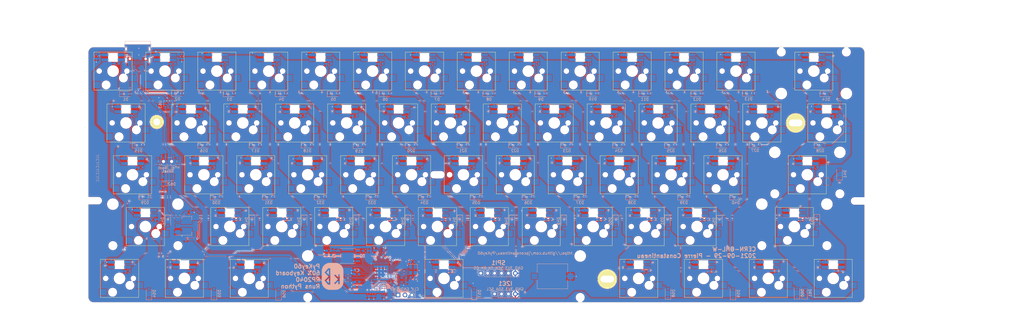
<source format=kicad_pcb>
(kicad_pcb (version 20171130) (host pcbnew "(5.1.10)-1")
  (title_block (title "PyKey60 RP2040") (date 2021-11-21) (rev 1.1) (company "Pierre Constantineau (JPConstantineau)") (comment 1 "License: CERN-OHL-W (CERN OHL v2)") (comment 2 "Project: https://github.com/jpconstantineau/PyKey60"))
  (layers (0 Front signal) (31 Back signal) (34 B.Paste user hide) (35 F.Paste user) (36 B.SilkS user) (37 F.SilkS user) (38 B.Mask user) (39 F.Mask user hide) (44 Edge.Cuts user))
  (net 0 "")
  (net 1 "Net-(J1-PadS1)")
  (net 2 "Net-(D1-Pad2)")
  (net 3 "Net-(D2-Pad2)")
  (net 4 "Net-(D3-Pad2)")
  (net 5 "Net-(D4-Pad2)")
  (net 6 "Net-(D5-Pad2)")
  (net 7 "Net-(D6-Pad2)")
  (net 8 "Net-(D7-Pad2)")
  (net 9 "Net-(D8-Pad2)")
  (net 10 "Net-(D9-Pad2)")
  (net 11 "Net-(D10-Pad2)")
  (net 12 "Net-(D11-Pad2)")
  (net 13 "Net-(D12-Pad2)")
  (net 14 "Net-(D13-Pad2)")
  (net 15 "Net-(D14-Pad2)")
  (net 16 "Net-(D15-Pad2)")
  (net 17 "Net-(D16-Pad2)")
  (net 18 "Net-(D17-Pad2)")
  (net 19 "Net-(D18-Pad2)")
  (net 20 "Net-(D19-Pad2)")
  (net 21 "Net-(D20-Pad2)")
  (net 22 "Net-(D21-Pad2)")
  (net 23 "Net-(D22-Pad2)")
  (net 24 "Net-(D23-Pad2)")
  (net 25 "Net-(D24-Pad2)")
  (net 26 "Net-(D25-Pad2)")
  (net 27 "Net-(D26-Pad2)")
  (net 28 "Net-(D27-Pad2)")
  (net 29 "Net-(D28-Pad2)")
  (net 30 "Net-(D29-Pad2)")
  (net 31 "Net-(D30-Pad2)")
  (net 32 "Net-(D31-Pad2)")
  (net 33 "Net-(D32-Pad2)")
  (net 34 "Net-(D33-Pad2)")
  (net 35 "Net-(D34-Pad2)")
  (net 36 "Net-(D35-Pad2)")
  (net 37 "Net-(D36-Pad2)")
  (net 38 "Net-(D37-Pad2)")
  (net 39 "Net-(D38-Pad2)")
  (net 40 "Net-(D39-Pad2)")
  (net 41 "Net-(D40-Pad2)")
  (net 42 "Net-(D41-Pad2)")
  (net 43 "Net-(D42-Pad2)")
  (net 44 "Net-(D43-Pad2)")
  (net 45 "Net-(D44-Pad2)")
  (net 46 "Net-(D45-Pad2)")
  (net 47 "Net-(D46-Pad2)")
  (net 48 "Net-(D47-Pad2)")
  (net 49 "Net-(D48-Pad2)")
  (net 50 "Net-(D49-Pad2)")
  (net 51 "Net-(D52-Pad2)")
  (net 52 "Net-(D53-Pad2)")
  (net 53 "Net-(D54-Pad2)")
  (net 54 "Net-(D55-Pad2)")
  (net 55 "Net-(D56-Pad2)")
  (net 56 "Net-(D57-Pad2)")
  (net 57 "Net-(D58-Pad2)")
  (net 58 "Net-(D59-Pad2)")
  (net 59 "Net-(D60-Pad2)")
  (net 60 "Net-(D61-Pad2)")
  (net 61 GND)
  (net 62 VBUS)
  (net 63 "Net-(J1-PadA5)")
  (net 64 "Net-(J1-PadB5)")
  (net 65 Data+)
  (net 66 Data-)
  (net 67 +1V1)
  (net 68 +3V3)
  (net 69 "Net-(C13-Pad1)")
  (net 70 "Net-(R3-Pad2)")
  (net 71 "Net-(R4-Pad2)")
  (net 72 /QSPISS)
  (net 73 "Net-(R7-Pad2)")
  (net 74 /QSPISD3)
  (net 75 /QSPICLK)
  (net 76 /QSPISD0)
  (net 77 /QSPISD2)
  (net 78 /SQPISD1)
  (net 79 /XIN)
  (net 80 /XOUT)
  (net 81 /RESET)
  (net 82 /USB-)
  (net 83 /USB+)
  (net 84 ROW1)
  (net 85 ROW2)
  (net 86 ROW3)
  (net 87 ROW4)
  (net 88 ROW5)
  (net 89 COL1)
  (net 90 COL2)
  (net 91 COL3)
  (net 92 COL4)
  (net 93 COL5)
  (net 94 COL6)
  (net 95 COL7)
  (net 96 COL8)
  (net 97 COL9)
  (net 98 COL10)
  (net 99 COL11)
  (net 100 COL12)
  (net 101 COL13)
  (net 102 COL14)
  (net 103 "Net-(D50-Pad2)")
  (net 104 "Net-(D51-Pad2)")
  (net 105 "Net-(U1-Pad5)")
  (net 106 "Net-(U2-Pad5)")
  (net 107 "Net-(U3-Pad5)")
  (net 108 "Net-(U4-Pad5)")
  (net 109 "Net-(U5-Pad5)")
  (net 110 "Net-(U6-Pad5)")
  (net 111 "Net-(U7-Pad5)")
  (net 112 "Net-(U8-Pad5)")
  (net 113 "Net-(U10-Pad5)")
  (net 114 "Net-(U10-Pad4)")
  (net 115 "Net-(U11-Pad5)")
  (net 116 "Net-(U12-Pad5)")
  (net 117 "Net-(U13-Pad5)")
  (net 118 "Net-(U15-Pad5)")
  (net 119 "Net-(U16-Pad5)")
  (net 120 "Net-(U17-Pad5)")
  (net 121 "Net-(U18-Pad5)")
  (net 122 "Net-(U19-Pad5)")
  (net 123 "Net-(U20-Pad5)")
  (net 124 "Net-(U21-Pad5)")
  (net 125 "Net-(U22-Pad5)")
  (net 126 "Net-(U23-Pad5)")
  (net 127 "Net-(U24-Pad5)")
  (net 128 "Net-(U25-Pad5)")
  (net 129 "Net-(U26-Pad5)")
  (net 130 "Net-(U27-Pad5)")
  (net 131 "Net-(U29-Pad5)")
  (net 132 "Net-(U30-Pad5)")
  (net 133 "Net-(U31-Pad5)")
  (net 134 "Net-(U32-Pad5)")
  (net 135 "Net-(U33-Pad5)")
  (net 136 "Net-(U34-Pad5)")
  (net 137 "Net-(U35-Pad5)")
  (net 138 "Net-(U36-Pad5)")
  (net 139 "Net-(U37-Pad5)")
  (net 140 "Net-(U38-Pad5)")
  (net 141 "Net-(U39-Pad5)")
  (net 142 "Net-(U40-Pad5)")
  (net 143 "Net-(U42-Pad5)")
  (net 144 "Net-(U43-Pad5)")
  (net 145 "Net-(U44-Pad5)")
  (net 146 "Net-(U45-Pad5)")
  (net 147 "Net-(U46-Pad5)")
  (net 148 "Net-(U47-Pad5)")
  (net 149 "Net-(U48-Pad5)")
  (net 150 "Net-(U49-Pad5)")
  (net 151 "Net-(U50-Pad5)")
  (net 152 "Net-(U51-Pad5)")
  (net 153 "Net-(U52-Pad5)")
  (net 154 "Net-(U54-Pad5)")
  (net 155 "Net-(U55-Pad5)")
  (net 156 "Net-(U56-Pad5)")
  (net 157 "Net-(U57-Pad5)")
  (net 158 "Net-(U58-Pad5)")
  (net 159 "Net-(U59-Pad5)")
  (net 160 "Net-(U60-Pad5)")
  (net 161 /SWCLK)
  (net 162 /SWD)
  (net 163 RGBData1)
  (net 164 RGBData2)
  (net 165 RGBData3)
  (net 166 RGBData4)
  (net 167 RGBData5)
  (net 168 "Net-(D62-Pad2)")
  (net 169 LED)
  (net 170 I2C1_SDA)
  (net 171 I2C1_SCL)
  (net 172 SPI1_CSn)
  (net 173 SPI1_SCK)
  (net 174 SPI1_TX)
  (net 175 SPI1_RX)
  (net 176 SPEAKER)
  (module Capacitor_SMD:C_0603_1608Metric (layer Back) (at 79.121 90.203 180)
    (fp_text reference C77 hide)
    (fp_text value 100n)
    (pad 2 smd roundrect (at 0.775 0 180) (size 0.9 0.95) (layers Back B.Paste B.Mask) (net 61 GND))
    (pad 1 smd roundrect (at -0.775 0 180) (size 0.9 0.95) (layers Back B.Paste B.Mask) (net 68 +3V3))
  )
  (module Capacitor_SMD:C_0603_1608Metric (layer Back) (at 236.36 90.203 180)
    (fp_text reference C76 hide)
    (fp_text value 100n)
    (pad 2 smd roundrect (at 0.775 0 180) (size 0.9 0.95) (layers Back B.Paste B.Mask) (net 61 GND))
    (pad 1 smd roundrect (at -0.775 0 180) (size 0.9 0.95) (layers Back B.Paste B.Mask) (net 68 +3V3))
  )
  (module Capacitor_SMD:C_0603_1608Metric (layer Back) (at 255.41 90.203 180)
    (fp_text reference C75 hide)
    (fp_text value 100n)
    (pad 2 smd roundrect (at 0.775 0 180) (size 0.9 0.95) (layers Back B.Paste B.Mask) (net 61 GND))
    (pad 1 smd roundrect (at -0.775 0 180) (size 0.9 0.95) (layers Back B.Paste B.Mask) (net 68 +3V3))
  )
  (module Capacitor_SMD:C_0603_1608Metric (layer Back) (at 264.909 71.153 180)
    (fp_text reference C74 hide)
    (fp_text value 100n)
    (pad 2 smd roundrect (at 0.775 0 180) (size 0.9 0.95) (layers Back B.Paste B.Mask) (net 61 GND))
    (pad 1 smd roundrect (at -0.775 0 180) (size 0.9 0.95) (layers Back B.Paste B.Mask) (net 68 +3V3))
  )
  (module Capacitor_SMD:C_0603_1608Metric (layer Back) (at 203.086 109.253 180)
    (fp_text reference C73 hide)
    (fp_text value 100n)
    (pad 2 smd roundrect (at 0.775 0 180) (size 0.9 0.95) (layers Back B.Paste B.Mask) (net 61 GND))
    (pad 1 smd roundrect (at -0.775 0 180) (size 0.9 0.95) (layers Back B.Paste B.Mask) (net 68 +3V3))
  )
  (module Capacitor_SMD:C_0603_1608Metric (layer Back) (at 245.859 71.153 180)
    (fp_text reference C72 hide)
    (fp_text value 100n)
    (pad 2 smd roundrect (at 0.775 0 180) (size 0.9 0.95) (layers Back B.Paste B.Mask) (net 61 GND))
    (pad 1 smd roundrect (at -0.775 0 180) (size 0.9 0.95) (layers Back B.Paste B.Mask) (net 68 +3V3))
  )
  (module Capacitor_SMD:C_0603_1608Metric (layer Back) (at 331.584 71.28 180)
    (fp_text reference C71 hide)
    (fp_text value 100n)
    (pad 2 smd roundrect (at 0.775 0 180) (size 0.9 0.95) (layers Back B.Paste B.Mask) (net 61 GND))
    (pad 1 smd roundrect (at -0.775 0 180) (size 0.9 0.95) (layers Back B.Paste B.Mask) (net 68 +3V3))
  )
  (module Capacitor_SMD:C_0603_1608Metric (layer Back) (at 217.437 90.203 180)
    (fp_text reference C70 hide)
    (fp_text value 100n)
    (pad 2 smd roundrect (at 0.775 0 180) (size 0.9 0.95) (layers Back B.Paste B.Mask) (net 61 GND))
    (pad 1 smd roundrect (at -0.775 0 180) (size 0.9 0.95) (layers Back B.Paste B.Mask) (net 68 +3V3))
  )
  (module Capacitor_SMD:C_0603_1608Metric (layer Back) (at 283.959 71.153 180)
    (fp_text reference C69 hide)
    (fp_text value 100n)
    (pad 2 smd roundrect (at 0.775 0 180) (size 0.9 0.95) (layers Back B.Paste B.Mask) (net 61 GND))
    (pad 1 smd roundrect (at -0.775 0 180) (size 0.9 0.95) (layers Back B.Paste B.Mask) (net 68 +3V3))
  )
  (module Capacitor_SMD:C_0603_1608Metric (layer Back) (at 198.26 90.203 180)
    (fp_text reference C68 hide)
    (fp_text value 100n)
    (pad 2 smd roundrect (at 0.775 0 180) (size 0.9 0.95) (layers Back B.Paste B.Mask) (net 61 GND))
    (pad 1 smd roundrect (at -0.775 0 180) (size 0.9 0.95) (layers Back B.Paste B.Mask) (net 68 +3V3))
  )
  (module Capacitor_SMD:C_0603_1608Metric (layer Back) (at 184.036 109.253 180)
    (fp_text reference C67 hide)
    (fp_text value 100n)
    (pad 2 smd roundrect (at 0.775 0 180) (size 0.9 0.95) (layers Back B.Paste B.Mask) (net 61 GND))
    (pad 1 smd roundrect (at -0.775 0 180) (size 0.9 0.95) (layers Back B.Paste B.Mask) (net 68 +3V3))
  )
  (module Capacitor_SMD:C_0603_1608Metric (layer Back) (at 222.009 109.253 180)
    (fp_text reference C66 hide)
    (fp_text value 100n)
    (pad 2 smd roundrect (at 0.775 0 180) (size 0.9 0.95) (layers Back B.Paste B.Mask) (net 61 GND))
    (pad 1 smd roundrect (at -0.775 0 180) (size 0.9 0.95) (layers Back B.Paste B.Mask) (net 68 +3V3))
  )
  (module Capacitor_SMD:C_0603_1608Metric (layer Back) (at 226.835 71.153 180)
    (fp_text reference C65 hide)
    (fp_text value 100n)
    (pad 2 smd roundrect (at 0.775 0 180) (size 0.9 0.95) (layers Back B.Paste B.Mask) (net 61 GND))
    (pad 1 smd roundrect (at -0.775 0 180) (size 0.9 0.95) (layers Back B.Paste B.Mask) (net 68 +3V3))
  )
  (module Capacitor_SMD:C_0603_1608Metric (layer Back) (at 303.009 71.28 180)
    (fp_text reference C64 hide)
    (fp_text value 100n)
    (pad 2 smd roundrect (at 0.775 0 180) (size 0.9 0.95) (layers Back B.Paste B.Mask) (net 61 GND))
    (pad 1 smd roundrect (at -0.775 0 180) (size 0.9 0.95) (layers Back B.Paste B.Mask) (net 68 +3V3))
  )
  (module Capacitor_SMD:C_0603_1608Metric (layer Back) (at 160.16 90.203 180)
    (fp_text reference C63 hide)
    (fp_text value 100n)
    (pad 2 smd roundrect (at 0.775 0 180) (size 0.9 0.95) (layers Back B.Paste B.Mask) (net 61 GND))
    (pad 1 smd roundrect (at -0.775 0 180) (size 0.9 0.95) (layers Back B.Paste B.Mask) (net 68 +3V3))
  )
  (module Capacitor_SMD:C_0603_1608Metric (layer Back) (at 112.509 71.153 180)
    (fp_text reference C62 hide)
    (fp_text value 100n)
    (pad 2 smd roundrect (at 0.775 0 180) (size 0.9 0.95) (layers Back B.Paste B.Mask) (net 61 GND))
    (pad 1 smd roundrect (at -0.775 0 180) (size 0.9 0.95) (layers Back B.Paste B.Mask) (net 68 +3V3))
  )
  (module Capacitor_SMD:C_0603_1608Metric (layer Back) (at 145.809 109.253 180)
    (fp_text reference C61 hide)
    (fp_text value 100n)
    (pad 2 smd roundrect (at 0.775 0 180) (size 0.9 0.95) (layers Back B.Paste B.Mask) (net 61 GND))
    (pad 1 smd roundrect (at -0.775 0 180) (size 0.9 0.95) (layers Back B.Paste B.Mask) (net 68 +3V3))
  )
  (module Capacitor_SMD:C_0603_1608Metric (layer Back) (at 179.197 90.584 180)
    (fp_text reference C60 hide)
    (fp_text value 100n)
    (pad 2 smd roundrect (at 0.775 0 180) (size 0.9 0.95) (layers Back B.Paste B.Mask) (net 61 GND))
    (pad 1 smd roundrect (at -0.775 0 180) (size 0.9 0.95) (layers Back B.Paste B.Mask) (net 68 +3V3))
  )
  (module Capacitor_SMD:C_0603_1608Metric (layer Back) (at 241.186 109.38 180)
    (fp_text reference C59 hide)
    (fp_text value 100n)
    (pad 2 smd roundrect (at 0.775 0 180) (size 0.9 0.95) (layers Back B.Paste B.Mask) (net 61 GND))
    (pad 1 smd roundrect (at -0.775 0 180) (size 0.9 0.95) (layers Back B.Paste B.Mask) (net 68 +3V3))
  )
  (module Capacitor_SMD:C_0603_1608Metric (layer Back) (at 260.236 109.38 180)
    (fp_text reference C58 hide)
    (fp_text value 100n)
    (pad 2 smd roundrect (at 0.775 0 180) (size 0.9 0.95) (layers Back B.Paste B.Mask) (net 61 GND))
    (pad 1 smd roundrect (at -0.775 0 180) (size 0.9 0.95) (layers Back B.Paste B.Mask) (net 68 +3V3))
  )
  (module Capacitor_SMD:C_0603_1608Metric (layer Back) (at 207.759 71.153 180)
    (fp_text reference C57 hide)
    (fp_text value 100n)
    (pad 2 smd roundrect (at 0.775 0 180) (size 0.9 0.95) (layers Back B.Paste B.Mask) (net 61 GND))
    (pad 1 smd roundrect (at -0.775 0 180) (size 0.9 0.95) (layers Back B.Paste B.Mask) (net 68 +3V3))
  )
  (module Capacitor_SMD:C_0603_1608Metric (layer Back) (at 193.434 128.303 180)
    (fp_text reference C56 hide)
    (fp_text value 100n)
    (pad 2 smd roundrect (at 0.775 0 180) (size 0.9 0.95) (layers Back B.Paste B.Mask) (net 61 GND))
    (pad 1 smd roundrect (at -0.775 0 180) (size 0.9 0.95) (layers Back B.Paste B.Mask) (net 68 +3V3))
  )
  (module Capacitor_SMD:C_0603_1608Metric (layer Back) (at 131.559 71.153 180)
    (fp_text reference C55 hide)
    (fp_text value 100n)
    (pad 2 smd roundrect (at 0.775 0 180) (size 0.9 0.95) (layers Back B.Paste B.Mask) (net 61 GND))
    (pad 1 smd roundrect (at -0.775 0 180) (size 0.9 0.95) (layers Back B.Paste B.Mask) (net 68 +3V3))
  )
  (module Capacitor_SMD:C_0603_1608Metric (layer Back) (at 141.11 90.203 180)
    (fp_text reference C54 hide)
    (fp_text value 100n)
    (pad 2 smd roundrect (at 0.775 0 180) (size 0.9 0.95) (layers Back B.Paste B.Mask) (net 61 GND))
    (pad 1 smd roundrect (at -0.775 0 180) (size 0.9 0.95) (layers Back B.Paste B.Mask) (net 68 +3V3))
  )
  (module Capacitor_SMD:C_0603_1608Metric (layer Back) (at 164.986 109.253 180)
    (fp_text reference C53 hide)
    (fp_text value 100n)
    (pad 2 smd roundrect (at 0.775 0 180) (size 0.9 0.95) (layers Back B.Paste B.Mask) (net 61 GND))
    (pad 1 smd roundrect (at -0.775 0 180) (size 0.9 0.95) (layers Back B.Paste B.Mask) (net 68 +3V3))
  )
  (module Capacitor_SMD:C_0603_1608Metric (layer Back) (at 274.46 90.203 180)
    (fp_text reference C52 hide)
    (fp_text value 100n)
    (pad 2 smd roundrect (at 0.775 0 180) (size 0.9 0.95) (layers Back B.Paste B.Mask) (net 61 GND))
    (pad 1 smd roundrect (at -0.775 0 180) (size 0.9 0.95) (layers Back B.Paste B.Mask) (net 68 +3V3))
  )
  (module Capacitor_SMD:C_0603_1608Metric (layer Back) (at 211.709 128.303 180)
    (fp_text reference C51 hide)
    (fp_text value 100n)
    (pad 2 smd roundrect (at 0.775 0 180) (size 0.9 0.95) (layers Back B.Paste B.Mask) (net 61 GND))
    (pad 1 smd roundrect (at -0.775 0 180) (size 0.9 0.95) (layers Back B.Paste B.Mask) (net 68 +3V3))
  )
  (module Capacitor_SMD:C_0603_1608Metric (layer Back) (at 231.153 128.303 180)
    (fp_text reference C50 hide)
    (fp_text value 100n)
    (pad 2 smd roundrect (at 0.775 0 180) (size 0.9 0.95) (layers Back B.Paste B.Mask) (net 61 GND))
    (pad 1 smd roundrect (at -0.775 0 180) (size 0.9 0.95) (layers Back B.Paste B.Mask) (net 68 +3V3))
  )
  (module Capacitor_SMD:C_0603_1608Metric (layer Back) (at 188.735 71.153 180)
    (fp_text reference C49 hide)
    (fp_text value 100n)
    (pad 2 smd roundrect (at 0.775 0 180) (size 0.9 0.95) (layers Back B.Paste B.Mask) (net 61 GND))
    (pad 1 smd roundrect (at -0.775 0 180) (size 0.9 0.95) (layers Back B.Paste B.Mask) (net 68 +3V3))
  )
  (module Capacitor_SMD:C_0603_1608Metric (layer Back) (at 154.953 128.303 180)
    (fp_text reference C48 hide)
    (fp_text value 100n)
    (pad 2 smd roundrect (at 0.775 0 180) (size 0.9 0.95) (layers Back B.Paste B.Mask) (net 61 GND))
    (pad 1 smd roundrect (at -0.775 0 180) (size 0.9 0.95) (layers Back B.Paste B.Mask) (net 68 +3V3))
  )
  (module Capacitor_SMD:C_0603_1608Metric (layer Back) (at 93.472 71.153 180)
    (fp_text reference C47 hide)
    (fp_text value 100n)
    (pad 2 smd roundrect (at 0.775 0 180) (size 0.9 0.95) (layers Back B.Paste B.Mask) (net 61 GND))
    (pad 1 smd roundrect (at -0.775 0 180) (size 0.9 0.95) (layers Back B.Paste B.Mask) (net 68 +3V3))
  )
  (module Capacitor_SMD:C_0603_1608Metric (layer Back) (at 122.187 90.203 180)
    (fp_text reference C46 hide)
    (fp_text value 100n)
    (pad 2 smd roundrect (at 0.775 0 180) (size 0.9 0.95) (layers Back B.Paste B.Mask) (net 61 GND))
    (pad 1 smd roundrect (at -0.775 0 180) (size 0.9 0.95) (layers Back B.Paste B.Mask) (net 68 +3V3))
  )
  (module Capacitor_SMD:C_0603_1608Metric (layer Back) (at 173.723 128.176 180)
    (fp_text reference C45 hide)
    (fp_text value 100n)
    (pad 2 smd roundrect (at 0.775 0 180) (size 0.9 0.95) (layers Back B.Paste B.Mask) (net 61 GND))
    (pad 1 smd roundrect (at -0.775 0 180) (size 0.9 0.95) (layers Back B.Paste B.Mask) (net 68 +3V3))
  )
  (module Capacitor_SMD:C_0603_1608Metric (layer Back) (at 293.51 90.203 180)
    (fp_text reference C44 hide)
    (fp_text value 100n)
    (pad 2 smd roundrect (at 0.775 0 180) (size 0.9 0.95) (layers Back B.Paste B.Mask) (net 61 GND))
    (pad 1 smd roundrect (at -0.775 0 180) (size 0.9 0.95) (layers Back B.Paste B.Mask) (net 68 +3V3))
  )
  (module Capacitor_SMD:C_0603_1608Metric (layer Back) (at 250.457 128.303 180)
    (fp_text reference C43 hide)
    (fp_text value 100n)
    (pad 2 smd roundrect (at 0.775 0 180) (size 0.9 0.95) (layers Back B.Paste B.Mask) (net 61 GND))
    (pad 1 smd roundrect (at -0.775 0 180) (size 0.9 0.95) (layers Back B.Paste B.Mask) (net 68 +3V3))
  )
  (module Capacitor_SMD:C_0603_1608Metric (layer Back) (at 195.974 147.353 180)
    (fp_text reference C42 hide)
    (fp_text value 100n)
    (pad 2 smd roundrect (at 0.775 0 180) (size 0.9 0.95) (layers Back B.Paste B.Mask) (net 61 GND))
    (pad 1 smd roundrect (at -0.775 0 180) (size 0.9 0.95) (layers Back B.Paste B.Mask) (net 68 +3V3))
  )
  (module Capacitor_SMD:C_0603_1608Metric (layer Back) (at 72.771 71.026 180)
    (fp_text reference C41 hide)
    (fp_text value 100n)
    (pad 2 smd roundrect (at 0.775 0 180) (size 0.9 0.95) (layers Back B.Paste B.Mask) (net 61 GND))
    (pad 1 smd roundrect (at -0.775 0 180) (size 0.9 0.95) (layers Back B.Paste B.Mask) (net 68 +3V3))
  )
  (module Capacitor_SMD:C_0603_1608Metric (layer Back) (at 81.547 109.253 180)
    (fp_text reference C40 hide)
    (fp_text value 100n)
    (pad 2 smd roundrect (at 0.775 0 180) (size 0.9 0.95) (layers Back B.Paste B.Mask) (net 61 GND))
    (pad 1 smd roundrect (at -0.775 0 180) (size 0.9 0.95) (layers Back B.Paste B.Mask) (net 68 +3V3))
  )
  (module Capacitor_SMD:C_0603_1608Metric (layer Back) (at 150.622 71.153 180)
    (fp_text reference C39 hide)
    (fp_text value 100n)
    (pad 2 smd roundrect (at 0.775 0 180) (size 0.9 0.95) (layers Back B.Paste B.Mask) (net 61 GND))
    (pad 1 smd roundrect (at -0.775 0 180) (size 0.9 0.95) (layers Back B.Paste B.Mask) (net 68 +3V3))
  )
  (module Capacitor_SMD:C_0603_1608Metric (layer Back) (at 312.433 90.203 180)
    (fp_text reference C38 hide)
    (fp_text value 100n)
    (pad 2 smd roundrect (at 0.775 0 180) (size 0.9 0.95) (layers Back B.Paste B.Mask) (net 61 GND))
    (pad 1 smd roundrect (at -0.775 0 180) (size 0.9 0.95) (layers Back B.Paste B.Mask) (net 68 +3V3))
  )
  (module Capacitor_SMD:C_0603_1608Metric (layer Back) (at 135.242 128.176 180)
    (fp_text reference C37 hide)
    (fp_text value 100n)
    (pad 2 smd roundrect (at 0.775 0 180) (size 0.9 0.95) (layers Back B.Paste B.Mask) (net 61 GND))
    (pad 1 smd roundrect (at -0.775 0 180) (size 0.9 0.95) (layers Back B.Paste B.Mask) (net 68 +3V3))
  )
  (module Capacitor_SMD:C_0603_1608Metric (layer Back) (at 324.472 128.303 180)
    (fp_text reference C36 hide)
    (fp_text value 100n)
    (pad 2 smd roundrect (at 0.775 0 180) (size 0.9 0.95) (layers Back B.Paste B.Mask) (net 61 GND))
    (pad 1 smd roundrect (at -0.775 0 180) (size 0.9 0.95) (layers Back B.Paste B.Mask) (net 68 +3V3))
  )
  (module Capacitor_SMD:C_0603_1608Metric (layer Back) (at 279.159 109.38 180)
    (fp_text reference C35 hide)
    (fp_text value 100n)
    (pad 2 smd roundrect (at 0.775 0 180) (size 0.9 0.95) (layers Back B.Paste B.Mask) (net 61 GND))
    (pad 1 smd roundrect (at -0.775 0 180) (size 0.9 0.95) (layers Back B.Paste B.Mask) (net 68 +3V3))
  )
  (module Capacitor_SMD:C_0603_1608Metric (layer Back) (at 268.999 128.303 180)
    (fp_text reference C34 hide)
    (fp_text value 100n)
    (pad 2 smd roundrect (at 0.775 0 180) (size 0.9 0.95) (layers Back B.Paste B.Mask) (net 61 GND))
    (pad 1 smd roundrect (at -0.775 0 180) (size 0.9 0.95) (layers Back B.Paste B.Mask) (net 68 +3V3))
  )
  (module Capacitor_SMD:C_0603_1608Metric (layer Back) (at 169.659 71.153 180)
    (fp_text reference C33 hide)
    (fp_text value 100n)
    (pad 2 smd roundrect (at 0.775 0 180) (size 0.9 0.95) (layers Back B.Paste B.Mask) (net 61 GND))
    (pad 1 smd roundrect (at -0.775 0 180) (size 0.9 0.95) (layers Back B.Paste B.Mask) (net 68 +3V3))
  )
  (module Capacitor_SMD:C_0603_1608Metric (layer Back) (at 100.597 147.353 180)
    (fp_text reference C32 hide)
    (fp_text value 100n)
    (pad 2 smd roundrect (at 0.775 0 180) (size 0.9 0.95) (layers Back B.Paste B.Mask) (net 61 GND))
    (pad 1 smd roundrect (at -0.775 0 180) (size 0.9 0.95) (layers Back B.Paste B.Mask) (net 68 +3V3))
  )
  (module Capacitor_SMD:C_0603_1608Metric (layer Back) (at 337.579 147.353 180)
    (fp_text reference C31 hide)
    (fp_text value 100n)
    (pad 2 smd roundrect (at 0.775 0 180) (size 0.9 0.95) (layers Back B.Paste B.Mask) (net 61 GND))
    (pad 1 smd roundrect (at -0.775 0 180) (size 0.9 0.95) (layers Back B.Paste B.Mask) (net 68 +3V3))
  )
  (module Capacitor_SMD:C_0603_1608Metric (layer Back) (at 116.599 128.303 180)
    (fp_text reference C30 hide)
    (fp_text value 100n)
    (pad 2 smd roundrect (at 0.775 0 180) (size 0.9 0.95) (layers Back B.Paste B.Mask) (net 61 GND))
    (pad 1 smd roundrect (at -0.775 0 180) (size 0.9 0.95) (layers Back B.Paste B.Mask) (net 68 +3V3))
  )
  (module Capacitor_SMD:C_0603_1608Metric (layer Back) (at 329.197 109.126 180)
    (fp_text reference C29 hide)
    (fp_text value 100n)
    (pad 2 smd roundrect (at 0.775 0 180) (size 0.9 0.95) (layers Back B.Paste B.Mask) (net 61 GND))
    (pad 1 smd roundrect (at -0.775 0 180) (size 0.9 0.95) (layers Back B.Paste B.Mask) (net 68 +3V3))
  )
  (module Capacitor_SMD:C_0603_1608Metric (layer Back) (at 267.094 147.48 180)
    (fp_text reference C28 hide)
    (fp_text value 100n)
    (pad 2 smd roundrect (at 0.775 0 180) (size 0.9 0.95) (layers Back B.Paste B.Mask) (net 61 GND))
    (pad 1 smd roundrect (at -0.775 0 180) (size 0.9 0.95) (layers Back B.Paste B.Mask) (net 68 +3V3))
  )
  (module Capacitor_SMD:C_0603_1608Metric (layer Back) (at 291.071 147.226 180)
    (fp_text reference C27 hide)
    (fp_text value 100n)
    (pad 2 smd roundrect (at 0.775 0 180) (size 0.9 0.95) (layers Back B.Paste B.Mask) (net 61 GND))
    (pad 1 smd roundrect (at -0.775 0 180) (size 0.9 0.95) (layers Back B.Paste B.Mask) (net 68 +3V3))
  )
  (module Capacitor_SMD:C_0603_1608Metric (layer Back) (at 103.124 90.203 180)
    (fp_text reference C26 hide)
    (fp_text value 100n)
    (pad 2 smd roundrect (at 0.775 0 180) (size 0.9 0.95) (layers Back B.Paste B.Mask) (net 61 GND))
    (pad 1 smd roundrect (at -0.775 0 180) (size 0.9 0.95) (layers Back B.Paste B.Mask) (net 68 +3V3))
  )
  (module Capacitor_SMD:C_0603_1608Metric (layer Back) (at 336.436 90.33 180)
    (fp_text reference C25 hide)
    (fp_text value 100n)
    (pad 2 smd roundrect (at 0.775 0 180) (size 0.9 0.95) (layers Back B.Paste B.Mask) (net 61 GND))
    (pad 1 smd roundrect (at -0.775 0 180) (size 0.9 0.95) (layers Back B.Paste B.Mask) (net 68 +3V3))
  )
  (module Capacitor_SMD:C_0603_1608Metric (layer Back) (at 86.22 128.303)
    (fp_text reference C24 hide)
    (fp_text value 100n)
    (pad 2 smd roundrect (at 0.775 0) (size 0.9 0.95) (layers Back B.Paste B.Mask) (net 61 GND))
    (pad 1 smd roundrect (at -0.775 0) (size 0.9 0.95) (layers Back B.Paste B.Mask) (net 68 +3V3))
  )
  (module Capacitor_SMD:C_0603_1608Metric (layer Back) (at 314.198 147.226 180)
    (fp_text reference C23 hide)
    (fp_text value 100n)
    (pad 2 smd roundrect (at 0.775 0 180) (size 0.9 0.95) (layers Back B.Paste B.Mask) (net 61 GND))
    (pad 1 smd roundrect (at -0.775 0 180) (size 0.9 0.95) (layers Back B.Paste B.Mask) (net 68 +3V3))
  )
  (module Capacitor_SMD:C_0603_1608Metric (layer Back) (at 288.417 128.303 180)
    (fp_text reference C22 hide)
    (fp_text value 100n)
    (pad 2 smd roundrect (at 0.775 0 180) (size 0.9 0.95) (layers Back B.Paste B.Mask) (net 61 GND))
    (pad 1 smd roundrect (at -0.775 0 180) (size 0.9 0.95) (layers Back B.Paste B.Mask) (net 68 +3V3))
  )
  (module Capacitor_SMD:C_0603_1608Metric (layer Back) (at 107.836 109.253 180)
    (fp_text reference C21 hide)
    (fp_text value 100n)
    (pad 2 smd roundrect (at 0.775 0 180) (size 0.9 0.95) (layers Back B.Paste B.Mask) (net 61 GND))
    (pad 1 smd roundrect (at -0.775 0 180) (size 0.9 0.95) (layers Back B.Paste B.Mask) (net 68 +3V3))
  )
  (module Capacitor_SMD:C_0603_1608Metric (layer Back) (at 76.848 147.353 180)
    (fp_text reference C20 hide)
    (fp_text value 100n)
    (pad 2 smd roundrect (at 0.775 0 180) (size 0.9 0.95) (layers Back B.Paste B.Mask) (net 61 GND))
    (pad 1 smd roundrect (at -0.775 0 180) (size 0.9 0.95) (layers Back B.Paste B.Mask) (net 68 +3V3))
  )
  (module Capacitor_SMD:C_0603_1608Metric (layer Back) (at 298.336 109.253 180)
    (fp_text reference C19 hide)
    (fp_text value 100n)
    (pad 2 smd roundrect (at 0.775 0 180) (size 0.9 0.95) (layers Back B.Paste B.Mask) (net 61 GND))
    (pad 1 smd roundrect (at -0.775 0 180) (size 0.9 0.95) (layers Back B.Paste B.Mask) (net 68 +3V3))
  )
  (module Capacitor_SMD:C_0603_1608Metric (layer Back) (at 126.759 109.253 180)
    (fp_text reference C18 hide)
    (fp_text value 100n)
    (pad 2 smd roundrect (at 0.775 0 180) (size 0.9 0.95) (layers Back B.Paste B.Mask) (net 61 GND))
    (pad 1 smd roundrect (at -0.775 0 180) (size 0.9 0.95) (layers Back B.Paste B.Mask) (net 68 +3V3))
  )
  (module Capacitor_SMD:C_0603_1608Metric (layer Back) (at 124.346 147.353 180)
    (fp_text reference C17 hide)
    (fp_text value 100n)
    (pad 2 smd roundrect (at 0.775 0 180) (size 0.9 0.95) (layers Back B.Paste B.Mask) (net 61 GND))
    (pad 1 smd roundrect (at -0.775 0 180) (size 0.9 0.95) (layers Back B.Paste B.Mask) (net 68 +3V3))
  )
  (module lib.pretty:KB_BlueMicro (layer Back) (at 152.019 149.258 180)
    (fp_text reference H7 hide)
    (fp_text value MountingHole hide)
  )
  (module lib.pretty:PKRH (layer Front) (at 190.504 111.92)
    (fp_text reference H6 hide)
    (fp_text value MountingHole hide)
    (pad "" np_thru_hole oval (at 0 0) (size 5 2.5) (drill oval 5 2.5) (layers *.Cu *.Mask))
  )
  (module lib.pretty:PKRHSL (layer Front) (at 63.754 121.445)
    (fp_text reference H3 hide)
    (fp_text value MountingHole hide)
    (pad "" np_thru_hole oval (at 0 0) (size 7.00024 2.49936) (drill oval 7.00024 2.49936) (layers *.Cu *.Mask))
  )
  (module lib.pretty:PKRHSL (layer Front) (at 345.821 121.572)
    (fp_text reference H5 hide)
    (fp_text value MountingHole hide)
    (pad "" np_thru_hole oval (at 0 0) (size 7.00024 2.49936) (drill oval 7.00024 2.49936) (layers *.Cu *.Mask))
  )
  (module lib.pretty:PKRH (layer Front) (at 250.825 150.274)
    (fp_text reference H4 hide)
    (fp_text value MountingHole hide)
    (pad 1 thru_hole circle (at 2 0) (size 7.00024 7.00024) (drill oval 5.00126 2.49936) (layers *.Cu *.Mask F.SilkS))
  )
  (module lib.pretty:PKRH (layer Front) (at 321.945 92.87)
    (fp_text reference H2 hide)
    (fp_text value MountingHole hide)
    (pad 1 thru_hole circle (at 0 0) (size 7.00024 7.00024) (drill oval 5.00126 2.49936) (layers *.Cu *.Mask F.SilkS))
  )
  (module lib.pretty:PKRHC (layer Front) (at 87.122 92.87)
    (fp_text reference H1 hide)
    (fp_text value MountingHole hide)
    (pad 1 thru_hole circle (at 0.3673 -0.3492) (size 5.00126 5.00126) (drill 2.49936) (layers *.Cu *.Mask F.SilkS))
  )
  (module CherryMX_PCB_KailhSocket_StabWireBottom_LTST-A683CEGBW-Rotated-HS:CherryMX_6.25u_PCB_KailhSocket_StabWireBottom_LTST-A683CEGBW-Rotated-HS (layer Front) (at 192.881 150.02 180)
    (fp_text reference U57 hide)
    (fp_text value CherryMX_LTST-A683CEGBW)
    (fp_line (start -1.7 6.55) (end -1.7 3.55) (layer Edge.Cuts) (width 0.05))
    (fp_line (start 1.7 6.55) (end -1.7 6.55) (layer Edge.Cuts) (width 0.05))
    (fp_line (start 1.7 3.55) (end 1.7 6.55) (layer Edge.Cuts) (width 0.05))
    (fp_line (start -1.7 3.55) (end 1.7 3.55) (layer Edge.Cuts) (width 0.05))
    (pad 3 smd rect (at 2.95 6 180) (size 2.5 1.1) (layers Back B.Paste B.Mask) (net 61 GND))
    (pad 4 smd rect (at 2.95 4.1 180) (size 2.5 1.1) (layers Back B.Paste B.Mask) (net 156 "Net-(U56-Pad5)"))
    (pad 5 smd rect (at -2.95 6 180) (size 2.5 1.1) (layers Back B.Paste B.Mask) (net 157 "Net-(U57-Pad5)"))
    (pad 6 smd rect (at -2.95 4.1 180) (size 2.5 1.1) (layers Back B.Paste B.Mask) (net 68 +3V3))
    (pad "" np_thru_hole circle (at 50 -7 180) (size 3.05 3.05) (drill 3.05) (layers *.Cu *.Mask))
    (pad "" np_thru_hole circle (at 50 8.24 180) (size 4 4) (drill 4) (layers *.Cu *.Mask))
    (pad "" np_thru_hole circle (at -50 8.24 180) (size 4 4) (drill 4) (layers *.Cu *.Mask))
    (pad "" np_thru_hole circle (at -50 -7 180) (size 3.05 3.05) (drill 3.05) (layers *.Cu *.Mask))
    (pad 2 smd rect (at 6.015 -5.08 180) (size 2.55 2.5) (layers Back B.Paste B.Mask) (net 94 COL6))
    (pad 1 smd rect (at -7.41 -2.54 180) (size 2.55 2.5) (layers Back B.Paste B.Mask) (net 56 "Net-(D57-Pad2)"))
    (pad "" np_thru_hole circle (at 2.54 -5.08 180) (size 3 3) (drill 3) (layers *.Cu *.Mask))
    (pad "" np_thru_hole circle (at -3.81 -2.54 180) (size 3 3) (drill 3) (layers *.Cu *.Mask))
    (pad "" np_thru_hole circle (at 5.08 0 180) (size 1.75 1.75) (drill 1.75) (layers *.Cu *.Mask))
    (pad "" np_thru_hole circle (at -5.08 0 180) (size 1.75 1.75) (drill 1.75) (layers *.Cu *.Mask))
    (pad "" np_thru_hole circle (at 0 0 180) (size 4 4) (drill 4) (layers *.Cu *.Mask))
  )
  (module CherryMX_PCB_KailhSocket_StabWireBottom_LTST-A683CEGBW-Rotated-HS:CherryMX_2.75u_PCB_KailhSocket_StabWireBottom_LTST-A683CEGBW-Rotated-HS (layer Front) (at 321.469 130.97 180)
    (fp_text reference U53 hide)
    (fp_text value CherryMX_LTST-A683CEGBW)
    (fp_line (start -1.7 6.55) (end -1.7 3.55) (layer Edge.Cuts) (width 0.05))
    (fp_line (start 1.7 6.55) (end -1.7 6.55) (layer Edge.Cuts) (width 0.05))
    (fp_line (start 1.7 3.55) (end 1.7 6.55) (layer Edge.Cuts) (width 0.05))
    (fp_line (start -1.7 3.55) (end 1.7 3.55) (layer Edge.Cuts) (width 0.05))
    (pad 3 smd rect (at 2.95 6 180) (size 2.5 1.1) (layers Back B.Paste B.Mask) (net 61 GND))
    (pad 4 smd rect (at 2.95 4.1 180) (size 2.5 1.1) (layers Back B.Paste B.Mask) (net 153 "Net-(U52-Pad5)"))
    (pad 5 smd rect (at -2.95 6 180) (size 2.5 1.1) (layers Back B.Paste B.Mask) (net 167 RGBData5))
    (pad 6 smd rect (at -2.95 4.1 180) (size 2.5 1.1) (layers Back B.Paste B.Mask) (net 68 +3V3))
    (pad "" np_thru_hole circle (at 11.938 -7 180) (size 3.05 3.05) (drill 3.05) (layers *.Cu *.Mask))
    (pad "" np_thru_hole circle (at 11.938 8.24 180) (size 4 4) (drill 4) (layers *.Cu *.Mask))
    (pad "" np_thru_hole circle (at -11.938 8.24 180) (size 4 4) (drill 4) (layers *.Cu *.Mask))
    (pad "" np_thru_hole circle (at -11.938 -7 180) (size 3.05 3.05) (drill 3.05) (layers *.Cu *.Mask))
    (pad 2 smd rect (at 6.015 -5.08 180) (size 2.55 2.5) (layers Back B.Paste B.Mask) (net 102 COL14))
    (pad 1 smd rect (at -7.41 -2.54 180) (size 2.55 2.5) (layers Back B.Paste B.Mask) (net 52 "Net-(D53-Pad2)"))
    (pad "" np_thru_hole circle (at 2.54 -5.08 180) (size 3 3) (drill 3) (layers *.Cu *.Mask))
    (pad "" np_thru_hole circle (at -3.81 -2.54 180) (size 3 3) (drill 3) (layers *.Cu *.Mask))
    (pad "" np_thru_hole circle (at 5.08 0 180) (size 1.75 1.75) (drill 1.75) (layers *.Cu *.Mask))
    (pad "" np_thru_hole circle (at -5.08 0 180) (size 1.75 1.75) (drill 1.75) (layers *.Cu *.Mask))
    (pad "" np_thru_hole circle (at 0 0 180) (size 4 4) (drill 4) (layers *.Cu *.Mask))
  )
  (module CherryMX_PCB_KailhSocket_StabWireBottom_LTST-A683CEGBW-Rotated-HS:CherryMX_2.25u_PCB_KailhSocket_StabWireBottom_LTST-A683CEGBW-Rotated-HS (layer Front) (at 83.312 130.97 180)
    (fp_text reference U42 hide)
    (fp_text value CherryMX_LTST-A683CEGBW)
    (fp_line (start -1.7 6.55) (end -1.7 3.55) (layer Edge.Cuts) (width 0.05))
    (fp_line (start 1.7 6.55) (end -1.7 6.55) (layer Edge.Cuts) (width 0.05))
    (fp_line (start 1.7 3.55) (end 1.7 6.55) (layer Edge.Cuts) (width 0.05))
    (fp_line (start -1.7 3.55) (end 1.7 3.55) (layer Edge.Cuts) (width 0.05))
    (pad 3 smd rect (at 2.95 6 180) (size 2.5 1.1) (layers Back B.Paste B.Mask) (net 61 GND))
    (pad 4 smd rect (at 2.95 4.1 180) (size 2.5 1.1) (layers Back B.Paste B.Mask) (net 166 RGBData4))
    (pad 5 smd rect (at -2.95 6 180) (size 2.5 1.1) (layers Back B.Paste B.Mask) (net 143 "Net-(U42-Pad5)"))
    (pad 6 smd rect (at -2.95 4.1 180) (size 2.5 1.1) (layers Back B.Paste B.Mask) (net 68 +3V3))
    (pad "" np_thru_hole circle (at 11.938 -7 180) (size 3.05 3.05) (drill 3.05) (layers *.Cu *.Mask))
    (pad "" np_thru_hole circle (at 11.938 8.24 180) (size 4 4) (drill 4) (layers *.Cu *.Mask))
    (pad "" np_thru_hole circle (at -11.938 8.24 180) (size 4 4) (drill 4) (layers *.Cu *.Mask))
    (pad "" np_thru_hole circle (at -11.938 -7 180) (size 3.05 3.05) (drill 3.05) (layers *.Cu *.Mask))
    (pad 2 smd rect (at 6.015 -5.08 180) (size 2.55 2.5) (layers Back B.Paste B.Mask) (net 89 COL1))
    (pad 1 smd rect (at -7.41 -2.54 180) (size 2.55 2.5) (layers Back B.Paste B.Mask) (net 43 "Net-(D42-Pad2)"))
    (pad "" np_thru_hole circle (at 2.54 -5.08 180) (size 3 3) (drill 3) (layers *.Cu *.Mask))
    (pad "" np_thru_hole circle (at -3.81 -2.54 180) (size 3 3) (drill 3) (layers *.Cu *.Mask))
    (pad "" np_thru_hole circle (at 5.08 0 180) (size 1.75 1.75) (drill 1.75) (layers *.Cu *.Mask))
    (pad "" np_thru_hole circle (at -5.08 0 180) (size 1.75 1.75) (drill 1.75) (layers *.Cu *.Mask))
    (pad "" np_thru_hole circle (at 0 0 180) (size 4 4) (drill 4) (layers *.Cu *.Mask))
  )
  (module CherryMX_PCB_KailhSocket_StabWireBottom_LTST-A683CEGBW-Rotated-HS:CherryMX_2.25u_PCB_KailhSocket_StabWireBottom_LTST-A683CEGBW-Rotated-HS (layer Front) (at 326.231 111.92 180)
    (fp_text reference U41 hide)
    (fp_text value CherryMX_LTST-A683CEGBW)
    (fp_line (start -1.7 6.55) (end -1.7 3.55) (layer Edge.Cuts) (width 0.05))
    (fp_line (start 1.7 6.55) (end -1.7 6.55) (layer Edge.Cuts) (width 0.05))
    (fp_line (start 1.7 3.55) (end 1.7 6.55) (layer Edge.Cuts) (width 0.05))
    (fp_line (start -1.7 3.55) (end 1.7 3.55) (layer Edge.Cuts) (width 0.05))
    (pad 3 smd rect (at 2.95 6 180) (size 2.5 1.1) (layers Back B.Paste B.Mask) (net 61 GND))
    (pad 4 smd rect (at 2.95 4.1 180) (size 2.5 1.1) (layers Back B.Paste B.Mask) (net 142 "Net-(U40-Pad5)"))
    (pad 5 smd rect (at -2.95 6 180) (size 2.5 1.1) (layers Back B.Paste B.Mask) (net 166 RGBData4))
    (pad 6 smd rect (at -2.95 4.1 180) (size 2.5 1.1) (layers Back B.Paste B.Mask) (net 68 +3V3))
    (pad "" np_thru_hole circle (at 11.938 -7 180) (size 3.05 3.05) (drill 3.05) (layers *.Cu *.Mask))
    (pad "" np_thru_hole circle (at 11.938 8.24 180) (size 4 4) (drill 4) (layers *.Cu *.Mask))
    (pad "" np_thru_hole circle (at -11.938 8.24 180) (size 4 4) (drill 4) (layers *.Cu *.Mask))
    (pad "" np_thru_hole circle (at -11.938 -7 180) (size 3.05 3.05) (drill 3.05) (layers *.Cu *.Mask))
    (pad 2 smd rect (at 6.015 -5.08 180) (size 2.55 2.5) (layers Back B.Paste B.Mask) (net 102 COL14))
    (pad 1 smd rect (at -7.41 -2.54 180) (size 2.55 2.5) (layers Back B.Paste B.Mask) (net 42 "Net-(D41-Pad2)"))
    (pad "" np_thru_hole circle (at 2.54 -5.08 180) (size 3 3) (drill 3) (layers *.Cu *.Mask))
    (pad "" np_thru_hole circle (at -3.81 -2.54 180) (size 3 3) (drill 3) (layers *.Cu *.Mask))
    (pad "" np_thru_hole circle (at 5.08 0 180) (size 1.75 1.75) (drill 1.75) (layers *.Cu *.Mask))
    (pad "" np_thru_hole circle (at -5.08 0 180) (size 1.75 1.75) (drill 1.75) (layers *.Cu *.Mask))
    (pad "" np_thru_hole circle (at 0 0 180) (size 4 4) (drill 4) (layers *.Cu *.Mask))
  )
  (module CherryMX_PCB_KailhSocket_StabWireTop_LTST-A683CEGBW-Rotated-HS:CherryMX_2.00u_PCB_KailhSocket_StabWireTop_LTST-A683CEGBW-Rotated-HS (layer Front) (at 328.613 73.82 180)
    (fp_text reference U14 hide)
    (fp_text value CherryMX_LTST-A683CEGBW)
    (fp_line (start -1.7 6.55) (end -1.7 3.55) (layer Edge.Cuts) (width 0.05))
    (fp_line (start 1.7 6.55) (end -1.7 6.55) (layer Edge.Cuts) (width 0.05))
    (fp_line (start 1.7 3.55) (end 1.7 6.55) (layer Edge.Cuts) (width 0.05))
    (fp_line (start -1.7 3.55) (end 1.7 3.55) (layer Edge.Cuts) (width 0.05))
    (pad 3 smd rect (at 2.95 6 180) (size 2.5 1.1) (layers Back B.Paste B.Mask) (net 61 GND))
    (pad 4 smd rect (at 2.95 4.1 180) (size 2.5 1.1) (layers Back B.Paste B.Mask) (net 117 "Net-(U13-Pad5)"))
    (pad 5 smd rect (at -2.95 6 180) (size 2.5 1.1) (layers Back B.Paste B.Mask) (net 164 RGBData2))
    (pad 6 smd rect (at -2.95 4.1 180) (size 2.5 1.1) (layers Back B.Paste B.Mask) (net 68 +3V3))
    (pad "" np_thru_hole circle (at 11.938 7 180) (size 3.05 3.05) (drill 3.05) (layers *.Cu *.Mask))
    (pad "" np_thru_hole circle (at 11.938 -8.24 180) (size 4 4) (drill 4) (layers *.Cu *.Mask))
    (pad "" np_thru_hole circle (at -11.938 -8.24 180) (size 4 4) (drill 4) (layers *.Cu *.Mask))
    (pad "" np_thru_hole circle (at -11.938 7 180) (size 3.05 3.05) (drill 3.05) (layers *.Cu *.Mask))
    (pad 2 smd rect (at 6.015 -5.08 180) (size 2.55 2.5) (layers Back B.Paste B.Mask) (net 102 COL14))
    (pad 1 smd rect (at -7.41 -2.54 180) (size 2.55 2.5) (layers Back B.Paste B.Mask) (net 15 "Net-(D14-Pad2)"))
    (pad "" np_thru_hole circle (at 2.54 -5.08 180) (size 3 3) (drill 3) (layers *.Cu *.Mask))
    (pad "" np_thru_hole circle (at -3.81 -2.54 180) (size 3 3) (drill 3) (layers *.Cu *.Mask))
    (pad "" np_thru_hole circle (at 5.08 0 180) (size 1.75 1.75) (drill 1.75) (layers *.Cu *.Mask))
    (pad "" np_thru_hole circle (at -5.08 0 180) (size 1.75 1.75) (drill 1.75) (layers *.Cu *.Mask))
    (pad "" np_thru_hole circle (at 0 0 180) (size 4 4) (drill 4) (layers *.Cu *.Mask))
  )
  (module CherryMX_PCB_KailhSocket_LTST-A683CEGBW-Rotated-HS:CherryMX_1.75u_PCB_KailhSocket_LTST-A683CEGBW-Rotated-HS (layer Front) (at 78.5825 111.92 180)
    (fp_text reference U29 hide)
    (fp_text value CherryMX_LTST-A683CEGBW)
    (fp_line (start -1.7 6.55) (end -1.7 3.55) (layer Edge.Cuts) (width 0.05))
    (fp_line (start 1.7 6.55) (end -1.7 6.55) (layer Edge.Cuts) (width 0.05))
    (fp_line (start 1.7 3.55) (end 1.7 6.55) (layer Edge.Cuts) (width 0.05))
    (fp_line (start -1.7 3.55) (end 1.7 3.55) (layer Edge.Cuts) (width 0.05))
    (pad 3 smd rect (at 2.95 6 180) (size 2.5 1.1) (layers Back B.Paste B.Mask) (net 61 GND))
    (pad 4 smd rect (at 2.95 4.1 180) (size 2.5 1.1) (layers Back B.Paste B.Mask) (net 165 RGBData3))
    (pad 5 smd rect (at -2.95 6 180) (size 2.5 1.1) (layers Back B.Paste B.Mask) (net 131 "Net-(U29-Pad5)"))
    (pad 6 smd rect (at -2.95 4.1 180) (size 2.5 1.1) (layers Back B.Paste B.Mask) (net 68 +3V3))
    (pad 2 smd rect (at 6.015 -5.08 180) (size 2.55 2.5) (layers Back B.Paste B.Mask) (net 89 COL1))
    (pad 1 smd rect (at -7.41 -2.54 180) (size 2.55 2.5) (layers Back B.Paste B.Mask) (net 30 "Net-(D29-Pad2)"))
    (pad "" np_thru_hole circle (at 2.54 -5.08 180) (size 3 3) (drill 3) (layers *.Cu *.Mask))
    (pad "" np_thru_hole circle (at -3.81 -2.54 180) (size 3 3) (drill 3) (layers *.Cu *.Mask))
    (pad "" np_thru_hole circle (at 5.08 0 180) (size 1.75 1.75) (drill 1.75) (layers *.Cu *.Mask))
    (pad "" np_thru_hole circle (at -5.08 0 180) (size 1.75 1.75) (drill 1.75) (layers *.Cu *.Mask))
    (pad "" np_thru_hole circle (at 0 0 180) (size 4 4) (drill 4) (layers *.Cu *.Mask))
  )
  (module CherryMX_PCB_KailhSocket_LTST-A683CEGBW-Rotated-HS:CherryMX_1.50u_PCB_KailhSocket_LTST-A683CEGBW-Rotated-HS (layer Front) (at 333.375 92.87 180)
    (fp_text reference U28 hide)
    (fp_text value CherryMX_LTST-A683CEGBW)
    (fp_line (start -1.7 6.55) (end -1.7 3.55) (layer Edge.Cuts) (width 0.05))
    (fp_line (start 1.7 6.55) (end -1.7 6.55) (layer Edge.Cuts) (width 0.05))
    (fp_line (start 1.7 3.55) (end 1.7 6.55) (layer Edge.Cuts) (width 0.05))
    (fp_line (start -1.7 3.55) (end 1.7 3.55) (layer Edge.Cuts) (width 0.05))
    (pad 3 smd rect (at 2.95 6 180) (size 2.5 1.1) (layers Back B.Paste B.Mask) (net 61 GND))
    (pad 4 smd rect (at 2.95 4.1 180) (size 2.5 1.1) (layers Back B.Paste B.Mask) (net 130 "Net-(U27-Pad5)"))
    (pad 5 smd rect (at -2.95 6 180) (size 2.5 1.1) (layers Back B.Paste B.Mask) (net 165 RGBData3))
    (pad 6 smd rect (at -2.95 4.1 180) (size 2.5 1.1) (layers Back B.Paste B.Mask) (net 68 +3V3))
    (pad 2 smd rect (at 6.015 -5.08 180) (size 2.55 2.5) (layers Back B.Paste B.Mask) (net 102 COL14))
    (pad 1 smd rect (at -7.41 -2.54 180) (size 2.55 2.5) (layers Back B.Paste B.Mask) (net 29 "Net-(D28-Pad2)"))
    (pad "" np_thru_hole circle (at 2.54 -5.08 180) (size 3 3) (drill 3) (layers *.Cu *.Mask))
    (pad "" np_thru_hole circle (at -3.81 -2.54 180) (size 3 3) (drill 3) (layers *.Cu *.Mask))
    (pad "" np_thru_hole circle (at 5.08 0 180) (size 1.75 1.75) (drill 1.75) (layers *.Cu *.Mask))
    (pad "" np_thru_hole circle (at -5.08 0 180) (size 1.75 1.75) (drill 1.75) (layers *.Cu *.Mask))
    (pad "" np_thru_hole circle (at 0 0 180) (size 4 4) (drill 4) (layers *.Cu *.Mask))
  )
  (module CherryMX_PCB_KailhSocket_LTST-A683CEGBW-Rotated-HS:CherryMX_1.50u_PCB_KailhSocket_LTST-A683CEGBW-Rotated-HS (layer Front) (at 76.2 92.87 180)
    (fp_text reference U15 hide)
    (fp_text value CherryMX_LTST-A683CEGBW)
    (fp_line (start -1.7 6.55) (end -1.7 3.55) (layer Edge.Cuts) (width 0.05))
    (fp_line (start 1.7 6.55) (end -1.7 6.55) (layer Edge.Cuts) (width 0.05))
    (fp_line (start 1.7 3.55) (end 1.7 6.55) (layer Edge.Cuts) (width 0.05))
    (fp_line (start -1.7 3.55) (end 1.7 3.55) (layer Edge.Cuts) (width 0.05))
    (pad 3 smd rect (at 2.95 6 180) (size 2.5 1.1) (layers Back B.Paste B.Mask) (net 61 GND))
    (pad 4 smd rect (at 2.95 4.1 180) (size 2.5 1.1) (layers Back B.Paste B.Mask) (net 164 RGBData2))
    (pad 5 smd rect (at -2.95 6 180) (size 2.5 1.1) (layers Back B.Paste B.Mask) (net 118 "Net-(U15-Pad5)"))
    (pad 6 smd rect (at -2.95 4.1 180) (size 2.5 1.1) (layers Back B.Paste B.Mask) (net 68 +3V3))
    (pad 2 smd rect (at 6.015 -5.08 180) (size 2.55 2.5) (layers Back B.Paste B.Mask) (net 89 COL1))
    (pad 1 smd rect (at -7.41 -2.54 180) (size 2.55 2.5) (layers Back B.Paste B.Mask) (net 16 "Net-(D15-Pad2)"))
    (pad "" np_thru_hole circle (at 2.54 -5.08 180) (size 3 3) (drill 3) (layers *.Cu *.Mask))
    (pad "" np_thru_hole circle (at -3.81 -2.54 180) (size 3 3) (drill 3) (layers *.Cu *.Mask))
    (pad "" np_thru_hole circle (at 5.08 0 180) (size 1.75 1.75) (drill 1.75) (layers *.Cu *.Mask))
    (pad "" np_thru_hole circle (at -5.08 0 180) (size 1.75 1.75) (drill 1.75) (layers *.Cu *.Mask))
    (pad "" np_thru_hole circle (at 0 0 180) (size 4 4) (drill 4) (layers *.Cu *.Mask))
  )
  (module Buzzer_Beeper:Buzzer_Mallory_AST1109MLTRQ (layer Back) (at 232.664 149.258)
    (fp_text reference LS1 hide)
    (fp_text value Speaker)
    (pad 1 smd rect (at -6.6 0) (size 2.2 2.2) (layers Back B.Paste B.Mask) (net 176 SPEAKER))
    (pad 2 smd rect (at 6.6 0) (size 2.2 2.2) (layers Back B.Paste B.Mask) (net 61 GND))
  )
  (module Connector_PinHeader_2.54mm:PinHeader_1x06_P2.54mm_Vertical (layer Back) (at 206.375 148.115 270)
    (fp_text reference J4 hide)
    (fp_text value Conn_01x06)
    (pad 6 thru_hole oval (at 0 -12.7 270) (size 1.7 1.7) (drill 1) (layers *.Cu *.Mask) (net 61 GND))
    (pad 5 thru_hole oval (at 0 -10.16 270) (size 1.7 1.7) (drill 1) (layers *.Cu *.Mask) (net 68 +3V3))
    (pad 4 thru_hole oval (at 0 -7.62 270) (size 1.7 1.7) (drill 1) (layers *.Cu *.Mask) (net 175 SPI1_RX))
    (pad 3 thru_hole oval (at 0 -5.08 270) (size 1.7 1.7) (drill 1) (layers *.Cu *.Mask) (net 174 SPI1_TX))
    (pad 2 thru_hole oval (at 0 -2.54 270) (size 1.7 1.7) (drill 1) (layers *.Cu *.Mask) (net 173 SPI1_SCK))
    (pad 1 thru_hole rect (at 0 0 270) (size 1.7 1.7) (drill 1) (layers *.Cu *.Mask) (net 172 SPI1_CSn))
  )
  (module Connector_PinHeader_2.54mm:PinHeader_1x04_P2.54mm_Vertical (layer Back) (at 211.455 155.735 270)
    (fp_text reference J3 hide)
    (fp_text value Conn_01x04)
    (pad 4 thru_hole oval (at 0 -7.62 270) (size 1.7 1.7) (drill 1) (layers *.Cu *.Mask) (net 61 GND))
    (pad 3 thru_hole oval (at 0 -5.08 270) (size 1.7 1.7) (drill 1) (layers *.Cu *.Mask) (net 68 +3V3))
    (pad 2 thru_hole oval (at 0 -2.54 270) (size 1.7 1.7) (drill 1) (layers *.Cu *.Mask) (net 170 I2C1_SDA))
    (pad 1 thru_hole rect (at 0 0 270) (size 1.7 1.7) (drill 1) (layers *.Cu *.Mask) (net 171 I2C1_SCL))
  )
  (module Resistor_SMD:R_0603_1608Metric (layer Back) (at 89.916 117)
    (fp_text reference R8 hide)
    (fp_text value 1k)
    (pad 2 smd roundrect (at 0.825 0) (size 0.8 0.95) (layers Back B.Paste B.Mask) (net 169 LED))
    (pad 1 smd roundrect (at -0.825 0) (size 0.8 0.95) (layers Back B.Paste B.Mask) (net 168 "Net-(D62-Pad2)"))
  )
  (module LED_SMD:LED_0603_1608Metric (layer Back) (at 89.916 115.349 180)
    (fp_text reference D62 (at -3.048 0) (layer B.SilkS) (effects (justify mirror)))
    (fp_text value RED)
    (pad 2 smd roundrect (at 0.7875 0 180) (size 0.875 0.95) (layers Back B.Paste B.Mask) (net 168 "Net-(D62-Pad2)"))
    (pad 1 smd roundrect (at -0.7875 0 180) (size 0.875 0.95) (layers Back B.Paste B.Mask) (net 61 GND))
  )
  (module Connector_PinHeader_2.54mm:PinHeader_1x03_P2.54mm_Vertical (layer Back) (at 176.022 156.116 270)
    (fp_text reference J2 hide)
    (fp_text value Conn_01x03)
    (pad 3 thru_hole oval (at 0 -5.08 270) (size 1.7 1.7) (drill 1) (layers *.Cu *.Mask) (net 161 /SWCLK))
    (pad 2 thru_hole oval (at 0 -2.54 270) (size 1.7 1.7) (drill 1) (layers *.Cu *.Mask) (net 61 GND))
    (pad 1 thru_hole rect (at 0 0 270) (size 1.7 1.7) (drill 1) (layers *.Cu *.Mask) (net 162 /SWD))
  )
  (module Button_Switch_SMD:SW_Push_SPST_NO_Alps_SKRK (layer Back) (at 91.499 112.555)
    (fp_text reference SW1 hide)
    (fp_text value SW_SPST)
    (pad 1 smd roundrect (at -2.1 0) (size 0.8 2) (layers Back B.Paste B.Mask) (net 61 GND))
    (pad 2 smd roundrect (at 2.1 0) (size 0.8 2) (layers Back B.Paste B.Mask) (net 81 /RESET))
  )
  (module CherryMX_PCB_KailhSocket_LTST-A683CEGBW-Rotated-HS:CherryMX_1.25u_PCB_KailhSocket_LTST-A683CEGBW-Rotated-HS (layer Front) (at 335.744 150.02 180)
    (fp_text reference U61 hide)
    (fp_text value CherryMX_LTST-A683CEGBW)
    (fp_line (start -1.7 6.55) (end -1.7 3.55) (layer Edge.Cuts) (width 0.05))
    (fp_line (start 1.7 6.55) (end -1.7 6.55) (layer Edge.Cuts) (width 0.05))
    (fp_line (start 1.7 3.55) (end 1.7 6.55) (layer Edge.Cuts) (width 0.05))
    (fp_line (start -1.7 3.55) (end 1.7 3.55) (layer Edge.Cuts) (width 0.05))
    (pad 3 smd rect (at 2.95 6 180) (size 2.5 1.1) (layers Back B.Paste B.Mask) (net 61 GND))
    (pad 4 smd rect (at 2.95 4.1 180) (size 2.5 1.1) (layers Back B.Paste B.Mask) (net 160 "Net-(U60-Pad5)"))
    (pad 5 smd rect (at -2.95 6 180) (size 2.5 1.1) (layers Back B.Paste B.Mask))
    (pad 6 smd rect (at -2.95 4.1 180) (size 2.5 1.1) (layers Back B.Paste B.Mask) (net 68 +3V3))
    (pad 2 smd rect (at 6.015 -5.08 180) (size 2.55 2.5) (layers Back B.Paste B.Mask) (net 102 COL14))
    (pad 1 smd rect (at -7.41 -2.54 180) (size 2.55 2.5) (layers Back B.Paste B.Mask) (net 60 "Net-(D61-Pad2)"))
    (pad "" np_thru_hole circle (at 2.54 -5.08 180) (size 3 3) (drill 3) (layers *.Cu *.Mask))
    (pad "" np_thru_hole circle (at -3.81 -2.54 180) (size 3 3) (drill 3) (layers *.Cu *.Mask))
    (pad "" np_thru_hole circle (at 5.08 0 180) (size 1.75 1.75) (drill 1.75) (layers *.Cu *.Mask))
    (pad "" np_thru_hole circle (at -5.08 0 180) (size 1.75 1.75) (drill 1.75) (layers *.Cu *.Mask))
    (pad "" np_thru_hole circle (at 0 0 180) (size 4 4) (drill 4) (layers *.Cu *.Mask))
  )
  (module CherryMX_PCB_KailhSocket_LTST-A683CEGBW-Rotated-HS:CherryMX_1.25u_PCB_KailhSocket_LTST-A683CEGBW-Rotated-HS (layer Front) (at 311.931 150.02 180)
    (fp_text reference U60 hide)
    (fp_text value CherryMX_LTST-A683CEGBW)
    (fp_line (start -1.7 6.55) (end -1.7 3.55) (layer Edge.Cuts) (width 0.05))
    (fp_line (start 1.7 6.55) (end -1.7 6.55) (layer Edge.Cuts) (width 0.05))
    (fp_line (start 1.7 3.55) (end 1.7 6.55) (layer Edge.Cuts) (width 0.05))
    (fp_line (start -1.7 3.55) (end 1.7 3.55) (layer Edge.Cuts) (width 0.05))
    (pad 3 smd rect (at 2.95 6 180) (size 2.5 1.1) (layers Back B.Paste B.Mask) (net 61 GND))
    (pad 4 smd rect (at 2.95 4.1 180) (size 2.5 1.1) (layers Back B.Paste B.Mask) (net 159 "Net-(U59-Pad5)"))
    (pad 5 smd rect (at -2.95 6 180) (size 2.5 1.1) (layers Back B.Paste B.Mask) (net 160 "Net-(U60-Pad5)"))
    (pad 6 smd rect (at -2.95 4.1 180) (size 2.5 1.1) (layers Back B.Paste B.Mask) (net 68 +3V3))
    (pad 2 smd rect (at 6.015 -5.08 180) (size 2.55 2.5) (layers Back B.Paste B.Mask) (net 100 COL12))
    (pad 1 smd rect (at -7.41 -2.54 180) (size 2.55 2.5) (layers Back B.Paste B.Mask) (net 59 "Net-(D60-Pad2)"))
    (pad "" np_thru_hole circle (at 2.54 -5.08 180) (size 3 3) (drill 3) (layers *.Cu *.Mask))
    (pad "" np_thru_hole circle (at -3.81 -2.54 180) (size 3 3) (drill 3) (layers *.Cu *.Mask))
    (pad "" np_thru_hole circle (at 5.08 0 180) (size 1.75 1.75) (drill 1.75) (layers *.Cu *.Mask))
    (pad "" np_thru_hole circle (at -5.08 0 180) (size 1.75 1.75) (drill 1.75) (layers *.Cu *.Mask))
    (pad "" np_thru_hole circle (at 0 0 180) (size 4 4) (drill 4) (layers *.Cu *.Mask))
  )
  (module CherryMX_PCB_KailhSocket_LTST-A683CEGBW-Rotated-HS:CherryMX_1.25u_PCB_KailhSocket_LTST-A683CEGBW-Rotated-HS (layer Front) (at 288.131 150.02 180)
    (fp_text reference U59 hide)
    (fp_text value CherryMX_LTST-A683CEGBW)
    (fp_line (start -1.7 6.55) (end -1.7 3.55) (layer Edge.Cuts) (width 0.05))
    (fp_line (start 1.7 6.55) (end -1.7 6.55) (layer Edge.Cuts) (width 0.05))
    (fp_line (start 1.7 3.55) (end 1.7 6.55) (layer Edge.Cuts) (width 0.05))
    (fp_line (start -1.7 3.55) (end 1.7 3.55) (layer Edge.Cuts) (width 0.05))
    (pad 3 smd rect (at 2.95 6 180) (size 2.5 1.1) (layers Back B.Paste B.Mask) (net 61 GND))
    (pad 4 smd rect (at 2.95 4.1 180) (size 2.5 1.1) (layers Back B.Paste B.Mask) (net 158 "Net-(U58-Pad5)"))
    (pad 5 smd rect (at -2.95 6 180) (size 2.5 1.1) (layers Back B.Paste B.Mask) (net 159 "Net-(U59-Pad5)"))
    (pad 6 smd rect (at -2.95 4.1 180) (size 2.5 1.1) (layers Back B.Paste B.Mask) (net 68 +3V3))
    (pad 2 smd rect (at 6.015 -5.08 180) (size 2.55 2.5) (layers Back B.Paste B.Mask) (net 99 COL11))
    (pad 1 smd rect (at -7.41 -2.54 180) (size 2.55 2.5) (layers Back B.Paste B.Mask) (net 58 "Net-(D59-Pad2)"))
    (pad "" np_thru_hole circle (at 2.54 -5.08 180) (size 3 3) (drill 3) (layers *.Cu *.Mask))
    (pad "" np_thru_hole circle (at -3.81 -2.54 180) (size 3 3) (drill 3) (layers *.Cu *.Mask))
    (pad "" np_thru_hole circle (at 5.08 0 180) (size 1.75 1.75) (drill 1.75) (layers *.Cu *.Mask))
    (pad "" np_thru_hole circle (at -5.08 0 180) (size 1.75 1.75) (drill 1.75) (layers *.Cu *.Mask))
    (pad "" np_thru_hole circle (at 0 0 180) (size 4 4) (drill 4) (layers *.Cu *.Mask))
  )
  (module CherryMX_PCB_KailhSocket_LTST-A683CEGBW-Rotated-HS:CherryMX_1.25u_PCB_KailhSocket_LTST-A683CEGBW-Rotated-HS (layer Front) (at 264.319 150.02 180)
    (fp_text reference U58 hide)
    (fp_text value CherryMX_LTST-A683CEGBW)
    (fp_line (start -1.7 6.55) (end -1.7 3.55) (layer Edge.Cuts) (width 0.05))
    (fp_line (start 1.7 6.55) (end -1.7 6.55) (layer Edge.Cuts) (width 0.05))
    (fp_line (start 1.7 3.55) (end 1.7 6.55) (layer Edge.Cuts) (width 0.05))
    (fp_line (start -1.7 3.55) (end 1.7 3.55) (layer Edge.Cuts) (width 0.05))
    (pad 3 smd rect (at 2.95 6 180) (size 2.5 1.1) (layers Back B.Paste B.Mask) (net 61 GND))
    (pad 4 smd rect (at 2.95 4.1 180) (size 2.5 1.1) (layers Back B.Paste B.Mask) (net 157 "Net-(U57-Pad5)"))
    (pad 5 smd rect (at -2.95 6 180) (size 2.5 1.1) (layers Back B.Paste B.Mask) (net 158 "Net-(U58-Pad5)"))
    (pad 6 smd rect (at -2.95 4.1 180) (size 2.5 1.1) (layers Back B.Paste B.Mask) (net 68 +3V3))
    (pad 2 smd rect (at 6.015 -5.08 180) (size 2.55 2.5) (layers Back B.Paste B.Mask) (net 98 COL10))
    (pad 1 smd rect (at -7.41 -2.54 180) (size 2.55 2.5) (layers Back B.Paste B.Mask) (net 57 "Net-(D58-Pad2)"))
    (pad "" np_thru_hole circle (at 2.54 -5.08 180) (size 3 3) (drill 3) (layers *.Cu *.Mask))
    (pad "" np_thru_hole circle (at -3.81 -2.54 180) (size 3 3) (drill 3) (layers *.Cu *.Mask))
    (pad "" np_thru_hole circle (at 5.08 0 180) (size 1.75 1.75) (drill 1.75) (layers *.Cu *.Mask))
    (pad "" np_thru_hole circle (at -5.08 0 180) (size 1.75 1.75) (drill 1.75) (layers *.Cu *.Mask))
    (pad "" np_thru_hole circle (at 0 0 180) (size 4 4) (drill 4) (layers *.Cu *.Mask))
  )
  (module CherryMX_PCB_KailhSocket_LTST-A683CEGBW-Rotated-HS:CherryMX_1.25u_PCB_KailhSocket_LTST-A683CEGBW-Rotated-HS (layer Front) (at 121.444 150.02 180)
    (fp_text reference U56 hide)
    (fp_text value CherryMX_LTST-A683CEGBW)
    (fp_line (start -1.7 6.55) (end -1.7 3.55) (layer Edge.Cuts) (width 0.05))
    (fp_line (start 1.7 6.55) (end -1.7 6.55) (layer Edge.Cuts) (width 0.05))
    (fp_line (start 1.7 3.55) (end 1.7 6.55) (layer Edge.Cuts) (width 0.05))
    (fp_line (start -1.7 3.55) (end 1.7 3.55) (layer Edge.Cuts) (width 0.05))
    (pad 3 smd rect (at 2.95 6 180) (size 2.5 1.1) (layers Back B.Paste B.Mask) (net 61 GND))
    (pad 4 smd rect (at 2.95 4.1 180) (size 2.5 1.1) (layers Back B.Paste B.Mask) (net 155 "Net-(U55-Pad5)"))
    (pad 5 smd rect (at -2.95 6 180) (size 2.5 1.1) (layers Back B.Paste B.Mask) (net 156 "Net-(U56-Pad5)"))
    (pad 6 smd rect (at -2.95 4.1 180) (size 2.5 1.1) (layers Back B.Paste B.Mask) (net 68 +3V3))
    (pad 2 smd rect (at 6.015 -5.08 180) (size 2.55 2.5) (layers Back B.Paste B.Mask) (net 91 COL3))
    (pad 1 smd rect (at -7.41 -2.54 180) (size 2.55 2.5) (layers Back B.Paste B.Mask) (net 55 "Net-(D56-Pad2)"))
    (pad "" np_thru_hole circle (at 2.54 -5.08 180) (size 3 3) (drill 3) (layers *.Cu *.Mask))
    (pad "" np_thru_hole circle (at -3.81 -2.54 180) (size 3 3) (drill 3) (layers *.Cu *.Mask))
    (pad "" np_thru_hole circle (at 5.08 0 180) (size 1.75 1.75) (drill 1.75) (layers *.Cu *.Mask))
    (pad "" np_thru_hole circle (at -5.08 0 180) (size 1.75 1.75) (drill 1.75) (layers *.Cu *.Mask))
    (pad "" np_thru_hole circle (at 0 0 180) (size 4 4) (drill 4) (layers *.Cu *.Mask))
  )
  (module CherryMX_PCB_KailhSocket_LTST-A683CEGBW-Rotated-HS:CherryMX_1.25u_PCB_KailhSocket_LTST-A683CEGBW-Rotated-HS (layer Front) (at 97.6312 150.02 180)
    (fp_text reference U55 hide)
    (fp_text value CherryMX_LTST-A683CEGBW)
    (fp_line (start -1.7 6.55) (end -1.7 3.55) (layer Edge.Cuts) (width 0.05))
    (fp_line (start 1.7 6.55) (end -1.7 6.55) (layer Edge.Cuts) (width 0.05))
    (fp_line (start 1.7 3.55) (end 1.7 6.55) (layer Edge.Cuts) (width 0.05))
    (fp_line (start -1.7 3.55) (end 1.7 3.55) (layer Edge.Cuts) (width 0.05))
    (pad 3 smd rect (at 2.95 6 180) (size 2.5 1.1) (layers Back B.Paste B.Mask) (net 61 GND))
    (pad 4 smd rect (at 2.95 4.1 180) (size 2.5 1.1) (layers Back B.Paste B.Mask) (net 154 "Net-(U54-Pad5)"))
    (pad 5 smd rect (at -2.95 6 180) (size 2.5 1.1) (layers Back B.Paste B.Mask) (net 155 "Net-(U55-Pad5)"))
    (pad 6 smd rect (at -2.95 4.1 180) (size 2.5 1.1) (layers Back B.Paste B.Mask) (net 68 +3V3))
    (pad 2 smd rect (at 6.015 -5.08 180) (size 2.55 2.5) (layers Back B.Paste B.Mask) (net 90 COL2))
    (pad 1 smd rect (at -7.41 -2.54 180) (size 2.55 2.5) (layers Back B.Paste B.Mask) (net 54 "Net-(D55-Pad2)"))
    (pad "" np_thru_hole circle (at 2.54 -5.08 180) (size 3 3) (drill 3) (layers *.Cu *.Mask))
    (pad "" np_thru_hole circle (at -3.81 -2.54 180) (size 3 3) (drill 3) (layers *.Cu *.Mask))
    (pad "" np_thru_hole circle (at 5.08 0 180) (size 1.75 1.75) (drill 1.75) (layers *.Cu *.Mask))
    (pad "" np_thru_hole circle (at -5.08 0 180) (size 1.75 1.75) (drill 1.75) (layers *.Cu *.Mask))
    (pad "" np_thru_hole circle (at 0 0 180) (size 4 4) (drill 4) (layers *.Cu *.Mask))
  )
  (module CherryMX_PCB_KailhSocket_LTST-A683CEGBW-Rotated-HS:CherryMX_1.25u_PCB_KailhSocket_LTST-A683CEGBW-Rotated-HS (layer Front) (at 73.8188 150.02 180)
    (fp_text reference U54 hide)
    (fp_text value CherryMX_LTST-A683CEGBW)
    (fp_line (start -1.7 6.55) (end -1.7 3.55) (layer Edge.Cuts) (width 0.05))
    (fp_line (start 1.7 6.55) (end -1.7 6.55) (layer Edge.Cuts) (width 0.05))
    (fp_line (start 1.7 3.55) (end 1.7 6.55) (layer Edge.Cuts) (width 0.05))
    (fp_line (start -1.7 3.55) (end 1.7 3.55) (layer Edge.Cuts) (width 0.05))
    (pad 3 smd rect (at 2.95 6 180) (size 2.5 1.1) (layers Back B.Paste B.Mask) (net 61 GND))
    (pad 4 smd rect (at 2.95 4.1 180) (size 2.5 1.1) (layers Back B.Paste B.Mask) (net 167 RGBData5))
    (pad 5 smd rect (at -2.95 6 180) (size 2.5 1.1) (layers Back B.Paste B.Mask) (net 154 "Net-(U54-Pad5)"))
    (pad 6 smd rect (at -2.95 4.1 180) (size 2.5 1.1) (layers Back B.Paste B.Mask) (net 68 +3V3))
    (pad 2 smd rect (at 6.015 -5.08 180) (size 2.55 2.5) (layers Back B.Paste B.Mask) (net 89 COL1))
    (pad 1 smd rect (at -7.41 -2.54 180) (size 2.55 2.5) (layers Back B.Paste B.Mask) (net 53 "Net-(D54-Pad2)"))
    (pad "" np_thru_hole circle (at 2.54 -5.08 180) (size 3 3) (drill 3) (layers *.Cu *.Mask))
    (pad "" np_thru_hole circle (at -3.81 -2.54 180) (size 3 3) (drill 3) (layers *.Cu *.Mask))
    (pad "" np_thru_hole circle (at 5.08 0 180) (size 1.75 1.75) (drill 1.75) (layers *.Cu *.Mask))
    (pad "" np_thru_hole circle (at -5.08 0 180) (size 1.75 1.75) (drill 1.75) (layers *.Cu *.Mask))
    (pad "" np_thru_hole circle (at 0 0 180) (size 4 4) (drill 4) (layers *.Cu *.Mask))
  )
  (module CherryMX_PCB_KailhSocket_LTST-A683CEGBW-Rotated-HS:CherryMX_1.00u_PCB_KailhSocket_LTST-A683CEGBW-Rotated-HS (layer Front) (at 285.75 130.97 180)
    (fp_text reference U52 hide)
    (fp_text value CherryMX_LTST-A683CEGBW)
    (fp_line (start -1.7 6.55) (end -1.7 3.55) (layer Edge.Cuts) (width 0.05))
    (fp_line (start 1.7 6.55) (end -1.7 6.55) (layer Edge.Cuts) (width 0.05))
    (fp_line (start 1.7 3.55) (end 1.7 6.55) (layer Edge.Cuts) (width 0.05))
    (fp_line (start -1.7 3.55) (end 1.7 3.55) (layer Edge.Cuts) (width 0.05))
    (pad 3 smd rect (at 2.95 6 180) (size 2.5 1.1) (layers Back B.Paste B.Mask) (net 61 GND))
    (pad 4 smd rect (at 2.95 4.1 180) (size 2.5 1.1) (layers Back B.Paste B.Mask) (net 152 "Net-(U51-Pad5)"))
    (pad 5 smd rect (at -2.95 6 180) (size 2.5 1.1) (layers Back B.Paste B.Mask) (net 153 "Net-(U52-Pad5)"))
    (pad 6 smd rect (at -2.95 4.1 180) (size 2.5 1.1) (layers Back B.Paste B.Mask) (net 68 +3V3))
    (pad 2 smd rect (at 6.015 -5.08 180) (size 2.55 2.5) (layers Back B.Paste B.Mask) (net 99 COL11))
    (pad 1 smd rect (at -7.41 -2.54 180) (size 2.55 2.5) (layers Back B.Paste B.Mask) (net 51 "Net-(D52-Pad2)"))
    (pad "" np_thru_hole circle (at 2.54 -5.08 180) (size 3 3) (drill 3) (layers *.Cu *.Mask))
    (pad "" np_thru_hole circle (at -3.81 -2.54 180) (size 3 3) (drill 3) (layers *.Cu *.Mask))
    (pad "" np_thru_hole circle (at 5.08 0 180) (size 1.75 1.75) (drill 1.75) (layers *.Cu *.Mask))
    (pad "" np_thru_hole circle (at -5.08 0 180) (size 1.75 1.75) (drill 1.75) (layers *.Cu *.Mask))
    (pad "" np_thru_hole circle (at 0 0 180) (size 4 4) (drill 4) (layers *.Cu *.Mask))
  )
  (module CherryMX_PCB_KailhSocket_LTST-A683CEGBW-Rotated-HS:CherryMX_1.00u_PCB_KailhSocket_LTST-A683CEGBW-Rotated-HS (layer Front) (at 266.7 130.97 180)
    (fp_text reference U51 hide)
    (fp_text value CherryMX_LTST-A683CEGBW)
    (fp_line (start -1.7 6.55) (end -1.7 3.55) (layer Edge.Cuts) (width 0.05))
    (fp_line (start 1.7 6.55) (end -1.7 6.55) (layer Edge.Cuts) (width 0.05))
    (fp_line (start 1.7 3.55) (end 1.7 6.55) (layer Edge.Cuts) (width 0.05))
    (fp_line (start -1.7 3.55) (end 1.7 3.55) (layer Edge.Cuts) (width 0.05))
    (pad 3 smd rect (at 2.95 6 180) (size 2.5 1.1) (layers Back B.Paste B.Mask) (net 61 GND))
    (pad 4 smd rect (at 2.95 4.1 180) (size 2.5 1.1) (layers Back B.Paste B.Mask) (net 151 "Net-(U50-Pad5)"))
    (pad 5 smd rect (at -2.95 6 180) (size 2.5 1.1) (layers Back B.Paste B.Mask) (net 152 "Net-(U51-Pad5)"))
    (pad 6 smd rect (at -2.95 4.1 180) (size 2.5 1.1) (layers Back B.Paste B.Mask) (net 68 +3V3))
    (pad 2 smd rect (at 6.015 -5.08 180) (size 2.55 2.5) (layers Back B.Paste B.Mask) (net 98 COL10))
    (pad 1 smd rect (at -7.41 -2.54 180) (size 2.55 2.5) (layers Back B.Paste B.Mask) (net 104 "Net-(D51-Pad2)"))
    (pad "" np_thru_hole circle (at 2.54 -5.08 180) (size 3 3) (drill 3) (layers *.Cu *.Mask))
    (pad "" np_thru_hole circle (at -3.81 -2.54 180) (size 3 3) (drill 3) (layers *.Cu *.Mask))
    (pad "" np_thru_hole circle (at 5.08 0 180) (size 1.75 1.75) (drill 1.75) (layers *.Cu *.Mask))
    (pad "" np_thru_hole circle (at -5.08 0 180) (size 1.75 1.75) (drill 1.75) (layers *.Cu *.Mask))
    (pad "" np_thru_hole circle (at 0 0 180) (size 4 4) (drill 4) (layers *.Cu *.Mask))
  )
  (module CherryMX_PCB_KailhSocket_LTST-A683CEGBW-Rotated-HS:CherryMX_1.00u_PCB_KailhSocket_LTST-A683CEGBW-Rotated-HS (layer Front) (at 247.65 130.97 180)
    (fp_text reference U50 hide)
    (fp_text value CherryMX_LTST-A683CEGBW)
    (fp_line (start -1.7 6.55) (end -1.7 3.55) (layer Edge.Cuts) (width 0.05))
    (fp_line (start 1.7 6.55) (end -1.7 6.55) (layer Edge.Cuts) (width 0.05))
    (fp_line (start 1.7 3.55) (end 1.7 6.55) (layer Edge.Cuts) (width 0.05))
    (fp_line (start -1.7 3.55) (end 1.7 3.55) (layer Edge.Cuts) (width 0.05))
    (pad 3 smd rect (at 2.95 6 180) (size 2.5 1.1) (layers Back B.Paste B.Mask) (net 61 GND))
    (pad 4 smd rect (at 2.95 4.1 180) (size 2.5 1.1) (layers Back B.Paste B.Mask) (net 150 "Net-(U49-Pad5)"))
    (pad 5 smd rect (at -2.95 6 180) (size 2.5 1.1) (layers Back B.Paste B.Mask) (net 151 "Net-(U50-Pad5)"))
    (pad 6 smd rect (at -2.95 4.1 180) (size 2.5 1.1) (layers Back B.Paste B.Mask) (net 68 +3V3))
    (pad 2 smd rect (at 6.015 -5.08 180) (size 2.55 2.5) (layers Back B.Paste B.Mask) (net 97 COL9))
    (pad 1 smd rect (at -7.41 -2.54 180) (size 2.55 2.5) (layers Back B.Paste B.Mask) (net 103 "Net-(D50-Pad2)"))
    (pad "" np_thru_hole circle (at 2.54 -5.08 180) (size 3 3) (drill 3) (layers *.Cu *.Mask))
    (pad "" np_thru_hole circle (at -3.81 -2.54 180) (size 3 3) (drill 3) (layers *.Cu *.Mask))
    (pad "" np_thru_hole circle (at 5.08 0 180) (size 1.75 1.75) (drill 1.75) (layers *.Cu *.Mask))
    (pad "" np_thru_hole circle (at -5.08 0 180) (size 1.75 1.75) (drill 1.75) (layers *.Cu *.Mask))
    (pad "" np_thru_hole circle (at 0 0 180) (size 4 4) (drill 4) (layers *.Cu *.Mask))
  )
  (module CherryMX_PCB_KailhSocket_LTST-A683CEGBW-Rotated-HS:CherryMX_1.00u_PCB_KailhSocket_LTST-A683CEGBW-Rotated-HS (layer Front) (at 228.6 130.97 180)
    (fp_text reference U49 hide)
    (fp_text value CherryMX_LTST-A683CEGBW)
    (fp_line (start -1.7 6.55) (end -1.7 3.55) (layer Edge.Cuts) (width 0.05))
    (fp_line (start 1.7 6.55) (end -1.7 6.55) (layer Edge.Cuts) (width 0.05))
    (fp_line (start 1.7 3.55) (end 1.7 6.55) (layer Edge.Cuts) (width 0.05))
    (fp_line (start -1.7 3.55) (end 1.7 3.55) (layer Edge.Cuts) (width 0.05))
    (pad 3 smd rect (at 2.95 6 180) (size 2.5 1.1) (layers Back B.Paste B.Mask) (net 61 GND))
    (pad 4 smd rect (at 2.95 4.1 180) (size 2.5 1.1) (layers Back B.Paste B.Mask) (net 149 "Net-(U48-Pad5)"))
    (pad 5 smd rect (at -2.95 6 180) (size 2.5 1.1) (layers Back B.Paste B.Mask) (net 150 "Net-(U49-Pad5)"))
    (pad 6 smd rect (at -2.95 4.1 180) (size 2.5 1.1) (layers Back B.Paste B.Mask) (net 68 +3V3))
    (pad 2 smd rect (at 6.015 -5.08 180) (size 2.55 2.5) (layers Back B.Paste B.Mask) (net 96 COL8))
    (pad 1 smd rect (at -7.41 -2.54 180) (size 2.55 2.5) (layers Back B.Paste B.Mask) (net 50 "Net-(D49-Pad2)"))
    (pad "" np_thru_hole circle (at 2.54 -5.08 180) (size 3 3) (drill 3) (layers *.Cu *.Mask))
    (pad "" np_thru_hole circle (at -3.81 -2.54 180) (size 3 3) (drill 3) (layers *.Cu *.Mask))
    (pad "" np_thru_hole circle (at 5.08 0 180) (size 1.75 1.75) (drill 1.75) (layers *.Cu *.Mask))
    (pad "" np_thru_hole circle (at -5.08 0 180) (size 1.75 1.75) (drill 1.75) (layers *.Cu *.Mask))
    (pad "" np_thru_hole circle (at 0 0 180) (size 4 4) (drill 4) (layers *.Cu *.Mask))
  )
  (module CherryMX_PCB_KailhSocket_LTST-A683CEGBW-Rotated-HS:CherryMX_1.00u_PCB_KailhSocket_LTST-A683CEGBW-Rotated-HS (layer Front) (at 209.55 130.97 180)
    (fp_text reference U48 hide)
    (fp_text value CherryMX_LTST-A683CEGBW)
    (fp_line (start -1.7 6.55) (end -1.7 3.55) (layer Edge.Cuts) (width 0.05))
    (fp_line (start 1.7 6.55) (end -1.7 6.55) (layer Edge.Cuts) (width 0.05))
    (fp_line (start 1.7 3.55) (end 1.7 6.55) (layer Edge.Cuts) (width 0.05))
    (fp_line (start -1.7 3.55) (end 1.7 3.55) (layer Edge.Cuts) (width 0.05))
    (pad 3 smd rect (at 2.95 6 180) (size 2.5 1.1) (layers Back B.Paste B.Mask) (net 61 GND))
    (pad 4 smd rect (at 2.95 4.1 180) (size 2.5 1.1) (layers Back B.Paste B.Mask) (net 148 "Net-(U47-Pad5)"))
    (pad 5 smd rect (at -2.95 6 180) (size 2.5 1.1) (layers Back B.Paste B.Mask) (net 149 "Net-(U48-Pad5)"))
    (pad 6 smd rect (at -2.95 4.1 180) (size 2.5 1.1) (layers Back B.Paste B.Mask) (net 68 +3V3))
    (pad 2 smd rect (at 6.015 -5.08 180) (size 2.55 2.5) (layers Back B.Paste B.Mask) (net 95 COL7))
    (pad 1 smd rect (at -7.41 -2.54 180) (size 2.55 2.5) (layers Back B.Paste B.Mask) (net 49 "Net-(D48-Pad2)"))
    (pad "" np_thru_hole circle (at 2.54 -5.08 180) (size 3 3) (drill 3) (layers *.Cu *.Mask))
    (pad "" np_thru_hole circle (at -3.81 -2.54 180) (size 3 3) (drill 3) (layers *.Cu *.Mask))
    (pad "" np_thru_hole circle (at 5.08 0 180) (size 1.75 1.75) (drill 1.75) (layers *.Cu *.Mask))
    (pad "" np_thru_hole circle (at -5.08 0 180) (size 1.75 1.75) (drill 1.75) (layers *.Cu *.Mask))
    (pad "" np_thru_hole circle (at 0 0 180) (size 4 4) (drill 4) (layers *.Cu *.Mask))
  )
  (module CherryMX_PCB_KailhSocket_LTST-A683CEGBW-Rotated-HS:CherryMX_1.00u_PCB_KailhSocket_LTST-A683CEGBW-Rotated-HS (layer Front) (at 190.5 130.97 180)
    (fp_text reference U47 hide)
    (fp_text value CherryMX_LTST-A683CEGBW)
    (fp_line (start -1.7 6.55) (end -1.7 3.55) (layer Edge.Cuts) (width 0.05))
    (fp_line (start 1.7 6.55) (end -1.7 6.55) (layer Edge.Cuts) (width 0.05))
    (fp_line (start 1.7 3.55) (end 1.7 6.55) (layer Edge.Cuts) (width 0.05))
    (fp_line (start -1.7 3.55) (end 1.7 3.55) (layer Edge.Cuts) (width 0.05))
    (pad 3 smd rect (at 2.95 6 180) (size 2.5 1.1) (layers Back B.Paste B.Mask) (net 61 GND))
    (pad 4 smd rect (at 2.95 4.1 180) (size 2.5 1.1) (layers Back B.Paste B.Mask) (net 147 "Net-(U46-Pad5)"))
    (pad 5 smd rect (at -2.95 6 180) (size 2.5 1.1) (layers Back B.Paste B.Mask) (net 148 "Net-(U47-Pad5)"))
    (pad 6 smd rect (at -2.95 4.1 180) (size 2.5 1.1) (layers Back B.Paste B.Mask) (net 68 +3V3))
    (pad 2 smd rect (at 6.015 -5.08 180) (size 2.55 2.5) (layers Back B.Paste B.Mask) (net 94 COL6))
    (pad 1 smd rect (at -7.41 -2.54 180) (size 2.55 2.5) (layers Back B.Paste B.Mask) (net 48 "Net-(D47-Pad2)"))
    (pad "" np_thru_hole circle (at 2.54 -5.08 180) (size 3 3) (drill 3) (layers *.Cu *.Mask))
    (pad "" np_thru_hole circle (at -3.81 -2.54 180) (size 3 3) (drill 3) (layers *.Cu *.Mask))
    (pad "" np_thru_hole circle (at 5.08 0 180) (size 1.75 1.75) (drill 1.75) (layers *.Cu *.Mask))
    (pad "" np_thru_hole circle (at -5.08 0 180) (size 1.75 1.75) (drill 1.75) (layers *.Cu *.Mask))
    (pad "" np_thru_hole circle (at 0 0 180) (size 4 4) (drill 4) (layers *.Cu *.Mask))
  )
  (module CherryMX_PCB_KailhSocket_LTST-A683CEGBW-Rotated-HS:CherryMX_1.00u_PCB_KailhSocket_LTST-A683CEGBW-Rotated-HS (layer Front) (at 171.45 130.97 180)
    (fp_text reference U46 hide)
    (fp_text value CherryMX_LTST-A683CEGBW)
    (fp_line (start -1.7 6.55) (end -1.7 3.55) (layer Edge.Cuts) (width 0.05))
    (fp_line (start 1.7 6.55) (end -1.7 6.55) (layer Edge.Cuts) (width 0.05))
    (fp_line (start 1.7 3.55) (end 1.7 6.55) (layer Edge.Cuts) (width 0.05))
    (fp_line (start -1.7 3.55) (end 1.7 3.55) (layer Edge.Cuts) (width 0.05))
    (pad 3 smd rect (at 2.95 6 180) (size 2.5 1.1) (layers Back B.Paste B.Mask) (net 61 GND))
    (pad 4 smd rect (at 2.95 4.1 180) (size 2.5 1.1) (layers Back B.Paste B.Mask) (net 146 "Net-(U45-Pad5)"))
    (pad 5 smd rect (at -2.95 6 180) (size 2.5 1.1) (layers Back B.Paste B.Mask) (net 147 "Net-(U46-Pad5)"))
    (pad 6 smd rect (at -2.95 4.1 180) (size 2.5 1.1) (layers Back B.Paste B.Mask) (net 68 +3V3))
    (pad 2 smd rect (at 6.015 -5.08 180) (size 2.55 2.5) (layers Back B.Paste B.Mask) (net 93 COL5))
    (pad 1 smd rect (at -7.41 -2.54 180) (size 2.55 2.5) (layers Back B.Paste B.Mask) (net 47 "Net-(D46-Pad2)"))
    (pad "" np_thru_hole circle (at 2.54 -5.08 180) (size 3 3) (drill 3) (layers *.Cu *.Mask))
    (pad "" np_thru_hole circle (at -3.81 -2.54 180) (size 3 3) (drill 3) (layers *.Cu *.Mask))
    (pad "" np_thru_hole circle (at 5.08 0 180) (size 1.75 1.75) (drill 1.75) (layers *.Cu *.Mask))
    (pad "" np_thru_hole circle (at -5.08 0 180) (size 1.75 1.75) (drill 1.75) (layers *.Cu *.Mask))
    (pad "" np_thru_hole circle (at 0 0 180) (size 4 4) (drill 4) (layers *.Cu *.Mask))
  )
  (module CherryMX_PCB_KailhSocket_LTST-A683CEGBW-Rotated-HS:CherryMX_1.00u_PCB_KailhSocket_LTST-A683CEGBW-Rotated-HS (layer Front) (at 152.4 130.97 180)
    (fp_text reference U45 hide)
    (fp_text value CherryMX_LTST-A683CEGBW)
    (fp_line (start -1.7 6.55) (end -1.7 3.55) (layer Edge.Cuts) (width 0.05))
    (fp_line (start 1.7 6.55) (end -1.7 6.55) (layer Edge.Cuts) (width 0.05))
    (fp_line (start 1.7 3.55) (end 1.7 6.55) (layer Edge.Cuts) (width 0.05))
    (fp_line (start -1.7 3.55) (end 1.7 3.55) (layer Edge.Cuts) (width 0.05))
    (pad 3 smd rect (at 2.95 6 180) (size 2.5 1.1) (layers Back B.Paste B.Mask) (net 61 GND))
    (pad 4 smd rect (at 2.95 4.1 180) (size 2.5 1.1) (layers Back B.Paste B.Mask) (net 145 "Net-(U44-Pad5)"))
    (pad 5 smd rect (at -2.95 6 180) (size 2.5 1.1) (layers Back B.Paste B.Mask) (net 146 "Net-(U45-Pad5)"))
    (pad 6 smd rect (at -2.95 4.1 180) (size 2.5 1.1) (layers Back B.Paste B.Mask) (net 68 +3V3))
    (pad 2 smd rect (at 6.015 -5.08 180) (size 2.55 2.5) (layers Back B.Paste B.Mask) (net 92 COL4))
    (pad 1 smd rect (at -7.41 -2.54 180) (size 2.55 2.5) (layers Back B.Paste B.Mask) (net 46 "Net-(D45-Pad2)"))
    (pad "" np_thru_hole circle (at 2.54 -5.08 180) (size 3 3) (drill 3) (layers *.Cu *.Mask))
    (pad "" np_thru_hole circle (at -3.81 -2.54 180) (size 3 3) (drill 3) (layers *.Cu *.Mask))
    (pad "" np_thru_hole circle (at 5.08 0 180) (size 1.75 1.75) (drill 1.75) (layers *.Cu *.Mask))
    (pad "" np_thru_hole circle (at -5.08 0 180) (size 1.75 1.75) (drill 1.75) (layers *.Cu *.Mask))
    (pad "" np_thru_hole circle (at 0 0 180) (size 4 4) (drill 4) (layers *.Cu *.Mask))
  )
  (module CherryMX_PCB_KailhSocket_LTST-A683CEGBW-Rotated-HS:CherryMX_1.00u_PCB_KailhSocket_LTST-A683CEGBW-Rotated-HS (layer Front) (at 133.35 130.97 180)
    (fp_text reference U44 hide)
    (fp_text value CherryMX_LTST-A683CEGBW)
    (fp_line (start -1.7 6.55) (end -1.7 3.55) (layer Edge.Cuts) (width 0.05))
    (fp_line (start 1.7 6.55) (end -1.7 6.55) (layer Edge.Cuts) (width 0.05))
    (fp_line (start 1.7 3.55) (end 1.7 6.55) (layer Edge.Cuts) (width 0.05))
    (fp_line (start -1.7 3.55) (end 1.7 3.55) (layer Edge.Cuts) (width 0.05))
    (pad 3 smd rect (at 2.95 6 180) (size 2.5 1.1) (layers Back B.Paste B.Mask) (net 61 GND))
    (pad 4 smd rect (at 2.95 4.1 180) (size 2.5 1.1) (layers Back B.Paste B.Mask) (net 144 "Net-(U43-Pad5)"))
    (pad 5 smd rect (at -2.95 6 180) (size 2.5 1.1) (layers Back B.Paste B.Mask) (net 145 "Net-(U44-Pad5)"))
    (pad 6 smd rect (at -2.95 4.1 180) (size 2.5 1.1) (layers Back B.Paste B.Mask) (net 68 +3V3))
    (pad 2 smd rect (at 6.015 -5.08 180) (size 2.55 2.5) (layers Back B.Paste B.Mask) (net 91 COL3))
    (pad 1 smd rect (at -7.41 -2.54 180) (size 2.55 2.5) (layers Back B.Paste B.Mask) (net 45 "Net-(D44-Pad2)"))
    (pad "" np_thru_hole circle (at 2.54 -5.08 180) (size 3 3) (drill 3) (layers *.Cu *.Mask))
    (pad "" np_thru_hole circle (at -3.81 -2.54 180) (size 3 3) (drill 3) (layers *.Cu *.Mask))
    (pad "" np_thru_hole circle (at 5.08 0 180) (size 1.75 1.75) (drill 1.75) (layers *.Cu *.Mask))
    (pad "" np_thru_hole circle (at -5.08 0 180) (size 1.75 1.75) (drill 1.75) (layers *.Cu *.Mask))
    (pad "" np_thru_hole circle (at 0 0 180) (size 4 4) (drill 4) (layers *.Cu *.Mask))
  )
  (module CherryMX_PCB_KailhSocket_LTST-A683CEGBW-Rotated-HS:CherryMX_1.00u_PCB_KailhSocket_LTST-A683CEGBW-Rotated-HS (layer Front) (at 114.3 130.97 180)
    (fp_text reference U43 hide)
    (fp_text value CherryMX_LTST-A683CEGBW)
    (fp_line (start -1.7 6.55) (end -1.7 3.55) (layer Edge.Cuts) (width 0.05))
    (fp_line (start 1.7 6.55) (end -1.7 6.55) (layer Edge.Cuts) (width 0.05))
    (fp_line (start 1.7 3.55) (end 1.7 6.55) (layer Edge.Cuts) (width 0.05))
    (fp_line (start -1.7 3.55) (end 1.7 3.55) (layer Edge.Cuts) (width 0.05))
    (pad 3 smd rect (at 2.95 6 180) (size 2.5 1.1) (layers Back B.Paste B.Mask) (net 61 GND))
    (pad 4 smd rect (at 2.95 4.1 180) (size 2.5 1.1) (layers Back B.Paste B.Mask) (net 143 "Net-(U42-Pad5)"))
    (pad 5 smd rect (at -2.95 6 180) (size 2.5 1.1) (layers Back B.Paste B.Mask) (net 144 "Net-(U43-Pad5)"))
    (pad 6 smd rect (at -2.95 4.1 180) (size 2.5 1.1) (layers Back B.Paste B.Mask) (net 68 +3V3))
    (pad 2 smd rect (at 6.015 -5.08 180) (size 2.55 2.5) (layers Back B.Paste B.Mask) (net 90 COL2))
    (pad 1 smd rect (at -7.41 -2.54 180) (size 2.55 2.5) (layers Back B.Paste B.Mask) (net 44 "Net-(D43-Pad2)"))
    (pad "" np_thru_hole circle (at 2.54 -5.08 180) (size 3 3) (drill 3) (layers *.Cu *.Mask))
    (pad "" np_thru_hole circle (at -3.81 -2.54 180) (size 3 3) (drill 3) (layers *.Cu *.Mask))
    (pad "" np_thru_hole circle (at 5.08 0 180) (size 1.75 1.75) (drill 1.75) (layers *.Cu *.Mask))
    (pad "" np_thru_hole circle (at -5.08 0 180) (size 1.75 1.75) (drill 1.75) (layers *.Cu *.Mask))
    (pad "" np_thru_hole circle (at 0 0 180) (size 4 4) (drill 4) (layers *.Cu *.Mask))
  )
  (module CherryMX_PCB_KailhSocket_LTST-A683CEGBW-Rotated-HS:CherryMX_1.00u_PCB_KailhSocket_LTST-A683CEGBW-Rotated-HS (layer Front) (at 295.275 111.92 180)
    (fp_text reference U40 hide)
    (fp_text value CherryMX_LTST-A683CEGBW)
    (fp_line (start -1.7 6.55) (end -1.7 3.55) (layer Edge.Cuts) (width 0.05))
    (fp_line (start 1.7 6.55) (end -1.7 6.55) (layer Edge.Cuts) (width 0.05))
    (fp_line (start 1.7 3.55) (end 1.7 6.55) (layer Edge.Cuts) (width 0.05))
    (fp_line (start -1.7 3.55) (end 1.7 3.55) (layer Edge.Cuts) (width 0.05))
    (pad 3 smd rect (at 2.95 6 180) (size 2.5 1.1) (layers Back B.Paste B.Mask) (net 61 GND))
    (pad 4 smd rect (at 2.95 4.1 180) (size 2.5 1.1) (layers Back B.Paste B.Mask) (net 141 "Net-(U39-Pad5)"))
    (pad 5 smd rect (at -2.95 6 180) (size 2.5 1.1) (layers Back B.Paste B.Mask) (net 142 "Net-(U40-Pad5)"))
    (pad 6 smd rect (at -2.95 4.1 180) (size 2.5 1.1) (layers Back B.Paste B.Mask) (net 68 +3V3))
    (pad 2 smd rect (at 6.015 -5.08 180) (size 2.55 2.5) (layers Back B.Paste B.Mask) (net 100 COL12))
    (pad 1 smd rect (at -7.41 -2.54 180) (size 2.55 2.5) (layers Back B.Paste B.Mask) (net 41 "Net-(D40-Pad2)"))
    (pad "" np_thru_hole circle (at 2.54 -5.08 180) (size 3 3) (drill 3) (layers *.Cu *.Mask))
    (pad "" np_thru_hole circle (at -3.81 -2.54 180) (size 3 3) (drill 3) (layers *.Cu *.Mask))
    (pad "" np_thru_hole circle (at 5.08 0 180) (size 1.75 1.75) (drill 1.75) (layers *.Cu *.Mask))
    (pad "" np_thru_hole circle (at -5.08 0 180) (size 1.75 1.75) (drill 1.75) (layers *.Cu *.Mask))
    (pad "" np_thru_hole circle (at 0 0 180) (size 4 4) (drill 4) (layers *.Cu *.Mask))
  )
  (module CherryMX_PCB_KailhSocket_LTST-A683CEGBW-Rotated-HS:CherryMX_1.00u_PCB_KailhSocket_LTST-A683CEGBW-Rotated-HS (layer Front) (at 276.225 111.92 180)
    (fp_text reference U39 hide)
    (fp_text value CherryMX_LTST-A683CEGBW)
    (fp_line (start -1.7 6.55) (end -1.7 3.55) (layer Edge.Cuts) (width 0.05))
    (fp_line (start 1.7 6.55) (end -1.7 6.55) (layer Edge.Cuts) (width 0.05))
    (fp_line (start 1.7 3.55) (end 1.7 6.55) (layer Edge.Cuts) (width 0.05))
    (fp_line (start -1.7 3.55) (end 1.7 3.55) (layer Edge.Cuts) (width 0.05))
    (pad 3 smd rect (at 2.95 6 180) (size 2.5 1.1) (layers Back B.Paste B.Mask) (net 61 GND))
    (pad 4 smd rect (at 2.95 4.1 180) (size 2.5 1.1) (layers Back B.Paste B.Mask) (net 140 "Net-(U38-Pad5)"))
    (pad 5 smd rect (at -2.95 6 180) (size 2.5 1.1) (layers Back B.Paste B.Mask) (net 141 "Net-(U39-Pad5)"))
    (pad 6 smd rect (at -2.95 4.1 180) (size 2.5 1.1) (layers Back B.Paste B.Mask) (net 68 +3V3))
    (pad 2 smd rect (at 6.015 -5.08 180) (size 2.55 2.5) (layers Back B.Paste B.Mask) (net 99 COL11))
    (pad 1 smd rect (at -7.41 -2.54 180) (size 2.55 2.5) (layers Back B.Paste B.Mask) (net 40 "Net-(D39-Pad2)"))
    (pad "" np_thru_hole circle (at 2.54 -5.08 180) (size 3 3) (drill 3) (layers *.Cu *.Mask))
    (pad "" np_thru_hole circle (at -3.81 -2.54 180) (size 3 3) (drill 3) (layers *.Cu *.Mask))
    (pad "" np_thru_hole circle (at 5.08 0 180) (size 1.75 1.75) (drill 1.75) (layers *.Cu *.Mask))
    (pad "" np_thru_hole circle (at -5.08 0 180) (size 1.75 1.75) (drill 1.75) (layers *.Cu *.Mask))
    (pad "" np_thru_hole circle (at 0 0 180) (size 4 4) (drill 4) (layers *.Cu *.Mask))
  )
  (module CherryMX_PCB_KailhSocket_LTST-A683CEGBW-Rotated-HS:CherryMX_1.00u_PCB_KailhSocket_LTST-A683CEGBW-Rotated-HS (layer Front) (at 257.175 111.92 180)
    (fp_text reference U38 hide)
    (fp_text value CherryMX_LTST-A683CEGBW)
    (fp_line (start -1.7 6.55) (end -1.7 3.55) (layer Edge.Cuts) (width 0.05))
    (fp_line (start 1.7 6.55) (end -1.7 6.55) (layer Edge.Cuts) (width 0.05))
    (fp_line (start 1.7 3.55) (end 1.7 6.55) (layer Edge.Cuts) (width 0.05))
    (fp_line (start -1.7 3.55) (end 1.7 3.55) (layer Edge.Cuts) (width 0.05))
    (pad 3 smd rect (at 2.95 6 180) (size 2.5 1.1) (layers Back B.Paste B.Mask) (net 61 GND))
    (pad 4 smd rect (at 2.95 4.1 180) (size 2.5 1.1) (layers Back B.Paste B.Mask) (net 139 "Net-(U37-Pad5)"))
    (pad 5 smd rect (at -2.95 6 180) (size 2.5 1.1) (layers Back B.Paste B.Mask) (net 140 "Net-(U38-Pad5)"))
    (pad 6 smd rect (at -2.95 4.1 180) (size 2.5 1.1) (layers Back B.Paste B.Mask) (net 68 +3V3))
    (pad 2 smd rect (at 6.015 -5.08 180) (size 2.55 2.5) (layers Back B.Paste B.Mask) (net 98 COL10))
    (pad 1 smd rect (at -7.41 -2.54 180) (size 2.55 2.5) (layers Back B.Paste B.Mask) (net 39 "Net-(D38-Pad2)"))
    (pad "" np_thru_hole circle (at 2.54 -5.08 180) (size 3 3) (drill 3) (layers *.Cu *.Mask))
    (pad "" np_thru_hole circle (at -3.81 -2.54 180) (size 3 3) (drill 3) (layers *.Cu *.Mask))
    (pad "" np_thru_hole circle (at 5.08 0 180) (size 1.75 1.75) (drill 1.75) (layers *.Cu *.Mask))
    (pad "" np_thru_hole circle (at -5.08 0 180) (size 1.75 1.75) (drill 1.75) (layers *.Cu *.Mask))
    (pad "" np_thru_hole circle (at 0 0 180) (size 4 4) (drill 4) (layers *.Cu *.Mask))
  )
  (module CherryMX_PCB_KailhSocket_LTST-A683CEGBW-Rotated-HS:CherryMX_1.00u_PCB_KailhSocket_LTST-A683CEGBW-Rotated-HS (layer Front) (at 238.125 111.92 180)
    (fp_text reference U37 hide)
    (fp_text value CherryMX_LTST-A683CEGBW)
    (fp_line (start -1.7 6.55) (end -1.7 3.55) (layer Edge.Cuts) (width 0.05))
    (fp_line (start 1.7 6.55) (end -1.7 6.55) (layer Edge.Cuts) (width 0.05))
    (fp_line (start 1.7 3.55) (end 1.7 6.55) (layer Edge.Cuts) (width 0.05))
    (fp_line (start -1.7 3.55) (end 1.7 3.55) (layer Edge.Cuts) (width 0.05))
    (pad 3 smd rect (at 2.95 6 180) (size 2.5 1.1) (layers Back B.Paste B.Mask) (net 61 GND))
    (pad 4 smd rect (at 2.95 4.1 180) (size 2.5 1.1) (layers Back B.Paste B.Mask) (net 138 "Net-(U36-Pad5)"))
    (pad 5 smd rect (at -2.95 6 180) (size 2.5 1.1) (layers Back B.Paste B.Mask) (net 139 "Net-(U37-Pad5)"))
    (pad 6 smd rect (at -2.95 4.1 180) (size 2.5 1.1) (layers Back B.Paste B.Mask) (net 68 +3V3))
    (pad 2 smd rect (at 6.015 -5.08 180) (size 2.55 2.5) (layers Back B.Paste B.Mask) (net 97 COL9))
    (pad 1 smd rect (at -7.41 -2.54 180) (size 2.55 2.5) (layers Back B.Paste B.Mask) (net 38 "Net-(D37-Pad2)"))
    (pad "" np_thru_hole circle (at 2.54 -5.08 180) (size 3 3) (drill 3) (layers *.Cu *.Mask))
    (pad "" np_thru_hole circle (at -3.81 -2.54 180) (size 3 3) (drill 3) (layers *.Cu *.Mask))
    (pad "" np_thru_hole circle (at 5.08 0 180) (size 1.75 1.75) (drill 1.75) (layers *.Cu *.Mask))
    (pad "" np_thru_hole circle (at -5.08 0 180) (size 1.75 1.75) (drill 1.75) (layers *.Cu *.Mask))
    (pad "" np_thru_hole circle (at 0 0 180) (size 4 4) (drill 4) (layers *.Cu *.Mask))
  )
  (module CherryMX_PCB_KailhSocket_LTST-A683CEGBW-Rotated-HS:CherryMX_1.00u_PCB_KailhSocket_LTST-A683CEGBW-Rotated-HS (layer Front) (at 219.075 111.92 180)
    (fp_text reference U36 hide)
    (fp_text value CherryMX_LTST-A683CEGBW)
    (fp_line (start -1.7 6.55) (end -1.7 3.55) (layer Edge.Cuts) (width 0.05))
    (fp_line (start 1.7 6.55) (end -1.7 6.55) (layer Edge.Cuts) (width 0.05))
    (fp_line (start 1.7 3.55) (end 1.7 6.55) (layer Edge.Cuts) (width 0.05))
    (fp_line (start -1.7 3.55) (end 1.7 3.55) (layer Edge.Cuts) (width 0.05))
    (pad 3 smd rect (at 2.95 6 180) (size 2.5 1.1) (layers Back B.Paste B.Mask) (net 61 GND))
    (pad 4 smd rect (at 2.95 4.1 180) (size 2.5 1.1) (layers Back B.Paste B.Mask) (net 137 "Net-(U35-Pad5)"))
    (pad 5 smd rect (at -2.95 6 180) (size 2.5 1.1) (layers Back B.Paste B.Mask) (net 138 "Net-(U36-Pad5)"))
    (pad 6 smd rect (at -2.95 4.1 180) (size 2.5 1.1) (layers Back B.Paste B.Mask) (net 68 +3V3))
    (pad 2 smd rect (at 6.015 -5.08 180) (size 2.55 2.5) (layers Back B.Paste B.Mask) (net 96 COL8))
    (pad 1 smd rect (at -7.41 -2.54 180) (size 2.55 2.5) (layers Back B.Paste B.Mask) (net 37 "Net-(D36-Pad2)"))
    (pad "" np_thru_hole circle (at 2.54 -5.08 180) (size 3 3) (drill 3) (layers *.Cu *.Mask))
    (pad "" np_thru_hole circle (at -3.81 -2.54 180) (size 3 3) (drill 3) (layers *.Cu *.Mask))
    (pad "" np_thru_hole circle (at 5.08 0 180) (size 1.75 1.75) (drill 1.75) (layers *.Cu *.Mask))
    (pad "" np_thru_hole circle (at -5.08 0 180) (size 1.75 1.75) (drill 1.75) (layers *.Cu *.Mask))
    (pad "" np_thru_hole circle (at 0 0 180) (size 4 4) (drill 4) (layers *.Cu *.Mask))
  )
  (module CherryMX_PCB_KailhSocket_LTST-A683CEGBW-Rotated-HS:CherryMX_1.00u_PCB_KailhSocket_LTST-A683CEGBW-Rotated-HS (layer Front) (at 200.025 111.92 180)
    (fp_text reference U35 hide)
    (fp_text value CherryMX_LTST-A683CEGBW)
    (fp_line (start -1.7 6.55) (end -1.7 3.55) (layer Edge.Cuts) (width 0.05))
    (fp_line (start 1.7 6.55) (end -1.7 6.55) (layer Edge.Cuts) (width 0.05))
    (fp_line (start 1.7 3.55) (end 1.7 6.55) (layer Edge.Cuts) (width 0.05))
    (fp_line (start -1.7 3.55) (end 1.7 3.55) (layer Edge.Cuts) (width 0.05))
    (pad 3 smd rect (at 2.95 6 180) (size 2.5 1.1) (layers Back B.Paste B.Mask) (net 61 GND))
    (pad 4 smd rect (at 2.95 4.1 180) (size 2.5 1.1) (layers Back B.Paste B.Mask) (net 136 "Net-(U34-Pad5)"))
    (pad 5 smd rect (at -2.95 6 180) (size 2.5 1.1) (layers Back B.Paste B.Mask) (net 137 "Net-(U35-Pad5)"))
    (pad 6 smd rect (at -2.95 4.1 180) (size 2.5 1.1) (layers Back B.Paste B.Mask) (net 68 +3V3))
    (pad 2 smd rect (at 6.015 -5.08 180) (size 2.55 2.5) (layers Back B.Paste B.Mask) (net 95 COL7))
    (pad 1 smd rect (at -7.41 -2.54 180) (size 2.55 2.5) (layers Back B.Paste B.Mask) (net 36 "Net-(D35-Pad2)"))
    (pad "" np_thru_hole circle (at 2.54 -5.08 180) (size 3 3) (drill 3) (layers *.Cu *.Mask))
    (pad "" np_thru_hole circle (at -3.81 -2.54 180) (size 3 3) (drill 3) (layers *.Cu *.Mask))
    (pad "" np_thru_hole circle (at 5.08 0 180) (size 1.75 1.75) (drill 1.75) (layers *.Cu *.Mask))
    (pad "" np_thru_hole circle (at -5.08 0 180) (size 1.75 1.75) (drill 1.75) (layers *.Cu *.Mask))
    (pad "" np_thru_hole circle (at 0 0 180) (size 4 4) (drill 4) (layers *.Cu *.Mask))
  )
  (module CherryMX_PCB_KailhSocket_LTST-A683CEGBW-Rotated-HS:CherryMX_1.00u_PCB_KailhSocket_LTST-A683CEGBW-Rotated-HS (layer Front) (at 180.975 111.92 180)
    (fp_text reference U34 hide)
    (fp_text value CherryMX_LTST-A683CEGBW)
    (fp_line (start -1.7 6.55) (end -1.7 3.55) (layer Edge.Cuts) (width 0.05))
    (fp_line (start 1.7 6.55) (end -1.7 6.55) (layer Edge.Cuts) (width 0.05))
    (fp_line (start 1.7 3.55) (end 1.7 6.55) (layer Edge.Cuts) (width 0.05))
    (fp_line (start -1.7 3.55) (end 1.7 3.55) (layer Edge.Cuts) (width 0.05))
    (pad 3 smd rect (at 2.95 6 180) (size 2.5 1.1) (layers Back B.Paste B.Mask) (net 61 GND))
    (pad 4 smd rect (at 2.95 4.1 180) (size 2.5 1.1) (layers Back B.Paste B.Mask) (net 135 "Net-(U33-Pad5)"))
    (pad 5 smd rect (at -2.95 6 180) (size 2.5 1.1) (layers Back B.Paste B.Mask) (net 136 "Net-(U34-Pad5)"))
    (pad 6 smd rect (at -2.95 4.1 180) (size 2.5 1.1) (layers Back B.Paste B.Mask) (net 68 +3V3))
    (pad 2 smd rect (at 6.015 -5.08 180) (size 2.55 2.5) (layers Back B.Paste B.Mask) (net 94 COL6))
    (pad 1 smd rect (at -7.41 -2.54 180) (size 2.55 2.5) (layers Back B.Paste B.Mask) (net 35 "Net-(D34-Pad2)"))
    (pad "" np_thru_hole circle (at 2.54 -5.08 180) (size 3 3) (drill 3) (layers *.Cu *.Mask))
    (pad "" np_thru_hole circle (at -3.81 -2.54 180) (size 3 3) (drill 3) (layers *.Cu *.Mask))
    (pad "" np_thru_hole circle (at 5.08 0 180) (size 1.75 1.75) (drill 1.75) (layers *.Cu *.Mask))
    (pad "" np_thru_hole circle (at -5.08 0 180) (size 1.75 1.75) (drill 1.75) (layers *.Cu *.Mask))
    (pad "" np_thru_hole circle (at 0 0 180) (size 4 4) (drill 4) (layers *.Cu *.Mask))
  )
  (module CherryMX_PCB_KailhSocket_LTST-A683CEGBW-Rotated-HS:CherryMX_1.00u_PCB_KailhSocket_LTST-A683CEGBW-Rotated-HS (layer Front) (at 161.925 111.92 180)
    (fp_text reference U33 hide)
    (fp_text value CherryMX_LTST-A683CEGBW)
    (fp_line (start -1.7 6.55) (end -1.7 3.55) (layer Edge.Cuts) (width 0.05))
    (fp_line (start 1.7 6.55) (end -1.7 6.55) (layer Edge.Cuts) (width 0.05))
    (fp_line (start 1.7 3.55) (end 1.7 6.55) (layer Edge.Cuts) (width 0.05))
    (fp_line (start -1.7 3.55) (end 1.7 3.55) (layer Edge.Cuts) (width 0.05))
    (pad 3 smd rect (at 2.95 6 180) (size 2.5 1.1) (layers Back B.Paste B.Mask) (net 61 GND))
    (pad 4 smd rect (at 2.95 4.1 180) (size 2.5 1.1) (layers Back B.Paste B.Mask) (net 134 "Net-(U32-Pad5)"))
    (pad 5 smd rect (at -2.95 6 180) (size 2.5 1.1) (layers Back B.Paste B.Mask) (net 135 "Net-(U33-Pad5)"))
    (pad 6 smd rect (at -2.95 4.1 180) (size 2.5 1.1) (layers Back B.Paste B.Mask) (net 68 +3V3))
    (pad 2 smd rect (at 6.015 -5.08 180) (size 2.55 2.5) (layers Back B.Paste B.Mask) (net 93 COL5))
    (pad 1 smd rect (at -7.41 -2.54 180) (size 2.55 2.5) (layers Back B.Paste B.Mask) (net 34 "Net-(D33-Pad2)"))
    (pad "" np_thru_hole circle (at 2.54 -5.08 180) (size 3 3) (drill 3) (layers *.Cu *.Mask))
    (pad "" np_thru_hole circle (at -3.81 -2.54 180) (size 3 3) (drill 3) (layers *.Cu *.Mask))
    (pad "" np_thru_hole circle (at 5.08 0 180) (size 1.75 1.75) (drill 1.75) (layers *.Cu *.Mask))
    (pad "" np_thru_hole circle (at -5.08 0 180) (size 1.75 1.75) (drill 1.75) (layers *.Cu *.Mask))
    (pad "" np_thru_hole circle (at 0 0 180) (size 4 4) (drill 4) (layers *.Cu *.Mask))
  )
  (module CherryMX_PCB_KailhSocket_LTST-A683CEGBW-Rotated-HS:CherryMX_1.00u_PCB_KailhSocket_LTST-A683CEGBW-Rotated-HS (layer Front) (at 142.875 111.92 180)
    (fp_text reference U32 hide)
    (fp_text value CherryMX_LTST-A683CEGBW)
    (fp_line (start -1.7 6.55) (end -1.7 3.55) (layer Edge.Cuts) (width 0.05))
    (fp_line (start 1.7 6.55) (end -1.7 6.55) (layer Edge.Cuts) (width 0.05))
    (fp_line (start 1.7 3.55) (end 1.7 6.55) (layer Edge.Cuts) (width 0.05))
    (fp_line (start -1.7 3.55) (end 1.7 3.55) (layer Edge.Cuts) (width 0.05))
    (pad 3 smd rect (at 2.95 6 180) (size 2.5 1.1) (layers Back B.Paste B.Mask) (net 61 GND))
    (pad 4 smd rect (at 2.95 4.1 180) (size 2.5 1.1) (layers Back B.Paste B.Mask) (net 133 "Net-(U31-Pad5)"))
    (pad 5 smd rect (at -2.95 6 180) (size 2.5 1.1) (layers Back B.Paste B.Mask) (net 134 "Net-(U32-Pad5)"))
    (pad 6 smd rect (at -2.95 4.1 180) (size 2.5 1.1) (layers Back B.Paste B.Mask) (net 68 +3V3))
    (pad 2 smd rect (at 6.015 -5.08 180) (size 2.55 2.5) (layers Back B.Paste B.Mask) (net 92 COL4))
    (pad 1 smd rect (at -7.41 -2.54 180) (size 2.55 2.5) (layers Back B.Paste B.Mask) (net 33 "Net-(D32-Pad2)"))
    (pad "" np_thru_hole circle (at 2.54 -5.08 180) (size 3 3) (drill 3) (layers *.Cu *.Mask))
    (pad "" np_thru_hole circle (at -3.81 -2.54 180) (size 3 3) (drill 3) (layers *.Cu *.Mask))
    (pad "" np_thru_hole circle (at 5.08 0 180) (size 1.75 1.75) (drill 1.75) (layers *.Cu *.Mask))
    (pad "" np_thru_hole circle (at -5.08 0 180) (size 1.75 1.75) (drill 1.75) (layers *.Cu *.Mask))
    (pad "" np_thru_hole circle (at 0 0 180) (size 4 4) (drill 4) (layers *.Cu *.Mask))
  )
  (module CherryMX_PCB_KailhSocket_LTST-A683CEGBW-Rotated-HS:CherryMX_1.00u_PCB_KailhSocket_LTST-A683CEGBW-Rotated-HS (layer Front) (at 123.825 111.92 180)
    (fp_text reference U31 hide)
    (fp_text value CherryMX_LTST-A683CEGBW)
    (fp_line (start -1.7 6.55) (end -1.7 3.55) (layer Edge.Cuts) (width 0.05))
    (fp_line (start 1.7 6.55) (end -1.7 6.55) (layer Edge.Cuts) (width 0.05))
    (fp_line (start 1.7 3.55) (end 1.7 6.55) (layer Edge.Cuts) (width 0.05))
    (fp_line (start -1.7 3.55) (end 1.7 3.55) (layer Edge.Cuts) (width 0.05))
    (pad 3 smd rect (at 2.95 6 180) (size 2.5 1.1) (layers Back B.Paste B.Mask) (net 61 GND))
    (pad 4 smd rect (at 2.95 4.1 180) (size 2.5 1.1) (layers Back B.Paste B.Mask) (net 132 "Net-(U30-Pad5)"))
    (pad 5 smd rect (at -2.95 6 180) (size 2.5 1.1) (layers Back B.Paste B.Mask) (net 133 "Net-(U31-Pad5)"))
    (pad 6 smd rect (at -2.95 4.1 180) (size 2.5 1.1) (layers Back B.Paste B.Mask) (net 68 +3V3))
    (pad 2 smd rect (at 6.015 -5.08 180) (size 2.55 2.5) (layers Back B.Paste B.Mask) (net 91 COL3))
    (pad 1 smd rect (at -7.41 -2.54 180) (size 2.55 2.5) (layers Back B.Paste B.Mask) (net 32 "Net-(D31-Pad2)"))
    (pad "" np_thru_hole circle (at 2.54 -5.08 180) (size 3 3) (drill 3) (layers *.Cu *.Mask))
    (pad "" np_thru_hole circle (at -3.81 -2.54 180) (size 3 3) (drill 3) (layers *.Cu *.Mask))
    (pad "" np_thru_hole circle (at 5.08 0 180) (size 1.75 1.75) (drill 1.75) (layers *.Cu *.Mask))
    (pad "" np_thru_hole circle (at -5.08 0 180) (size 1.75 1.75) (drill 1.75) (layers *.Cu *.Mask))
    (pad "" np_thru_hole circle (at 0 0 180) (size 4 4) (drill 4) (layers *.Cu *.Mask))
  )
  (module CherryMX_PCB_KailhSocket_LTST-A683CEGBW-Rotated-HS:CherryMX_1.00u_PCB_KailhSocket_LTST-A683CEGBW-Rotated-HS (layer Front) (at 104.775 111.92 180)
    (fp_text reference U30 hide)
    (fp_text value CherryMX_LTST-A683CEGBW)
    (fp_line (start -1.7 6.55) (end -1.7 3.55) (layer Edge.Cuts) (width 0.05))
    (fp_line (start 1.7 6.55) (end -1.7 6.55) (layer Edge.Cuts) (width 0.05))
    (fp_line (start 1.7 3.55) (end 1.7 6.55) (layer Edge.Cuts) (width 0.05))
    (fp_line (start -1.7 3.55) (end 1.7 3.55) (layer Edge.Cuts) (width 0.05))
    (pad 3 smd rect (at 2.95 6 180) (size 2.5 1.1) (layers Back B.Paste B.Mask) (net 61 GND))
    (pad 4 smd rect (at 2.95 4.1 180) (size 2.5 1.1) (layers Back B.Paste B.Mask) (net 131 "Net-(U29-Pad5)"))
    (pad 5 smd rect (at -2.95 6 180) (size 2.5 1.1) (layers Back B.Paste B.Mask) (net 132 "Net-(U30-Pad5)"))
    (pad 6 smd rect (at -2.95 4.1 180) (size 2.5 1.1) (layers Back B.Paste B.Mask) (net 68 +3V3))
    (pad 2 smd rect (at 6.015 -5.08 180) (size 2.55 2.5) (layers Back B.Paste B.Mask) (net 90 COL2))
    (pad 1 smd rect (at -7.41 -2.54 180) (size 2.55 2.5) (layers Back B.Paste B.Mask) (net 31 "Net-(D30-Pad2)"))
    (pad "" np_thru_hole circle (at 2.54 -5.08 180) (size 3 3) (drill 3) (layers *.Cu *.Mask))
    (pad "" np_thru_hole circle (at -3.81 -2.54 180) (size 3 3) (drill 3) (layers *.Cu *.Mask))
    (pad "" np_thru_hole circle (at 5.08 0 180) (size 1.75 1.75) (drill 1.75) (layers *.Cu *.Mask))
    (pad "" np_thru_hole circle (at -5.08 0 180) (size 1.75 1.75) (drill 1.75) (layers *.Cu *.Mask))
    (pad "" np_thru_hole circle (at 0 0 180) (size 4 4) (drill 4) (layers *.Cu *.Mask))
  )
  (module CherryMX_PCB_KailhSocket_LTST-A683CEGBW-Rotated-HS:CherryMX_1.00u_PCB_KailhSocket_LTST-A683CEGBW-Rotated-HS (layer Front) (at 309.562 92.87 180)
    (fp_text reference U27 hide)
    (fp_text value CherryMX_LTST-A683CEGBW)
    (fp_line (start -1.7 6.55) (end -1.7 3.55) (layer Edge.Cuts) (width 0.05))
    (fp_line (start 1.7 6.55) (end -1.7 6.55) (layer Edge.Cuts) (width 0.05))
    (fp_line (start 1.7 3.55) (end 1.7 6.55) (layer Edge.Cuts) (width 0.05))
    (fp_line (start -1.7 3.55) (end 1.7 3.55) (layer Edge.Cuts) (width 0.05))
    (pad 3 smd rect (at 2.95 6 180) (size 2.5 1.1) (layers Back B.Paste B.Mask) (net 61 GND))
    (pad 4 smd rect (at 2.95 4.1 180) (size 2.5 1.1) (layers Back B.Paste B.Mask) (net 129 "Net-(U26-Pad5)"))
    (pad 5 smd rect (at -2.95 6 180) (size 2.5 1.1) (layers Back B.Paste B.Mask) (net 130 "Net-(U27-Pad5)"))
    (pad 6 smd rect (at -2.95 4.1 180) (size 2.5 1.1) (layers Back B.Paste B.Mask) (net 68 +3V3))
    (pad 2 smd rect (at 6.015 -5.08 180) (size 2.55 2.5) (layers Back B.Paste B.Mask) (net 101 COL13))
    (pad 1 smd rect (at -7.41 -2.54 180) (size 2.55 2.5) (layers Back B.Paste B.Mask) (net 28 "Net-(D27-Pad2)"))
    (pad "" np_thru_hole circle (at 2.54 -5.08 180) (size 3 3) (drill 3) (layers *.Cu *.Mask))
    (pad "" np_thru_hole circle (at -3.81 -2.54 180) (size 3 3) (drill 3) (layers *.Cu *.Mask))
    (pad "" np_thru_hole circle (at 5.08 0 180) (size 1.75 1.75) (drill 1.75) (layers *.Cu *.Mask))
    (pad "" np_thru_hole circle (at -5.08 0 180) (size 1.75 1.75) (drill 1.75) (layers *.Cu *.Mask))
    (pad "" np_thru_hole circle (at 0 0 180) (size 4 4) (drill 4) (layers *.Cu *.Mask))
  )
  (module CherryMX_PCB_KailhSocket_LTST-A683CEGBW-Rotated-HS:CherryMX_1.00u_PCB_KailhSocket_LTST-A683CEGBW-Rotated-HS (layer Front) (at 290.512 92.87 180)
    (fp_text reference U26 hide)
    (fp_text value CherryMX_LTST-A683CEGBW)
    (fp_line (start -1.7 6.55) (end -1.7 3.55) (layer Edge.Cuts) (width 0.05))
    (fp_line (start 1.7 6.55) (end -1.7 6.55) (layer Edge.Cuts) (width 0.05))
    (fp_line (start 1.7 3.55) (end 1.7 6.55) (layer Edge.Cuts) (width 0.05))
    (fp_line (start -1.7 3.55) (end 1.7 3.55) (layer Edge.Cuts) (width 0.05))
    (pad 3 smd rect (at 2.95 6 180) (size 2.5 1.1) (layers Back B.Paste B.Mask) (net 61 GND))
    (pad 4 smd rect (at 2.95 4.1 180) (size 2.5 1.1) (layers Back B.Paste B.Mask) (net 128 "Net-(U25-Pad5)"))
    (pad 5 smd rect (at -2.95 6 180) (size 2.5 1.1) (layers Back B.Paste B.Mask) (net 129 "Net-(U26-Pad5)"))
    (pad 6 smd rect (at -2.95 4.1 180) (size 2.5 1.1) (layers Back B.Paste B.Mask) (net 68 +3V3))
    (pad 2 smd rect (at 6.015 -5.08 180) (size 2.55 2.5) (layers Back B.Paste B.Mask) (net 100 COL12))
    (pad 1 smd rect (at -7.41 -2.54 180) (size 2.55 2.5) (layers Back B.Paste B.Mask) (net 27 "Net-(D26-Pad2)"))
    (pad "" np_thru_hole circle (at 2.54 -5.08 180) (size 3 3) (drill 3) (layers *.Cu *.Mask))
    (pad "" np_thru_hole circle (at -3.81 -2.54 180) (size 3 3) (drill 3) (layers *.Cu *.Mask))
    (pad "" np_thru_hole circle (at 5.08 0 180) (size 1.75 1.75) (drill 1.75) (layers *.Cu *.Mask))
    (pad "" np_thru_hole circle (at -5.08 0 180) (size 1.75 1.75) (drill 1.75) (layers *.Cu *.Mask))
    (pad "" np_thru_hole circle (at 0 0 180) (size 4 4) (drill 4) (layers *.Cu *.Mask))
  )
  (module CherryMX_PCB_KailhSocket_LTST-A683CEGBW-Rotated-HS:CherryMX_1.00u_PCB_KailhSocket_LTST-A683CEGBW-Rotated-HS (layer Front) (at 271.462 92.87 180)
    (fp_text reference U25 hide)
    (fp_text value CherryMX_LTST-A683CEGBW)
    (fp_line (start -1.7 6.55) (end -1.7 3.55) (layer Edge.Cuts) (width 0.05))
    (fp_line (start 1.7 6.55) (end -1.7 6.55) (layer Edge.Cuts) (width 0.05))
    (fp_line (start 1.7 3.55) (end 1.7 6.55) (layer Edge.Cuts) (width 0.05))
    (fp_line (start -1.7 3.55) (end 1.7 3.55) (layer Edge.Cuts) (width 0.05))
    (pad 3 smd rect (at 2.95 6 180) (size 2.5 1.1) (layers Back B.Paste B.Mask) (net 61 GND))
    (pad 4 smd rect (at 2.95 4.1 180) (size 2.5 1.1) (layers Back B.Paste B.Mask) (net 127 "Net-(U24-Pad5)"))
    (pad 5 smd rect (at -2.95 6 180) (size 2.5 1.1) (layers Back B.Paste B.Mask) (net 128 "Net-(U25-Pad5)"))
    (pad 6 smd rect (at -2.95 4.1 180) (size 2.5 1.1) (layers Back B.Paste B.Mask) (net 68 +3V3))
    (pad 2 smd rect (at 6.015 -5.08 180) (size 2.55 2.5) (layers Back B.Paste B.Mask) (net 99 COL11))
    (pad 1 smd rect (at -7.41 -2.54 180) (size 2.55 2.5) (layers Back B.Paste B.Mask) (net 26 "Net-(D25-Pad2)"))
    (pad "" np_thru_hole circle (at 2.54 -5.08 180) (size 3 3) (drill 3) (layers *.Cu *.Mask))
    (pad "" np_thru_hole circle (at -3.81 -2.54 180) (size 3 3) (drill 3) (layers *.Cu *.Mask))
    (pad "" np_thru_hole circle (at 5.08 0 180) (size 1.75 1.75) (drill 1.75) (layers *.Cu *.Mask))
    (pad "" np_thru_hole circle (at -5.08 0 180) (size 1.75 1.75) (drill 1.75) (layers *.Cu *.Mask))
    (pad "" np_thru_hole circle (at 0 0 180) (size 4 4) (drill 4) (layers *.Cu *.Mask))
  )
  (module CherryMX_PCB_KailhSocket_LTST-A683CEGBW-Rotated-HS:CherryMX_1.00u_PCB_KailhSocket_LTST-A683CEGBW-Rotated-HS (layer Front) (at 252.412 92.87 180)
    (fp_text reference U24 hide)
    (fp_text value CherryMX_LTST-A683CEGBW)
    (fp_line (start -1.7 6.55) (end -1.7 3.55) (layer Edge.Cuts) (width 0.05))
    (fp_line (start 1.7 6.55) (end -1.7 6.55) (layer Edge.Cuts) (width 0.05))
    (fp_line (start 1.7 3.55) (end 1.7 6.55) (layer Edge.Cuts) (width 0.05))
    (fp_line (start -1.7 3.55) (end 1.7 3.55) (layer Edge.Cuts) (width 0.05))
    (pad 3 smd rect (at 2.95 6 180) (size 2.5 1.1) (layers Back B.Paste B.Mask) (net 61 GND))
    (pad 4 smd rect (at 2.95 4.1 180) (size 2.5 1.1) (layers Back B.Paste B.Mask) (net 126 "Net-(U23-Pad5)"))
    (pad 5 smd rect (at -2.95 6 180) (size 2.5 1.1) (layers Back B.Paste B.Mask) (net 127 "Net-(U24-Pad5)"))
    (pad 6 smd rect (at -2.95 4.1 180) (size 2.5 1.1) (layers Back B.Paste B.Mask) (net 68 +3V3))
    (pad 2 smd rect (at 6.015 -5.08 180) (size 2.55 2.5) (layers Back B.Paste B.Mask) (net 98 COL10))
    (pad 1 smd rect (at -7.41 -2.54 180) (size 2.55 2.5) (layers Back B.Paste B.Mask) (net 25 "Net-(D24-Pad2)"))
    (pad "" np_thru_hole circle (at 2.54 -5.08 180) (size 3 3) (drill 3) (layers *.Cu *.Mask))
    (pad "" np_thru_hole circle (at -3.81 -2.54 180) (size 3 3) (drill 3) (layers *.Cu *.Mask))
    (pad "" np_thru_hole circle (at 5.08 0 180) (size 1.75 1.75) (drill 1.75) (layers *.Cu *.Mask))
    (pad "" np_thru_hole circle (at -5.08 0 180) (size 1.75 1.75) (drill 1.75) (layers *.Cu *.Mask))
    (pad "" np_thru_hole circle (at 0 0 180) (size 4 4) (drill 4) (layers *.Cu *.Mask))
  )
  (module CherryMX_PCB_KailhSocket_LTST-A683CEGBW-Rotated-HS:CherryMX_1.00u_PCB_KailhSocket_LTST-A683CEGBW-Rotated-HS (layer Front) (at 233.362 92.87 180)
    (fp_text reference U23 hide)
    (fp_text value CherryMX_LTST-A683CEGBW)
    (fp_line (start -1.7 6.55) (end -1.7 3.55) (layer Edge.Cuts) (width 0.05))
    (fp_line (start 1.7 6.55) (end -1.7 6.55) (layer Edge.Cuts) (width 0.05))
    (fp_line (start 1.7 3.55) (end 1.7 6.55) (layer Edge.Cuts) (width 0.05))
    (fp_line (start -1.7 3.55) (end 1.7 3.55) (layer Edge.Cuts) (width 0.05))
    (pad 3 smd rect (at 2.95 6 180) (size 2.5 1.1) (layers Back B.Paste B.Mask) (net 61 GND))
    (pad 4 smd rect (at 2.95 4.1 180) (size 2.5 1.1) (layers Back B.Paste B.Mask) (net 125 "Net-(U22-Pad5)"))
    (pad 5 smd rect (at -2.95 6 180) (size 2.5 1.1) (layers Back B.Paste B.Mask) (net 126 "Net-(U23-Pad5)"))
    (pad 6 smd rect (at -2.95 4.1 180) (size 2.5 1.1) (layers Back B.Paste B.Mask) (net 68 +3V3))
    (pad 2 smd rect (at 6.015 -5.08 180) (size 2.55 2.5) (layers Back B.Paste B.Mask) (net 97 COL9))
    (pad 1 smd rect (at -7.41 -2.54 180) (size 2.55 2.5) (layers Back B.Paste B.Mask) (net 24 "Net-(D23-Pad2)"))
    (pad "" np_thru_hole circle (at 2.54 -5.08 180) (size 3 3) (drill 3) (layers *.Cu *.Mask))
    (pad "" np_thru_hole circle (at -3.81 -2.54 180) (size 3 3) (drill 3) (layers *.Cu *.Mask))
    (pad "" np_thru_hole circle (at 5.08 0 180) (size 1.75 1.75) (drill 1.75) (layers *.Cu *.Mask))
    (pad "" np_thru_hole circle (at -5.08 0 180) (size 1.75 1.75) (drill 1.75) (layers *.Cu *.Mask))
    (pad "" np_thru_hole circle (at 0 0 180) (size 4 4) (drill 4) (layers *.Cu *.Mask))
  )
  (module CherryMX_PCB_KailhSocket_LTST-A683CEGBW-Rotated-HS:CherryMX_1.00u_PCB_KailhSocket_LTST-A683CEGBW-Rotated-HS (layer Front) (at 214.312 92.87 180)
    (fp_text reference U22 hide)
    (fp_text value CherryMX_LTST-A683CEGBW)
    (fp_line (start -1.7 6.55) (end -1.7 3.55) (layer Edge.Cuts) (width 0.05))
    (fp_line (start 1.7 6.55) (end -1.7 6.55) (layer Edge.Cuts) (width 0.05))
    (fp_line (start 1.7 3.55) (end 1.7 6.55) (layer Edge.Cuts) (width 0.05))
    (fp_line (start -1.7 3.55) (end 1.7 3.55) (layer Edge.Cuts) (width 0.05))
    (pad 3 smd rect (at 2.95 6 180) (size 2.5 1.1) (layers Back B.Paste B.Mask) (net 61 GND))
    (pad 4 smd rect (at 2.95 4.1 180) (size 2.5 1.1) (layers Back B.Paste B.Mask) (net 124 "Net-(U21-Pad5)"))
    (pad 5 smd rect (at -2.95 6 180) (size 2.5 1.1) (layers Back B.Paste B.Mask) (net 125 "Net-(U22-Pad5)"))
    (pad 6 smd rect (at -2.95 4.1 180) (size 2.5 1.1) (layers Back B.Paste B.Mask) (net 68 +3V3))
    (pad 2 smd rect (at 6.015 -5.08 180) (size 2.55 2.5) (layers Back B.Paste B.Mask) (net 96 COL8))
    (pad 1 smd rect (at -7.41 -2.54 180) (size 2.55 2.5) (layers Back B.Paste B.Mask) (net 23 "Net-(D22-Pad2)"))
    (pad "" np_thru_hole circle (at 2.54 -5.08 180) (size 3 3) (drill 3) (layers *.Cu *.Mask))
    (pad "" np_thru_hole circle (at -3.81 -2.54 180) (size 3 3) (drill 3) (layers *.Cu *.Mask))
    (pad "" np_thru_hole circle (at 5.08 0 180) (size 1.75 1.75) (drill 1.75) (layers *.Cu *.Mask))
    (pad "" np_thru_hole circle (at -5.08 0 180) (size 1.75 1.75) (drill 1.75) (layers *.Cu *.Mask))
    (pad "" np_thru_hole circle (at 0 0 180) (size 4 4) (drill 4) (layers *.Cu *.Mask))
  )
  (module CherryMX_PCB_KailhSocket_LTST-A683CEGBW-Rotated-HS:CherryMX_1.00u_PCB_KailhSocket_LTST-A683CEGBW-Rotated-HS (layer Front) (at 195.262 92.87 180)
    (fp_text reference U21 hide)
    (fp_text value CherryMX_LTST-A683CEGBW)
    (fp_line (start -1.7 6.55) (end -1.7 3.55) (layer Edge.Cuts) (width 0.05))
    (fp_line (start 1.7 6.55) (end -1.7 6.55) (layer Edge.Cuts) (width 0.05))
    (fp_line (start 1.7 3.55) (end 1.7 6.55) (layer Edge.Cuts) (width 0.05))
    (fp_line (start -1.7 3.55) (end 1.7 3.55) (layer Edge.Cuts) (width 0.05))
    (pad 3 smd rect (at 2.95 6 180) (size 2.5 1.1) (layers Back B.Paste B.Mask) (net 61 GND))
    (pad 4 smd rect (at 2.95 4.1 180) (size 2.5 1.1) (layers Back B.Paste B.Mask) (net 123 "Net-(U20-Pad5)"))
    (pad 5 smd rect (at -2.95 6 180) (size 2.5 1.1) (layers Back B.Paste B.Mask) (net 124 "Net-(U21-Pad5)"))
    (pad 6 smd rect (at -2.95 4.1 180) (size 2.5 1.1) (layers Back B.Paste B.Mask) (net 68 +3V3))
    (pad 2 smd rect (at 6.015 -5.08 180) (size 2.55 2.5) (layers Back B.Paste B.Mask) (net 95 COL7))
    (pad 1 smd rect (at -7.41 -2.54 180) (size 2.55 2.5) (layers Back B.Paste B.Mask) (net 22 "Net-(D21-Pad2)"))
    (pad "" np_thru_hole circle (at 2.54 -5.08 180) (size 3 3) (drill 3) (layers *.Cu *.Mask))
    (pad "" np_thru_hole circle (at -3.81 -2.54 180) (size 3 3) (drill 3) (layers *.Cu *.Mask))
    (pad "" np_thru_hole circle (at 5.08 0 180) (size 1.75 1.75) (drill 1.75) (layers *.Cu *.Mask))
    (pad "" np_thru_hole circle (at -5.08 0 180) (size 1.75 1.75) (drill 1.75) (layers *.Cu *.Mask))
    (pad "" np_thru_hole circle (at 0 0 180) (size 4 4) (drill 4) (layers *.Cu *.Mask))
  )
  (module CherryMX_PCB_KailhSocket_LTST-A683CEGBW-Rotated-HS:CherryMX_1.00u_PCB_KailhSocket_LTST-A683CEGBW-Rotated-HS (layer Front) (at 176.212 92.87 180)
    (fp_text reference U20 hide)
    (fp_text value CherryMX_LTST-A683CEGBW)
    (fp_line (start -1.7 6.55) (end -1.7 3.55) (layer Edge.Cuts) (width 0.05))
    (fp_line (start 1.7 6.55) (end -1.7 6.55) (layer Edge.Cuts) (width 0.05))
    (fp_line (start 1.7 3.55) (end 1.7 6.55) (layer Edge.Cuts) (width 0.05))
    (fp_line (start -1.7 3.55) (end 1.7 3.55) (layer Edge.Cuts) (width 0.05))
    (pad 3 smd rect (at 2.95 6 180) (size 2.5 1.1) (layers Back B.Paste B.Mask) (net 61 GND))
    (pad 4 smd rect (at 2.95 4.1 180) (size 2.5 1.1) (layers Back B.Paste B.Mask) (net 122 "Net-(U19-Pad5)"))
    (pad 5 smd rect (at -2.95 6 180) (size 2.5 1.1) (layers Back B.Paste B.Mask) (net 123 "Net-(U20-Pad5)"))
    (pad 6 smd rect (at -2.95 4.1 180) (size 2.5 1.1) (layers Back B.Paste B.Mask) (net 68 +3V3))
    (pad 2 smd rect (at 6.015 -5.08 180) (size 2.55 2.5) (layers Back B.Paste B.Mask) (net 94 COL6))
    (pad 1 smd rect (at -7.41 -2.54 180) (size 2.55 2.5) (layers Back B.Paste B.Mask) (net 21 "Net-(D20-Pad2)"))
    (pad "" np_thru_hole circle (at 2.54 -5.08 180) (size 3 3) (drill 3) (layers *.Cu *.Mask))
    (pad "" np_thru_hole circle (at -3.81 -2.54 180) (size 3 3) (drill 3) (layers *.Cu *.Mask))
    (pad "" np_thru_hole circle (at 5.08 0 180) (size 1.75 1.75) (drill 1.75) (layers *.Cu *.Mask))
    (pad "" np_thru_hole circle (at -5.08 0 180) (size 1.75 1.75) (drill 1.75) (layers *.Cu *.Mask))
    (pad "" np_thru_hole circle (at 0 0 180) (size 4 4) (drill 4) (layers *.Cu *.Mask))
  )
  (module CherryMX_PCB_KailhSocket_LTST-A683CEGBW-Rotated-HS:CherryMX_1.00u_PCB_KailhSocket_LTST-A683CEGBW-Rotated-HS (layer Front) (at 157.162 92.87 180)
    (fp_text reference U19 hide)
    (fp_text value CherryMX_LTST-A683CEGBW)
    (fp_line (start -1.7 6.55) (end -1.7 3.55) (layer Edge.Cuts) (width 0.05))
    (fp_line (start 1.7 6.55) (end -1.7 6.55) (layer Edge.Cuts) (width 0.05))
    (fp_line (start 1.7 3.55) (end 1.7 6.55) (layer Edge.Cuts) (width 0.05))
    (fp_line (start -1.7 3.55) (end 1.7 3.55) (layer Edge.Cuts) (width 0.05))
    (pad 3 smd rect (at 2.95 6 180) (size 2.5 1.1) (layers Back B.Paste B.Mask) (net 61 GND))
    (pad 4 smd rect (at 2.95 4.1 180) (size 2.5 1.1) (layers Back B.Paste B.Mask) (net 121 "Net-(U18-Pad5)"))
    (pad 5 smd rect (at -2.95 6 180) (size 2.5 1.1) (layers Back B.Paste B.Mask) (net 122 "Net-(U19-Pad5)"))
    (pad 6 smd rect (at -2.95 4.1 180) (size 2.5 1.1) (layers Back B.Paste B.Mask) (net 68 +3V3))
    (pad 2 smd rect (at 6.015 -5.08 180) (size 2.55 2.5) (layers Back B.Paste B.Mask) (net 93 COL5))
    (pad 1 smd rect (at -7.41 -2.54 180) (size 2.55 2.5) (layers Back B.Paste B.Mask) (net 20 "Net-(D19-Pad2)"))
    (pad "" np_thru_hole circle (at 2.54 -5.08 180) (size 3 3) (drill 3) (layers *.Cu *.Mask))
    (pad "" np_thru_hole circle (at -3.81 -2.54 180) (size 3 3) (drill 3) (layers *.Cu *.Mask))
    (pad "" np_thru_hole circle (at 5.08 0 180) (size 1.75 1.75) (drill 1.75) (layers *.Cu *.Mask))
    (pad "" np_thru_hole circle (at -5.08 0 180) (size 1.75 1.75) (drill 1.75) (layers *.Cu *.Mask))
    (pad "" np_thru_hole circle (at 0 0 180) (size 4 4) (drill 4) (layers *.Cu *.Mask))
  )
  (module CherryMX_PCB_KailhSocket_LTST-A683CEGBW-Rotated-HS:CherryMX_1.00u_PCB_KailhSocket_LTST-A683CEGBW-Rotated-HS (layer Front) (at 138.112 92.87 180)
    (fp_text reference U18 hide)
    (fp_text value CherryMX_LTST-A683CEGBW)
    (fp_line (start -1.7 6.55) (end -1.7 3.55) (layer Edge.Cuts) (width 0.05))
    (fp_line (start 1.7 6.55) (end -1.7 6.55) (layer Edge.Cuts) (width 0.05))
    (fp_line (start 1.7 3.55) (end 1.7 6.55) (layer Edge.Cuts) (width 0.05))
    (fp_line (start -1.7 3.55) (end 1.7 3.55) (layer Edge.Cuts) (width 0.05))
    (pad 3 smd rect (at 2.95 6 180) (size 2.5 1.1) (layers Back B.Paste B.Mask) (net 61 GND))
    (pad 4 smd rect (at 2.95 4.1 180) (size 2.5 1.1) (layers Back B.Paste B.Mask) (net 120 "Net-(U17-Pad5)"))
    (pad 5 smd rect (at -2.95 6 180) (size 2.5 1.1) (layers Back B.Paste B.Mask) (net 121 "Net-(U18-Pad5)"))
    (pad 6 smd rect (at -2.95 4.1 180) (size 2.5 1.1) (layers Back B.Paste B.Mask) (net 68 +3V3))
    (pad 2 smd rect (at 6.015 -5.08 180) (size 2.55 2.5) (layers Back B.Paste B.Mask) (net 92 COL4))
    (pad 1 smd rect (at -7.41 -2.54 180) (size 2.55 2.5) (layers Back B.Paste B.Mask) (net 19 "Net-(D18-Pad2)"))
    (pad "" np_thru_hole circle (at 2.54 -5.08 180) (size 3 3) (drill 3) (layers *.Cu *.Mask))
    (pad "" np_thru_hole circle (at -3.81 -2.54 180) (size 3 3) (drill 3) (layers *.Cu *.Mask))
    (pad "" np_thru_hole circle (at 5.08 0 180) (size 1.75 1.75) (drill 1.75) (layers *.Cu *.Mask))
    (pad "" np_thru_hole circle (at -5.08 0 180) (size 1.75 1.75) (drill 1.75) (layers *.Cu *.Mask))
    (pad "" np_thru_hole circle (at 0 0 180) (size 4 4) (drill 4) (layers *.Cu *.Mask))
  )
  (module CherryMX_PCB_KailhSocket_LTST-A683CEGBW-Rotated-HS:CherryMX_1.00u_PCB_KailhSocket_LTST-A683CEGBW-Rotated-HS (layer Front) (at 119.062 92.87 180)
    (fp_text reference U17 hide)
    (fp_text value CherryMX_LTST-A683CEGBW)
    (fp_line (start -1.7 6.55) (end -1.7 3.55) (layer Edge.Cuts) (width 0.05))
    (fp_line (start 1.7 6.55) (end -1.7 6.55) (layer Edge.Cuts) (width 0.05))
    (fp_line (start 1.7 3.55) (end 1.7 6.55) (layer Edge.Cuts) (width 0.05))
    (fp_line (start -1.7 3.55) (end 1.7 3.55) (layer Edge.Cuts) (width 0.05))
    (pad 3 smd rect (at 2.95 6 180) (size 2.5 1.1) (layers Back B.Paste B.Mask) (net 61 GND))
    (pad 4 smd rect (at 2.95 4.1 180) (size 2.5 1.1) (layers Back B.Paste B.Mask) (net 119 "Net-(U16-Pad5)"))
    (pad 5 smd rect (at -2.95 6 180) (size 2.5 1.1) (layers Back B.Paste B.Mask) (net 120 "Net-(U17-Pad5)"))
    (pad 6 smd rect (at -2.95 4.1 180) (size 2.5 1.1) (layers Back B.Paste B.Mask) (net 68 +3V3))
    (pad 2 smd rect (at 6.015 -5.08 180) (size 2.55 2.5) (layers Back B.Paste B.Mask) (net 91 COL3))
    (pad 1 smd rect (at -7.41 -2.54 180) (size 2.55 2.5) (layers Back B.Paste B.Mask) (net 18 "Net-(D17-Pad2)"))
    (pad "" np_thru_hole circle (at 2.54 -5.08 180) (size 3 3) (drill 3) (layers *.Cu *.Mask))
    (pad "" np_thru_hole circle (at -3.81 -2.54 180) (size 3 3) (drill 3) (layers *.Cu *.Mask))
    (pad "" np_thru_hole circle (at 5.08 0 180) (size 1.75 1.75) (drill 1.75) (layers *.Cu *.Mask))
    (pad "" np_thru_hole circle (at -5.08 0 180) (size 1.75 1.75) (drill 1.75) (layers *.Cu *.Mask))
    (pad "" np_thru_hole circle (at 0 0 180) (size 4 4) (drill 4) (layers *.Cu *.Mask))
  )
  (module CherryMX_PCB_KailhSocket_LTST-A683CEGBW-Rotated-HS:CherryMX_1.00u_PCB_KailhSocket_LTST-A683CEGBW-Rotated-HS (layer Front) (at 100.012 92.87 180)
    (fp_text reference U16 hide)
    (fp_text value CherryMX_LTST-A683CEGBW)
    (fp_line (start -1.7 6.55) (end -1.7 3.55) (layer Edge.Cuts) (width 0.05))
    (fp_line (start 1.7 6.55) (end -1.7 6.55) (layer Edge.Cuts) (width 0.05))
    (fp_line (start 1.7 3.55) (end 1.7 6.55) (layer Edge.Cuts) (width 0.05))
    (fp_line (start -1.7 3.55) (end 1.7 3.55) (layer Edge.Cuts) (width 0.05))
    (pad 3 smd rect (at 2.95 6 180) (size 2.5 1.1) (layers Back B.Paste B.Mask) (net 61 GND))
    (pad 4 smd rect (at 2.95 4.1 180) (size 2.5 1.1) (layers Back B.Paste B.Mask) (net 118 "Net-(U15-Pad5)"))
    (pad 5 smd rect (at -2.95 6 180) (size 2.5 1.1) (layers Back B.Paste B.Mask) (net 119 "Net-(U16-Pad5)"))
    (pad 6 smd rect (at -2.95 4.1 180) (size 2.5 1.1) (layers Back B.Paste B.Mask) (net 68 +3V3))
    (pad 2 smd rect (at 6.015 -5.08 180) (size 2.55 2.5) (layers Back B.Paste B.Mask) (net 90 COL2))
    (pad 1 smd rect (at -7.41 -2.54 180) (size 2.55 2.5) (layers Back B.Paste B.Mask) (net 17 "Net-(D16-Pad2)"))
    (pad "" np_thru_hole circle (at 2.54 -5.08 180) (size 3 3) (drill 3) (layers *.Cu *.Mask))
    (pad "" np_thru_hole circle (at -3.81 -2.54 180) (size 3 3) (drill 3) (layers *.Cu *.Mask))
    (pad "" np_thru_hole circle (at 5.08 0 180) (size 1.75 1.75) (drill 1.75) (layers *.Cu *.Mask))
    (pad "" np_thru_hole circle (at -5.08 0 180) (size 1.75 1.75) (drill 1.75) (layers *.Cu *.Mask))
    (pad "" np_thru_hole circle (at 0 0 180) (size 4 4) (drill 4) (layers *.Cu *.Mask))
  )
  (module CherryMX_PCB_KailhSocket_LTST-A683CEGBW-Rotated-HS:CherryMX_1.00u_PCB_KailhSocket_LTST-A683CEGBW-Rotated-HS (layer Front) (at 300.038 73.82 180)
    (fp_text reference U13 hide)
    (fp_text value CherryMX_LTST-A683CEGBW)
    (fp_line (start -1.7 6.55) (end -1.7 3.55) (layer Edge.Cuts) (width 0.05))
    (fp_line (start 1.7 6.55) (end -1.7 6.55) (layer Edge.Cuts) (width 0.05))
    (fp_line (start 1.7 3.55) (end 1.7 6.55) (layer Edge.Cuts) (width 0.05))
    (fp_line (start -1.7 3.55) (end 1.7 3.55) (layer Edge.Cuts) (width 0.05))
    (pad 3 smd rect (at 2.95 6 180) (size 2.5 1.1) (layers Back B.Paste B.Mask) (net 61 GND))
    (pad 4 smd rect (at 2.95 4.1 180) (size 2.5 1.1) (layers Back B.Paste B.Mask) (net 116 "Net-(U12-Pad5)"))
    (pad 5 smd rect (at -2.95 6 180) (size 2.5 1.1) (layers Back B.Paste B.Mask) (net 117 "Net-(U13-Pad5)"))
    (pad 6 smd rect (at -2.95 4.1 180) (size 2.5 1.1) (layers Back B.Paste B.Mask) (net 68 +3V3))
    (pad 2 smd rect (at 6.015 -5.08 180) (size 2.55 2.5) (layers Back B.Paste B.Mask) (net 101 COL13))
    (pad 1 smd rect (at -7.41 -2.54 180) (size 2.55 2.5) (layers Back B.Paste B.Mask) (net 14 "Net-(D13-Pad2)"))
    (pad "" np_thru_hole circle (at 2.54 -5.08 180) (size 3 3) (drill 3) (layers *.Cu *.Mask))
    (pad "" np_thru_hole circle (at -3.81 -2.54 180) (size 3 3) (drill 3) (layers *.Cu *.Mask))
    (pad "" np_thru_hole circle (at 5.08 0 180) (size 1.75 1.75) (drill 1.75) (layers *.Cu *.Mask))
    (pad "" np_thru_hole circle (at -5.08 0 180) (size 1.75 1.75) (drill 1.75) (layers *.Cu *.Mask))
    (pad "" np_thru_hole circle (at 0 0 180) (size 4 4) (drill 4) (layers *.Cu *.Mask))
  )
  (module CherryMX_PCB_KailhSocket_LTST-A683CEGBW-Rotated-HS:CherryMX_1.00u_PCB_KailhSocket_LTST-A683CEGBW-Rotated-HS (layer Front) (at 280.988 73.82 180)
    (fp_text reference U12 hide)
    (fp_text value CherryMX_LTST-A683CEGBW)
    (fp_line (start -1.7 6.55) (end -1.7 3.55) (layer Edge.Cuts) (width 0.05))
    (fp_line (start 1.7 6.55) (end -1.7 6.55) (layer Edge.Cuts) (width 0.05))
    (fp_line (start 1.7 3.55) (end 1.7 6.55) (layer Edge.Cuts) (width 0.05))
    (fp_line (start -1.7 3.55) (end 1.7 3.55) (layer Edge.Cuts) (width 0.05))
    (pad 3 smd rect (at 2.95 6 180) (size 2.5 1.1) (layers Back B.Paste B.Mask) (net 61 GND))
    (pad 4 smd rect (at 2.95 4.1 180) (size 2.5 1.1) (layers Back B.Paste B.Mask) (net 115 "Net-(U11-Pad5)"))
    (pad 5 smd rect (at -2.95 6 180) (size 2.5 1.1) (layers Back B.Paste B.Mask) (net 116 "Net-(U12-Pad5)"))
    (pad 6 smd rect (at -2.95 4.1 180) (size 2.5 1.1) (layers Back B.Paste B.Mask) (net 68 +3V3))
    (pad 2 smd rect (at 6.015 -5.08 180) (size 2.55 2.5) (layers Back B.Paste B.Mask) (net 100 COL12))
    (pad 1 smd rect (at -7.41 -2.54 180) (size 2.55 2.5) (layers Back B.Paste B.Mask) (net 13 "Net-(D12-Pad2)"))
    (pad "" np_thru_hole circle (at 2.54 -5.08 180) (size 3 3) (drill 3) (layers *.Cu *.Mask))
    (pad "" np_thru_hole circle (at -3.81 -2.54 180) (size 3 3) (drill 3) (layers *.Cu *.Mask))
    (pad "" np_thru_hole circle (at 5.08 0 180) (size 1.75 1.75) (drill 1.75) (layers *.Cu *.Mask))
    (pad "" np_thru_hole circle (at -5.08 0 180) (size 1.75 1.75) (drill 1.75) (layers *.Cu *.Mask))
    (pad "" np_thru_hole circle (at 0 0 180) (size 4 4) (drill 4) (layers *.Cu *.Mask))
  )
  (module CherryMX_PCB_KailhSocket_LTST-A683CEGBW-Rotated-HS:CherryMX_1.00u_PCB_KailhSocket_LTST-A683CEGBW-Rotated-HS (layer Front) (at 261.938 73.82 180)
    (fp_text reference U11 hide)
    (fp_text value CherryMX_LTST-A683CEGBW)
    (fp_line (start -1.7 6.55) (end -1.7 3.55) (layer Edge.Cuts) (width 0.05))
    (fp_line (start 1.7 6.55) (end -1.7 6.55) (layer Edge.Cuts) (width 0.05))
    (fp_line (start 1.7 3.55) (end 1.7 6.55) (layer Edge.Cuts) (width 0.05))
    (fp_line (start -1.7 3.55) (end 1.7 3.55) (layer Edge.Cuts) (width 0.05))
    (pad 3 smd rect (at 2.95 6 180) (size 2.5 1.1) (layers Back B.Paste B.Mask) (net 61 GND))
    (pad 4 smd rect (at 2.95 4.1 180) (size 2.5 1.1) (layers Back B.Paste B.Mask) (net 113 "Net-(U10-Pad5)"))
    (pad 5 smd rect (at -2.95 6 180) (size 2.5 1.1) (layers Back B.Paste B.Mask) (net 115 "Net-(U11-Pad5)"))
    (pad 6 smd rect (at -2.95 4.1 180) (size 2.5 1.1) (layers Back B.Paste B.Mask) (net 68 +3V3))
    (pad 2 smd rect (at 6.015 -5.08 180) (size 2.55 2.5) (layers Back B.Paste B.Mask) (net 99 COL11))
    (pad 1 smd rect (at -7.41 -2.54 180) (size 2.55 2.5) (layers Back B.Paste B.Mask) (net 12 "Net-(D11-Pad2)"))
    (pad "" np_thru_hole circle (at 2.54 -5.08 180) (size 3 3) (drill 3) (layers *.Cu *.Mask))
    (pad "" np_thru_hole circle (at -3.81 -2.54 180) (size 3 3) (drill 3) (layers *.Cu *.Mask))
    (pad "" np_thru_hole circle (at 5.08 0 180) (size 1.75 1.75) (drill 1.75) (layers *.Cu *.Mask))
    (pad "" np_thru_hole circle (at -5.08 0 180) (size 1.75 1.75) (drill 1.75) (layers *.Cu *.Mask))
    (pad "" np_thru_hole circle (at 0 0 180) (size 4 4) (drill 4) (layers *.Cu *.Mask))
  )
  (module CherryMX_PCB_KailhSocket_LTST-A683CEGBW-Rotated-HS:CherryMX_1.00u_PCB_KailhSocket_LTST-A683CEGBW-Rotated-HS (layer Front) (at 242.888 73.82 180)
    (fp_text reference U10 hide)
    (fp_text value CherryMX_LTST-A683CEGBW)
    (fp_line (start -1.7 6.55) (end -1.7 3.55) (layer Edge.Cuts) (width 0.05))
    (fp_line (start 1.7 6.55) (end -1.7 6.55) (layer Edge.Cuts) (width 0.05))
    (fp_line (start 1.7 3.55) (end 1.7 6.55) (layer Edge.Cuts) (width 0.05))
    (fp_line (start -1.7 3.55) (end 1.7 3.55) (layer Edge.Cuts) (width 0.05))
    (pad 3 smd rect (at 2.95 6 180) (size 2.5 1.1) (layers Back B.Paste B.Mask) (net 61 GND))
    (pad 4 smd rect (at 2.95 4.1 180) (size 2.5 1.1) (layers Back B.Paste B.Mask) (net 114 "Net-(U10-Pad4)"))
    (pad 5 smd rect (at -2.95 6 180) (size 2.5 1.1) (layers Back B.Paste B.Mask) (net 113 "Net-(U10-Pad5)"))
    (pad 6 smd rect (at -2.95 4.1 180) (size 2.5 1.1) (layers Back B.Paste B.Mask) (net 68 +3V3))
    (pad 2 smd rect (at 6.015 -5.08 180) (size 2.55 2.5) (layers Back B.Paste B.Mask) (net 98 COL10))
    (pad 1 smd rect (at -7.41 -2.54 180) (size 2.55 2.5) (layers Back B.Paste B.Mask) (net 11 "Net-(D10-Pad2)"))
    (pad "" np_thru_hole circle (at 2.54 -5.08 180) (size 3 3) (drill 3) (layers *.Cu *.Mask))
    (pad "" np_thru_hole circle (at -3.81 -2.54 180) (size 3 3) (drill 3) (layers *.Cu *.Mask))
    (pad "" np_thru_hole circle (at 5.08 0 180) (size 1.75 1.75) (drill 1.75) (layers *.Cu *.Mask))
    (pad "" np_thru_hole circle (at -5.08 0 180) (size 1.75 1.75) (drill 1.75) (layers *.Cu *.Mask))
    (pad "" np_thru_hole circle (at 0 0 180) (size 4 4) (drill 4) (layers *.Cu *.Mask))
  )
  (module CherryMX_PCB_KailhSocket_LTST-A683CEGBW-Rotated-HS:CherryMX_1.00u_PCB_KailhSocket_LTST-A683CEGBW-Rotated-HS (layer Front) (at 223.838 73.82 180)
    (fp_text reference U9 hide)
    (fp_text value CherryMX_LTST-A683CEGBW)
    (fp_line (start -1.7 6.55) (end -1.7 3.55) (layer Edge.Cuts) (width 0.05))
    (fp_line (start 1.7 6.55) (end -1.7 6.55) (layer Edge.Cuts) (width 0.05))
    (fp_line (start 1.7 3.55) (end 1.7 6.55) (layer Edge.Cuts) (width 0.05))
    (fp_line (start -1.7 3.55) (end 1.7 3.55) (layer Edge.Cuts) (width 0.05))
    (pad 3 smd rect (at 2.95 6 180) (size 2.5 1.1) (layers Back B.Paste B.Mask) (net 61 GND))
    (pad 4 smd rect (at 2.95 4.1 180) (size 2.5 1.1) (layers Back B.Paste B.Mask) (net 112 "Net-(U8-Pad5)"))
    (pad 5 smd rect (at -2.95 6 180) (size 2.5 1.1) (layers Back B.Paste B.Mask) (net 114 "Net-(U10-Pad4)"))
    (pad 6 smd rect (at -2.95 4.1 180) (size 2.5 1.1) (layers Back B.Paste B.Mask) (net 68 +3V3))
    (pad 2 smd rect (at 6.015 -5.08 180) (size 2.55 2.5) (layers Back B.Paste B.Mask) (net 97 COL9))
    (pad 1 smd rect (at -7.41 -2.54 180) (size 2.55 2.5) (layers Back B.Paste B.Mask) (net 10 "Net-(D9-Pad2)"))
    (pad "" np_thru_hole circle (at 2.54 -5.08 180) (size 3 3) (drill 3) (layers *.Cu *.Mask))
    (pad "" np_thru_hole circle (at -3.81 -2.54 180) (size 3 3) (drill 3) (layers *.Cu *.Mask))
    (pad "" np_thru_hole circle (at 5.08 0 180) (size 1.75 1.75) (drill 1.75) (layers *.Cu *.Mask))
    (pad "" np_thru_hole circle (at -5.08 0 180) (size 1.75 1.75) (drill 1.75) (layers *.Cu *.Mask))
    (pad "" np_thru_hole circle (at 0 0 180) (size 4 4) (drill 4) (layers *.Cu *.Mask))
  )
  (module CherryMX_PCB_KailhSocket_LTST-A683CEGBW-Rotated-HS:CherryMX_1.00u_PCB_KailhSocket_LTST-A683CEGBW-Rotated-HS (layer Front) (at 204.788 73.82 180)
    (fp_text reference U8 hide)
    (fp_text value CherryMX_LTST-A683CEGBW)
    (fp_line (start -1.7 6.55) (end -1.7 3.55) (layer Edge.Cuts) (width 0.05))
    (fp_line (start 1.7 6.55) (end -1.7 6.55) (layer Edge.Cuts) (width 0.05))
    (fp_line (start 1.7 3.55) (end 1.7 6.55) (layer Edge.Cuts) (width 0.05))
    (fp_line (start -1.7 3.55) (end 1.7 3.55) (layer Edge.Cuts) (width 0.05))
    (pad 3 smd rect (at 2.95 6 180) (size 2.5 1.1) (layers Back B.Paste B.Mask) (net 61 GND))
    (pad 4 smd rect (at 2.95 4.1 180) (size 2.5 1.1) (layers Back B.Paste B.Mask) (net 111 "Net-(U7-Pad5)"))
    (pad 5 smd rect (at -2.95 6 180) (size 2.5 1.1) (layers Back B.Paste B.Mask) (net 112 "Net-(U8-Pad5)"))
    (pad 6 smd rect (at -2.95 4.1 180) (size 2.5 1.1) (layers Back B.Paste B.Mask) (net 68 +3V3))
    (pad 2 smd rect (at 6.015 -5.08 180) (size 2.55 2.5) (layers Back B.Paste B.Mask) (net 96 COL8))
    (pad 1 smd rect (at -7.41 -2.54 180) (size 2.55 2.5) (layers Back B.Paste B.Mask) (net 9 "Net-(D8-Pad2)"))
    (pad "" np_thru_hole circle (at 2.54 -5.08 180) (size 3 3) (drill 3) (layers *.Cu *.Mask))
    (pad "" np_thru_hole circle (at -3.81 -2.54 180) (size 3 3) (drill 3) (layers *.Cu *.Mask))
    (pad "" np_thru_hole circle (at 5.08 0 180) (size 1.75 1.75) (drill 1.75) (layers *.Cu *.Mask))
    (pad "" np_thru_hole circle (at -5.08 0 180) (size 1.75 1.75) (drill 1.75) (layers *.Cu *.Mask))
    (pad "" np_thru_hole circle (at 0 0 180) (size 4 4) (drill 4) (layers *.Cu *.Mask))
  )
  (module CherryMX_PCB_KailhSocket_LTST-A683CEGBW-Rotated-HS:CherryMX_1.00u_PCB_KailhSocket_LTST-A683CEGBW-Rotated-HS (layer Front) (at 185.738 73.82 180)
    (fp_text reference U7 hide)
    (fp_text value CherryMX_LTST-A683CEGBW)
    (fp_line (start -1.7 6.55) (end -1.7 3.55) (layer Edge.Cuts) (width 0.05))
    (fp_line (start 1.7 6.55) (end -1.7 6.55) (layer Edge.Cuts) (width 0.05))
    (fp_line (start 1.7 3.55) (end 1.7 6.55) (layer Edge.Cuts) (width 0.05))
    (fp_line (start -1.7 3.55) (end 1.7 3.55) (layer Edge.Cuts) (width 0.05))
    (pad 3 smd rect (at 2.95 6 180) (size 2.5 1.1) (layers Back B.Paste B.Mask) (net 61 GND))
    (pad 4 smd rect (at 2.95 4.1 180) (size 2.5 1.1) (layers Back B.Paste B.Mask) (net 110 "Net-(U6-Pad5)"))
    (pad 5 smd rect (at -2.95 6 180) (size 2.5 1.1) (layers Back B.Paste B.Mask) (net 111 "Net-(U7-Pad5)"))
    (pad 6 smd rect (at -2.95 4.1 180) (size 2.5 1.1) (layers Back B.Paste B.Mask) (net 68 +3V3))
    (pad 2 smd rect (at 6.015 -5.08 180) (size 2.55 2.5) (layers Back B.Paste B.Mask) (net 95 COL7))
    (pad 1 smd rect (at -7.41 -2.54 180) (size 2.55 2.5) (layers Back B.Paste B.Mask) (net 8 "Net-(D7-Pad2)"))
    (pad "" np_thru_hole circle (at 2.54 -5.08 180) (size 3 3) (drill 3) (layers *.Cu *.Mask))
    (pad "" np_thru_hole circle (at -3.81 -2.54 180) (size 3 3) (drill 3) (layers *.Cu *.Mask))
    (pad "" np_thru_hole circle (at 5.08 0 180) (size 1.75 1.75) (drill 1.75) (layers *.Cu *.Mask))
    (pad "" np_thru_hole circle (at -5.08 0 180) (size 1.75 1.75) (drill 1.75) (layers *.Cu *.Mask))
    (pad "" np_thru_hole circle (at 0 0 180) (size 4 4) (drill 4) (layers *.Cu *.Mask))
  )
  (module CherryMX_PCB_KailhSocket_LTST-A683CEGBW-Rotated-HS:CherryMX_1.00u_PCB_KailhSocket_LTST-A683CEGBW-Rotated-HS (layer Front) (at 166.688 73.82 180)
    (fp_text reference U6 hide)
    (fp_text value CherryMX_LTST-A683CEGBW)
    (fp_line (start -1.7 6.55) (end -1.7 3.55) (layer Edge.Cuts) (width 0.05))
    (fp_line (start 1.7 6.55) (end -1.7 6.55) (layer Edge.Cuts) (width 0.05))
    (fp_line (start 1.7 3.55) (end 1.7 6.55) (layer Edge.Cuts) (width 0.05))
    (fp_line (start -1.7 3.55) (end 1.7 3.55) (layer Edge.Cuts) (width 0.05))
    (pad 3 smd rect (at 2.95 6 180) (size 2.5 1.1) (layers Back B.Paste B.Mask) (net 61 GND))
    (pad 4 smd rect (at 2.95 4.1 180) (size 2.5 1.1) (layers Back B.Paste B.Mask) (net 109 "Net-(U5-Pad5)"))
    (pad 5 smd rect (at -2.95 6 180) (size 2.5 1.1) (layers Back B.Paste B.Mask) (net 110 "Net-(U6-Pad5)"))
    (pad 6 smd rect (at -2.95 4.1 180) (size 2.5 1.1) (layers Back B.Paste B.Mask) (net 68 +3V3))
    (pad 2 smd rect (at 6.015 -5.08 180) (size 2.55 2.5) (layers Back B.Paste B.Mask) (net 94 COL6))
    (pad 1 smd rect (at -7.41 -2.54 180) (size 2.55 2.5) (layers Back B.Paste B.Mask) (net 7 "Net-(D6-Pad2)"))
    (pad "" np_thru_hole circle (at 2.54 -5.08 180) (size 3 3) (drill 3) (layers *.Cu *.Mask))
    (pad "" np_thru_hole circle (at -3.81 -2.54 180) (size 3 3) (drill 3) (layers *.Cu *.Mask))
    (pad "" np_thru_hole circle (at 5.08 0 180) (size 1.75 1.75) (drill 1.75) (layers *.Cu *.Mask))
    (pad "" np_thru_hole circle (at -5.08 0 180) (size 1.75 1.75) (drill 1.75) (layers *.Cu *.Mask))
    (pad "" np_thru_hole circle (at 0 0 180) (size 4 4) (drill 4) (layers *.Cu *.Mask))
  )
  (module CherryMX_PCB_KailhSocket_LTST-A683CEGBW-Rotated-HS:CherryMX_1.00u_PCB_KailhSocket_LTST-A683CEGBW-Rotated-HS (layer Front) (at 147.638 73.82 180)
    (fp_text reference U5 hide)
    (fp_text value CherryMX_LTST-A683CEGBW)
    (fp_line (start -1.7 6.55) (end -1.7 3.55) (layer Edge.Cuts) (width 0.05))
    (fp_line (start 1.7 6.55) (end -1.7 6.55) (layer Edge.Cuts) (width 0.05))
    (fp_line (start 1.7 3.55) (end 1.7 6.55) (layer Edge.Cuts) (width 0.05))
    (fp_line (start -1.7 3.55) (end 1.7 3.55) (layer Edge.Cuts) (width 0.05))
    (pad 3 smd rect (at 2.95 6 180) (size 2.5 1.1) (layers Back B.Paste B.Mask) (net 61 GND))
    (pad 4 smd rect (at 2.95 4.1 180) (size 2.5 1.1) (layers Back B.Paste B.Mask) (net 108 "Net-(U4-Pad5)"))
    (pad 5 smd rect (at -2.95 6 180) (size 2.5 1.1) (layers Back B.Paste B.Mask) (net 109 "Net-(U5-Pad5)"))
    (pad 6 smd rect (at -2.95 4.1 180) (size 2.5 1.1) (layers Back B.Paste B.Mask) (net 68 +3V3))
    (pad 2 smd rect (at 6.015 -5.08 180) (size 2.55 2.5) (layers Back B.Paste B.Mask) (net 93 COL5))
    (pad 1 smd rect (at -7.41 -2.54 180) (size 2.55 2.5) (layers Back B.Paste B.Mask) (net 6 "Net-(D5-Pad2)"))
    (pad "" np_thru_hole circle (at 2.54 -5.08 180) (size 3 3) (drill 3) (layers *.Cu *.Mask))
    (pad "" np_thru_hole circle (at -3.81 -2.54 180) (size 3 3) (drill 3) (layers *.Cu *.Mask))
    (pad "" np_thru_hole circle (at 5.08 0 180) (size 1.75 1.75) (drill 1.75) (layers *.Cu *.Mask))
    (pad "" np_thru_hole circle (at -5.08 0 180) (size 1.75 1.75) (drill 1.75) (layers *.Cu *.Mask))
    (pad "" np_thru_hole circle (at 0 0 180) (size 4 4) (drill 4) (layers *.Cu *.Mask))
  )
  (module CherryMX_PCB_KailhSocket_LTST-A683CEGBW-Rotated-HS:CherryMX_1.00u_PCB_KailhSocket_LTST-A683CEGBW-Rotated-HS (layer Front) (at 128.588 73.82 180)
    (fp_text reference U4 hide)
    (fp_text value CherryMX_LTST-A683CEGBW)
    (fp_line (start -1.7 6.55) (end -1.7 3.55) (layer Edge.Cuts) (width 0.05))
    (fp_line (start 1.7 6.55) (end -1.7 6.55) (layer Edge.Cuts) (width 0.05))
    (fp_line (start 1.7 3.55) (end 1.7 6.55) (layer Edge.Cuts) (width 0.05))
    (fp_line (start -1.7 3.55) (end 1.7 3.55) (layer Edge.Cuts) (width 0.05))
    (pad 3 smd rect (at 2.95 6 180) (size 2.5 1.1) (layers Back B.Paste B.Mask) (net 61 GND))
    (pad 4 smd rect (at 2.95 4.1 180) (size 2.5 1.1) (layers Back B.Paste B.Mask) (net 107 "Net-(U3-Pad5)"))
    (pad 5 smd rect (at -2.95 6 180) (size 2.5 1.1) (layers Back B.Paste B.Mask) (net 108 "Net-(U4-Pad5)"))
    (pad 6 smd rect (at -2.95 4.1 180) (size 2.5 1.1) (layers Back B.Paste B.Mask) (net 68 +3V3))
    (pad 2 smd rect (at 6.015 -5.08 180) (size 2.55 2.5) (layers Back B.Paste B.Mask) (net 92 COL4))
    (pad 1 smd rect (at -7.41 -2.54 180) (size 2.55 2.5) (layers Back B.Paste B.Mask) (net 5 "Net-(D4-Pad2)"))
    (pad "" np_thru_hole circle (at 2.54 -5.08 180) (size 3 3) (drill 3) (layers *.Cu *.Mask))
    (pad "" np_thru_hole circle (at -3.81 -2.54 180) (size 3 3) (drill 3) (layers *.Cu *.Mask))
    (pad "" np_thru_hole circle (at 5.08 0 180) (size 1.75 1.75) (drill 1.75) (layers *.Cu *.Mask))
    (pad "" np_thru_hole circle (at -5.08 0 180) (size 1.75 1.75) (drill 1.75) (layers *.Cu *.Mask))
    (pad "" np_thru_hole circle (at 0 0 180) (size 4 4) (drill 4) (layers *.Cu *.Mask))
  )
  (module CherryMX_PCB_KailhSocket_LTST-A683CEGBW-Rotated-HS:CherryMX_1.00u_PCB_KailhSocket_LTST-A683CEGBW-Rotated-HS (layer Front) (at 109.538 73.82 180)
    (fp_text reference U3 hide)
    (fp_text value CherryMX_LTST-A683CEGBW)
    (fp_line (start -1.7 6.55) (end -1.7 3.55) (layer Edge.Cuts) (width 0.05))
    (fp_line (start 1.7 6.55) (end -1.7 6.55) (layer Edge.Cuts) (width 0.05))
    (fp_line (start 1.7 3.55) (end 1.7 6.55) (layer Edge.Cuts) (width 0.05))
    (fp_line (start -1.7 3.55) (end 1.7 3.55) (layer Edge.Cuts) (width 0.05))
    (pad 3 smd rect (at 2.95 6 180) (size 2.5 1.1) (layers Back B.Paste B.Mask) (net 61 GND))
    (pad 4 smd rect (at 2.95 4.1 180) (size 2.5 1.1) (layers Back B.Paste B.Mask) (net 106 "Net-(U2-Pad5)"))
    (pad 5 smd rect (at -2.95 6 180) (size 2.5 1.1) (layers Back B.Paste B.Mask) (net 107 "Net-(U3-Pad5)"))
    (pad 6 smd rect (at -2.95 4.1 180) (size 2.5 1.1) (layers Back B.Paste B.Mask) (net 68 +3V3))
    (pad 2 smd rect (at 6.015 -5.08 180) (size 2.55 2.5) (layers Back B.Paste B.Mask) (net 91 COL3))
    (pad 1 smd rect (at -7.41 -2.54 180) (size 2.55 2.5) (layers Back B.Paste B.Mask) (net 4 "Net-(D3-Pad2)"))
    (pad "" np_thru_hole circle (at 2.54 -5.08 180) (size 3 3) (drill 3) (layers *.Cu *.Mask))
    (pad "" np_thru_hole circle (at -3.81 -2.54 180) (size 3 3) (drill 3) (layers *.Cu *.Mask))
    (pad "" np_thru_hole circle (at 5.08 0 180) (size 1.75 1.75) (drill 1.75) (layers *.Cu *.Mask))
    (pad "" np_thru_hole circle (at -5.08 0 180) (size 1.75 1.75) (drill 1.75) (layers *.Cu *.Mask))
    (pad "" np_thru_hole circle (at 0 0 180) (size 4 4) (drill 4) (layers *.Cu *.Mask))
  )
  (module CherryMX_PCB_KailhSocket_LTST-A683CEGBW-Rotated-HS:CherryMX_1.00u_PCB_KailhSocket_LTST-A683CEGBW-Rotated-HS (layer Front) (at 90.4875 73.82 180)
    (fp_text reference U2 hide)
    (fp_text value CherryMX_LTST-A683CEGBW)
    (fp_line (start -1.7 6.55) (end -1.7 3.55) (layer Edge.Cuts) (width 0.05))
    (fp_line (start 1.7 6.55) (end -1.7 6.55) (layer Edge.Cuts) (width 0.05))
    (fp_line (start 1.7 3.55) (end 1.7 6.55) (layer Edge.Cuts) (width 0.05))
    (fp_line (start -1.7 3.55) (end 1.7 3.55) (layer Edge.Cuts) (width 0.05))
    (pad 3 smd rect (at 2.95 6 180) (size 2.5 1.1) (layers Back B.Paste B.Mask) (net 61 GND))
    (pad 4 smd rect (at 2.95 4.1 180) (size 2.5 1.1) (layers Back B.Paste B.Mask) (net 105 "Net-(U1-Pad5)"))
    (pad 5 smd rect (at -2.95 6 180) (size 2.5 1.1) (layers Back B.Paste B.Mask) (net 106 "Net-(U2-Pad5)"))
    (pad 6 smd rect (at -2.95 4.1 180) (size 2.5 1.1) (layers Back B.Paste B.Mask) (net 68 +3V3))
    (pad 2 smd rect (at 6.015 -5.08 180) (size 2.55 2.5) (layers Back B.Paste B.Mask) (net 90 COL2))
    (pad 1 smd rect (at -7.41 -2.54 180) (size 2.55 2.5) (layers Back B.Paste B.Mask) (net 3 "Net-(D2-Pad2)"))
    (pad "" np_thru_hole circle (at 2.54 -5.08 180) (size 3 3) (drill 3) (layers *.Cu *.Mask))
    (pad "" np_thru_hole circle (at -3.81 -2.54 180) (size 3 3) (drill 3) (layers *.Cu *.Mask))
    (pad "" np_thru_hole circle (at 5.08 0 180) (size 1.75 1.75) (drill 1.75) (layers *.Cu *.Mask))
    (pad "" np_thru_hole circle (at -5.08 0 180) (size 1.75 1.75) (drill 1.75) (layers *.Cu *.Mask))
    (pad "" np_thru_hole circle (at 0 0 180) (size 4 4) (drill 4) (layers *.Cu *.Mask))
  )
  (module CherryMX_PCB_KailhSocket_LTST-A683CEGBW-Rotated-HS:CherryMX_1.00u_PCB_KailhSocket_LTST-A683CEGBW-Rotated-HS (layer Front) (at 71.4375 73.82 180)
    (fp_text reference U1 hide)
    (fp_text value CherryMX_LTST-A683CEGBW)
    (fp_line (start -1.7 6.55) (end -1.7 3.55) (layer Edge.Cuts) (width 0.05))
    (fp_line (start 1.7 6.55) (end -1.7 6.55) (layer Edge.Cuts) (width 0.05))
    (fp_line (start 1.7 3.55) (end 1.7 6.55) (layer Edge.Cuts) (width 0.05))
    (fp_line (start -1.7 3.55) (end 1.7 3.55) (layer Edge.Cuts) (width 0.05))
    (pad 3 smd rect (at 2.95 6 180) (size 2.5 1.1) (layers Back B.Paste B.Mask) (net 61 GND))
    (pad 4 smd rect (at 2.95 4.1 180) (size 2.5 1.1) (layers Back B.Paste B.Mask) (net 163 RGBData1))
    (pad 5 smd rect (at -2.95 6 180) (size 2.5 1.1) (layers Back B.Paste B.Mask) (net 105 "Net-(U1-Pad5)"))
    (pad 6 smd rect (at -2.95 4.1 180) (size 2.5 1.1) (layers Back B.Paste B.Mask) (net 68 +3V3))
    (pad 2 smd rect (at 6.015 -5.08 180) (size 2.55 2.5) (layers Back B.Paste B.Mask) (net 89 COL1))
    (pad 1 smd rect (at -7.41 -2.54 180) (size 2.55 2.5) (layers Back B.Paste B.Mask) (net 2 "Net-(D1-Pad2)"))
    (pad "" np_thru_hole circle (at 2.54 -5.08 180) (size 3 3) (drill 3) (layers *.Cu *.Mask))
    (pad "" np_thru_hole circle (at -3.81 -2.54 180) (size 3 3) (drill 3) (layers *.Cu *.Mask))
    (pad "" np_thru_hole circle (at 5.08 0 180) (size 1.75 1.75) (drill 1.75) (layers *.Cu *.Mask))
    (pad "" np_thru_hole circle (at -5.08 0 180) (size 1.75 1.75) (drill 1.75) (layers *.Cu *.Mask))
    (pad "" np_thru_hole circle (at 0 0 180) (size 4 4) (drill 4) (layers *.Cu *.Mask))
  )
  (module Package_TO_SOT_SMD:SOT-223-3_TabPin2 (layer Back) (at 98.425 130.716)
    (fp_text reference U65 hide)
    (fp_text value AMS1117-3.3)
    (pad 1 smd rect (at -3.15 2.3) (size 2 1.5) (layers Back B.Paste B.Mask) (net 61 GND))
    (pad 3 smd rect (at -3.15 -2.3) (size 2 1.5) (layers Back B.Paste B.Mask) (net 62 VBUS))
    (pad 2 smd rect (at -3.15 0) (size 2 1.5) (layers Back B.Paste B.Mask) (net 68 +3V3))
    (pad 2 smd rect (at 3.15 0) (size 2 3.8) (layers Back B.Paste B.Mask) (net 68 +3V3))
  )
  (module Capacitor_SMD:C_0603_1608Metric (layer Back) (at 98.933 135.796 180)
    (fp_text reference C16 hide)
    (fp_text value 22u)
    (pad 2 smd roundrect (at 0.775 0 180) (size 0.9 0.95) (layers Back B.Paste B.Mask) (net 61 GND))
    (pad 1 smd roundrect (at -0.775 0 180) (size 0.9 0.95) (layers Back B.Paste B.Mask) (net 68 +3V3))
  )
  (module Capacitor_SMD:C_0603_1608Metric (layer Back) (at 99.174 125.763)
    (fp_text reference C15 hide)
    (fp_text value 22u)
    (pad 2 smd roundrect (at 0.775 0) (size 0.9 0.95) (layers Back B.Paste B.Mask) (net 61 GND))
    (pad 1 smd roundrect (at -0.775 0) (size 0.9 0.95) (layers Back B.Paste B.Mask) (net 62 VBUS))
  )
  (module Crystal:Crystal_SMD_3225-4Pin_3.2x2.5mm (layer Back) (at 181.483 146.845 270)
    (fp_text reference Y1 hide)
    (fp_text value 12MHz)
    (pad 4 smd rect (at -1.1 0.85 270) (size 1.4 1.2) (layers Back B.Paste B.Mask) (net 61 GND))
    (pad 3 smd rect (at 1.1 0.85 270) (size 1.4 1.2) (layers Back B.Paste B.Mask) (net 69 "Net-(C13-Pad1)"))
    (pad 2 smd rect (at 1.1 -0.85 270) (size 1.4 1.2) (layers Back B.Paste B.Mask) (net 61 GND))
    (pad 1 smd rect (at -1.1 -0.85 270) (size 1.4 1.2) (layers Back B.Paste B.Mask) (net 79 /XIN))
  )
  (module Resistor_SMD:R_0603_1608Metric (layer Back) (at 150.622 141.384 180)
    (fp_text reference R7 hide)
    (fp_text value 1k)
    (pad 2 smd roundrect (at 0.825 0 180) (size 0.8 0.95) (layers Back B.Paste B.Mask) (net 73 "Net-(R7-Pad2)"))
    (pad 1 smd roundrect (at -0.825 0 180) (size 0.8 0.95) (layers Back B.Paste B.Mask) (net 72 /QSPISS))
  )
  (module Resistor_SMD:R_0603_1608Metric (layer Back) (at 164.084 139.86)
    (fp_text reference R6 hide)
    (fp_text value DNP)
    (pad 2 smd roundrect (at 0.825 0) (size 0.8 0.95) (layers Back B.Paste B.Mask) (net 68 +3V3))
    (pad 1 smd roundrect (at -0.825 0) (size 0.8 0.95) (layers Back B.Paste B.Mask) (net 72 /QSPISS))
  )
  (module Resistor_SMD:R_0603_1608Metric (layer Back) (at 178.181 147.861)
    (fp_text reference R5 hide)
    (fp_text value 1k)
    (pad 2 smd roundrect (at 0.825 0) (size 0.8 0.95) (layers Back B.Paste B.Mask) (net 69 "Net-(C13-Pad1)"))
    (pad 1 smd roundrect (at -0.825 0) (size 0.8 0.95) (layers Back B.Paste B.Mask) (net 80 /XOUT))
  )
  (module Resistor_SMD:R_0603_1608Metric (layer Back) (at 157.671 150.655)
    (fp_text reference R4 hide)
    (fp_text value 22)
    (pad 2 smd roundrect (at 0.825 0) (size 0.8 0.95) (layers Back B.Paste B.Mask) (net 71 "Net-(R4-Pad2)"))
    (pad 1 smd roundrect (at -0.825 0) (size 0.8 0.95) (layers Back B.Paste B.Mask) (net 66 Data-))
  )
  (module Resistor_SMD:R_0603_1608Metric (layer Back) (at 157.671 149.131)
    (fp_text reference R3 hide)
    (fp_text value 22)
    (pad 2 smd roundrect (at 0.825 0) (size 0.8 0.95) (layers Back B.Paste B.Mask) (net 70 "Net-(R3-Pad2)"))
    (pad 1 smd roundrect (at -0.825 0) (size 0.8 0.95) (layers Back B.Paste B.Mask) (net 65 Data+))
  )
  (module Capacitor_SMD:C_0603_1608Metric (layer Back) (at 178.168 149.766)
    (fp_text reference C14 hide)
    (fp_text value 100n)
    (pad 2 smd roundrect (at 0.775 0) (size 0.9 0.95) (layers Back B.Paste B.Mask) (net 61 GND))
    (pad 1 smd roundrect (at -0.775 0) (size 0.9 0.95) (layers Back B.Paste B.Mask) (net 68 +3V3))
  )
  (module Capacitor_SMD:C_0603_1608Metric (layer Back) (at 181.356 149.766)
    (fp_text reference C13 hide)
    (fp_text value 22p)
    (pad 2 smd roundrect (at 0.775 0) (size 0.9 0.95) (layers Back B.Paste B.Mask) (net 61 GND))
    (pad 1 smd roundrect (at -0.775 0) (size 0.9 0.95) (layers Back B.Paste B.Mask) (net 69 "Net-(C13-Pad1)"))
  )
  (module Capacitor_SMD:C_0603_1608Metric (layer Back) (at 181.356 143.924 180)
    (fp_text reference C12 hide)
    (fp_text value 22p)
    (pad 2 smd roundrect (at 0.775 0 180) (size 0.9 0.95) (layers Back B.Paste B.Mask) (net 61 GND))
    (pad 1 smd roundrect (at -0.775 0 180) (size 0.9 0.95) (layers Back B.Paste B.Mask) (net 79 /XIN))
  )
  (module Capacitor_SMD:C_0603_1608Metric (layer Back) (at 161.036 153.068 180)
    (fp_text reference C11 hide)
    (fp_text value 1u)
    (pad 2 smd roundrect (at 0.775 0 180) (size 0.9 0.95) (layers Back B.Paste B.Mask) (net 61 GND))
    (pad 1 smd roundrect (at -0.775 0 180) (size 0.9 0.95) (layers Back B.Paste B.Mask) (net 68 +3V3))
  )
  (module Capacitor_SMD:C_0603_1608Metric (layer Back) (at 161.036 151.29 180)
    (fp_text reference C10 hide)
    (fp_text value 1u)
    (pad 2 smd roundrect (at 0.775 0 180) (size 0.9 0.95) (layers Back B.Paste B.Mask) (net 61 GND))
    (pad 1 smd roundrect (at -0.775 0 180) (size 0.9 0.95) (layers Back B.Paste B.Mask) (net 67 +1V1))
  )
  (module Capacitor_SMD:C_0603_1608Metric (layer Back) (at 170.815 155.748 270)
    (fp_text reference C9 hide)
    (fp_text value 100n)
    (pad 2 smd roundrect (at 0.775 0 270) (size 0.9 0.95) (layers Back B.Paste B.Mask) (net 61 GND))
    (pad 1 smd roundrect (at -0.775 0 270) (size 0.9 0.95) (layers Back B.Paste B.Mask) (net 68 +3V3))
  )
  (module Capacitor_SMD:C_0603_1608Metric (layer Back) (at 170.815 140.482 90)
    (fp_text reference C8 hide)
    (fp_text value 100n)
    (pad 2 smd roundrect (at 0.775 0 90) (size 0.9 0.95) (layers Back B.Paste B.Mask) (net 61 GND))
    (pad 1 smd roundrect (at -0.775 0 90) (size 0.9 0.95) (layers Back B.Paste B.Mask) (net 68 +3V3))
  )
  (module Capacitor_SMD:C_0603_1608Metric (layer Back) (at 160.896 148.496 180)
    (fp_text reference C7 (at 0 1.43) (layer B.SilkS) (effects (justify mirror)))
    (fp_text value 100n)
    (pad 2 smd roundrect (at 0.775 0 180) (size 0.9 0.95) (layers Back B.Paste B.Mask) (net 61 GND))
    (pad 1 smd roundrect (at -0.775 0 180) (size 0.9 0.95) (layers Back B.Paste B.Mask) (net 68 +3V3))
  )
  (module Capacitor_SMD:C_0603_1608Metric (layer Back) (at 167.132 155.748 270)
    (fp_text reference C6 hide)
    (fp_text value 100n)
    (pad 2 smd roundrect (at 0.775 0 270) (size 0.9 0.95) (layers Back B.Paste B.Mask) (net 61 GND))
    (pad 1 smd roundrect (at -0.775 0 270) (size 0.9 0.95) (layers Back B.Paste B.Mask) (net 68 +3V3))
  )
  (module Capacitor_SMD:C_0603_1608Metric (layer Back) (at 150.622 139.86 180)
    (fp_text reference C5 hide)
    (fp_text value 100n)
    (pad 2 smd roundrect (at 0.775 0 180) (size 0.9 0.95) (layers Back B.Paste B.Mask) (net 61 GND))
    (pad 1 smd roundrect (at -0.775 0 180) (size 0.9 0.95) (layers Back B.Paste B.Mask) (net 68 +3V3))
  )
  (module Capacitor_SMD:C_0603_1608Metric (layer Back) (at 165.354 155.735 270)
    (fp_text reference C4 hide)
    (fp_text value 100n)
    (pad 2 smd roundrect (at 0.775 0 270) (size 0.9 0.95) (layers Back B.Paste B.Mask) (net 61 GND))
    (pad 1 smd roundrect (at -0.775 0 270) (size 0.9 0.95) (layers Back B.Paste B.Mask) (net 68 +3V3))
  )
  (module Capacitor_SMD:C_0603_1608Metric (layer Back) (at 167.259 140.482 90)
    (fp_text reference C3 hide)
    (fp_text value 100n)
    (pad 2 smd roundrect (at 0.775 0 90) (size 0.9 0.95) (layers Back B.Paste B.Mask) (net 61 GND))
    (pad 1 smd roundrect (at -0.775 0 90) (size 0.9 0.95) (layers Back B.Paste B.Mask) (net 68 +3V3))
  )
  (module Capacitor_SMD:C_0603_1608Metric (layer Back) (at 178.168 151.417)
    (fp_text reference C2 hide)
    (fp_text value 100n)
    (pad 2 smd roundrect (at 0.775 0) (size 0.9 0.95) (layers Back B.Paste B.Mask) (net 61 GND))
    (pad 1 smd roundrect (at -0.775 0) (size 0.9 0.95) (layers Back B.Paste B.Mask) (net 67 +1V1))
  )
  (module Capacitor_SMD:C_0603_1608Metric (layer Back) (at 160.896 146.972 180)
    (fp_text reference C1 hide)
    (fp_text value 100n)
    (pad 2 smd roundrect (at 0.775 0 180) (size 0.9 0.95) (layers Back B.Paste B.Mask) (net 61 GND))
    (pad 1 smd roundrect (at -0.775 0 180) (size 0.9 0.95) (layers Back B.Paste B.Mask) (net 67 +1V1))
  )
  (module Connector_USB:USB_C_Receptacle_HRO_TYPE-C-31-M-12 (layer Back) (at 80.518 66.708)
    (fp_text reference J1 hide)
    (fp_text value USB_C_Receptacle_USB2.0)
    (pad B1 smd rect (at 3.25 4.045) (size 0.6 1.45) (layers Back B.Paste B.Mask) (net 61 GND))
    (pad A9 smd rect (at 2.45 4.045) (size 0.6 1.45) (layers Back B.Paste B.Mask) (net 62 VBUS))
    (pad B9 smd rect (at -2.45 4.045) (size 0.6 1.45) (layers Back B.Paste B.Mask) (net 62 VBUS))
    (pad B12 smd rect (at -3.25 4.045) (size 0.6 1.45) (layers Back B.Paste B.Mask) (net 61 GND))
    (pad A1 smd rect (at -3.25 4.045) (size 0.6 1.45) (layers Back B.Paste B.Mask) (net 61 GND))
    (pad A4 smd rect (at -2.45 4.045) (size 0.6 1.45) (layers Back B.Paste B.Mask) (net 62 VBUS))
    (pad B4 smd rect (at 2.45 4.045) (size 0.6 1.45) (layers Back B.Paste B.Mask) (net 62 VBUS))
    (pad A12 smd rect (at 3.25 4.045) (size 0.6 1.45) (layers Back B.Paste B.Mask) (net 61 GND))
    (pad B8 smd rect (at -1.75 4.045) (size 0.3 1.45) (layers Back B.Paste B.Mask))
    (pad A5 smd rect (at -1.25 4.045) (size 0.3 1.45) (layers Back B.Paste B.Mask) (net 63 "Net-(J1-PadA5)"))
    (pad B7 smd rect (at -0.75 4.045) (size 0.3 1.45) (layers Back B.Paste B.Mask) (net 82 /USB-))
    (pad A7 smd rect (at 0.25 4.045) (size 0.3 1.45) (layers Back B.Paste B.Mask) (net 82 /USB-))
    (pad B6 smd rect (at 0.75 4.045) (size 0.3 1.45) (layers Back B.Paste B.Mask) (net 83 /USB+))
    (pad A8 smd rect (at 1.25 4.045) (size 0.3 1.45) (layers Back B.Paste B.Mask))
    (pad B5 smd rect (at 1.75 4.045) (size 0.3 1.45) (layers Back B.Paste B.Mask) (net 64 "Net-(J1-PadB5)"))
    (pad A6 smd rect (at -0.25 4.045) (size 0.3 1.45) (layers Back B.Paste B.Mask) (net 83 /USB+))
    (pad S1 thru_hole oval (at 4.32 3.13) (size 1 2.1) (drill oval 0.6 1.7) (layers *.Cu *.Mask) (net 1 "Net-(J1-PadS1)"))
    (pad S1 thru_hole oval (at -4.32 3.13) (size 1 2.1) (drill oval 0.6 1.7) (layers *.Cu *.Mask) (net 1 "Net-(J1-PadS1)"))
    (pad "" np_thru_hole circle (at -2.89 2.6) (size 0.65 0.65) (drill 0.65) (layers *.Cu *.Mask))
    (pad S1 thru_hole oval (at -4.32 -1.05) (size 1 1.6) (drill oval 0.6 1.2) (layers *.Cu *.Mask) (net 1 "Net-(J1-PadS1)"))
    (pad "" np_thru_hole circle (at 2.89 2.6) (size 0.65 0.65) (drill 0.65) (layers *.Cu *.Mask))
    (pad S1 thru_hole oval (at 4.32 -1.05) (size 1 1.6) (drill oval 0.6 1.2) (layers *.Cu *.Mask) (net 1 "Net-(J1-PadS1)"))
  )
  (module Diode_SMD:D_SOD-123 (layer Back) (at 325.247 155.354 90)
    (fp_text reference D61 (at 0 2 90) (layer B.SilkS) (effects (justify mirror)))
    (fp_text value D)
    (pad 2 smd rect (at 1.65 0 90) (size 0.9 1.2) (layers Back B.Paste B.Mask) (net 60 "Net-(D61-Pad2)"))
    (pad 1 smd rect (at -1.65 0 90) (size 0.9 1.2) (layers Back B.Paste B.Mask) (net 88 ROW5))
  )
  (module Diode_SMD:D_SOD-123 (layer Back) (at 322.453 155.354 90)
    (fp_text reference D60 (at 0 2 90) (layer B.SilkS) (effects (justify mirror)))
    (fp_text value D)
    (pad 2 smd rect (at 1.65 0 90) (size 0.9 1.2) (layers Back B.Paste B.Mask) (net 59 "Net-(D60-Pad2)"))
    (pad 1 smd rect (at -1.65 0 90) (size 0.9 1.2) (layers Back B.Paste B.Mask) (net 88 ROW5))
  )
  (module Diode_SMD:D_SOD-123 (layer Back) (at 298.958 155.608 90)
    (fp_text reference D59 (at 0 2 90) (layer B.SilkS) (effects (justify mirror)))
    (fp_text value D)
    (pad 2 smd rect (at 1.65 0 90) (size 0.9 1.2) (layers Back B.Paste B.Mask) (net 58 "Net-(D59-Pad2)"))
    (pad 1 smd rect (at -1.65 0 90) (size 0.9 1.2) (layers Back B.Paste B.Mask) (net 88 ROW5))
  )
  (module Diode_SMD:D_SOD-123 (layer Back) (at 275.082 155.481 90)
    (fp_text reference D58 (at 0 2 90) (layer B.SilkS) (effects (justify mirror)))
    (fp_text value D)
    (pad 2 smd rect (at 1.65 0 90) (size 0.9 1.2) (layers Back B.Paste B.Mask) (net 57 "Net-(D58-Pad2)"))
    (pad 1 smd rect (at -1.65 0 90) (size 0.9 1.2) (layers Back B.Paste B.Mask) (net 88 ROW5))
  )
  (module Diode_SMD:D_SOD-123 (layer Back) (at 203.962 155.608 90)
    (fp_text reference D57 (at 0 2 90) (layer B.SilkS) (effects (justify mirror)))
    (fp_text value D)
    (pad 2 smd rect (at 1.65 0 90) (size 0.9 1.2) (layers Back B.Paste B.Mask) (net 56 "Net-(D57-Pad2)"))
    (pad 1 smd rect (at -1.65 0 90) (size 0.9 1.2) (layers Back B.Paste B.Mask) (net 88 ROW5))
  )
  (module Diode_SMD:D_SOD-123 (layer Back) (at 132.207 155.735 90)
    (fp_text reference D56 (at 0 2 90) (layer B.SilkS) (effects (justify mirror)))
    (fp_text value D)
    (pad 2 smd rect (at 1.65 0 90) (size 0.9 1.2) (layers Back B.Paste B.Mask) (net 55 "Net-(D56-Pad2)"))
    (pad 1 smd rect (at -1.65 0 90) (size 0.9 1.2) (layers Back B.Paste B.Mask) (net 88 ROW5))
  )
  (module Diode_SMD:D_SOD-123 (layer Back) (at 108.458 155.608 90)
    (fp_text reference D55 (at 0 2 90) (layer B.SilkS) (effects (justify mirror)))
    (fp_text value D)
    (pad 2 smd rect (at 1.65 0 90) (size 0.9 1.2) (layers Back B.Paste B.Mask) (net 54 "Net-(D55-Pad2)"))
    (pad 1 smd rect (at -1.65 0 90) (size 0.9 1.2) (layers Back B.Paste B.Mask) (net 88 ROW5))
  )
  (module Diode_SMD:D_SOD-123 (layer Back) (at 84.582 155.608 90)
    (fp_text reference D54 (at 0 2 90) (layer B.SilkS) (effects (justify mirror)))
    (fp_text value D)
    (pad 2 smd rect (at 1.65 0 90) (size 0.9 1.2) (layers Back B.Paste B.Mask) (net 53 "Net-(D54-Pad2)"))
    (pad 1 smd rect (at -1.65 0 90) (size 0.9 1.2) (layers Back B.Paste B.Mask) (net 88 ROW5))
  )
  (module Diode_SMD:D_SOD-123 (layer Back) (at 329.819 128.81 270)
    (fp_text reference D53 (at 0 2 90) (layer B.SilkS) (effects (justify mirror)))
    (fp_text value D)
    (pad 2 smd rect (at 1.65 0 270) (size 0.9 1.2) (layers Back B.Paste B.Mask) (net 52 "Net-(D53-Pad2)"))
    (pad 1 smd rect (at -1.65 0 270) (size 0.9 1.2) (layers Back B.Paste B.Mask) (net 87 ROW4))
  )
  (module Diode_SMD:D_SOD-123 (layer Back) (at 294.005 129.066 270)
    (fp_text reference D52 (at 0 2 90) (layer B.SilkS) (effects (justify mirror)))
    (fp_text value D)
    (pad 2 smd rect (at 1.522 0 270) (size 0.9 1.2) (layers Back B.Paste B.Mask) (net 51 "Net-(D52-Pad2)"))
    (pad 1 smd rect (at -1.65 0 270) (size 0.9 1.2) (layers Back B.Paste B.Mask) (net 87 ROW4))
  )
  (module Diode_SMD:D_SOD-123 (layer Back) (at 274.955 128.939 270)
    (fp_text reference D51 (at 0 2 90) (layer B.SilkS) (effects (justify mirror)))
    (fp_text value D)
    (pad 2 smd rect (at 1.649 0 270) (size 0.9 1.2) (layers Back B.Paste B.Mask) (net 104 "Net-(D51-Pad2)"))
    (pad 1 smd rect (at -1.65 0 270) (size 0.9 1.2) (layers Back B.Paste B.Mask) (net 87 ROW4))
  )
  (module Diode_SMD:D_SOD-123 (layer Back) (at 255.905 128.939 270)
    (fp_text reference D50 (at 0 2 90) (layer B.SilkS) (effects (justify mirror)))
    (fp_text value D)
    (pad 2 smd rect (at 1.65 0 270) (size 0.9 1.2) (layers Back B.Paste B.Mask) (net 103 "Net-(D50-Pad2)"))
    (pad 1 smd rect (at -1.65 0 270) (size 0.9 1.2) (layers Back B.Paste B.Mask) (net 87 ROW4))
  )
  (module Diode_SMD:D_SOD-123 (layer Back) (at 236.855 128.938 270)
    (fp_text reference D49 (at 0 2 90) (layer B.SilkS) (effects (justify mirror)))
    (fp_text value D)
    (pad 2 smd rect (at 1.65 0 270) (size 0.9 1.2) (layers Back B.Paste B.Mask) (net 50 "Net-(D49-Pad2)"))
    (pad 1 smd rect (at -1.65 0 270) (size 0.9 1.2) (layers Back B.Paste B.Mask) (net 87 ROW4))
  )
  (module Diode_SMD:D_SOD-123 (layer Back) (at 217.805 128.939 270)
    (fp_text reference D48 (at 0 2 90) (layer B.SilkS) (effects (justify mirror)))
    (fp_text value D)
    (pad 2 smd rect (at 1.65 0 270) (size 0.9 1.2) (layers Back B.Paste B.Mask) (net 49 "Net-(D48-Pad2)"))
    (pad 1 smd rect (at -1.65 0 270) (size 0.9 1.2) (layers Back B.Paste B.Mask) (net 87 ROW4))
  )
  (module Diode_SMD:D_SOD-123 (layer Back) (at 198.755 128.939 270)
    (fp_text reference D47 (at 0 2 90) (layer B.SilkS) (effects (justify mirror)))
    (fp_text value D)
    (pad 2 smd rect (at 1.65 0 270) (size 0.9 1.2) (layers Back B.Paste B.Mask) (net 48 "Net-(D47-Pad2)"))
    (pad 1 smd rect (at -1.65 0 270) (size 0.9 1.2) (layers Back B.Paste B.Mask) (net 87 ROW4))
  )
  (module Diode_SMD:D_SOD-123 (layer Back) (at 179.705 128.939 270)
    (fp_text reference D46 (at 0 2 90) (layer B.SilkS) (effects (justify mirror)))
    (fp_text value D)
    (pad 2 smd rect (at 1.65 0 270) (size 0.9 1.2) (layers Back B.Paste B.Mask) (net 47 "Net-(D46-Pad2)"))
    (pad 1 smd rect (at -1.65 0 270) (size 0.9 1.2) (layers Back B.Paste B.Mask) (net 87 ROW4))
  )
  (module Diode_SMD:D_SOD-123 (layer Back) (at 160.655 128.939 270)
    (fp_text reference D45 (at 0 2 90) (layer B.SilkS) (effects (justify mirror)))
    (fp_text value D)
    (pad 2 smd rect (at 1.65 0 270) (size 0.9 1.2) (layers Back B.Paste B.Mask) (net 46 "Net-(D45-Pad2)"))
    (pad 1 smd rect (at -1.65 0 270) (size 0.9 1.2) (layers Back B.Paste B.Mask) (net 87 ROW4))
  )
  (module Diode_SMD:D_SOD-123 (layer Back) (at 141.605 128.939 270)
    (fp_text reference D44 (at 0 2 90) (layer B.SilkS) (effects (justify mirror)))
    (fp_text value D)
    (pad 2 smd rect (at 1.65 0 270) (size 0.9 1.2) (layers Back B.Paste B.Mask) (net 45 "Net-(D44-Pad2)"))
    (pad 1 smd rect (at -1.65 0 270) (size 0.9 1.2) (layers Back B.Paste B.Mask) (net 87 ROW4))
  )
  (module Diode_SMD:D_SOD-123 (layer Back) (at 122.428 128.939 270)
    (fp_text reference D43 (at 0 2 90) (layer B.SilkS) (effects (justify mirror)))
    (fp_text value D)
    (pad 2 smd rect (at 1.65 0 270) (size 0.9 1.2) (layers Back B.Paste B.Mask) (net 44 "Net-(D43-Pad2)"))
    (pad 1 smd rect (at -1.65 0 270) (size 0.9 1.2) (layers Back B.Paste B.Mask) (net 87 ROW4))
  )
  (module Diode_SMD:D_SOD-123 (layer Back) (at 91.567 128.939 270)
    (fp_text reference D42 (at 0 2 90) (layer B.SilkS) (effects (justify mirror)))
    (fp_text value D)
    (pad 2 smd rect (at 1.65 0 270) (size 0.9 1.2) (layers Back B.Paste B.Mask) (net 43 "Net-(D42-Pad2)"))
    (pad 1 smd rect (at -1.65 0 270) (size 0.9 1.2) (layers Back B.Paste B.Mask) (net 87 ROW4))
  )
  (module Diode_SMD:D_SOD-123 (layer Back) (at 338.074 111.666 90)
    (fp_text reference D41 (at 0 2 90) (layer B.SilkS) (effects (justify mirror)))
    (fp_text value D)
    (pad 2 smd rect (at 1.65 0 90) (size 0.9 1.2) (layers Back B.Paste B.Mask) (net 42 "Net-(D41-Pad2)"))
    (pad 1 smd rect (at -1.65 0 90) (size 0.9 1.2) (layers Back B.Paste B.Mask) (net 86 ROW3))
  )
  (module Diode_SMD:D_SOD-123 (layer Back) (at 299.975 120.175)
    (fp_text reference D40 (at 0 2) (layer B.SilkS) (effects (justify mirror)))
    (fp_text value D)
    (pad 2 smd rect (at 1.65 0) (size 0.9 1.2) (layers Back B.Paste B.Mask) (net 41 "Net-(D40-Pad2)"))
    (pad 1 smd rect (at -1.65 0) (size 0.9 1.2) (layers Back B.Paste B.Mask) (net 86 ROW3))
  )
  (module Diode_SMD:D_SOD-123 (layer Back) (at 280.925 120.175)
    (fp_text reference D39 (at 0 2) (layer B.SilkS) (effects (justify mirror)))
    (fp_text value D)
    (pad 2 smd rect (at 1.65 0) (size 0.9 1.2) (layers Back B.Paste B.Mask) (net 40 "Net-(D39-Pad2)"))
    (pad 1 smd rect (at -1.65 0) (size 0.9 1.2) (layers Back B.Paste B.Mask) (net 86 ROW3))
  )
  (module Diode_SMD:D_SOD-123 (layer Back) (at 261.875 120.175)
    (fp_text reference D38 (at 0 2) (layer B.SilkS) (effects (justify mirror)))
    (fp_text value D)
    (pad 2 smd rect (at 1.65 0) (size 0.9 1.2) (layers Back B.Paste B.Mask) (net 39 "Net-(D38-Pad2)"))
    (pad 1 smd rect (at -1.65 0) (size 0.9 1.2) (layers Back B.Paste B.Mask) (net 86 ROW3))
  )
  (module Diode_SMD:D_SOD-123 (layer Back) (at 242.825 120.175)
    (fp_text reference D37 (at 0 2) (layer B.SilkS) (effects (justify mirror)))
    (fp_text value D)
    (pad 2 smd rect (at 1.65 0) (size 0.9 1.2) (layers Back B.Paste B.Mask) (net 38 "Net-(D37-Pad2)"))
    (pad 1 smd rect (at -1.65 0) (size 0.9 1.2) (layers Back B.Paste B.Mask) (net 86 ROW3))
  )
  (module Diode_SMD:D_SOD-123 (layer Back) (at 223.775 120.175)
    (fp_text reference D36 (at 0 2) (layer B.SilkS) (effects (justify mirror)))
    (fp_text value D)
    (pad 2 smd rect (at 1.65 0) (size 0.9 1.2) (layers Back B.Paste B.Mask) (net 37 "Net-(D36-Pad2)"))
    (pad 1 smd rect (at -1.65 0) (size 0.9 1.2) (layers Back B.Paste B.Mask) (net 86 ROW3))
  )
  (module Diode_SMD:D_SOD-123 (layer Back) (at 204.725 120.175)
    (fp_text reference D35 (at 0 2) (layer B.SilkS) (effects (justify mirror)))
    (fp_text value D)
    (pad 2 smd rect (at 1.65 0) (size 0.9 1.2) (layers Back B.Paste B.Mask) (net 36 "Net-(D35-Pad2)"))
    (pad 1 smd rect (at -1.65 0) (size 0.9 1.2) (layers Back B.Paste B.Mask) (net 86 ROW3))
  )
  (module Diode_SMD:D_SOD-123 (layer Back) (at 185.675 120.175)
    (fp_text reference D34 (at 0 2) (layer B.SilkS) (effects (justify mirror)))
    (fp_text value D)
    (pad 2 smd rect (at 1.65 0) (size 0.9 1.2) (layers Back B.Paste B.Mask) (net 35 "Net-(D34-Pad2)"))
    (pad 1 smd rect (at -1.65 0) (size 0.9 1.2) (layers Back B.Paste B.Mask) (net 86 ROW3))
  )
  (module Diode_SMD:D_SOD-123 (layer Back) (at 166.498 120.175)
    (fp_text reference D33 (at 0 2) (layer B.SilkS) (effects (justify mirror)))
    (fp_text value D)
    (pad 2 smd rect (at 1.65 0) (size 0.9 1.2) (layers Back B.Paste B.Mask) (net 34 "Net-(D33-Pad2)"))
    (pad 1 smd rect (at -1.65 0) (size 0.9 1.2) (layers Back B.Paste B.Mask) (net 86 ROW3))
  )
  (module Diode_SMD:D_SOD-123 (layer Back) (at 147.574 120.175)
    (fp_text reference D32 (at 0 2) (layer B.SilkS) (effects (justify mirror)))
    (fp_text value D)
    (pad 2 smd rect (at 1.65 0) (size 0.9 1.2) (layers Back B.Paste B.Mask) (net 33 "Net-(D32-Pad2)"))
    (pad 1 smd rect (at -1.65 0) (size 0.9 1.2) (layers Back B.Paste B.Mask) (net 86 ROW3))
  )
  (module Diode_SMD:D_SOD-123 (layer Back) (at 128.525 120.175)
    (fp_text reference D31 (at 0 2) (layer B.SilkS) (effects (justify mirror)))
    (fp_text value D)
    (pad 2 smd rect (at 1.65 0) (size 0.9 1.2) (layers Back B.Paste B.Mask) (net 32 "Net-(D31-Pad2)"))
    (pad 1 smd rect (at -1.65 0) (size 0.9 1.2) (layers Back B.Paste B.Mask) (net 86 ROW3))
  )
  (module Diode_SMD:D_SOD-123 (layer Back) (at 109.348 120.175)
    (fp_text reference D30 (at 0 2) (layer B.SilkS) (effects (justify mirror)))
    (fp_text value D)
    (pad 2 smd rect (at 1.65 0) (size 0.9 1.2) (layers Back B.Paste B.Mask) (net 31 "Net-(D30-Pad2)"))
    (pad 1 smd rect (at -1.65 0) (size 0.9 1.2) (layers Back B.Paste B.Mask) (net 86 ROW3))
  )
  (module Diode_SMD:D_SOD-123 (layer Back) (at 83.186 120.175)
    (fp_text reference D29 (at 0 2) (layer B.SilkS) (effects (justify mirror)))
    (fp_text value D)
    (pad 2 smd rect (at 1.65 0) (size 0.9 1.2) (layers Back B.Paste B.Mask) (net 30 "Net-(D29-Pad2)"))
    (pad 1 smd rect (at -1.65 0) (size 0.9 1.2) (layers Back B.Paste B.Mask) (net 86 ROW3))
  )
  (module Diode_SMD:D_SOD-123 (layer Back) (at 330.963 101.125)
    (fp_text reference D28 (at 0 2) (layer B.SilkS) (effects (justify mirror)))
    (fp_text value D)
    (pad 2 smd rect (at 1.65 0) (size 0.9 1.2) (layers Back B.Paste B.Mask) (net 29 "Net-(D28-Pad2)"))
    (pad 1 smd rect (at -1.65 0) (size 0.9 1.2) (layers Back B.Paste B.Mask) (net 85 ROW2))
  )
  (module Diode_SMD:D_SOD-123 (layer Back) (at 307.086 100.998)
    (fp_text reference D27 (at 0 2) (layer B.SilkS) (effects (justify mirror)))
    (fp_text value D)
    (pad 2 smd rect (at 1.65 0) (size 0.9 1.2) (layers Back B.Paste B.Mask) (net 28 "Net-(D27-Pad2)"))
    (pad 1 smd rect (at -1.65 0) (size 0.9 1.2) (layers Back B.Paste B.Mask) (net 85 ROW2))
  )
  (module Diode_SMD:D_SOD-123 (layer Back) (at 295.149 101.125)
    (fp_text reference D26 (at 0 2) (layer B.SilkS) (effects (justify mirror)))
    (fp_text value D)
    (pad 2 smd rect (at 1.65 0) (size 0.9 1.2) (layers Back B.Paste B.Mask) (net 27 "Net-(D26-Pad2)"))
    (pad 1 smd rect (at -1.65 0) (size 0.9 1.2) (layers Back B.Paste B.Mask) (net 85 ROW2))
  )
  (module Diode_SMD:D_SOD-123 (layer Back) (at 276.098 101.125)
    (fp_text reference D25 (at 0 2) (layer B.SilkS) (effects (justify mirror)))
    (fp_text value D)
    (pad 2 smd rect (at 1.65 0) (size 0.9 1.2) (layers Back B.Paste B.Mask) (net 26 "Net-(D25-Pad2)"))
    (pad 1 smd rect (at -1.65 0) (size 0.9 1.2) (layers Back B.Paste B.Mask) (net 85 ROW2))
  )
  (module Diode_SMD:D_SOD-123 (layer Back) (at 257.048 101.125)
    (fp_text reference D24 (at 0 2) (layer B.SilkS) (effects (justify mirror)))
    (fp_text value D)
    (pad 2 smd rect (at 1.65 0) (size 0.9 1.2) (layers Back B.Paste B.Mask) (net 25 "Net-(D24-Pad2)"))
    (pad 1 smd rect (at -1.65 0) (size 0.9 1.2) (layers Back B.Paste B.Mask) (net 85 ROW2))
  )
  (module Diode_SMD:D_SOD-123 (layer Back) (at 237.999 101.125)
    (fp_text reference D23 (at 0 2) (layer B.SilkS) (effects (justify mirror)))
    (fp_text value D)
    (pad 2 smd rect (at 1.65 0) (size 0.9 1.2) (layers Back B.Paste B.Mask) (net 24 "Net-(D23-Pad2)"))
    (pad 1 smd rect (at -1.65 0) (size 0.9 1.2) (layers Back B.Paste B.Mask) (net 85 ROW2))
  )
  (module Diode_SMD:D_SOD-123 (layer Back) (at 218.949 101.125)
    (fp_text reference D22 (at 0 2) (layer B.SilkS) (effects (justify mirror)))
    (fp_text value D)
    (pad 2 smd rect (at 1.65 0) (size 0.9 1.2) (layers Back B.Paste B.Mask) (net 23 "Net-(D22-Pad2)"))
    (pad 1 smd rect (at -1.65 0) (size 0.9 1.2) (layers Back B.Paste B.Mask) (net 85 ROW2))
  )
  (module Diode_SMD:D_SOD-123 (layer Back) (at 199.899 101.125)
    (fp_text reference D21 (at 0 2) (layer B.SilkS) (effects (justify mirror)))
    (fp_text value D)
    (pad 2 smd rect (at 1.65 0) (size 0.9 1.2) (layers Back B.Paste B.Mask) (net 22 "Net-(D21-Pad2)"))
    (pad 1 smd rect (at -1.65 0) (size 0.9 1.2) (layers Back B.Paste B.Mask) (net 85 ROW2))
  )
  (module Diode_SMD:D_SOD-123 (layer Back) (at 180.849 101.125)
    (fp_text reference D20 (at 0 2) (layer B.SilkS) (effects (justify mirror)))
    (fp_text value D)
    (pad 2 smd rect (at 1.65 0) (size 0.9 1.2) (layers Back B.Paste B.Mask) (net 21 "Net-(D20-Pad2)"))
    (pad 1 smd rect (at -1.65 0) (size 0.9 1.2) (layers Back B.Paste B.Mask) (net 85 ROW2))
  )
  (module Diode_SMD:D_SOD-123 (layer Back) (at 161.799 101.252)
    (fp_text reference D19 (at 0 2) (layer B.SilkS) (effects (justify mirror)))
    (fp_text value D)
    (pad 2 smd rect (at 1.65 0) (size 0.9 1.2) (layers Back B.Paste B.Mask) (net 20 "Net-(D19-Pad2)"))
    (pad 1 smd rect (at -1.65 0) (size 0.9 1.2) (layers Back B.Paste B.Mask) (net 85 ROW2))
  )
  (module Diode_SMD:D_SOD-123 (layer Back) (at 142.749 101.125)
    (fp_text reference D18 (at 0 2) (layer B.SilkS) (effects (justify mirror)))
    (fp_text value D)
    (pad 2 smd rect (at 1.65 0) (size 0.9 1.2) (layers Back B.Paste B.Mask) (net 19 "Net-(D18-Pad2)"))
    (pad 1 smd rect (at -1.65 0) (size 0.9 1.2) (layers Back B.Paste B.Mask) (net 85 ROW2))
  )
  (module Diode_SMD:D_SOD-123 (layer Back) (at 123.699 101.125)
    (fp_text reference D17 (at 0 2) (layer B.SilkS) (effects (justify mirror)))
    (fp_text value D)
    (pad 2 smd rect (at 1.65 0) (size 0.9 1.2) (layers Back B.Paste B.Mask) (net 18 "Net-(D17-Pad2)"))
    (pad 1 smd rect (at -1.65 0) (size 0.9 1.2) (layers Back B.Paste B.Mask) (net 85 ROW2))
  )
  (module Diode_SMD:D_SOD-123 (layer Back) (at 104.776 101.125)
    (fp_text reference D16 (at 0 2) (layer B.SilkS) (effects (justify mirror)))
    (fp_text value D)
    (pad 2 smd rect (at 1.65 0) (size 0.9 1.2) (layers Back B.Paste B.Mask) (net 17 "Net-(D16-Pad2)"))
    (pad 1 smd rect (at -1.65 0) (size 0.9 1.2) (layers Back B.Paste B.Mask) (net 85 ROW2))
  )
  (module Diode_SMD:D_SOD-123 (layer Back) (at 80.772 101.125)
    (fp_text reference D15 (at 0 2) (layer B.SilkS) (effects (justify mirror)))
    (fp_text value D)
    (pad 2 smd rect (at 1.65 0) (size 0.9 1.2) (layers Back B.Paste B.Mask) (net 16 "Net-(D15-Pad2)"))
    (pad 1 smd rect (at -1.65 0) (size 0.9 1.2) (layers Back B.Paste B.Mask) (net 85 ROW2))
  )
  (module Diode_SMD:D_SOD-123 (layer Back) (at 333.122 82.202)
    (fp_text reference D14 (at 0 2) (layer B.SilkS) (effects (justify mirror)))
    (fp_text value D)
    (pad 2 smd rect (at 1.65 0) (size 0.9 1.2) (layers Back B.Paste B.Mask) (net 15 "Net-(D14-Pad2)"))
    (pad 1 smd rect (at -1.65 0) (size 0.9 1.2) (layers Back B.Paste B.Mask) (net 84 ROW1))
  )
  (module Diode_SMD:D_SOD-123 (layer Back) (at 304.674 82.075)
    (fp_text reference D13 (at 0 2) (layer B.SilkS) (effects (justify mirror)))
    (fp_text value D)
    (pad 2 smd rect (at 1.65 0) (size 0.9 1.2) (layers Back B.Paste B.Mask) (net 14 "Net-(D13-Pad2)"))
    (pad 1 smd rect (at -1.65 0) (size 0.9 1.2) (layers Back B.Paste B.Mask) (net 84 ROW1))
  )
  (module Diode_SMD:D_SOD-123 (layer Back) (at 285.751 82.202)
    (fp_text reference D12 (at 0 2) (layer B.SilkS) (effects (justify mirror)))
    (fp_text value D)
    (pad 2 smd rect (at 1.65 0) (size 0.9 1.2) (layers Back B.Paste B.Mask) (net 13 "Net-(D12-Pad2)"))
    (pad 1 smd rect (at -1.65 0) (size 0.9 1.2) (layers Back B.Paste B.Mask) (net 84 ROW1))
  )
  (module Diode_SMD:D_SOD-123 (layer Back) (at 266.574 82.202)
    (fp_text reference D11 (at 0 2) (layer B.SilkS) (effects (justify mirror)))
    (fp_text value D)
    (pad 2 smd rect (at 1.65 0) (size 0.9 1.2) (layers Back B.Paste B.Mask) (net 12 "Net-(D11-Pad2)"))
    (pad 1 smd rect (at -1.65 0) (size 0.9 1.2) (layers Back B.Paste B.Mask) (net 84 ROW1))
  )
  (module Diode_SMD:D_SOD-123 (layer Back) (at 247.524 82.075)
    (fp_text reference D10 (at 0 2) (layer B.SilkS) (effects (justify mirror)))
    (fp_text value D)
    (pad 2 smd rect (at 1.65 0) (size 0.9 1.2) (layers Back B.Paste B.Mask) (net 11 "Net-(D10-Pad2)"))
    (pad 1 smd rect (at -1.65 0) (size 0.9 1.2) (layers Back B.Paste B.Mask) (net 84 ROW1))
  )
  (module Diode_SMD:D_SOD-123 (layer Back) (at 228.474 82.202)
    (fp_text reference D9 (at 0 2) (layer B.SilkS) (effects (justify mirror)))
    (fp_text value D)
    (pad 2 smd rect (at 1.65 0) (size 0.9 1.2) (layers Back B.Paste B.Mask) (net 10 "Net-(D9-Pad2)"))
    (pad 1 smd rect (at -1.65 0) (size 0.9 1.2) (layers Back B.Paste B.Mask) (net 84 ROW1))
  )
  (module Diode_SMD:D_SOD-123 (layer Back) (at 209.424 82.202)
    (fp_text reference D8 (at 0 2) (layer B.SilkS) (effects (justify mirror)))
    (fp_text value D)
    (pad 2 smd rect (at 1.65 0) (size 0.9 1.2) (layers Back B.Paste B.Mask) (net 9 "Net-(D8-Pad2)"))
    (pad 1 smd rect (at -1.65 0) (size 0.9 1.2) (layers Back B.Paste B.Mask) (net 84 ROW1))
  )
  (module Diode_SMD:D_SOD-123 (layer Back) (at 190.374 82.202)
    (fp_text reference D7 (at 0 2) (layer B.SilkS) (effects (justify mirror)))
    (fp_text value D)
    (pad 2 smd rect (at 1.65 0) (size 0.9 1.2) (layers Back B.Paste B.Mask) (net 8 "Net-(D7-Pad2)"))
    (pad 1 smd rect (at -1.65 0) (size 0.9 1.2) (layers Back B.Paste B.Mask) (net 84 ROW1))
  )
  (module Diode_SMD:D_SOD-123 (layer Back) (at 171.324 82.202)
    (fp_text reference D6 (at 0 2) (layer B.SilkS) (effects (justify mirror)))
    (fp_text value D)
    (pad 2 smd rect (at 1.65 0) (size 0.9 1.2) (layers Back B.Paste B.Mask) (net 7 "Net-(D6-Pad2)"))
    (pad 1 smd rect (at -1.65 0) (size 0.9 1.2) (layers Back B.Paste B.Mask) (net 84 ROW1))
  )
  (module Diode_SMD:D_SOD-123 (layer Back) (at 152.273 82.202)
    (fp_text reference D5 (at 0 2) (layer B.SilkS) (effects (justify mirror)))
    (fp_text value D)
    (pad 2 smd rect (at 1.65 0) (size 0.9 1.2) (layers Back B.Paste B.Mask) (net 6 "Net-(D5-Pad2)"))
    (pad 1 smd rect (at -1.65 0) (size 0.9 1.2) (layers Back B.Paste B.Mask) (net 84 ROW1))
  )
  (module Diode_SMD:D_SOD-123 (layer Back) (at 133.224 82.202)
    (fp_text reference D4 (at 0 2) (layer B.SilkS) (effects (justify mirror)))
    (fp_text value D)
    (pad 2 smd rect (at 1.65 0) (size 0.9 1.2) (layers Back B.Paste B.Mask) (net 5 "Net-(D4-Pad2)"))
    (pad 1 smd rect (at -1.65 0) (size 0.9 1.2) (layers Back B.Paste B.Mask) (net 84 ROW1))
  )
  (module Diode_SMD:D_SOD-123 (layer Back) (at 114.174 82.202)
    (fp_text reference D3 (at 0 2) (layer B.SilkS) (effects (justify mirror)))
    (fp_text value D)
    (pad 2 smd rect (at 1.65 0) (size 0.9 1.2) (layers Back B.Paste B.Mask) (net 4 "Net-(D3-Pad2)"))
    (pad 1 smd rect (at -1.65 0) (size 0.9 1.2) (layers Back B.Paste B.Mask) (net 84 ROW1))
  )
  (module Diode_SMD:D_SOD-123 (layer Back) (at 95.123 82.075)
    (fp_text reference D2 (at 0 2) (layer B.SilkS) (effects (justify mirror)))
    (fp_text value D)
    (pad 2 smd rect (at 1.65 0) (size 0.9 1.2) (layers Back B.Paste B.Mask) (net 3 "Net-(D2-Pad2)"))
    (pad 1 smd rect (at -1.65 0) (size 0.9 1.2) (layers Back B.Paste B.Mask) (net 84 ROW1))
  )
  (module Diode_SMD:D_SOD-123 (layer Back) (at 76.074 82.202)
    (fp_text reference D1 (at 0 2) (layer B.SilkS) (effects (justify mirror)))
    (fp_text value D)
    (pad 2 smd rect (at 1.65 0) (size 0.9 1.2) (layers Back B.Paste B.Mask) (net 2 "Net-(D1-Pad2)"))
    (pad 1 smd rect (at -1.65 0) (size 0.9 1.2) (layers Back B.Paste B.Mask) (net 84 ROW1))
  )
  (module Resistor_SMD:R_0603_1608Metric (layer Back) (at 65.278 68.422 90)
    (fp_text reference R1 hide)
    (fp_text value 5.1k)
    (pad 2 smd roundrect (at 0.825 0 90) (size 0.8 0.95) (layers Back B.Paste B.Mask) (net 63 "Net-(J1-PadA5)"))
    (pad 1 smd roundrect (at -0.825 0 90) (size 0.8 0.95) (layers Back B.Paste B.Mask) (net 61 GND))
  )
  (module Resistor_SMD:R_0603_1608Metric (layer Back) (at 96.647 68.422 90)
    (fp_text reference R2 hide)
    (fp_text value 5.1k)
    (pad 1 smd roundrect (at -0.825 0 90) (size 0.8 0.95) (layers Back B.Paste B.Mask) (net 61 GND))
    (pad 2 smd roundrect (at 0.825 0 90) (size 0.8 0.95) (layers Back B.Paste B.Mask) (net 64 "Net-(J1-PadB5)"))
  )
  (module RP2040_minimal:RP2040-QFN-56 (layer Back) (at 169.799 147.988 270)
    (fp_text reference U62 hide)
    (fp_text value RP2040)
    (pad 57 smd roundrect (at 0 0 270) (size 3.2 3.2) (layers Back B.Mask) (roundrect_rratio 0.045) (net 61 GND))
    (pad 57 thru_hole circle (at -1.275 1.275 270) (size 0.6 0.6) (drill 0.35) (layers *.Cu) (net 61 GND))
    (pad 57 thru_hole circle (at 0 1.275 270) (size 0.6 0.6) (drill 0.35) (layers *.Cu) (net 61 GND))
    (pad 57 thru_hole circle (at 1.275 1.275 270) (size 0.6 0.6) (drill 0.35) (layers *.Cu) (net 61 GND))
    (pad 57 thru_hole circle (at -1.275 0 270) (size 0.6 0.6) (drill 0.35) (layers *.Cu) (net 61 GND))
    (pad 57 thru_hole circle (at 0 0 270) (size 0.6 0.6) (drill 0.35) (layers *.Cu) (net 61 GND))
    (pad 57 thru_hole circle (at 1.275 0 270) (size 0.6 0.6) (drill 0.35) (layers *.Cu) (net 61 GND))
    (pad 57 thru_hole circle (at -1.275 -1.275 270) (size 0.6 0.6) (drill 0.35) (layers *.Cu) (net 61 GND))
    (pad 57 thru_hole circle (at 0 -1.275 270) (size 0.6 0.6) (drill 0.35) (layers *.Cu) (net 61 GND))
    (pad 57 thru_hole circle (at 1.275 -1.275 270) (size 0.6 0.6) (drill 0.35) (layers *.Cu) (net 61 GND))
    (pad 1 smd roundrect (at -3.4375 2.6 270) (size 0.875 0.2) (layers Back B.Paste B.Mask) (net 68 +3V3))
    (pad 2 smd roundrect (at -3.4375 2.2 270) (size 0.875 0.2) (layers Back B.Paste B.Mask) (net 89 COL1))
    (pad 3 smd roundrect (at -3.4375 1.8 270) (size 0.875 0.2) (layers Back B.Paste B.Mask) (net 90 COL2))
    (pad 4 smd roundrect (at -3.4375 1.4 270) (size 0.875 0.2) (layers Back B.Paste B.Mask) (net 91 COL3))
    (pad 5 smd roundrect (at -3.4375 1 270) (size 0.875 0.2) (layers Back B.Paste B.Mask) (net 92 COL4))
    (pad 6 smd roundrect (at -3.4375 0.6 270) (size 0.875 0.2) (layers Back B.Paste B.Mask) (net 93 COL5))
    (pad 7 smd roundrect (at -3.4375 0.2 270) (size 0.875 0.2) (layers Back B.Paste B.Mask) (net 94 COL6))
    (pad 8 smd roundrect (at -3.4375 -0.2 270) (size 0.875 0.2) (layers Back B.Paste B.Mask) (net 95 COL7))
    (pad 9 smd roundrect (at -3.4375 -0.6 270) (size 0.875 0.2) (layers Back B.Paste B.Mask) (net 96 COL8))
    (pad 10 smd roundrect (at -3.4375 -1 270) (size 0.875 0.2) (layers Back B.Paste B.Mask) (net 68 +3V3))
    (pad 11 smd roundrect (at -3.4375 -1.4 270) (size 0.875 0.2) (layers Back B.Paste B.Mask) (net 97 COL9))
    (pad 12 smd roundrect (at -3.4375 -1.8 270) (size 0.875 0.2) (layers Back B.Paste B.Mask) (net 98 COL10))
    (pad 13 smd roundrect (at -3.4375 -2.2 270) (size 0.875 0.2) (layers Back B.Paste B.Mask) (net 99 COL11))
    (pad 14 smd roundrect (at -3.4375 -2.6 270) (size 0.875 0.2) (layers Back B.Paste B.Mask) (net 100 COL12))
    (pad 15 smd roundrect (at -2.6 -3.4375 270) (size 0.2 0.875) (layers Back B.Paste B.Mask) (net 101 COL13))
    (pad 16 smd roundrect (at -2.2 -3.4375 270) (size 0.2 0.875) (layers Back B.Paste B.Mask) (net 102 COL14))
    (pad 17 smd roundrect (at -1.8 -3.4375 270) (size 0.2 0.875) (layers Back B.Paste B.Mask) (net 84 ROW1))
    (pad 18 smd roundrect (at -1.4 -3.4375 270) (size 0.2 0.875) (layers Back B.Paste B.Mask) (net 85 ROW2))
    (pad 19 smd roundrect (at -1 -3.4375 270) (size 0.2 0.875) (layers Back B.Paste B.Mask) (net 61 GND))
    (pad 20 smd roundrect (at -0.6 -3.4375 270) (size 0.2 0.875) (layers Back B.Paste B.Mask) (net 79 /XIN))
    (pad 21 smd roundrect (at -0.2 -3.4375 270) (size 0.2 0.875) (layers Back B.Paste B.Mask) (net 80 /XOUT))
    (pad 22 smd roundrect (at 0.2 -3.4375 270) (size 0.2 0.875) (layers Back B.Paste B.Mask) (net 68 +3V3))
    (pad 23 smd roundrect (at 0.6 -3.4375 270) (size 0.2 0.875) (layers Back B.Paste B.Mask) (net 67 +1V1))
    (pad 24 smd roundrect (at 1 -3.4375 270) (size 0.2 0.875) (layers Back B.Paste B.Mask) (net 161 /SWCLK))
    (pad 25 smd roundrect (at 1.4 -3.4375 270) (size 0.2 0.875) (layers Back B.Paste B.Mask) (net 162 /SWD))
    (pad 26 smd roundrect (at 1.8 -3.4375 270) (size 0.2 0.875) (layers Back B.Paste B.Mask) (net 81 /RESET))
    (pad 27 smd roundrect (at 2.2 -3.4375 270) (size 0.2 0.875) (layers Back B.Paste B.Mask) (net 86 ROW3))
    (pad 28 smd roundrect (at 2.6 -3.4375 270) (size 0.2 0.875) (layers Back B.Paste B.Mask) (net 87 ROW4))
    (pad 29 smd roundrect (at 3.4375 -2.6 270) (size 0.875 0.2) (layers Back B.Paste B.Mask) (net 88 ROW5))
    (pad 30 smd roundrect (at 3.4375 -2.2 270) (size 0.875 0.2) (layers Back B.Paste B.Mask))
    (pad 31 smd roundrect (at 3.4375 -1.8 270) (size 0.875 0.2) (layers Back B.Paste B.Mask))
    (pad 32 smd roundrect (at 3.4375 -1.4 270) (size 0.875 0.2) (layers Back B.Paste B.Mask) (net 176 SPEAKER))
    (pad 33 smd roundrect (at 3.4375 -1 270) (size 0.875 0.2) (layers Back B.Paste B.Mask) (net 68 +3V3))
    (pad 34 smd roundrect (at 3.4375 -0.6 270) (size 0.875 0.2) (layers Back B.Paste B.Mask) (net 170 I2C1_SDA))
    (pad 35 smd roundrect (at 3.4375 -0.2 270) (size 0.875 0.2) (layers Back B.Paste B.Mask) (net 171 I2C1_SCL))
    (pad 36 smd roundrect (at 3.4375 0.2 270) (size 0.875 0.2) (layers Back B.Paste B.Mask) (net 169 LED))
    (pad 37 smd roundrect (at 3.4375 0.6 270) (size 0.875 0.2) (layers Back B.Paste B.Mask) (net 172 SPI1_CSn))
    (pad 38 smd roundrect (at 3.4375 1 270) (size 0.875 0.2) (layers Back B.Paste B.Mask) (net 173 SPI1_SCK))
    (pad 39 smd roundrect (at 3.4375 1.4 270) (size 0.875 0.2) (layers Back B.Paste B.Mask) (net 174 SPI1_TX))
    (pad 40 smd roundrect (at 3.4375 1.8 270) (size 0.875 0.2) (layers Back B.Paste B.Mask) (net 175 SPI1_RX))
    (pad 41 smd roundrect (at 3.4375 2.2 270) (size 0.875 0.2) (layers Back B.Paste B.Mask) (net 163 RGBData1))
    (pad 42 smd roundrect (at 3.4375 2.6 270) (size 0.875 0.2) (layers Back B.Paste B.Mask) (net 68 +3V3))
    (pad 43 smd roundrect (at 2.6 3.4375 270) (size 0.2 0.875) (layers Back B.Paste B.Mask) (net 68 +3V3))
    (pad 44 smd roundrect (at 2.2 3.4375 270) (size 0.2 0.875) (layers Back B.Paste B.Mask) (net 68 +3V3))
    (pad 45 smd roundrect (at 1.8 3.4375 270) (size 0.2 0.875) (layers Back B.Paste B.Mask) (net 67 +1V1))
    (pad 46 smd roundrect (at 1.4 3.4375 270) (size 0.2 0.875) (layers Back B.Paste B.Mask) (net 71 "Net-(R4-Pad2)"))
    (pad 47 smd roundrect (at 1 3.4375 270) (size 0.2 0.875) (layers Back B.Paste B.Mask) (net 70 "Net-(R3-Pad2)"))
    (pad 48 smd roundrect (at 0.6 3.4375 270) (size 0.2 0.875) (layers Back B.Paste B.Mask) (net 68 +3V3))
    (pad 49 smd roundrect (at 0.2 3.4375 270) (size 0.2 0.875) (layers Back B.Paste B.Mask) (net 68 +3V3))
    (pad 50 smd roundrect (at -0.2 3.4375 270) (size 0.2 0.875) (layers Back B.Paste B.Mask) (net 67 +1V1))
    (pad 51 smd roundrect (at -0.6 3.4375 270) (size 0.2 0.875) (layers Back B.Paste B.Mask) (net 74 /QSPISD3))
    (pad 52 smd roundrect (at -1 3.4375 270) (size 0.2 0.875) (layers Back B.Paste B.Mask) (net 75 /QSPICLK))
    (pad 53 smd roundrect (at -1.4 3.4375 270) (size 0.2 0.875) (layers Back B.Paste B.Mask) (net 76 /QSPISD0))
    (pad 54 smd roundrect (at -1.8 3.4375 270) (size 0.2 0.875) (layers Back B.Paste B.Mask) (net 77 /QSPISD2))
    (pad 55 smd roundrect (at -2.2 3.4375 270) (size 0.2 0.875) (layers Back B.Paste B.Mask) (net 78 /SQPISD1))
    (pad 56 smd roundrect (at -2.6 3.4375 270) (size 0.2 0.875) (layers Back B.Paste B.Mask) (net 72 /QSPISS))
  )
  (module Package_TO_SOT_SMD:SOT-23-6 (layer Back) (at 91.633 86.055 270)
    (fp_text reference U63 (at 0 2.9 90) (layer B.SilkS) (effects (justify mirror)))
    (fp_text value USBLC6-2SC6)
    (pad 1 smd rect (at -1.1 0.95 270) (size 1.06 0.65) (layers Back B.Paste B.Mask) (net 82 /USB-))
    (pad 2 smd rect (at -1.1 0 270) (size 1.06 0.65) (layers Back B.Paste B.Mask) (net 61 GND))
    (pad 3 smd rect (at -1.1 -0.95 270) (size 1.06 0.65) (layers Back B.Paste B.Mask) (net 83 /USB+))
    (pad 4 smd rect (at 1.1 -0.95 270) (size 1.06 0.65) (layers Back B.Paste B.Mask) (net 65 Data+))
    (pad 6 smd rect (at 1.1 0.95 270) (size 1.06 0.65) (layers Back B.Paste B.Mask) (net 66 Data-))
    (pad 5 smd rect (at 1.1 0 270) (size 1.06 0.65) (layers Back B.Paste B.Mask) (net 62 VBUS))
  )
  (module Package_SO:SOIC-8_5.23x5.23mm_P1.27mm (layer Back) (at 157.607 141.765 180)
    (fp_text reference U64 hide)
    (fp_text value W25Q128JVS)
    (pad 1 smd roundrect (at -3.6 1.905 180) (size 1.6 0.6) (layers Back B.Paste B.Mask) (net 72 /QSPISS))
    (pad 2 smd roundrect (at -3.6 0.635 180) (size 1.6 0.6) (layers Back B.Paste B.Mask) (net 78 /SQPISD1))
    (pad 3 smd roundrect (at -3.6 -0.635 180) (size 1.6 0.6) (layers Back B.Paste B.Mask) (net 77 /QSPISD2))
    (pad 4 smd roundrect (at -3.6 -1.905 180) (size 1.6 0.6) (layers Back B.Paste B.Mask) (net 61 GND))
    (pad 5 smd roundrect (at 3.6 -1.905 180) (size 1.6 0.6) (layers Back B.Paste B.Mask) (net 76 /QSPISD0))
    (pad 6 smd roundrect (at 3.6 -0.635 180) (size 1.6 0.6) (layers Back B.Paste B.Mask) (net 75 /QSPICLK))
    (pad 7 smd roundrect (at 3.6 0.635 180) (size 1.6 0.6) (layers Back B.Paste B.Mask) (net 74 /QSPISD3))
    (pad 8 smd roundrect (at 3.6 1.905 180) (size 1.6 0.6) (layers Back B.Paste B.Mask) (net 68 +3V3))
  )
  (module Button_Switch_SMD:SW_SPDT_PCM12 (layer Back) (at 91.44 106.713 180)
    (fp_text reference SW2 hide)
    (fp_text value SW_SPDT)
    (pad "" np_thru_hole circle (at -1.5 -0.33 180) (size 0.9 0.9) (drill 0.9) (layers *.Cu *.Mask))
    (pad "" np_thru_hole circle (at 1.5 -0.33 180) (size 0.9 0.9) (drill 0.9) (layers *.Cu *.Mask))
    (pad 1 smd rect (at -2.25 1.43 180) (size 0.7 1.5) (layers Back B.Paste B.Mask))
    (pad 2 smd rect (at 0.75 1.43 180) (size 0.7 1.5) (layers Back B.Paste B.Mask) (net 61 GND))
    (pad 3 smd rect (at 2.25 1.43 180) (size 0.7 1.5) (layers Back B.Paste B.Mask) (net 73 "Net-(R7-Pad2)"))
    (pad "" smd rect (at -3.65 -1.43 180) (size 1 0.8) (layers Back B.Paste B.Mask))
    (pad "" smd rect (at 3.65 -1.43 180) (size 1 0.8) (layers Back B.Paste B.Mask))
    (pad "" smd rect (at 3.65 0.78 180) (size 1 0.8) (layers Back B.Paste B.Mask))
    (pad "" smd rect (at -3.65 0.78 180) (size 1 0.8) (layers Back B.Paste B.Mask))
  )
  (gr_text https://github.com/jpconstantineau/PyKey60 (at 222.631 140.749) (layer B.SilkS) (effects (font (size 1 1)) (justify mirror)))
  (gr_text "PyKey60\n60% Keyboard\nRP2040\nRuns Python" (at 147.574 149.258) (layer B.SilkS) (effects (font (size 1.524 1.524) (thickness 0.3048)) (justify left mirror)))
  (gr_text Reset (at 91.694 110.523) (layer B.SilkS) (effects (font (size 1 1)) (justify mirror)))
  (gr_text Run (at 94.488 109.253 180) (layer B.SilkS) (effects (font (size 1 1)) (justify mirror)))
  (gr_text JLCJLCJLCJLC (at 65.786 109.507 90) (layer B.SilkS) (effects (font (size 1 1) (thickness 0.1)) (justify mirror)))
  (gr_text "CERN-OHL-W\n2021-09-29 - Pierre Constantineau" (at 307.594 140.495) (layer B.SilkS) (effects (font (size 1.524 1.524) (thickness 0.3048)) (justify left mirror)))
  (gr_text I2C1 (at 215.392 151.925) (layer B.SilkS) (effects (font (size 1.524 1.524) (thickness 0.3048)) (justify mirror)))
  (gr_text SPI1 (at 212.852 144.305) (layer B.SilkS) (effects (font (size 1.524 1.524) (thickness 0.3048)) (justify mirror)))
  (gr_text "GND 3V3 SCK TX RX CS" (at 212.852 146.21) (layer B.SilkS) (effects (font (size 1 1)) (justify mirror)))
  (gr_text "GND 3V3 SDA SCL" (at 215.265 153.957) (layer B.SilkS) (effects (font (size 1 1)) (justify mirror)))
  (gr_text Boot (at 89.662 109.38) (layer B.SilkS) (effects (font (size 1 1)) (justify mirror)))
  (gr_text "CLK GND SWD" (at 178.435 153.957) (layer B.SilkS) (effects (font (size 1 1)) (justify mirror)))
  (gr_line (start 75.51 63.92) (end 85.51 63.92) (angle 90) (layer Edge.Cuts) (width 0.09906))
  (gr_line (start 75.51 64.92875) (end 75.51 63.92) (angle 90) (layer Edge.Cuts) (width 0.09906))
  (gr_line (start 85.51 63.92) (end 85.51 64.92875) (angle 90) (layer Edge.Cuts) (width 0.09906))
  (gr_line (start 64.3255 158.90875) (end 345.2495 158.90875) (angle 90) (layer Edge.Cuts) (width 0.09906))
  (gr_line (start 75.51 64.92875) (end 64.3255 64.92875) (angle 90) (layer Edge.Cuts) (width 0.09906))
  (gr_line (start 85.51 64.92875) (end 345.2495 64.92875) (angle 90) (layer Edge.Cuts) (width 0.09906))
  (gr_arc (start 64.3255 156.87675) (end 64.3255 158.90875) (angle 90) (layer Edge.Cuts) (width 0.09906))
  (gr_arc (start 345.2495 66.96075) (end 345.2495 64.92875) (angle 90) (layer Edge.Cuts) (width 0.09906))
  (gr_line (start 347.2815 156.87675) (end 347.2815 66.96075) (angle 90) (layer Edge.Cuts) (width 0.09906))
  (gr_arc (start 345.2495 156.87675) (end 347.2815 156.87675) (angle 90) (layer Edge.Cuts) (width 0.09906))
  (gr_line (start 62.2935 66.96075) (end 62.2935 156.87675) (angle 90) (layer Edge.Cuts) (width 0.09906))
  (gr_arc (start 64.3255 66.96075) (end 62.2935 66.96075) (angle 90) (layer Edge.Cuts) (width 0.09906))
  (segment (start 77.724 77.4835) (end 78.8475 76.36) (width 0.1524) (layer Back) (net 2))
  (segment (start 77.724 82.202) (end 77.724 77.4835) (width 0.1524) (layer Back) (net 2))
  (segment (start 96.773 77.4845) (end 97.8975 76.36) (width 0.1524) (layer Back) (net 3))
  (segment (start 96.773 82.075) (end 96.773 77.4845) (width 0.1524) (layer Back) (net 3))
  (segment (start 115.824 77.484) (end 116.948 76.36) (width 0.1524) (layer Back) (net 4))
  (segment (start 115.824 82.202) (end 115.824 77.484) (width 0.1524) (layer Back) (net 4))
  (segment (start 134.874 77.484) (end 135.998 76.36) (width 0.1524) (layer Back) (net 5))
  (segment (start 134.874 82.202) (end 134.874 77.484) (width 0.1524) (layer Back) (net 5))
  (segment (start 153.923 77.485) (end 155.048 76.36) (width 0.1524) (layer Back) (net 6))
  (segment (start 153.923 82.202) (end 153.923 77.485) (width 0.1524) (layer Back) (net 6))
  (segment (start 172.974 77.484) (end 174.098 76.36) (width 0.1524) (layer Back) (net 7))
  (segment (start 172.974 82.202) (end 172.974 77.484) (width 0.1524) (layer Back) (net 7))
  (segment (start 192.024 77.484) (end 193.148 76.36) (width 0.1524) (layer Back) (net 8))
  (segment (start 192.024 82.202) (end 192.024 77.484) (width 0.1524) (layer Back) (net 8))
  (segment (start 211.074 77.484) (end 212.198 76.36) (width 0.1524) (layer Back) (net 9))
  (segment (start 211.074 82.202) (end 211.074 77.484) (width 0.1524) (layer Back) (net 9))
  (segment (start 230.124 77.484) (end 231.248 76.36) (width 0.1524) (layer Back) (net 10))
  (segment (start 230.124 82.202) (end 230.124 77.484) (width 0.1524) (layer Back) (net 10))
  (segment (start 249.174 77.484) (end 250.298 76.36) (width 0.1524) (layer Back) (net 11))
  (segment (start 249.174 82.075) (end 249.174 77.484) (width 0.1524) (layer Back) (net 11))
  (segment (start 268.224 77.484) (end 269.348 76.36) (width 0.1524) (layer Back) (net 12))
  (segment (start 268.224 82.202) (end 268.224 77.484) (width 0.1524) (layer Back) (net 12))
  (segment (start 287.401 77.357) (end 287.401 82.202) (width 0.1524) (layer Back) (net 13))
  (segment (start 288.398 76.36) (end 287.401 77.357) (width 0.1524) (layer Back) (net 13))
  (segment (start 306.324 77.484) (end 307.448 76.36) (width 0.1524) (layer Back) (net 14))
  (segment (start 306.324 82.075) (end 306.324 77.484) (width 0.1524) (layer Back) (net 14))
  (segment (start 334.772 77.611) (end 334.772 82.202) (width 0.1524) (layer Back) (net 15))
  (segment (start 336.023 76.36) (end 334.772 77.611) (width 0.1524) (layer Back) (net 15))
  (segment (start 82.422 101.125) (end 82.422 96.598) (width 0.1524) (layer Back) (net 16))
  (segment (start 106.426 96.406) (end 107.422 95.41) (width 0.1524) (layer Back) (net 17))
  (segment (start 106.426 101.125) (end 106.426 96.406) (width 0.1524) (layer Back) (net 17))
  (segment (start 125.349 96.533) (end 126.472 95.41) (width 0.1524) (layer Back) (net 18))
  (segment (start 125.349 101.125) (end 125.349 96.533) (width 0.1524) (layer Back) (net 18))
  (segment (start 144.399 96.533) (end 145.522 95.41) (width 0.1524) (layer Back) (net 19))
  (segment (start 144.399 101.125) (end 144.399 96.533) (width 0.1524) (layer Back) (net 19))
  (segment (start 163.449 96.533) (end 164.572 95.41) (width 0.1524) (layer Back) (net 20))
  (segment (start 163.449 101.252) (end 163.449 96.533) (width 0.1524) (layer Back) (net 20))
  (segment (start 182.499 96.533) (end 183.622 95.41) (width 0.1524) (layer Back) (net 21))
  (segment (start 182.499 101.125) (end 182.499 96.533) (width 0.1524) (layer Back) (net 21))
  (segment (start 201.549 96.533) (end 202.672 95.41) (width 0.1524) (layer Back) (net 22))
  (segment (start 201.549 101.125) (end 201.549 96.533) (width 0.1524) (layer Back) (net 22))
  (segment (start 220.599 96.533) (end 221.722 95.41) (width 0.1524) (layer Back) (net 23))
  (segment (start 220.599 101.125) (end 220.599 96.533) (width 0.1524) (layer Back) (net 23))
  (segment (start 239.649 96.533) (end 240.772 95.41) (width 0.1524) (layer Back) (net 24))
  (segment (start 239.649 101.125) (end 239.649 96.533) (width 0.1524) (layer Back) (net 24))
  (segment (start 258.698 96.534) (end 259.822 95.41) (width 0.1524) (layer Back) (net 25))
  (segment (start 258.698 101.125) (end 258.698 96.534) (width 0.1524) (layer Back) (net 25))
  (segment (start 277.748 96.534) (end 278.872 95.41) (width 0.1524) (layer Back) (net 26))
  (segment (start 277.748 101.125) (end 277.748 96.534) (width 0.1524) (layer Back) (net 26))
  (segment (start 296.799 96.533) (end 297.922 95.41) (width 0.1524) (layer Back) (net 27))
  (segment (start 296.799 101.125) (end 296.799 96.533) (width 0.1524) (layer Back) (net 27))
  (segment (start 315.849 96.533) (end 316.972 95.41) (width 0.1524) (layer Back) (net 28))
  (segment (start 311.384 100.998) (end 316.972 95.41) (width 0.1524) (layer Back) (net 28))
  (segment (start 308.736 100.998) (end 311.384 100.998) (width 0.1524) (layer Back) (net 28))
  (segment (start 339.597 96.598) (end 340.785 95.41) (width 0.1524) (layer Back) (net 29))
  (segment (start 335.07 101.125) (end 340.785 95.41) (width 0.1524) (layer Back) (net 29))
  (segment (start 332.613 101.125) (end 335.07 101.125) (width 0.1524) (layer Back) (net 29))
  (segment (start 84.836 115.6165) (end 85.9925 114.46) (width 0.1524) (layer Back) (net 30))
  (segment (start 84.836 120.175) (end 84.836 115.6165) (width 0.1524) (layer Back) (net 30))
  (segment (start 110.998 115.647) (end 112.185 114.46) (width 0.1524) (layer Back) (net 31))
  (segment (start 110.998 120.175) (end 110.998 115.647) (width 0.1524) (layer Back) (net 31))
  (segment (start 130.175 115.52) (end 131.235 114.46) (width 0.1524) (layer Back) (net 32))
  (segment (start 130.175 120.175) (end 130.175 115.52) (width 0.1524) (layer Back) (net 32))
  (segment (start 149.224 115.521) (end 150.285 114.46) (width 0.1524) (layer Back) (net 33))
  (segment (start 149.224 120.175) (end 149.224 115.521) (width 0.1524) (layer Back) (net 33))
  (segment (start 168.148 115.647) (end 169.335 114.46) (width 0.1524) (layer Back) (net 34))
  (segment (start 168.148 120.175) (end 168.148 115.647) (width 0.1524) (layer Back) (net 34))
  (segment (start 187.325 120.175) (end 187.325 115.52) (width 0.1524) (layer Back) (net 35))
  (segment (start 206.375 115.52) (end 207.435 114.46) (width 0.1524) (layer Back) (net 36))
  (segment (start 206.375 120.175) (end 206.375 115.52) (width 0.1524) (layer Back) (net 36))
  (segment (start 225.425 115.52) (end 226.485 114.46) (width 0.1524) (layer Back) (net 37))
  (segment (start 225.425 120.175) (end 225.425 115.52) (width 0.1524) (layer Back) (net 37))
  (segment (start 244.475 115.52) (end 245.535 114.46) (width 0.1524) (layer Back) (net 38))
  (segment (start 244.475 120.175) (end 244.475 115.52) (width 0.1524) (layer Back) (net 38))
  (segment (start 263.525 115.52) (end 264.585 114.46) (width 0.1524) (layer Back) (net 39))
  (segment (start 263.525 120.175) (end 263.525 115.52) (width 0.1524) (layer Back) (net 39))
  (segment (start 282.575 115.52) (end 283.635 114.46) (width 0.1524) (layer Back) (net 40))
  (segment (start 282.575 120.175) (end 282.575 115.52) (width 0.1524) (layer Back) (net 40))
  (segment (start 301.625 115.52) (end 302.685 114.46) (width 0.1524) (layer Back) (net 41))
  (segment (start 301.625 120.175) (end 301.625 115.52) (width 0.1524) (layer Back) (net 41))
  (segment (start 333.641 114.46) (end 335.534 114.46) (width 0.1524) (layer Back) (net 42))
  (segment (start 335.534 112.556) (end 338.074 110.016) (width 0.1524) (layer Back) (net 42))
  (segment (start 335.534 114.46) (end 335.534 112.556) (width 0.1524) (layer Back) (net 42))
  (segment (start 90.722 131.434) (end 91.567 130.589) (width 0.1524) (layer Back) (net 43))
  (segment (start 90.722 133.51) (end 90.722 131.434) (width 0.1524) (layer Back) (net 43))
  (segment (start 121.71 131.307) (end 122.428 130.589) (width 0.1524) (layer Back) (net 44))
  (segment (start 121.71 133.51) (end 121.71 131.307) (width 0.1524) (layer Back) (net 44))
  (segment (start 140.76 131.434) (end 141.605 130.589) (width 0.1524) (layer Back) (net 45))
  (segment (start 140.76 133.51) (end 140.76 131.434) (width 0.1524) (layer Back) (net 45))
  (segment (start 159.81 131.434) (end 160.655 130.589) (width 0.1524) (layer Back) (net 46))
  (segment (start 159.81 133.51) (end 159.81 131.434) (width 0.1524) (layer Back) (net 46))
  (segment (start 178.86 131.434) (end 179.705 130.589) (width 0.1524) (layer Back) (net 47))
  (segment (start 178.86 133.51) (end 178.86 131.434) (width 0.1524) (layer Back) (net 47))
  (segment (start 197.91 131.434) (end 198.755 130.589) (width 0.1524) (layer Back) (net 48))
  (segment (start 197.91 133.51) (end 197.91 131.434) (width 0.1524) (layer Back) (net 48))
  (segment (start 216.96 131.434) (end 217.805 130.589) (width 0.1524) (layer Back) (net 49))
  (segment (start 216.96 133.51) (end 216.96 131.434) (width 0.1524) (layer Back) (net 49))
  (segment (start 236.01 131.433) (end 236.855 130.588) (width 0.1524) (layer Back) (net 50))
  (segment (start 236.01 133.51) (end 236.01 131.433) (width 0.1524) (layer Back) (net 50))
  (segment (start 293.16 131.561) (end 294.005 130.716) (width 0.1524) (layer Back) (net 51))
  (segment (start 293.16 133.51) (end 293.16 131.561) (width 0.1524) (layer Back) (net 51))
  (segment (start 328.879 131.655) (end 329.819 130.715) (width 0.1524) (layer Back) (net 52))
  (segment (start 328.879 133.51) (end 328.879 131.655) (width 0.1524) (layer Back) (net 52))
  (segment (start 82.6268 153.958) (end 81.2288 152.56) (width 0.1524) (layer Back) (net 53))
  (segment (start 84.582 153.958) (end 82.6268 153.958) (width 0.1524) (layer Back) (net 53))
  (segment (start 106.4392 153.958) (end 105.0412 152.56) (width 0.1524) (layer Back) (net 54))
  (segment (start 108.458 153.958) (end 106.4392 153.958) (width 0.1524) (layer Back) (net 54))
  (segment (start 130.379 154.085) (end 128.854 152.56) (width 0.1524) (layer Back) (net 55))
  (segment (start 132.207 154.085) (end 130.379 154.085) (width 0.1524) (layer Back) (net 55))
  (segment (start 202.564 152.56) (end 203.962 153.958) (width 0.1524) (layer Back) (net 56))
  (segment (start 200.291 152.56) (end 202.564 152.56) (width 0.1524) (layer Back) (net 56))
  (segment (start 273.811 152.56) (end 275.082 153.831) (width 0.1524) (layer Back) (net 57))
  (segment (start 271.729 152.56) (end 273.811 152.56) (width 0.1524) (layer Back) (net 57))
  (segment (start 297.56 152.56) (end 298.958 153.958) (width 0.1524) (layer Back) (net 58))
  (segment (start 295.541 152.56) (end 297.56 152.56) (width 0.1524) (layer Back) (net 58))
  (segment (start 321.309 152.56) (end 322.453 153.704) (width 0.1524) (layer Back) (net 59))
  (segment (start 319.341 152.56) (end 321.309 152.56) (width 0.1524) (layer Back) (net 59))
  (segment (start 343.154 154.211) (end 343.154 152.56) (width 0.1524) (layer Back) (net 60))
  (segment (start 339.852 157.513) (end 343.154 154.211) (width 0.1524) (layer Back) (net 60))
  (segment (start 327.66 157.513) (end 339.852 157.513) (width 0.1524) (layer Back) (net 60))
  (segment (start 325.247 155.1) (end 327.66 157.513) (width 0.1524) (layer Back) (net 60))
  (segment (start 325.247 153.704) (end 325.247 155.1) (width 0.1524) (layer Back) (net 60))
  (segment (start 178.943 149.766) (end 178.943 151.417) (width 0.1524) (layer Back) (net 61))
  (segment (start 178.943 151.417) (end 181.737 151.417) (width 0.1524) (layer Back) (net 61))
  (segment (start 182.131 151.023) (end 182.131 149.766) (width 0.1524) (layer Back) (net 61))
  (segment (start 181.737 151.417) (end 182.131 151.023) (width 0.1524) (layer Back) (net 61))
  (segment (start 182.131 148.147) (end 182.333 147.945) (width 0.1524) (layer Back) (net 61))
  (segment (start 182.131 149.766) (end 182.131 148.147) (width 0.1524) (layer Back) (net 61))
  (segment (start 180.581 145.693) (end 180.633 145.745) (width 0.1524) (layer Back) (net 61))
  (segment (start 180.581 143.924) (end 180.581 145.693) (width 0.1524) (layer Back) (net 61))
  (via (at 165.354 157.64) (size 0.6096) (drill 0.3048) (layers Front Back) (net 61))
  (segment (start 165.354 156.51) (end 165.354 157.64) (width 0.1524) (layer Back) (net 61))
  (via (at 167.132 157.64) (size 0.6096) (drill 0.3048) (layers Front Back) (net 61))
  (segment (start 167.132 156.523) (end 167.132 157.64) (width 0.1524) (layer Back) (net 61))
  (via (at 170.815 157.64) (size 0.6096) (drill 0.3048) (layers Front Back) (net 61))
  (segment (start 170.815 156.523) (end 170.815 157.64) (width 0.1524) (layer Back) (net 61))
  (via (at 159.004 153.068) (size 0.6096) (drill 0.3048) (layers Front Back) (net 61))
  (via (at 158.877 148.115) (size 0.6096) (drill 0.3048) (layers Front Back) (net 61))
  (via (at 158.877 147.099) (size 0.6096) (drill 0.3048) (layers Front Back) (net 61))
  (via (at 159.766 143.67) (size 0.6096) (drill 0.3048) (layers Front Back) (net 61))
  (segment (start 161.207 143.67) (end 159.766 143.67) (width 0.1524) (layer Back) (net 61))
  (via (at 77.978 73.82) (size 0.6096) (drill 0.3048) (layers Front Back) (net 61))
  (via (at 83.947 73.82) (size 0.6096) (drill 0.3048) (layers Front Back) (net 61))
  (via (at 65.278 70.518) (size 0.6096) (drill 0.3048) (layers Front Back) (net 61))
  (segment (start 65.278 69.247) (end 65.278 70.518) (width 0.1524) (layer Back) (net 61))
  (via (at 96.647 70.391) (size 0.6096) (drill 0.3048) (layers Front Back) (net 61))
  (segment (start 96.647 69.247) (end 96.647 70.391) (width 0.1524) (layer Back) (net 61))
  (via (at 167.259 138.844) (size 0.6096) (drill 0.3048) (layers Front Back) (net 61))
  (via (at 170.658344 138.6915) (size 0.6096) (drill 0.3048) (layers Front Back) (net 61))
  (segment (start 95.275 133.016) (end 95.378 133.016) (width 0.889) (layer Back) (net 61))
  (via (at 96.774 134.399) (size 0.6096) (drill 0.3048) (layers Front Back) (net 61))
  (segment (start 96.7675 134.4055) (end 96.774 134.399) (width 0.889) (layer Back) (net 61))
  (segment (start 95.378 133.016) (end 96.7675 134.4055) (width 0.889) (layer Back) (net 61))
  (segment (start 96.7675 134.4055) (end 98.158 135.796) (width 0.889) (layer Back) (net 61))
  (via (at 101.219 125.763) (size 0.6096) (drill 0.3048) (layers Front Back) (net 61))
  (segment (start 99.949 125.763) (end 101.219 125.763) (width 0.889) (layer Back) (net 61))
  (via (at 159.004 151.69641) (size 0.6096) (drill 0.3048) (layers Front Back) (net 61))
  (segment (start 90.69 111.264) (end 90.69 110.892) (width 0.1524) (layer Back) (net 61))
  (via (at 90.69 110.892) (size 0.6096) (drill 0.3048) (layers Front Back) (net 61))
  (segment (start 89.399 112.555) (end 90.69 111.264) (width 0.1524) (layer Back) (net 61))
  (segment (start 90.69 105.283) (end 90.69 110.892) (width 0.1524) (layer Back) (net 61))
  (segment (start 77.76319 73.60519) (end 77.978 73.82) (width 0.4064) (layer Back) (net 61))
  (segment (start 77.76319 73.002272) (end 77.76319 73.60519) (width 0.4064) (layer Back) (net 61))
  (segment (start 77.522 72.761082) (end 77.76319 73.002272) (width 0.4064) (layer Back) (net 61))
  (segment (start 77.522 71.896) (end 77.522 72.761082) (width 0.4064) (layer Back) (net 61))
  (via (at 148.971 139.733) (size 0.6096) (drill 0.3048) (layers Front Back) (net 61))
  (segment (start 149.098 139.86) (end 148.971 139.733) (width 0.4064) (layer Back) (net 61))
  (segment (start 149.847 139.86) (end 149.098 139.86) (width 0.4064) (layer Back) (net 61))
  (segment (start 159.994 147.099) (end 160.121 146.972) (width 0.4064) (layer Back) (net 61))
  (segment (start 158.877 147.099) (end 159.994 147.099) (width 0.4064) (layer Back) (net 61))
  (segment (start 159.74 148.115) (end 160.121 148.496) (width 0.4064) (layer Back) (net 61))
  (segment (start 158.877 148.115) (end 159.74 148.115) (width 0.4064) (layer Back) (net 61))
  (segment (start 159.85459 151.69641) (end 160.261 151.29) (width 0.4064) (layer Back) (net 61))
  (segment (start 159.004 151.69641) (end 159.85459 151.69641) (width 0.4064) (layer Back) (net 61))
  (segment (start 159.004 153.068) (end 160.261 153.068) (width 0.4064) (layer Back) (net 61))
  (segment (start 170.658344 139.550344) (end 170.658344 138.6915) (width 0.4064) (layer Back) (net 61))
  (segment (start 170.815 139.707) (end 170.658344 139.550344) (width 0.4064) (layer Back) (net 61))
  (segment (start 167.259 139.707) (end 167.259 138.844) (width 0.4064) (layer Back) (net 61))
  (via (at 69.1134 144.051) (size 0.6096) (drill 0.3048) (layers Front Back) (net 61))
  (segment (start 69.1444 144.02) (end 69.1134 144.051) (width 0.4064) (layer Back) (net 61))
  (segment (start 70.8688 144.02) (end 69.1444 144.02) (width 0.4064) (layer Back) (net 61))
  (via (at 92.456 144.051) (size 0.6096) (drill 0.3048) (layers Front Back) (net 61))
  (segment (start 92.487 144.02) (end 92.456 144.051) (width 0.4064) (layer Back) (net 61))
  (segment (start 94.6812 144.02) (end 92.487 144.02) (width 0.4064) (layer Back) (net 61))
  (via (at 116.459 144.686) (size 0.6096) (drill 0.3048) (layers Front Back) (net 61))
  (segment (start 117.125 144.02) (end 116.459 144.686) (width 0.4064) (layer Back) (net 61))
  (segment (start 118.494 144.02) (end 117.125 144.02) (width 0.4064) (layer Back) (net 61))
  (via (at 108.966 125.001) (size 0.6096) (drill 0.3048) (layers Front Back) (net 61))
  (segment (start 108.997 124.97) (end 108.966 125.001) (width 0.4064) (layer Back) (net 61))
  (segment (start 111.35 124.97) (end 108.997 124.97) (width 0.4064) (layer Back) (net 61))
  (via (at 128.143 125.001) (size 0.6096) (drill 0.3048) (layers Front Back) (net 61))
  (segment (start 128.174 124.97) (end 128.143 125.001) (width 0.4064) (layer Back) (net 61))
  (segment (start 130.4 124.97) (end 128.174 124.97) (width 0.4064) (layer Back) (net 61))
  (segment (start 66.96 67.82) (end 66.548 68.232) (width 0.4064) (layer Back) (net 61))
  (via (at 66.548 68.232) (size 0.6096) (drill 0.3048) (layers Front Back) (net 61))
  (segment (start 68.4875 67.82) (end 66.96 67.82) (width 0.4064) (layer Back) (net 61))
  (via (at 104.14 67.343) (size 0.6096) (drill 0.3048) (layers Front Back) (net 61))
  (segment (start 104.617 67.82) (end 104.14 67.343) (width 0.4064) (layer Back) (net 61))
  (segment (start 106.588 67.82) (end 104.617 67.82) (width 0.4064) (layer Back) (net 61))
  (segment (start 125.034 67.216) (end 122.555 67.216) (width 0.4064) (layer Back) (net 61))
  (via (at 122.555 67.216) (size 0.6096) (drill 0.3048) (layers Front Back) (net 61))
  (segment (start 125.638 67.82) (end 125.034 67.216) (width 0.4064) (layer Back) (net 61))
  (via (at 142.367 67.724) (size 0.6096) (drill 0.3048) (layers Front Back) (net 61))
  (segment (start 142.463 67.82) (end 142.367 67.724) (width 0.4064) (layer Back) (net 61))
  (segment (start 144.688 67.82) (end 142.463 67.82) (width 0.4064) (layer Back) (net 61))
  (via (at 161.417 67.724) (size 0.6096) (drill 0.3048) (layers Front Back) (net 61))
  (segment (start 161.513 67.82) (end 161.417 67.724) (width 0.4064) (layer Back) (net 61))
  (segment (start 163.738 67.82) (end 161.513 67.82) (width 0.4064) (layer Back) (net 61))
  (via (at 180.594 67.851) (size 0.6096) (drill 0.3048) (layers Front Back) (net 61))
  (segment (start 180.625 67.82) (end 180.594 67.851) (width 0.4064) (layer Back) (net 61))
  (segment (start 182.788 67.82) (end 180.625 67.82) (width 0.4064) (layer Back) (net 61))
  (via (at 199.263 67.724) (size 0.6096) (drill 0.3048) (layers Front Back) (net 61))
  (segment (start 199.359 67.82) (end 199.263 67.724) (width 0.4064) (layer Back) (net 61))
  (segment (start 201.838 67.82) (end 199.359 67.82) (width 0.4064) (layer Back) (net 61))
  (via (at 218.694 67.851) (size 0.6096) (drill 0.3048) (layers Front Back) (net 61))
  (segment (start 218.725 67.82) (end 218.694 67.851) (width 0.4064) (layer Back) (net 61))
  (segment (start 220.888 67.82) (end 218.725 67.82) (width 0.4064) (layer Back) (net 61))
  (segment (start 239.938 67.82) (end 237.648 67.82) (width 0.4064) (layer Back) (net 61))
  (via (at 237.49 67.978) (size 0.6096) (drill 0.3048) (layers Front Back) (net 61))
  (segment (start 237.648 67.82) (end 237.49 67.978) (width 0.4064) (layer Back) (net 61))
  (via (at 256.794 67.724) (size 0.6096) (drill 0.3048) (layers Front Back) (net 61))
  (segment (start 256.89 67.82) (end 256.794 67.724) (width 0.4064) (layer Back) (net 61))
  (segment (start 258.988 67.82) (end 256.89 67.82) (width 0.4064) (layer Back) (net 61))
  (segment (start 278.038 67.82) (end 275.686 67.82) (width 0.4064) (layer Back) (net 61))
  (via (at 275.686 67.82) (size 0.6096) (drill 0.3048) (layers Front Back) (net 61))
  (via (at 294.386 67.724) (size 0.6096) (drill 0.3048) (layers Front Back) (net 61))
  (segment (start 294.482 67.82) (end 294.386 67.724) (width 0.4064) (layer Back) (net 61))
  (segment (start 297.088 67.82) (end 294.482 67.82) (width 0.4064) (layer Back) (net 61))
  (segment (start 306.612 86.87) (end 304.515 86.87) (width 0.4064) (layer Back) (net 61))
  (via (at 304.515 86.87) (size 0.6096) (drill 0.3048) (layers Front Back) (net 61))
  (via (at 327.787 86.774) (size 0.6096) (drill 0.3048) (layers Front Back) (net 61))
  (segment (start 327.883 86.87) (end 327.787 86.774) (width 0.4064) (layer Back) (net 61))
  (segment (start 330.425 86.87) (end 327.883 86.87) (width 0.4064) (layer Back) (net 61))
  (via (at 285.242 86.774) (size 0.6096) (drill 0.3048) (layers Front Back) (net 61))
  (segment (start 285.338 86.87) (end 285.242 86.774) (width 0.4064) (layer Back) (net 61))
  (segment (start 287.562 86.87) (end 285.338 86.87) (width 0.4064) (layer Back) (net 61))
  (via (at 266.319 87.028) (size 0.6096) (drill 0.3048) (layers Front Back) (net 61))
  (segment (start 266.477 86.87) (end 266.319 87.028) (width 0.4064) (layer Back) (net 61))
  (segment (start 268.512 86.87) (end 266.477 86.87) (width 0.4064) (layer Back) (net 61))
  (via (at 246.888 86.901) (size 0.6096) (drill 0.3048) (layers Front Back) (net 61))
  (segment (start 246.919 86.87) (end 246.888 86.901) (width 0.4064) (layer Back) (net 61))
  (segment (start 249.462 86.87) (end 246.919 86.87) (width 0.4064) (layer Back) (net 61))
  (via (at 94.869 86.774) (size 0.6096) (drill 0.3048) (layers Front Back) (net 61))
  (segment (start 94.965 86.87) (end 94.869 86.774) (width 0.4064) (layer Back) (net 61))
  (segment (start 97.062 86.87) (end 94.965 86.87) (width 0.4064) (layer Back) (net 61))
  (via (at 113.284 86.901) (size 0.6096) (drill 0.3048) (layers Front Back) (net 61))
  (segment (start 113.315 86.87) (end 113.284 86.901) (width 0.4064) (layer Back) (net 61))
  (segment (start 116.112 86.87) (end 113.315 86.87) (width 0.4064) (layer Back) (net 61))
  (via (at 132.842 87.028) (size 0.6096) (drill 0.3048) (layers Front Back) (net 61))
  (segment (start 133 86.87) (end 132.842 87.028) (width 0.4064) (layer Back) (net 61))
  (segment (start 135.162 86.87) (end 133 86.87) (width 0.4064) (layer Back) (net 61))
  (segment (start 151.923 86.87) (end 151.892 86.901) (width 0.4064) (layer Back) (net 61))
  (via (at 151.892 86.901) (size 0.6096) (drill 0.3048) (layers Front Back) (net 61))
  (segment (start 154.212 86.87) (end 151.923 86.87) (width 0.4064) (layer Back) (net 61))
  (via (at 170.815 86.901) (size 0.6096) (drill 0.3048) (layers Front Back) (net 61))
  (segment (start 170.846 86.87) (end 170.815 86.901) (width 0.4064) (layer Back) (net 61))
  (segment (start 173.262 86.87) (end 170.846 86.87) (width 0.4064) (layer Back) (net 61))
  (via (at 189.738 87.028) (size 0.6096) (drill 0.3048) (layers Front Back) (net 61))
  (segment (start 189.896 86.87) (end 189.738 87.028) (width 0.4064) (layer Back) (net 61))
  (segment (start 192.312 86.87) (end 189.896 86.87) (width 0.4064) (layer Back) (net 61))
  (segment (start 211.362 86.87) (end 209.138 86.87) (width 0.4064) (layer Back) (net 61))
  (via (at 209.138 86.87) (size 0.6096) (drill 0.3048) (layers Front Back) (net 61))
  (via (at 227.965 86.901) (size 0.6096) (drill 0.3048) (layers Front Back) (net 61))
  (segment (start 227.996 86.87) (end 227.965 86.901) (width 0.4064) (layer Back) (net 61))
  (segment (start 230.412 86.87) (end 227.996 86.87) (width 0.4064) (layer Back) (net 61))
  (via (at 147.066 125.001) (size 0.6096) (drill 0.3048) (layers Front Back) (net 61))
  (segment (start 147.097 124.97) (end 147.066 125.001) (width 0.4064) (layer Back) (net 61))
  (segment (start 149.45 124.97) (end 147.097 124.97) (width 0.4064) (layer Back) (net 61))
  (via (at 166.243 124.874) (size 0.6096) (drill 0.3048) (layers Front Back) (net 61))
  (segment (start 166.339 124.97) (end 166.243 124.874) (width 0.4064) (layer Back) (net 61))
  (segment (start 168.5 124.97) (end 166.339 124.97) (width 0.4064) (layer Back) (net 61))
  (via (at 185.039 124.747) (size 0.6096) (drill 0.3048) (layers Front Back) (net 61))
  (segment (start 185.262 124.97) (end 185.039 124.747) (width 0.4064) (layer Back) (net 61))
  (segment (start 187.55 124.97) (end 185.262 124.97) (width 0.4064) (layer Back) (net 61))
  (via (at 204.216 125.001) (size 0.6096) (drill 0.3048) (layers Front Back) (net 61))
  (segment (start 204.247 124.97) (end 204.216 125.001) (width 0.4064) (layer Back) (net 61))
  (segment (start 206.6 124.97) (end 204.247 124.97) (width 0.4064) (layer Back) (net 61))
  (via (at 175.387 105.824) (size 0.6096) (drill 0.3048) (layers Front Back) (net 61))
  (segment (start 175.483 105.92) (end 175.387 105.824) (width 0.4064) (layer Back) (net 61))
  (segment (start 178.025 105.92) (end 175.483 105.92) (width 0.4064) (layer Back) (net 61))
  (via (at 156.337 106.078) (size 0.6096) (drill 0.3048) (layers Front Back) (net 61))
  (segment (start 156.495 105.92) (end 156.337 106.078) (width 0.4064) (layer Back) (net 61))
  (segment (start 158.975 105.92) (end 156.495 105.92) (width 0.4064) (layer Back) (net 61))
  (via (at 137.541 106.078) (size 0.6096) (drill 0.3048) (layers Front Back) (net 61))
  (segment (start 137.699 105.92) (end 137.541 106.078) (width 0.4064) (layer Back) (net 61))
  (segment (start 139.925 105.92) (end 137.699 105.92) (width 0.4064) (layer Back) (net 61))
  (via (at 118.364 105.697) (size 0.6096) (drill 0.3048) (layers Front Back) (net 61))
  (segment (start 118.587 105.92) (end 118.364 105.697) (width 0.4064) (layer Back) (net 61))
  (segment (start 120.875 105.92) (end 118.587 105.92) (width 0.4064) (layer Back) (net 61))
  (via (at 99.695 105.697) (size 0.6096) (drill 0.3048) (layers Front Back) (net 61))
  (segment (start 99.918 105.92) (end 99.695 105.697) (width 0.4064) (layer Back) (net 61))
  (segment (start 101.825 105.92) (end 99.918 105.92) (width 0.4064) (layer Back) (net 61))
  (via (at 289.814 105.697) (size 0.6096) (drill 0.3048) (layers Front Back) (net 61))
  (segment (start 290.037 105.92) (end 289.814 105.697) (width 0.4064) (layer Back) (net 61))
  (segment (start 292.325 105.92) (end 290.037 105.92) (width 0.4064) (layer Back) (net 61))
  (via (at 270.764 105.824) (size 0.6096) (drill 0.3048) (layers Front Back) (net 61))
  (segment (start 270.86 105.92) (end 270.764 105.824) (width 0.4064) (layer Back) (net 61))
  (segment (start 273.275 105.92) (end 270.86 105.92) (width 0.4064) (layer Back) (net 61))
  (via (at 251.841 106.205) (size 0.6096) (drill 0.3048) (layers Front Back) (net 61))
  (segment (start 252.126 105.92) (end 251.841 106.205) (width 0.4064) (layer Back) (net 61))
  (segment (start 254.225 105.92) (end 252.126 105.92) (width 0.4064) (layer Back) (net 61))
  (via (at 232.283 105.824) (size 0.6096) (drill 0.3048) (layers Front Back) (net 61))
  (segment (start 232.379 105.92) (end 232.283 105.824) (width 0.4064) (layer Back) (net 61))
  (segment (start 235.175 105.92) (end 232.379 105.92) (width 0.4064) (layer Back) (net 61))
  (via (at 213.233 105.951) (size 0.6096) (drill 0.3048) (layers Front Back) (net 61))
  (segment (start 213.264 105.92) (end 213.233 105.951) (width 0.4064) (layer Back) (net 61))
  (segment (start 216.125 105.92) (end 213.264 105.92) (width 0.4064) (layer Back) (net 61))
  (via (at 280.289 124.874) (size 0.6096) (drill 0.3048) (layers Front Back) (net 61))
  (segment (start 280.385 124.97) (end 280.289 124.874) (width 0.4064) (layer Back) (net 61))
  (segment (start 282.8 124.97) (end 280.385 124.97) (width 0.4064) (layer Back) (net 61))
  (segment (start 263.75 124.97) (end 261.524 124.97) (width 0.4064) (layer Back) (net 61))
  (via (at 261.524 124.97) (size 0.6096) (drill 0.3048) (layers Front Back) (net 61))
  (via (at 242.443 125.128) (size 0.6096) (drill 0.3048) (layers Front Back) (net 61))
  (segment (start 242.601 124.97) (end 242.443 125.128) (width 0.4064) (layer Back) (net 61))
  (segment (start 244.7 124.97) (end 242.601 124.97) (width 0.4064) (layer Back) (net 61))
  (via (at 330.2 143.797) (size 0.6096) (drill 0.3048) (layers Front Back) (net 61))
  (segment (start 330.423 144.02) (end 330.2 143.797) (width 0.4064) (layer Back) (net 61))
  (segment (start 332.794 144.02) (end 330.423 144.02) (width 0.4064) (layer Back) (net 61))
  (via (at 306.578 144.051) (size 0.6096) (drill 0.3048) (layers Front Back) (net 61))
  (segment (start 306.609 144.02) (end 306.578 144.051) (width 0.4064) (layer Back) (net 61))
  (segment (start 308.981 144.02) (end 306.609 144.02) (width 0.4064) (layer Back) (net 61))
  (via (at 282.956 144.178) (size 0.6096) (drill 0.3048) (layers Front Back) (net 61))
  (segment (start 283.114 144.02) (end 282.956 144.178) (width 0.4064) (layer Back) (net 61))
  (segment (start 285.181 144.02) (end 283.114 144.02) (width 0.4064) (layer Back) (net 61))
  (via (at 258.953 143.924) (size 0.6096) (drill 0.3048) (layers Front Back) (net 61))
  (segment (start 259.049 144.02) (end 258.953 143.924) (width 0.4064) (layer Back) (net 61))
  (segment (start 261.369 144.02) (end 259.049 144.02) (width 0.4064) (layer Back) (net 61))
  (segment (start 90.7035 113.8595) (end 90.7035 115.349) (width 0.1524) (layer Back) (net 61))
  (segment (start 89.399 112.555) (end 90.7035 113.8595) (width 0.1524) (layer Back) (net 61))
  (segment (start 219.075 148.115) (end 219.075 155.735) (width 0.4064) (layer Back) (net 61))
  (segment (start 182.131 149.766) (end 183.134 150.769) (width 0.1524) (layer Back) (net 61))
  (via (at 183.134 151.036) (size 0.6096) (drill 0.3048) (layers Front Back) (net 61))
  (segment (start 183.134 150.769) (end 183.134 151.036) (width 0.1524) (layer Back) (net 61))
  (segment (start 182.923 147.945) (end 183.769 147.099) (width 0.1524) (layer Back) (net 61))
  (via (at 183.769 147.099) (size 0.6096) (drill 0.3048) (layers Front Back) (net 61))
  (segment (start 182.333 147.945) (end 182.923 147.945) (width 0.1524) (layer Back) (net 61))
  (segment (start 173.973558 146.715903) (end 174.534039 146.715903) (width 0.1524) (layer Back) (net 61))
  (segment (start 175.504942 145.745) (end 180.633 145.745) (width 0.1524) (layer Back) (net 61))
  (segment (start 173.2365 146.988) (end 173.701461 146.988) (width 0.1524) (layer Back) (net 61))
  (segment (start 174.534039 146.715903) (end 175.504942 145.745) (width 0.1524) (layer Back) (net 61))
  (segment (start 173.701461 146.988) (end 173.973558 146.715903) (width 0.1524) (layer Back) (net 61))
  (via (at 178.921788 143.775788) (size 0.6096) (drill 0.3048) (layers Front Back) (net 61))
  (segment (start 180.581 143.924) (end 179.07 143.924) (width 0.1524) (layer Back) (net 61))
  (segment (start 179.07 143.924) (end 178.921788 143.775788) (width 0.1524) (layer Back) (net 61))
  (via (at 179.447171 145.190171) (size 0.6096) (drill 0.3048) (layers Front Back) (net 61))
  (segment (start 180.002 145.745) (end 179.447171 145.190171) (width 0.1524) (layer Back) (net 61))
  (segment (start 180.633 145.745) (end 180.002 145.745) (width 0.1524) (layer Back) (net 61))
  (via (at 183.642 143.924) (size 0.6096) (drill 0.3048) (layers Front Back) (net 61))
  (segment (start 183.769 144.051) (end 183.642 143.924) (width 0.1524) (layer Back) (net 61))
  (segment (start 183.769 147.099) (end 183.769 144.051) (width 0.1524) (layer Back) (net 61))
  (via (at 80.899 67.851) (size 0.6096) (drill 0.3048) (layers Front Back) (net 61))
  (via (at 80.899 65.438) (size 0.6096) (drill 0.3048) (layers Front Back) (net 61))
  (via (at 71.12 86.901) (size 0.6096) (drill 0.3048) (layers Front Back) (net 61))
  (segment (start 71.151 86.87) (end 71.12 86.901) (width 0.254) (layer Back) (net 61))
  (segment (start 73.25 86.87) (end 71.151 86.87) (width 0.254) (layer Back) (net 61))
  (via (at 323.088 67.851) (size 0.6096) (drill 0.3048) (layers Front Back) (net 61))
  (segment (start 323.119 67.82) (end 323.088 67.851) (width 0.254) (layer Back) (net 61))
  (segment (start 325.663 67.82) (end 323.119 67.82) (width 0.254) (layer Back) (net 61))
  (via (at 78.486 124.62) (size 0.6096) (drill 0.3048) (layers Front Back) (net 61))
  (segment (start 78.836 124.97) (end 78.486 124.62) (width 0.254) (layer Back) (net 61))
  (segment (start 80.362 124.97) (end 78.836 124.97) (width 0.254) (layer Back) (net 61))
  (via (at 180.914533 153.499779) (size 0.6096) (drill 0.3048) (layers Front Back) (net 61))
  (segment (start 180.914533 152.938533) (end 180.914533 153.499779) (width 0.1524) (layer Back) (net 61))
  (segment (start 179.393 151.417) (end 180.914533 152.938533) (width 0.1524) (layer Back) (net 61))
  (segment (start 178.943 151.417) (end 179.393 151.417) (width 0.1524) (layer Back) (net 61))
  (via (at 187.579 144.051) (size 0.6096) (drill 0.3048) (layers Front Back) (net 61))
  (segment (start 187.61 144.02) (end 187.579 144.051) (width 0.1524) (layer Back) (net 61))
  (segment (start 189.931 144.02) (end 187.61 144.02) (width 0.1524) (layer Back) (net 61))
  (via (at 178.054 152.56) (size 0.6096) (drill 0.3048) (layers Front Back) (net 61))
  (segment (start 178.943 151.671) (end 178.054 152.56) (width 0.1524) (layer Back) (net 61))
  (segment (start 178.943 151.417) (end 178.943 151.671) (width 0.1524) (layer Back) (net 61))
  (segment (start 180.914533 153.499779) (end 182.372 154.957246) (width 0.1524) (layer Back) (net 61))
  (segment (start 179.640601 157.194601) (end 178.562 156.116) (width 0.1524) (layer Back) (net 61))
  (segment (start 181.801399 157.194601) (end 179.640601 157.194601) (width 0.1524) (layer Back) (net 61))
  (segment (start 182.372 156.624) (end 181.801399 157.194601) (width 0.1524) (layer Back) (net 61))
  (segment (start 182.372 154.957246) (end 182.372 156.624) (width 0.1524) (layer Back) (net 61))
  (via (at 321.183 106.078) (size 0.6096) (drill 0.3048) (layers Front Back) (net 61))
  (segment (start 321.341 105.92) (end 321.183 106.078) (width 0.1524) (layer Back) (net 61))
  (segment (start 323.281 105.92) (end 321.341 105.92) (width 0.1524) (layer Back) (net 61))
  (segment (start 159.004 153.068) (end 159.004 151.69641) (width 0.4064) (layer Back) (net 61))
  (via (at 215.011 151.925) (size 0.6096) (drill 0.3048) (layers Front Back) (net 61))
  (via (at 203.581 151.798) (size 0.6096) (drill 0.3048) (layers Front Back) (net 61))
  (via (at 194.71641 105.979702) (size 0.6096) (drill 0.3048) (layers Front Back) (net 61))
  (segment (start 194.776112 105.92) (end 194.71641 105.979702) (width 0.4064) (layer Back) (net 61))
  (segment (start 197.075 105.92) (end 194.776112 105.92) (width 0.4064) (layer Back) (net 61))
  (via (at 93.472 86.139) (size 0.6096) (drill 0.3048) (layers Front Back) (net 61))
  (segment (start 92.271918 86.139) (end 93.472 86.139) (width 0.4064) (layer Back) (net 61))
  (segment (start 91.633 85.500082) (end 92.271918 86.139) (width 0.4064) (layer Back) (net 61))
  (segment (start 91.633 84.955) (end 91.633 85.500082) (width 0.4064) (layer Back) (net 61))
  (via (at 91.313 83.726) (size 0.6096) (drill 0.3048) (layers Front Back) (net 61))
  (segment (start 91.633 84.046) (end 91.313 83.726) (width 0.4064) (layer Back) (net 61))
  (segment (start 91.633 84.955) (end 91.633 84.046) (width 0.4064) (layer Back) (net 61))
  (via (at 241.427 149.258) (size 0.6096) (drill 0.3048) (layers Front Back) (net 61))
  (segment (start 239.264 149.258) (end 241.427 149.258) (width 0.4064) (layer Back) (net 61))
  (via (at 221.361 125.128) (size 0.6096) (drill 0.3048) (layers Front Back) (net 61))
  (via (at 217.805 125.128) (size 0.6096) (drill 0.3048) (layers Front Back) (net 61))
  (via (at 329.692 71.026) (size 0.6096) (drill 0.3048) (layers Front Back) (net 61))
  (segment (start 329.946 71.28) (end 329.692 71.026) (width 0.254) (layer Back) (net 61))
  (segment (start 330.809 71.28) (end 329.946 71.28) (width 0.254) (layer Back) (net 61))
  (via (at 301.244 71.026) (size 0.6096) (drill 0.3048) (layers Front Back) (net 61))
  (segment (start 301.498 71.28) (end 301.244 71.026) (width 0.254) (layer Back) (net 61))
  (segment (start 302.234 71.28) (end 301.498 71.28) (width 0.254) (layer Back) (net 61))
  (via (at 282.194 71.026) (size 0.6096) (drill 0.3048) (layers Front Back) (net 61))
  (segment (start 282.321 71.153) (end 282.194 71.026) (width 0.254) (layer Back) (net 61))
  (segment (start 283.184 71.153) (end 282.321 71.153) (width 0.254) (layer Back) (net 61))
  (via (at 263.144 71.026) (size 0.6096) (drill 0.3048) (layers Front Back) (net 61))
  (segment (start 263.271 71.153) (end 263.144 71.026) (width 0.254) (layer Back) (net 61))
  (segment (start 264.134 71.153) (end 263.271 71.153) (width 0.254) (layer Back) (net 61))
  (via (at 104.902 141.257) (size 0.6096) (drill 0.3048) (layers Front Back) (net 61))
  (via (at 174.5234 152.47872) (size 0.6096) (drill 0.3048) (layers Front Back) (net 61))
  (via (at 88.22436 83.58884) (size 0.6096) (drill 0.3048) (layers Front Back) (net 61))
  (segment (start 77.268 71.642) (end 77.268 70.753) (width 0.4064) (layer Back) (net 61))
  (segment (start 77.522 71.896) (end 77.268 71.642) (width 0.4064) (layer Back) (net 61))
  (segment (start 84.022 73.745) (end 83.947 73.82) (width 0.4064) (layer Back) (net 61))
  (segment (start 84.022 71.896) (end 84.022 73.745) (width 0.4064) (layer Back) (net 61))
  (segment (start 83.768 71.642) (end 84.022 71.896) (width 0.4064) (layer Back) (net 61))
  (segment (start 83.768 70.753) (end 83.768 71.642) (width 0.4064) (layer Back) (net 61))
  (via (at 87.122 66.60641) (size 0.6096) (drill 0.3048) (layers Front Back) (net 61))
  (segment (start 87.5375 67.02191) (end 87.122 66.60641) (width 0.4064) (layer Back) (net 61))
  (segment (start 87.5375 67.82) (end 87.5375 67.02191) (width 0.4064) (layer Back) (net 61))
  (segment (start 97.928 125.763) (end 95.275 128.416) (width 0.889) (layer Back) (net 62))
  (segment (start 98.399 125.763) (end 97.928 125.763) (width 0.889) (layer Back) (net 62))
  (via (at 82.931 73.693) (size 0.6096) (drill 0.3048) (layers Front Back) (net 62))
  (segment (start 83.222 73.402) (end 82.931 73.693) (width 0.4064) (layer Back) (net 62))
  (segment (start 83.222 71.896) (end 83.222 73.402) (width 0.4064) (layer Back) (net 62))
  (via (at 79.121 73.693) (size 0.6096) (drill 0.3048) (layers Front Back) (net 62))
  (segment (start 78.322 72.894) (end 79.121 73.693) (width 0.4064) (layer Back) (net 62))
  (segment (start 78.322 71.896) (end 78.322 72.894) (width 0.4064) (layer Back) (net 62))
  (segment (start 79.121 73.693) (end 79.629 73.693) (width 0.889) (layer Front) (net 62))
  (via (at 80.899 80.424) (size 0.6096) (drill 0.3048) (layers Front Back) (net 62))
  (segment (start 80.899 74.963) (end 80.899 80.424) (width 0.889) (layer Front) (net 62))
  (segment (start 79.629 73.693) (end 80.899 74.963) (width 0.889) (layer Front) (net 62))
  (segment (start 82.169 73.693) (end 80.899 74.963) (width 0.889) (layer Front) (net 62))
  (segment (start 82.931 73.693) (end 82.169 73.693) (width 0.889) (layer Front) (net 62))
  (segment (start 83.693 83.218) (end 81.407 80.932) (width 0.889) (layer Back) (net 62))
  (segment (start 81.407 80.932) (end 80.899 80.424) (width 0.889) (layer Back) (net 62))
  (segment (start 83.82 83.218) (end 83.693 83.218) (width 0.889) (layer Back) (net 62))
  (segment (start 91.035082 86.012) (end 86.614 86.012) (width 0.4064) (layer Back) (net 62))
  (segment (start 91.633 86.609918) (end 91.035082 86.012) (width 0.4064) (layer Back) (net 62))
  (segment (start 86.614 86.012) (end 83.82 83.218) (width 0.889) (layer Back) (net 62))
  (segment (start 91.633 87.155) (end 91.633 86.609918) (width 0.4064) (layer Back) (net 62))
  (segment (start 78.068 71.642) (end 78.068 70.753) (width 0.4064) (layer Back) (net 62))
  (segment (start 78.322 71.896) (end 78.068 71.642) (width 0.4064) (layer Back) (net 62))
  (segment (start 82.968 71.642) (end 82.968 70.753) (width 0.4064) (layer Back) (net 62))
  (segment (start 83.222 71.896) (end 82.968 71.642) (width 0.4064) (layer Back) (net 62))
  (segment (start 90.586831 94.007616) (end 90.586831 91.033984) (width 0.889) (layer Back) (net 62))
  (segment (start 90.297 94.297447) (end 90.586831 94.007616) (width 0.889) (layer Back) (net 62))
  (segment (start 90.297 101.506) (end 90.297 94.297447) (width 0.889) (layer Back) (net 62))
  (segment (start 91.948 103.157) (end 90.297 101.506) (width 0.889) (layer Back) (net 62))
  (segment (start 90.297 89.695) (end 86.614 86.012) (width 0.889) (layer Back) (net 62))
  (segment (start 91.948 106.485586) (end 91.948 103.157) (width 0.889) (layer Back) (net 62))
  (segment (start 90.586831 91.033984) (end 90.297 90.744153) (width 0.889) (layer Back) (net 62))
  (segment (start 91.893099 107.545513) (end 91.893099 106.540487) (width 0.889) (layer Back) (net 62))
  (segment (start 91.893099 106.540487) (end 91.948 106.485586) (width 0.889) (layer Back) (net 62))
  (segment (start 91.948 107.600414) (end 91.893099 107.545513) (width 0.889) (layer Back) (net 62))
  (segment (start 91.948 125.089) (end 91.948 107.600414) (width 0.889) (layer Back) (net 62))
  (segment (start 90.297 90.744153) (end 90.297 89.695) (width 0.889) (layer Back) (net 62))
  (segment (start 95.275 128.416) (end 91.948 125.089) (width 0.889) (layer Back) (net 62))
  (segment (start 65.278 67.47) (end 65.278 67.597) (width 0.1524) (layer Back) (net 63))
  (segment (start 66.06139 66.68661) (end 65.278 67.47) (width 0.1524) (layer Back) (net 63))
  (segment (start 76.07901 66.68661) (end 66.06139 66.68661) (width 0.1524) (layer Back) (net 63))
  (segment (start 79.268 69.8756) (end 76.07901 66.68661) (width 0.1524) (layer Back) (net 63))
  (segment (start 79.268 70.753) (end 79.268 69.8756) (width 0.1524) (layer Back) (net 63))
  (segment (start 96.647 66.327) (end 96.647 67.597) (width 0.1524) (layer Back) (net 64))
  (segment (start 96.393 66.073) (end 96.647 66.327) (width 0.1524) (layer Back) (net 64))
  (segment (start 86.36 66.073) (end 96.393 66.073) (width 0.1524) (layer Back) (net 64))
  (segment (start 84.709 67.724) (end 86.36 66.073) (width 0.1524) (layer Back) (net 64))
  (segment (start 83.693 67.724) (end 84.709 67.724) (width 0.1524) (layer Back) (net 64))
  (segment (start 82.268 69.149) (end 83.693 67.724) (width 0.1524) (layer Back) (net 64))
  (segment (start 82.268 70.753) (end 82.268 69.149) (width 0.1524) (layer Back) (net 64))
  (segment (start 92.583 87.885) (end 92.583 87.155) (width 0.2) (layer Back) (net 65))
  (segment (start 97.126 118.5578) (end 97.126 105.2228) (width 0.2) (layer Back) (net 65))
  (segment (start 91.858 88.61) (end 92.583 87.885) (width 0.2) (layer Back) (net 65))
  (segment (start 91.858 99.9548) (end 91.858 88.61) (width 0.2) (layer Back) (net 65))
  (segment (start 103.984 125.4158) (end 97.126 118.5578) (width 0.2) (layer Back) (net 65))
  (segment (start 103.984 136.5918) (end 103.984 125.4158) (width 0.2) (layer Back) (net 65))
  (segment (start 136.765432 140.036232) (end 118.487784 140.036232) (width 0.2) (layer Back) (net 65))
  (segment (start 107.383957 139.991757) (end 103.984 136.5918) (width 0.2) (layer Back) (net 65))
  (segment (start 118.443309 139.991757) (end 107.383957 139.991757) (width 0.2) (layer Back) (net 65))
  (segment (start 118.487784 140.036232) (end 118.443309 139.991757) (width 0.2) (layer Back) (net 65))
  (segment (start 156.846 149.131) (end 145.8602 149.131) (width 0.2) (layer Back) (net 65))
  (segment (start 97.126 105.2228) (end 91.858 99.9548) (width 0.2) (layer Back) (net 65))
  (segment (start 145.8602 149.131) (end 136.765432 140.036232) (width 0.2) (layer Back) (net 65))
  (segment (start 90.683 87.950001) (end 90.683 87.155) (width 0.2) (layer Back) (net 66))
  (segment (start 156.846 150.655) (end 156.084 149.893) (width 0.2) (layer Back) (net 66))
  (segment (start 107.099968 140.344168) (end 103.534001 136.778201) (width 0.2) (layer Back) (net 66))
  (segment (start 145.9858 149.893) (end 136.481443 140.388643) (width 0.2) (layer Back) (net 66))
  (segment (start 118.341811 140.388643) (end 118.297336 140.344168) (width 0.2) (layer Back) (net 66))
  (segment (start 118.297336 140.344168) (end 107.099968 140.344168) (width 0.2) (layer Back) (net 66))
  (segment (start 96.676 118.7442) (end 96.676 105.4092) (width 0.2) (layer Back) (net 66))
  (segment (start 91.408 100.1412) (end 91.408 88.675001) (width 0.2) (layer Back) (net 66))
  (segment (start 103.534001 136.778201) (end 103.534 125.6022) (width 0.2) (layer Back) (net 66))
  (segment (start 136.481443 140.388643) (end 118.341811 140.388643) (width 0.2) (layer Back) (net 66))
  (segment (start 103.534 125.6022) (end 96.676 118.7442) (width 0.2) (layer Back) (net 66))
  (segment (start 156.084 149.893) (end 145.9858 149.893) (width 0.2) (layer Back) (net 66))
  (segment (start 96.676 105.4092) (end 91.408 100.1412) (width 0.2) (layer Back) (net 66))
  (segment (start 91.408 88.675001) (end 90.683 87.950001) (width 0.2) (layer Back) (net 66))
  (segment (start 176.276 149.385) (end 176.276 150.3) (width 0.1524) (layer Back) (net 67))
  (segment (start 175.479 148.588) (end 176.276 149.385) (width 0.1524) (layer Back) (net 67))
  (segment (start 176.276 150.3) (end 177.393 151.417) (width 0.1524) (layer Back) (net 67))
  (segment (start 161.671 146.972) (end 161.925 146.972) (width 0.1524) (layer Back) (net 67))
  (segment (start 162.741 147.788) (end 166.3615 147.788) (width 0.1524) (layer Back) (net 67))
  (segment (start 161.925 146.972) (end 162.741 147.788) (width 0.1524) (layer Back) (net 67))
  (via (at 167.513 147.861) (size 0.6096) (drill 0.3048) (layers Front Back) (net 67))
  (segment (start 167.44 147.788) (end 167.513 147.861) (width 0.1524) (layer Back) (net 67))
  (segment (start 166.3615 147.788) (end 167.44 147.788) (width 0.1524) (layer Back) (net 67))
  (via (at 164.405329 150.595329) (size 0.6096) (drill 0.3048) (layers Front Back) (net 67))
  (segment (start 164.405329 150.587671) (end 164.405329 150.595329) (width 0.1524) (layer Front) (net 67))
  (segment (start 167.132 147.861) (end 164.405329 150.587671) (width 0.1524) (layer Front) (net 67))
  (segment (start 167.513 147.861) (end 167.132 147.861) (width 0.1524) (layer Front) (net 67))
  (via (at 171.960759 148.581107) (size 0.6096) (drill 0.3048) (layers Front Back) (net 67))
  (segment (start 171.960759 149.382241) (end 171.960759 148.581107) (width 0.1524) (layer Back) (net 67))
  (segment (start 171.45 149.893) (end 171.960759 149.382241) (width 0.1524) (layer Back) (net 67))
  (segment (start 167.894 149.893) (end 171.45 149.893) (width 0.1524) (layer Back) (net 67))
  (segment (start 167.513 149.512) (end 167.894 149.893) (width 0.1524) (layer Back) (net 67))
  (segment (start 167.513 147.861) (end 167.513 149.512) (width 0.1524) (layer Back) (net 67))
  (segment (start 174.190622 148.581107) (end 174.607992 148.163737) (width 0.1524) (layer Front) (net 67))
  (via (at 174.607992 148.163737) (size 0.6096) (drill 0.3048) (layers Front Back) (net 67))
  (segment (start 171.960759 148.581107) (end 174.190622 148.581107) (width 0.1524) (layer Front) (net 67))
  (segment (start 174.607992 148.443008) (end 174.463 148.588) (width 0.1524) (layer Back) (net 67))
  (segment (start 174.463 148.588) (end 175.479 148.588) (width 0.1524) (layer Back) (net 67))
  (segment (start 174.607992 148.163737) (end 174.607992 148.443008) (width 0.1524) (layer Back) (net 67))
  (segment (start 173.2365 148.588) (end 174.463 148.588) (width 0.1524) (layer Back) (net 67))
  (segment (start 163.703 151.29) (end 161.811 151.29) (width 0.1524) (layer Back) (net 67))
  (segment (start 165.205 149.788) (end 163.703 151.29) (width 0.1524) (layer Back) (net 67))
  (segment (start 166.3615 149.788) (end 165.205 149.788) (width 0.1524) (layer Back) (net 67))
  (segment (start 166.3615 150.188) (end 165.567 150.188) (width 0.1524) (layer Back) (net 68))
  (segment (start 162.687 153.068) (end 161.811 153.068) (width 0.1524) (layer Back) (net 68))
  (segment (start 165.567 150.188) (end 162.687 153.068) (width 0.1524) (layer Back) (net 68))
  (segment (start 166.3615 150.588) (end 165.802 150.588) (width 0.1524) (layer Back) (net 68))
  (segment (start 165.354 151.036) (end 165.354 154.96) (width 0.1524) (layer Back) (net 68))
  (segment (start 165.802 150.588) (end 165.354 151.036) (width 0.1524) (layer Back) (net 68))
  (segment (start 166.3615 148.188) (end 165.535 148.188) (width 0.1524) (layer Back) (net 68))
  (segment (start 165.227 148.496) (end 161.671 148.496) (width 0.1524) (layer Back) (net 68))
  (segment (start 165.535 148.188) (end 165.227 148.496) (width 0.1524) (layer Back) (net 68))
  (segment (start 165.319 148.588) (end 165.227 148.496) (width 0.1524) (layer Back) (net 68))
  (segment (start 166.3615 148.588) (end 165.319 148.588) (width 0.1524) (layer Back) (net 68))
  (segment (start 166.3615 150.188) (end 167.046 150.188) (width 0.1524) (layer Back) (net 68))
  (segment (start 167.046 150.188) (end 167.199 150.341) (width 0.1524) (layer Back) (net 68))
  (segment (start 167.192 150.588) (end 167.199 150.595) (width 0.1524) (layer Back) (net 68))
  (segment (start 166.3615 150.588) (end 167.192 150.588) (width 0.1524) (layer Back) (net 68))
  (segment (start 167.199 150.595) (end 167.199 151.4255) (width 0.1524) (layer Back) (net 68))
  (segment (start 167.199 150.341) (end 167.199 150.595) (width 0.1524) (layer Back) (net 68))
  (segment (start 167.199 150.595) (end 170.755 150.595) (width 0.1524) (layer Back) (net 68))
  (segment (start 170.799 150.639) (end 170.799 151.4255) (width 0.1524) (layer Back) (net 68))
  (segment (start 170.755 150.595) (end 170.799 150.639) (width 0.1524) (layer Back) (net 68))
  (segment (start 167.199 144.5505) (end 167.199 145.388) (width 0.1524) (layer Back) (net 68))
  (segment (start 167.199 145.388) (end 167.259 145.448) (width 0.1524) (layer Back) (net 68))
  (segment (start 167.259 145.448) (end 170.333016 145.448) (width 0.1524) (layer Back) (net 68))
  (segment (start 171.259 145.448) (end 172.339 145.448) (width 0.1524) (layer Back) (net 68))
  (segment (start 172.272 150.595) (end 170.755 150.595) (width 0.1524) (layer Back) (net 68))
  (segment (start 166.793016 148.588) (end 166.3615 148.588) (width 0.1524) (layer Back) (net 68))
  (segment (start 167.199 148.993984) (end 166.793016 148.588) (width 0.1524) (layer Back) (net 68))
  (segment (start 167.199 150.341) (end 167.199 148.993984) (width 0.1524) (layer Back) (net 68))
  (segment (start 166.824 148.188) (end 166.3615 148.188) (width 0.1524) (layer Back) (net 68))
  (segment (start 167.199 148.563) (end 166.824 148.188) (width 0.1524) (layer Back) (net 68))
  (segment (start 167.199 148.993984) (end 167.199 148.563) (width 0.1524) (layer Back) (net 68))
  (segment (start 95.275 130.716) (end 101.575 130.716) (width 0.889) (layer Back) (net 68))
  (segment (start 167.119 154.96) (end 167.132 154.973) (width 0.889) (layer Back) (net 68))
  (segment (start 165.354 154.96) (end 167.119 154.96) (width 0.889) (layer Back) (net 68))
  (segment (start 162.039 153.296) (end 161.811 153.068) (width 0.889) (layer Back) (net 68))
  (segment (start 162.039 154.96) (end 162.039 153.296) (width 0.889) (layer Back) (net 68))
  (segment (start 162.039 154.96) (end 165.354 154.96) (width 0.889) (layer Back) (net 68))
  (segment (start 170.799 141.273) (end 170.815 141.257) (width 0.1524) (layer Back) (net 68))
  (segment (start 170.799 144.5505) (end 170.799 141.273) (width 0.1524) (layer Back) (net 68))
  (segment (start 170.799 144.5505) (end 170.799 145.813) (width 0.1524) (layer Back) (net 68))
  (segment (start 173.2365 148.188) (end 172.539 148.188) (width 0.1524) (layer Back) (net 68))
  (segment (start 172.2755 147.9245) (end 172.2755 147.6451) (width 0.1524) (layer Back) (net 68))
  (segment (start 172.49416 148.87424) (end 172.49416 148.14316) (width 0.1524) (layer Back) (net 68))
  (segment (start 172.49416 148.14316) (end 172.4152 148.0642) (width 0.1524) (layer Back) (net 68))
  (segment (start 172.272 149.0964) (end 172.49416 148.87424) (width 0.1524) (layer Back) (net 68))
  (segment (start 172.4152 148.0642) (end 172.2755 147.9245) (width 0.1524) (layer Back) (net 68))
  (segment (start 172.539 148.188) (end 172.4152 148.0642) (width 0.1524) (layer Back) (net 68))
  (segment (start 166.700188 141.815812) (end 167.259 141.257) (width 0.1524) (layer Back) (net 68))
  (segment (start 166.700188 144.051688) (end 166.700188 141.815812) (width 0.1524) (layer Back) (net 68))
  (segment (start 167.199 144.5505) (end 166.700188 144.051688) (width 0.1524) (layer Back) (net 68))
  (segment (start 101.473 135.796) (end 101.575 135.694) (width 0.889) (layer Back) (net 68))
  (segment (start 99.708 135.796) (end 101.473 135.796) (width 0.889) (layer Back) (net 68))
  (segment (start 101.575 130.716) (end 101.575 135.694) (width 0.889) (layer Back) (net 68))
  (segment (start 165.862 139.86) (end 167.259 141.257) (width 0.4064) (layer Back) (net 68))
  (segment (start 164.909 139.86) (end 165.862 139.86) (width 0.4064) (layer Back) (net 68))
  (segment (start 164.909 139.86) (end 164.909 138.907) (width 0.4064) (layer Back) (net 68))
  (segment (start 164.909 138.907) (end 164.592 138.59) (width 0.4064) (layer Back) (net 68))
  (segment (start 164.592 138.59) (end 154.686 138.59) (width 0.4064) (layer Back) (net 68))
  (segment (start 154.007 139.269) (end 154.007 139.86) (width 0.4064) (layer Back) (net 68))
  (segment (start 154.686 138.59) (end 154.007 139.269) (width 0.4064) (layer Back) (net 68))
  (segment (start 154.007 139.86) (end 151.397 139.86) (width 0.4064) (layer Back) (net 68))
  (via (at 73.66 80.17) (size 0.6096) (drill 0.3048) (layers Front Back) (net 68))
  (segment (start 74.3875 74.243514) (end 74.3875 69.72) (width 0.254) (layer Back) (net 68))
  (segment (start 73.355201 75.275813) (end 74.3875 74.243514) (width 0.254) (layer Back) (net 68))
  (segment (start 73.355201 79.865201) (end 73.355201 75.275813) (width 0.254) (layer Back) (net 68))
  (segment (start 73.66 80.17) (end 73.355201 79.865201) (width 0.254) (layer Back) (net 68))
  (segment (start 73.66 80.17) (end 77.77481 80.17) (width 0.4064) (layer Front) (net 68))
  (segment (start 77.77481 80.17) (end 79.04481 81.44) (width 0.4064) (layer Front) (net 68))
  (via (at 337.185 83.98) (size 0.6096) (drill 0.3048) (layers Front Back) (net 68))
  (segment (start 334.645 81.44) (end 337.185 83.98) (width 0.4064) (layer Front) (net 68))
  (segment (start 319.456861 78.84919) (end 322.04767 81.44) (width 0.4064) (layer Front) (net 68))
  (segment (start 314.273139 78.84919) (end 319.456861 78.84919) (width 0.4064) (layer Front) (net 68))
  (segment (start 322.04767 81.44) (end 334.645 81.44) (width 0.4064) (layer Front) (net 68))
  (segment (start 311.68233 81.44) (end 314.273139 78.84919) (width 0.4064) (layer Front) (net 68))
  (via (at 102.235 135.415) (size 0.6096) (drill 0.3048) (layers Front Back) (net 68))
  (segment (start 101.956 135.694) (end 102.235 135.415) (width 0.4064) (layer Back) (net 68))
  (segment (start 101.575 135.694) (end 101.956 135.694) (width 0.4064) (layer Back) (net 68))
  (segment (start 294.855394 128.43) (end 327.025 128.43) (width 0.4064) (layer Front) (net 68))
  (segment (start 294.321993 128.963401) (end 294.855394 128.43) (width 0.4064) (layer Front) (net 68))
  (segment (start 293.688007 128.963401) (end 294.321993 128.963401) (width 0.4064) (layer Front) (net 68))
  (segment (start 293.154606 128.43) (end 293.688007 128.963401) (width 0.4064) (layer Front) (net 68))
  (segment (start 275.271993 128.963401) (end 275.805394 128.43) (width 0.4064) (layer Front) (net 68))
  (segment (start 274.638007 128.963401) (end 275.271993 128.963401) (width 0.4064) (layer Front) (net 68))
  (segment (start 274.104606 128.43) (end 274.638007 128.963401) (width 0.4064) (layer Front) (net 68))
  (segment (start 159.804606 128.43) (end 160.338007 128.963401) (width 0.4064) (layer Front) (net 68))
  (segment (start 141.288007 128.963401) (end 141.921993 128.963401) (width 0.4064) (layer Front) (net 68))
  (segment (start 102.87 129.7) (end 104.14 128.43) (width 0.4064) (layer Front) (net 68))
  (segment (start 161.036321 128.963401) (end 161.569722 128.43) (width 0.4064) (layer Front) (net 68))
  (segment (start 140.754606 128.43) (end 141.288007 128.963401) (width 0.4064) (layer Front) (net 68))
  (segment (start 122.111007 128.963399) (end 122.744993 128.963399) (width 0.4064) (layer Front) (net 68))
  (segment (start 121.577608 128.43) (end 122.111007 128.963399) (width 0.4064) (layer Front) (net 68))
  (segment (start 122.744993 128.963399) (end 123.278392 128.43) (width 0.4064) (layer Front) (net 68))
  (segment (start 102.87 134.78) (end 102.87 129.7) (width 0.4064) (layer Front) (net 68))
  (segment (start 141.921993 128.963401) (end 142.455394 128.43) (width 0.4064) (layer Front) (net 68))
  (segment (start 102.235 135.415) (end 102.87 134.78) (width 0.4064) (layer Front) (net 68))
  (segment (start 160.338007 128.963401) (end 161.036321 128.963401) (width 0.4064) (layer Front) (net 68))
  (segment (start 216.954606 128.43) (end 217.488007 128.963401) (width 0.4064) (layer Front) (net 68))
  (segment (start 217.488007 128.963401) (end 218.121993 128.963401) (width 0.4064) (layer Front) (net 68))
  (segment (start 218.121993 128.963401) (end 218.655394 128.43) (width 0.4064) (layer Front) (net 68))
  (segment (start 102.235 135.415) (end 83.82 135.415) (width 0.4064) (layer Front) (net 68))
  (segment (start 171.119811 154.668189) (end 170.815 154.973) (width 0.1524) (layer Back) (net 68))
  (segment (start 171.119811 152.430967) (end 171.119811 154.668189) (width 0.1524) (layer Back) (net 68))
  (segment (start 167.132 154.973) (end 167.144701 154.985701) (width 0.889) (layer Back) (net 68))
  (segment (start 167.144701 154.985701) (end 170.802299 154.985701) (width 0.889) (layer Back) (net 68))
  (segment (start 170.802299 154.985701) (end 170.815 154.973) (width 0.889) (layer Back) (net 68))
  (segment (start 170.799 152.110156) (end 171.119811 152.430967) (width 0.1524) (layer Back) (net 68))
  (segment (start 170.799 151.4255) (end 170.799 152.110156) (width 0.1524) (layer Back) (net 68))
  (segment (start 216.535 155.735) (end 216.535 148.115) (width 0.4064) (layer Back) (net 68))
  (segment (start 101.575 136.533) (end 106.387889 141.345889) (width 0.889) (layer Back) (net 68))
  (segment (start 106.387889 141.345889) (end 117.882409 141.345889) (width 0.889) (layer Back) (net 68))
  (segment (start 117.882409 141.345889) (end 118.034819 141.498299) (width 0.889) (layer Back) (net 68))
  (segment (start 145.948402 151.29) (end 154.305 151.29) (width 0.889) (layer Back) (net 68))
  (segment (start 154.305 151.29) (end 157.975 154.96) (width 0.889) (layer Back) (net 68))
  (segment (start 157.975 154.96) (end 162.039 154.96) (width 0.889) (layer Back) (net 68))
  (segment (start 136.156701 141.498299) (end 145.948402 151.29) (width 0.889) (layer Back) (net 68))
  (segment (start 101.575 135.694) (end 101.575 136.533) (width 0.889) (layer Back) (net 68))
  (segment (start 165.709599 152.307791) (end 165.709599 153.550599) (width 0.1524) (layer Back) (net 68))
  (segment (start 166.59189 151.4255) (end 165.709599 152.307791) (width 0.1524) (layer Back) (net 68))
  (segment (start 165.709599 153.550599) (end 167.132 154.973) (width 0.1524) (layer Back) (net 68))
  (segment (start 167.199 151.4255) (end 166.59189 151.4255) (width 0.1524) (layer Back) (net 68))
  (segment (start 174.352326 147.630336) (end 175.257336 147.630336) (width 0.1524) (layer Back) (net 68))
  (segment (start 175.257336 147.630336) (end 177.393 149.766) (width 0.1524) (layer Back) (net 68))
  (segment (start 173.794662 148.188) (end 174.352326 147.630336) (width 0.1524) (layer Back) (net 68))
  (segment (start 173.2365 148.188) (end 173.794662 148.188) (width 0.1524) (layer Back) (net 68))
  (via (at 110.871 81.44) (size 0.6096) (drill 0.3048) (layers Front Back) (net 68))
  (segment (start 110.871 76.203486) (end 110.871 81.44) (width 0.254) (layer Back) (net 68))
  (segment (start 112.488 69.72) (end 112.488 74.586486) (width 0.254) (layer Back) (net 68))
  (segment (start 112.488 74.586486) (end 110.871 76.203486) (width 0.254) (layer Back) (net 68))
  (via (at 129.032 81.44) (size 0.6096) (drill 0.3048) (layers Front Back) (net 68))
  (segment (start 129.032 77.092486) (end 129.032 81.44) (width 0.254) (layer Back) (net 68))
  (segment (start 131.538 74.586486) (end 129.032 77.092486) (width 0.254) (layer Back) (net 68))
  (segment (start 131.538 69.72) (end 131.538 74.586486) (width 0.254) (layer Back) (net 68))
  (via (at 148.082 81.44) (size 0.6096) (drill 0.3048) (layers Front Back) (net 68))
  (segment (start 148.082 77.092486) (end 148.082 81.44) (width 0.254) (layer Back) (net 68))
  (segment (start 150.588 74.586486) (end 148.082 77.092486) (width 0.254) (layer Back) (net 68))
  (segment (start 150.588 69.72) (end 150.588 74.586486) (width 0.254) (layer Back) (net 68))
  (via (at 166.751 81.44) (size 0.6096) (drill 0.3048) (layers Front Back) (net 68))
  (segment (start 166.751 77.473486) (end 166.751 81.44) (width 0.254) (layer Back) (net 68))
  (segment (start 169.638 74.586486) (end 166.751 77.473486) (width 0.254) (layer Back) (net 68))
  (segment (start 169.638 69.72) (end 169.638 74.586486) (width 0.254) (layer Back) (net 68))
  (via (at 186.563 81.44) (size 0.6096) (drill 0.3048) (layers Front Back) (net 68))
  (via (at 205.486 81.44) (size 0.6096) (drill 0.3048) (layers Front Back) (net 68))
  (segment (start 205.486 76.838486) (end 205.486 81.44) (width 0.254) (layer Back) (net 68))
  (segment (start 207.738 69.72) (end 207.738 74.586486) (width 0.254) (layer Back) (net 68))
  (segment (start 207.738 74.586486) (end 205.486 76.838486) (width 0.254) (layer Back) (net 68))
  (via (at 243.205 81.44) (size 0.6096) (drill 0.3048) (layers Front Back) (net 68))
  (segment (start 243.205 77.219486) (end 243.205 81.44) (width 0.254) (layer Back) (net 68))
  (segment (start 245.838 74.586486) (end 243.205 77.219486) (width 0.254) (layer Back) (net 68))
  (segment (start 245.838 69.72) (end 245.838 74.586486) (width 0.254) (layer Back) (net 68))
  (via (at 262.382 81.44) (size 0.6096) (drill 0.3048) (layers Front Back) (net 68))
  (segment (start 262.382 77.092486) (end 262.382 81.44) (width 0.254) (layer Back) (net 68))
  (segment (start 264.888 69.72) (end 264.888 74.586486) (width 0.254) (layer Back) (net 68))
  (segment (start 264.888 74.586486) (end 262.382 77.092486) (width 0.254) (layer Back) (net 68))
  (via (at 281.178 81.44) (size 0.6096) (drill 0.3048) (layers Front Back) (net 68))
  (segment (start 281.178 77.346486) (end 281.178 81.44) (width 0.254) (layer Back) (net 68))
  (segment (start 283.938 74.586486) (end 281.178 77.346486) (width 0.254) (layer Back) (net 68))
  (segment (start 283.938 69.72) (end 283.938 74.586486) (width 0.254) (layer Back) (net 68))
  (via (at 300.99 81.44) (size 0.6096) (drill 0.3048) (layers Front Back) (net 68))
  (segment (start 302.988 74.586486) (end 300.99 76.584486) (width 0.254) (layer Back) (net 68))
  (segment (start 302.988 69.72) (end 302.988 74.586486) (width 0.254) (layer Back) (net 68))
  (segment (start 300.99 76.584486) (end 300.99 81.44) (width 0.254) (layer Back) (net 68))
  (segment (start 300.99 81.44) (end 311.68233 81.44) (width 0.4064) (layer Front) (net 68))
  (via (at 102.997 81.44) (size 0.6096) (drill 0.3048) (layers Front Back) (net 68))
  (segment (start 102.997 81.44) (end 110.871 81.44) (width 0.4064) (layer Front) (net 68))
  (via (at 121.666 81.44) (size 0.6096) (drill 0.3048) (layers Front Back) (net 68))
  (segment (start 121.666 81.44) (end 129.032 81.44) (width 0.4064) (layer Front) (net 68))
  (segment (start 110.871 81.44) (end 121.666 81.44) (width 0.4064) (layer Front) (net 68))
  (via (at 139.7 81.44) (size 0.6096) (drill 0.3048) (layers Front Back) (net 68))
  (segment (start 143.967201 85.707201) (end 139.7 81.44) (width 0.254) (layer Back) (net 68))
  (segment (start 143.967201 87.368799) (end 143.967201 85.707201) (width 0.254) (layer Back) (net 68))
  (segment (start 141.062 88.77) (end 142.566 88.77) (width 0.254) (layer Back) (net 68))
  (segment (start 142.566 88.77) (end 143.967201 87.368799) (width 0.254) (layer Back) (net 68))
  (segment (start 139.7 81.44) (end 148.082 81.44) (width 0.4064) (layer Front) (net 68))
  (segment (start 129.032 81.44) (end 139.7 81.44) (width 0.4064) (layer Front) (net 68))
  (via (at 160.274 81.44) (size 0.6096) (drill 0.3048) (layers Front Back) (net 68))
  (segment (start 160.274 81.44) (end 166.751 81.44) (width 0.4064) (layer Front) (net 68))
  (segment (start 148.082 81.44) (end 160.274 81.44) (width 0.4064) (layer Front) (net 68))
  (via (at 168.148 81.44) (size 0.6096) (drill 0.3048) (layers Front Back) (net 68))
  (segment (start 168.148 86.749618) (end 168.148 81.44) (width 0.254) (layer Back) (net 68))
  (segment (start 179.162 88.77) (end 178.30759 89.62441) (width 0.254) (layer Back) (net 68))
  (segment (start 171.022792 89.62441) (end 168.148 86.749618) (width 0.254) (layer Back) (net 68))
  (segment (start 168.148 81.44) (end 186.563 81.44) (width 0.4064) (layer Front) (net 68))
  (segment (start 166.751 81.44) (end 168.148 81.44) (width 0.4064) (layer Front) (net 68))
  (segment (start 198.212 88.77) (end 200.696 88.77) (width 0.254) (layer Back) (net 68))
  (via (at 200.025 81.44) (size 0.6096) (drill 0.3048) (layers Front Back) (net 68))
  (segment (start 201.498201 87.967799) (end 201.498201 82.913201) (width 0.254) (layer Back) (net 68))
  (segment (start 200.696 88.77) (end 201.498201 87.967799) (width 0.254) (layer Back) (net 68))
  (segment (start 201.498201 82.913201) (end 200.025 81.44) (width 0.254) (layer Back) (net 68))
  (segment (start 200.025 81.44) (end 205.486 81.44) (width 0.4064) (layer Front) (net 68))
  (segment (start 186.563 81.44) (end 200.025 81.44) (width 0.4064) (layer Front) (net 68))
  (via (at 218.567 81.44) (size 0.6096) (drill 0.3048) (layers Front Back) (net 68))
  (segment (start 220.973365 87.645253) (end 220.973365 83.846365) (width 0.254) (layer Back) (net 68))
  (segment (start 220.973365 83.846365) (end 218.567 81.44) (width 0.254) (layer Back) (net 68))
  (segment (start 219.848618 88.77) (end 220.973365 87.645253) (width 0.254) (layer Back) (net 68))
  (segment (start 217.262 88.77) (end 219.848618 88.77) (width 0.254) (layer Back) (net 68))
  (segment (start 205.486 81.44) (end 218.567 81.44) (width 0.4064) (layer Front) (net 68))
  (via (at 224.536 81.44) (size 0.6096) (drill 0.3048) (layers Front Back) (net 68))
  (segment (start 218.567 81.44) (end 224.536 81.44) (width 0.4064) (layer Front) (net 68))
  (via (at 236.982 81.44) (size 0.6096) (drill 0.3048) (layers Front Back) (net 68))
  (segment (start 239.852201 84.310201) (end 236.982 81.44) (width 0.254) (layer Back) (net 68))
  (segment (start 238.136618 88.77) (end 239.852201 87.054417) (width 0.254) (layer Back) (net 68))
  (segment (start 236.312 88.77) (end 238.136618 88.77) (width 0.254) (layer Back) (net 68))
  (segment (start 239.852201 87.054417) (end 239.852201 84.310201) (width 0.254) (layer Back) (net 68))
  (segment (start 236.982 81.44) (end 243.205 81.44) (width 0.4064) (layer Front) (net 68))
  (segment (start 224.536 81.44) (end 236.982 81.44) (width 0.4064) (layer Front) (net 68))
  (segment (start 255.362 88.77) (end 258.1 88.77) (width 0.254) (layer Back) (net 68))
  (via (at 256.794 81.44) (size 0.6096) (drill 0.3048) (layers Front Back) (net 68))
  (segment (start 259.156201 83.802201) (end 256.794 81.44) (width 0.254) (layer Back) (net 68))
  (segment (start 259.156201 87.713799) (end 259.156201 83.802201) (width 0.254) (layer Back) (net 68))
  (segment (start 258.1 88.77) (end 259.156201 87.713799) (width 0.254) (layer Back) (net 68))
  (segment (start 256.794 81.44) (end 262.382 81.44) (width 0.4064) (layer Front) (net 68))
  (segment (start 243.205 81.44) (end 256.794 81.44) (width 0.4064) (layer Front) (net 68))
  (segment (start 274.412 88.77) (end 276.769 88.77) (width 0.254) (layer Back) (net 68))
  (segment (start 276.769 88.77) (end 277.495 88.044) (width 0.254) (layer Back) (net 68))
  (via (at 274.574 81.44) (size 0.6096) (drill 0.3048) (layers Front Back) (net 68))
  (segment (start 277.495 84.361) (end 274.574 81.44) (width 0.254) (layer Back) (net 68))
  (segment (start 277.495 88.044) (end 277.495 84.361) (width 0.254) (layer Back) (net 68))
  (segment (start 274.574 81.44) (end 281.178 81.44) (width 0.4064) (layer Front) (net 68))
  (segment (start 262.382 81.44) (end 274.574 81.44) (width 0.4064) (layer Front) (net 68))
  (segment (start 293.462 88.77) (end 296.327 88.77) (width 0.254) (layer Back) (net 68))
  (segment (start 296.327 88.77) (end 297.18 87.917) (width 0.254) (layer Back) (net 68))
  (via (at 295.148 81.44) (size 0.6096) (drill 0.3048) (layers Front Back) (net 68))
  (segment (start 297.18 87.917) (end 297.18 83.472) (width 0.254) (layer Back) (net 68))
  (segment (start 297.18 83.472) (end 295.148 81.44) (width 0.254) (layer Back) (net 68))
  (segment (start 295.148 81.44) (end 300.99 81.44) (width 0.4064) (layer Front) (net 68))
  (segment (start 281.178 81.44) (end 295.148 81.44) (width 0.4064) (layer Front) (net 68))
  (segment (start 312.512 88.77) (end 315.631 88.77) (width 0.254) (layer Back) (net 68))
  (segment (start 315.631 88.77) (end 316.103 88.298) (width 0.254) (layer Back) (net 68))
  (via (at 311.610494 81.368164) (size 0.6096) (drill 0.3048) (layers Front Back) (net 68))
  (segment (start 316.103 85.86067) (end 311.610494 81.368164) (width 0.254) (layer Back) (net 68))
  (segment (start 316.103 88.298) (end 316.103 85.86067) (width 0.254) (layer Back) (net 68))
  (segment (start 338.658201 85.453201) (end 337.185 83.98) (width 0.254) (layer Back) (net 68))
  (segment (start 338.658201 87.940799) (end 338.658201 85.453201) (width 0.254) (layer Back) (net 68))
  (segment (start 337.829 88.77) (end 338.658201 87.940799) (width 0.254) (layer Back) (net 68))
  (segment (start 336.325 88.77) (end 337.829 88.77) (width 0.254) (layer Back) (net 68))
  (segment (start 141.062 88.77) (end 142.585 88.77) (width 0.254) (layer Back) (net 68))
  (segment (start 142.585 88.77) (end 147.32 93.505) (width 0.254) (layer Back) (net 68))
  (segment (start 147.32 93.505) (end 147.32 103.919) (width 0.254) (layer Back) (net 68))
  (segment (start 147.329 107.82) (end 145.825 107.82) (width 0.254) (layer Back) (net 68))
  (segment (start 148.666201 106.482799) (end 147.329 107.82) (width 0.254) (layer Back) (net 68))
  (segment (start 148.666201 105.265201) (end 148.666201 106.482799) (width 0.254) (layer Back) (net 68))
  (segment (start 147.32 103.919) (end 148.666201 105.265201) (width 0.254) (layer Back) (net 68))
  (segment (start 173.17159 89.62441) (end 173.17159 93.82959) (width 0.254) (layer Back) (net 68))
  (segment (start 178.30759 89.62441) (end 173.17159 89.62441) (width 0.254) (layer Back) (net 68))
  (segment (start 173.17159 89.62441) (end 171.022792 89.62441) (width 0.254) (layer Back) (net 68))
  (segment (start 173.17159 93.82959) (end 177.038 97.696) (width 0.254) (layer Back) (net 68))
  (segment (start 177.038 100.516922) (end 181.075078 104.554) (width 0.254) (layer Back) (net 68))
  (segment (start 177.038 97.696) (end 177.038 100.516922) (width 0.254) (layer Back) (net 68))
  (segment (start 181.075078 104.554) (end 186.055 104.554) (width 0.254) (layer Back) (net 68))
  (segment (start 185.812618 107.82) (end 183.925 107.82) (width 0.254) (layer Back) (net 68))
  (segment (start 187.274201 106.358417) (end 185.812618 107.82) (width 0.254) (layer Back) (net 68))
  (segment (start 187.274201 105.773201) (end 187.274201 106.358417) (width 0.254) (layer Back) (net 68))
  (segment (start 186.055 104.554) (end 187.274201 105.773201) (width 0.254) (layer Back) (net 68))
  (segment (start 218.766 88.77) (end 223.901 93.905) (width 0.254) (layer Back) (net 68))
  (segment (start 217.262 88.77) (end 218.766 88.77) (width 0.254) (layer Back) (net 68))
  (segment (start 223.901 93.905) (end 223.901 102.014) (width 0.254) (layer Back) (net 68))
  (segment (start 223.901 102.014) (end 225.171 103.284) (width 0.254) (layer Back) (net 68))
  (segment (start 223.529 107.82) (end 222.025 107.82) (width 0.254) (layer Back) (net 68))
  (segment (start 225.171 106.178) (end 223.529 107.82) (width 0.254) (layer Back) (net 68))
  (segment (start 225.171 103.284) (end 225.171 106.178) (width 0.254) (layer Back) (net 68))
  (segment (start 236.312 88.77) (end 238.978 88.77) (width 0.254) (layer Back) (net 68))
  (segment (start 238.978 88.77) (end 242.824 92.616) (width 0.254) (layer Back) (net 68))
  (segment (start 242.824 92.616) (end 242.824 102.522) (width 0.254) (layer Back) (net 68))
  (segment (start 242.824 102.522) (end 244.729 104.427) (width 0.254) (layer Back) (net 68))
  (segment (start 242.579 107.82) (end 241.075 107.82) (width 0.254) (layer Back) (net 68))
  (segment (start 244.729 105.67) (end 242.579 107.82) (width 0.254) (layer Back) (net 68))
  (segment (start 244.729 104.427) (end 244.729 105.67) (width 0.254) (layer Back) (net 68))
  (segment (start 255.362 88.77) (end 258.155 88.77) (width 0.254) (layer Back) (net 68))
  (segment (start 258.155 88.77) (end 262.001 92.616) (width 0.254) (layer Back) (net 68))
  (segment (start 262.001 92.616) (end 262.001 101.633) (width 0.254) (layer Back) (net 68))
  (segment (start 262.001 101.633) (end 263.906 103.538) (width 0.254) (layer Back) (net 68))
  (segment (start 261.885618 107.82) (end 260.125 107.82) (width 0.254) (layer Back) (net 68))
  (segment (start 263.906 105.799618) (end 261.885618 107.82) (width 0.254) (layer Back) (net 68))
  (segment (start 263.906 103.538) (end 263.906 105.799618) (width 0.254) (layer Back) (net 68))
  (segment (start 274.412 88.77) (end 275.96039 88.77) (width 0.254) (layer Back) (net 68))
  (segment (start 275.96039 88.77) (end 280.797 93.60661) (width 0.254) (layer Back) (net 68))
  (segment (start 280.797 93.60661) (end 280.797 103.538) (width 0.254) (layer Back) (net 68))
  (segment (start 280.679 107.82) (end 279.175 107.82) (width 0.254) (layer Back) (net 68))
  (segment (start 281.889201 106.609799) (end 280.679 107.82) (width 0.254) (layer Back) (net 68))
  (segment (start 281.889201 104.630201) (end 281.889201 106.609799) (width 0.254) (layer Back) (net 68))
  (segment (start 280.797 103.538) (end 281.889201 104.630201) (width 0.254) (layer Back) (net 68))
  (segment (start 293.462 88.77) (end 295.874 88.77) (width 0.254) (layer Back) (net 68))
  (segment (start 295.874 88.77) (end 299.847 92.743) (width 0.254) (layer Back) (net 68))
  (segment (start 299.847 92.743) (end 299.847 102.649) (width 0.254) (layer Back) (net 68))
  (segment (start 299.847 102.649) (end 302.133 104.935) (width 0.254) (layer Back) (net 68))
  (segment (start 299.731618 107.82) (end 298.225 107.82) (width 0.254) (layer Back) (net 68))
  (segment (start 302.133 105.418618) (end 299.731618 107.82) (width 0.254) (layer Back) (net 68))
  (segment (start 302.133 104.935) (end 302.133 105.418618) (width 0.254) (layer Back) (net 68))
  (via (at 339.344 147.607) (size 0.6096) (drill 0.3048) (layers Front Back) (net 68))
  (segment (start 338.694 146.957) (end 339.344 147.607) (width 0.254) (layer Back) (net 68))
  (segment (start 338.694 145.92) (end 338.694 146.957) (width 0.254) (layer Back) (net 68))
  (segment (start 339.344 147.607) (end 338.963 147.226) (width 0.254) (layer Front) (net 68))
  (via (at 315.722 147.226) (size 0.6096) (drill 0.3048) (layers Front Back) (net 68))
  (segment (start 338.963 147.226) (end 315.722 147.226) (width 0.254) (layer Front) (net 68))
  (segment (start 315.722 146.761) (end 314.881 145.92) (width 0.254) (layer Back) (net 68))
  (segment (start 315.722 147.226) (end 315.722 146.761) (width 0.254) (layer Back) (net 68))
  (via (at 292.735 147.48) (size 0.6096) (drill 0.3048) (layers Front Back) (net 68))
  (segment (start 292.989 147.226) (end 292.735 147.48) (width 0.254) (layer Front) (net 68))
  (segment (start 315.722 147.226) (end 292.989 147.226) (width 0.254) (layer Front) (net 68))
  (segment (start 292.641 147.48) (end 291.081 145.92) (width 0.254) (layer Back) (net 68))
  (segment (start 292.735 147.48) (end 292.641 147.48) (width 0.254) (layer Back) (net 68))
  (via (at 268.732 147.099) (size 0.6096) (drill 0.3048) (layers Front Back) (net 68))
  (segment (start 269.113 147.48) (end 268.732 147.099) (width 0.254) (layer Front) (net 68))
  (segment (start 292.735 147.48) (end 269.113 147.48) (width 0.254) (layer Front) (net 68))
  (segment (start 268.732 147.099) (end 268.448 147.099) (width 0.254) (layer Back) (net 68))
  (via (at 290.322 128.43) (size 0.6096) (drill 0.3048) (layers Front Back) (net 68))
  (segment (start 288.762 126.87) (end 290.322 128.43) (width 0.254) (layer Back) (net 68))
  (segment (start 288.7 126.87) (end 288.762 126.87) (width 0.254) (layer Back) (net 68))
  (segment (start 290.322 128.43) (end 293.154606 128.43) (width 0.4064) (layer Front) (net 68))
  (segment (start 275.805394 128.43) (end 290.322 128.43) (width 0.4064) (layer Front) (net 68))
  (via (at 136.779 128.43) (size 0.6096) (drill 0.3048) (layers Front Back) (net 68))
  (segment (start 136.3 127.951) (end 136.779 128.43) (width 0.254) (layer Back) (net 68))
  (segment (start 136.3 126.87) (end 136.3 127.951) (width 0.254) (layer Back) (net 68))
  (segment (start 136.779 128.43) (end 140.754606 128.43) (width 0.4064) (layer Front) (net 68))
  (segment (start 123.278392 128.43) (end 136.779 128.43) (width 0.4064) (layer Front) (net 68))
  (segment (start 117.25 127.57) (end 118.11 128.43) (width 0.254) (layer Back) (net 68))
  (segment (start 118.11 128.43) (end 121.577608 128.43) (width 0.4064) (layer Front) (net 68))
  (via (at 118.11 128.43) (size 0.6096) (drill 0.3048) (layers Front Back) (net 68))
  (segment (start 117.25 126.87) (end 117.25 127.57) (width 0.254) (layer Back) (net 68))
  (segment (start 104.14 128.43) (end 118.11 128.43) (width 0.4064) (layer Front) (net 68))
  (via (at 156.337 128.43) (size 0.6096) (drill 0.3048) (layers Front Back) (net 68))
  (segment (start 155.35 127.443) (end 156.337 128.43) (width 0.254) (layer Back) (net 68))
  (segment (start 155.35 126.87) (end 155.35 127.443) (width 0.254) (layer Back) (net 68))
  (segment (start 156.337 128.43) (end 159.804606 128.43) (width 0.4064) (layer Front) (net 68))
  (segment (start 142.455394 128.43) (end 156.337 128.43) (width 0.4064) (layer Front) (net 68))
  (via (at 175.26 128.43) (size 0.6096) (drill 0.3048) (layers Front Back) (net 68))
  (segment (start 174.4 126.87) (end 174.4 127.57) (width 0.254) (layer Back) (net 68))
  (segment (start 174.4 127.57) (end 175.26 128.43) (width 0.254) (layer Back) (net 68))
  (segment (start 161.569722 128.43) (end 175.26 128.43) (width 0.4064) (layer Front) (net 68))
  (via (at 213.233 128.43) (size 0.6096) (drill 0.3048) (layers Front Back) (net 68))
  (segment (start 212.5 127.697) (end 213.233 128.43) (width 0.254) (layer Back) (net 68))
  (segment (start 212.5 126.87) (end 212.5 127.697) (width 0.254) (layer Back) (net 68))
  (segment (start 213.233 128.43) (end 216.954606 128.43) (width 0.4064) (layer Front) (net 68))
  (via (at 232.791 128.43) (size 0.6096) (drill 0.3048) (layers Front Back) (net 68))
  (segment (start 231.55 127.189) (end 232.791 128.43) (width 0.254) (layer Back) (net 68))
  (segment (start 231.55 126.87) (end 231.55 127.189) (width 0.254) (layer Back) (net 68))
  (segment (start 218.655394 128.43) (end 232.791 128.43) (width 0.4064) (layer Front) (net 68))
  (via (at 270.637 128.43) (size 0.6096) (drill 0.3048) (layers Front Back) (net 68))
  (segment (start 269.65 127.443) (end 270.637 128.43) (width 0.254) (layer Back) (net 68))
  (segment (start 269.65 126.87) (end 269.65 127.443) (width 0.254) (layer Back) (net 68))
  (segment (start 270.637 128.43) (end 274.104606 128.43) (width 0.4064) (layer Front) (net 68))
  (via (at 327.025 128.43) (size 0.6096) (drill 0.3048) (layers Front Back) (net 68))
  (segment (start 327.482201 128.887201) (end 330.911201 128.887201) (width 0.254) (layer Back) (net 68))
  (segment (start 327.025 128.43) (end 327.482201 128.887201) (width 0.254) (layer Back) (net 68))
  (segment (start 340.223401 146.727599) (end 339.344 147.607) (width 0.254) (layer Back) (net 68))
  (segment (start 340.223401 138.199401) (end 340.223401 146.727599) (width 0.254) (layer Back) (net 68))
  (segment (start 330.911201 128.887201) (end 340.223401 138.199401) (width 0.254) (layer Back) (net 68))
  (via (at 79.629 81.44) (size 0.6096) (drill 0.3048) (layers Front Back) (net 68))
  (segment (start 79.629 81.44) (end 102.997 81.44) (width 0.4064) (layer Front) (net 68))
  (segment (start 79.04481 81.44) (end 79.629 81.44) (width 0.4064) (layer Front) (net 68))
  (segment (start 81.915 83.726) (end 79.629 81.44) (width 0.254) (layer Back) (net 68))
  (segment (start 81.915 87.509) (end 81.915 83.726) (width 0.254) (layer Back) (net 68))
  (segment (start 80.654 88.77) (end 81.915 87.509) (width 0.254) (layer Back) (net 68))
  (segment (start 79.15 88.77) (end 80.654 88.77) (width 0.254) (layer Back) (net 68))
  (segment (start 101.813778 145.92) (end 106.387889 141.345889) (width 0.254) (layer Back) (net 68))
  (segment (start 100.5812 145.92) (end 101.813778 145.92) (width 0.254) (layer Back) (net 68))
  (segment (start 129.044701 142.997917) (end 129.044701 141.498299) (width 0.254) (layer Back) (net 68))
  (segment (start 126.122618 145.92) (end 129.044701 142.997917) (width 0.254) (layer Back) (net 68))
  (segment (start 124.394 145.92) (end 126.122618 145.92) (width 0.254) (layer Back) (net 68))
  (segment (start 129.044701 141.498299) (end 136.156701 141.498299) (width 0.889) (layer Back) (net 68))
  (segment (start 118.034819 141.498299) (end 129.044701 141.498299) (width 0.889) (layer Back) (net 68))
  (via (at 83.82 135.415) (size 0.6096) (drill 0.3048) (layers Front Back) (net 68))
  (segment (start 83.82 140.3728) (end 83.82 135.415) (width 0.254) (layer Back) (net 68))
  (segment (start 78.2728 145.92) (end 83.82 140.3728) (width 0.254) (layer Back) (net 68))
  (segment (start 76.7688 145.92) (end 78.2728 145.92) (width 0.254) (layer Back) (net 68))
  (segment (start 79.15 93.636486) (end 77.851 94.935486) (width 0.254) (layer Back) (net 68))
  (segment (start 82.677 103.665) (end 84.455 105.443) (width 0.254) (layer Back) (net 68))
  (segment (start 77.851 94.935486) (end 77.851 101.633) (width 0.254) (layer Back) (net 68))
  (segment (start 77.851 101.633) (end 79.883 103.665) (width 0.254) (layer Back) (net 68))
  (segment (start 79.883 103.665) (end 82.677 103.665) (width 0.254) (layer Back) (net 68))
  (segment (start 83.831618 107.82) (end 81.5325 107.82) (width 0.254) (layer Back) (net 68))
  (segment (start 79.15 88.77) (end 79.15 93.636486) (width 0.254) (layer Back) (net 68))
  (segment (start 84.455 105.443) (end 84.455 107.196618) (width 0.254) (layer Back) (net 68))
  (segment (start 84.455 107.196618) (end 83.831618 107.82) (width 0.254) (layer Back) (net 68))
  (segment (start 108.723618 107.82) (end 107.725 107.82) (width 0.254) (layer Back) (net 68))
  (segment (start 110.566201 105.977417) (end 108.723618 107.82) (width 0.254) (layer Back) (net 68))
  (segment (start 109.62639 102.92839) (end 110.566201 103.868201) (width 0.254) (layer Back) (net 68))
  (segment (start 109.62639 92.64139) (end 109.62639 102.92839) (width 0.254) (layer Back) (net 68))
  (segment (start 105.755 88.77) (end 109.62639 92.64139) (width 0.254) (layer Back) (net 68))
  (segment (start 110.566201 103.868201) (end 110.566201 105.977417) (width 0.254) (layer Back) (net 68))
  (segment (start 102.962 88.77) (end 105.755 88.77) (width 0.254) (layer Back) (net 68))
  (segment (start 105.943389 84.386389) (end 102.997 81.44) (width 0.254) (layer Back) (net 68))
  (segment (start 105.040618 88.77) (end 105.943389 87.867229) (width 0.254) (layer Back) (net 68))
  (segment (start 102.962 88.77) (end 105.040618 88.77) (width 0.254) (layer Back) (net 68))
  (segment (start 105.943389 87.867229) (end 105.943389 84.386389) (width 0.254) (layer Back) (net 68))
  (segment (start 130.124201 106.104417) (end 128.408618 107.82) (width 0.254) (layer Back) (net 68))
  (segment (start 129.032 104.173) (end 130.124201 105.265201) (width 0.254) (layer Back) (net 68))
  (segment (start 129.032 92.87) (end 129.032 104.173) (width 0.254) (layer Back) (net 68))
  (segment (start 123.516 88.77) (end 124.932 88.77) (width 0.254) (layer Back) (net 68))
  (segment (start 128.408618 107.82) (end 126.775 107.82) (width 0.254) (layer Back) (net 68))
  (segment (start 124.932 88.77) (end 129.032 92.87) (width 0.254) (layer Back) (net 68))
  (segment (start 130.124201 105.265201) (end 130.124201 106.104417) (width 0.254) (layer Back) (net 68))
  (segment (start 124.206 88.171) (end 124.206 83.98) (width 0.254) (layer Back) (net 68))
  (segment (start 124.115 88.171) (end 124.206 88.171) (width 0.254) (layer Back) (net 68))
  (segment (start 123.516 88.77) (end 124.115 88.171) (width 0.254) (layer Back) (net 68))
  (segment (start 124.206 83.98) (end 121.666 81.44) (width 0.254) (layer Back) (net 68))
  (segment (start 161.682618 88.77) (end 163.347389 87.105229) (width 0.254) (layer Back) (net 68))
  (segment (start 163.347389 84.513389) (end 160.274 81.44) (width 0.254) (layer Back) (net 68))
  (segment (start 160.112 88.77) (end 161.682618 88.77) (width 0.254) (layer Back) (net 68))
  (segment (start 163.347389 87.105229) (end 163.347389 84.513389) (width 0.254) (layer Back) (net 68))
  (segment (start 163.159 88.77) (end 160.112 88.77) (width 0.254) (layer Back) (net 68))
  (segment (start 168.402 94.013) (end 163.159 88.77) (width 0.254) (layer Back) (net 68))
  (segment (start 168.402 105.799618) (end 168.402 94.013) (width 0.254) (layer Back) (net 68))
  (segment (start 166.381618 107.82) (end 168.402 105.799618) (width 0.254) (layer Back) (net 68))
  (segment (start 164.875 107.82) (end 166.381618 107.82) (width 0.254) (layer Back) (net 68))
  (segment (start 202.275 88.77) (end 198.212 88.77) (width 0.254) (layer Back) (net 68))
  (segment (start 206.375 92.87) (end 202.275 88.77) (width 0.254) (layer Back) (net 68))
  (segment (start 206.375 105.926618) (end 206.375 92.87) (width 0.254) (layer Back) (net 68))
  (segment (start 204.481618 107.82) (end 206.375 105.926618) (width 0.254) (layer Back) (net 68))
  (segment (start 202.975 107.82) (end 204.481618 107.82) (width 0.254) (layer Back) (net 68))
  (segment (start 338.074 83.091) (end 337.185 83.98) (width 0.254) (layer Back) (net 68))
  (segment (start 338.074 73.566) (end 338.074 83.091) (width 0.254) (layer Back) (net 68))
  (segment (start 334.228 69.72) (end 338.074 73.566) (width 0.254) (layer Back) (net 68))
  (segment (start 331.563 69.72) (end 334.228 69.72) (width 0.254) (layer Back) (net 68))
  (segment (start 325.465 126.87) (end 327.025 128.43) (width 0.254) (layer Back) (net 68))
  (segment (start 324.419 126.87) (end 325.465 126.87) (width 0.254) (layer Back) (net 68))
  (segment (start 83.058 135.415) (end 83.82 135.415) (width 0.254) (layer Back) (net 68))
  (segment (start 80.264 132.621) (end 83.058 135.415) (width 0.254) (layer Back) (net 68))
  (segment (start 80.264 129.573) (end 80.264 132.621) (width 0.254) (layer Back) (net 68))
  (segment (start 81.661 128.176) (end 80.264 129.573) (width 0.254) (layer Back) (net 68))
  (segment (start 84.963 128.176) (end 81.661 128.176) (width 0.254) (layer Back) (net 68))
  (segment (start 86.262 126.877) (end 84.963 128.176) (width 0.254) (layer Back) (net 68))
  (segment (start 86.262 126.87) (end 86.262 126.877) (width 0.254) (layer Back) (net 68))
  (segment (start 214.34 145.92) (end 216.535 148.115) (width 0.4064) (layer Back) (net 68))
  (segment (start 199.426 145.92) (end 214.34 145.92) (width 0.4064) (layer Back) (net 68))
  (segment (start 195.831 145.92) (end 199.426 145.92) (width 0.4064) (layer Back) (net 68))
  (segment (start 329.093 107.82) (end 328.803 108.11) (width 0.4064) (layer Back) (net 68))
  (segment (start 329.181 107.82) (end 329.093 107.82) (width 0.4064) (layer Back) (net 68))
  (segment (start 327.025 123.960618) (end 327.025 128.43) (width 0.254) (layer Back) (net 68))
  (segment (start 336.325 88.77) (end 338.038 88.77) (width 0.254) (layer Back) (net 68))
  (segment (start 329.181 110.399) (end 329.181 112.686486) (width 0.254) (layer Back) (net 68))
  (segment (start 338.038 88.77) (end 342.339401 93.071401) (width 0.254) (layer Back) (net 68))
  (segment (start 342.339401 93.071401) (end 342.339401 104.606599) (width 0.254) (layer Back) (net 68))
  (segment (start 332.663799 107.932201) (end 332.359 108.237) (width 0.254) (layer Back) (net 68))
  (segment (start 327.025 114.842486) (end 327.025 123.960618) (width 0.254) (layer Back) (net 68))
  (segment (start 339.013799 107.932201) (end 332.663799 107.932201) (width 0.254) (layer Back) (net 68))
  (segment (start 342.339401 104.606599) (end 339.013799 107.932201) (width 0.254) (layer Back) (net 68))
  (segment (start 330.327 108.976922) (end 330.327 109.253) (width 0.254) (layer Back) (net 68))
  (segment (start 332.359 108.237) (end 331.066922 108.237) (width 0.254) (layer Back) (net 68))
  (segment (start 330.327 109.253) (end 329.181 110.399) (width 0.254) (layer Back) (net 68))
  (segment (start 331.066922 108.237) (end 330.327 108.976922) (width 0.254) (layer Back) (net 68))
  (segment (start 329.181 112.686486) (end 327.025 114.842486) (width 0.254) (layer Back) (net 68))
  (segment (start 329.181 107.830922) (end 330.327 108.976922) (width 0.4064) (layer Back) (net 68))
  (segment (start 329.181 107.82) (end 329.181 107.830922) (width 0.4064) (layer Back) (net 68))
  (segment (start 92.405201 78.595197) (end 95.250004 81.44) (width 0.254) (layer Back) (net 68))
  (segment (start 93.4375 74.586486) (end 92.405201 75.618785) (width 0.254) (layer Back) (net 68))
  (via (at 95.250004 81.44) (size 0.6096) (drill 0.3048) (layers Front Back) (net 68))
  (segment (start 92.405201 75.618785) (end 92.405201 78.595197) (width 0.254) (layer Back) (net 68))
  (segment (start 93.4375 69.72) (end 93.4375 74.586486) (width 0.254) (layer Back) (net 68))
  (segment (start 332.359 70.516) (end 331.563 69.72) (width 0.254) (layer Back) (net 68))
  (segment (start 332.359 71.28) (end 332.359 70.516) (width 0.254) (layer Back) (net 68))
  (segment (start 303.784 70.516) (end 302.988 69.72) (width 0.254) (layer Back) (net 68))
  (segment (start 303.784 71.28) (end 303.784 70.516) (width 0.254) (layer Back) (net 68))
  (segment (start 284.734 70.516) (end 283.938 69.72) (width 0.254) (layer Back) (net 68))
  (segment (start 284.734 71.153) (end 284.734 70.516) (width 0.254) (layer Back) (net 68))
  (segment (start 265.684 70.516) (end 264.888 69.72) (width 0.254) (layer Back) (net 68))
  (segment (start 265.684 71.153) (end 265.684 70.516) (width 0.254) (layer Back) (net 68))
  (via (at 252.095004 128.43) (size 0.6096) (drill 0.3048) (layers Front Back) (net 68))
  (segment (start 252.095004 128.365004) (end 252.095004 128.43) (width 0.254) (layer Back) (net 68))
  (segment (start 252.628405 128.963401) (end 252.095004 128.43) (width 0.4064) (layer Front) (net 68))
  (segment (start 270.637 128.43) (end 256.882394 128.43) (width 0.4064) (layer Front) (net 68))
  (segment (start 233.324401 128.963401) (end 237.298993 128.963401) (width 0.4064) (layer Front) (net 68))
  (segment (start 237.832394 128.43) (end 252.095004 128.43) (width 0.4064) (layer Front) (net 68))
  (segment (start 256.348993 128.963401) (end 252.628405 128.963401) (width 0.4064) (layer Front) (net 68))
  (segment (start 232.791 128.43) (end 233.324401 128.963401) (width 0.4064) (layer Front) (net 68))
  (segment (start 250.6 126.87) (end 252.095004 128.365004) (width 0.254) (layer Back) (net 68))
  (segment (start 256.882394 128.43) (end 256.348993 128.963401) (width 0.4064) (layer Front) (net 68))
  (segment (start 237.298993 128.963401) (end 237.832394 128.43) (width 0.4064) (layer Front) (net 68))
  (segment (start 199.426 143.96) (end 198.780401 143.314401) (width 0.4064) (layer Back) (net 68))
  (segment (start 194.640949 128.43) (end 195.072001 128.43) (width 0.4064) (layer Front) (net 68))
  (segment (start 198.780401 143.314401) (end 197.764401 143.314401) (width 0.4064) (layer Back) (net 68))
  (via (at 195.072001 128.43) (size 0.6096) (drill 0.3048) (layers Front Back) (net 68))
  (segment (start 195.01 128.43) (end 195.072001 128.43) (width 0.254) (layer Back) (net 68))
  (segment (start 194.386203 130.639797) (end 194.386203 129.115798) (width 0.4064) (layer Back) (net 68))
  (segment (start 175.7934 128.9634) (end 179.894992 128.9634) (width 0.4064) (layer Front) (net 68))
  (segment (start 192.454399 132.571601) (end 194.386203 130.639797) (width 0.4064) (layer Back) (net 68))
  (segment (start 192.454399 138.004399) (end 192.454399 132.571601) (width 0.4064) (layer Back) (net 68))
  (segment (start 197.764401 143.314401) (end 192.454399 138.004399) (width 0.4064) (layer Back) (net 68))
  (segment (start 180.428391 128.430001) (end 194.640949 128.43) (width 0.4064) (layer Front) (net 68))
  (segment (start 175.26 128.43) (end 175.7934 128.9634) (width 0.4064) (layer Front) (net 68))
  (segment (start 193.45 126.87) (end 195.01 128.43) (width 0.254) (layer Back) (net 68))
  (segment (start 199.426 145.92) (end 199.426 143.96) (width 0.4064) (layer Back) (net 68))
  (segment (start 179.894992 128.9634) (end 180.428391 128.430001) (width 0.4064) (layer Front) (net 68))
  (segment (start 194.386203 129.115798) (end 195.072001 128.43) (width 0.4064) (layer Back) (net 68))
  (segment (start 197.485 128.43) (end 195.072001 128.43) (width 0.4064) (layer Front) (net 68))
  (segment (start 197.993 128.938) (end 197.485 128.43) (width 0.4064) (layer Front) (net 68))
  (segment (start 198.970394 128.938) (end 197.993 128.938) (width 0.4064) (layer Front) (net 68))
  (segment (start 199.478394 128.43) (end 198.970394 128.938) (width 0.4064) (layer Front) (net 68))
  (segment (start 213.233 128.43) (end 199.478394 128.43) (width 0.4064) (layer Front) (net 68))
  (segment (start 194.336 128.43) (end 194.209 128.303) (width 0.254) (layer Back) (net 68))
  (segment (start 195.072001 128.43) (end 194.336 128.43) (width 0.254) (layer Back) (net 68))
  (segment (start 246.634 70.516) (end 245.838 69.72) (width 0.254) (layer Back) (net 68))
  (segment (start 246.634 71.153) (end 246.634 70.516) (width 0.254) (layer Back) (net 68))
  (segment (start 227.61 70.542) (end 226.788 69.72) (width 0.254) (layer Back) (net 68))
  (segment (start 227.61 71.153) (end 227.61 70.542) (width 0.254) (layer Back) (net 68))
  (segment (start 189.51 70.542) (end 188.688 69.72) (width 0.254) (layer Back) (net 68))
  (segment (start 189.51 71.153) (end 189.51 70.542) (width 0.254) (layer Back) (net 68))
  (segment (start 208.534 70.516) (end 207.738 69.72) (width 0.254) (layer Back) (net 68))
  (segment (start 208.534 71.153) (end 208.534 70.516) (width 0.254) (layer Back) (net 68))
  (segment (start 170.434 70.516) (end 169.638 69.72) (width 0.254) (layer Back) (net 68))
  (segment (start 170.434 71.153) (end 170.434 70.516) (width 0.254) (layer Back) (net 68))
  (segment (start 132.334 70.516) (end 131.538 69.72) (width 0.254) (layer Back) (net 68))
  (segment (start 132.334 71.153) (end 132.334 70.516) (width 0.254) (layer Back) (net 68))
  (segment (start 151.397 70.529) (end 150.588 69.72) (width 0.254) (layer Back) (net 68))
  (segment (start 151.397 71.153) (end 151.397 70.529) (width 0.254) (layer Back) (net 68))
  (segment (start 113.284 70.516) (end 112.488 69.72) (width 0.254) (layer Back) (net 68))
  (segment (start 113.284 71.153) (end 113.284 70.516) (width 0.254) (layer Back) (net 68))
  (segment (start 94.247 70.5295) (end 93.4375 69.72) (width 0.254) (layer Back) (net 68))
  (segment (start 94.247 71.153) (end 94.247 70.5295) (width 0.254) (layer Back) (net 68))
  (segment (start 73.546 70.5615) (end 74.3875 69.72) (width 0.254) (layer Back) (net 68))
  (segment (start 73.546 71.026) (end 73.546 70.5615) (width 0.254) (layer Back) (net 68))
  (segment (start 79.896 89.516) (end 79.15 88.77) (width 0.254) (layer Back) (net 68))
  (segment (start 79.896 90.203) (end 79.896 89.516) (width 0.254) (layer Back) (net 68))
  (segment (start 103.899 89.707) (end 102.962 88.77) (width 0.254) (layer Back) (net 68))
  (segment (start 103.899 90.203) (end 103.899 89.707) (width 0.254) (layer Back) (net 68))
  (segment (start 122.962 89.089) (end 123.281 88.77) (width 0.254) (layer Back) (net 68))
  (segment (start 122.962 90.203) (end 122.962 89.089) (width 0.254) (layer Back) (net 68))
  (segment (start 123.281 88.77) (end 123.516 88.77) (width 0.254) (layer Back) (net 68))
  (segment (start 122.012 88.77) (end 123.281 88.77) (width 0.254) (layer Back) (net 68))
  (segment (start 141.885 89.593) (end 141.062 88.77) (width 0.254) (layer Back) (net 68))
  (segment (start 141.885 90.203) (end 141.885 89.593) (width 0.254) (layer Back) (net 68))
  (segment (start 160.935 89.593) (end 160.112 88.77) (width 0.254) (layer Back) (net 68))
  (segment (start 160.935 90.203) (end 160.935 89.593) (width 0.254) (layer Back) (net 68))
  (segment (start 179.972 89.58) (end 179.162 88.77) (width 0.254) (layer Back) (net 68))
  (segment (start 179.972 90.584) (end 179.972 89.58) (width 0.254) (layer Back) (net 68))
  (segment (start 199.035 89.593) (end 198.212 88.77) (width 0.254) (layer Back) (net 68))
  (segment (start 199.035 90.203) (end 199.035 89.593) (width 0.254) (layer Back) (net 68))
  (segment (start 218.212 89.72) (end 217.262 88.77) (width 0.254) (layer Back) (net 68))
  (segment (start 218.212 90.203) (end 218.212 89.72) (width 0.254) (layer Back) (net 68))
  (segment (start 237.135 89.593) (end 236.312 88.77) (width 0.254) (layer Back) (net 68))
  (segment (start 237.135 90.203) (end 237.135 89.593) (width 0.254) (layer Back) (net 68))
  (segment (start 256.185 89.593) (end 255.362 88.77) (width 0.254) (layer Back) (net 68))
  (segment (start 256.185 90.203) (end 256.185 89.593) (width 0.254) (layer Back) (net 68))
  (segment (start 275.235 89.593) (end 274.412 88.77) (width 0.254) (layer Back) (net 68))
  (segment (start 275.235 90.203) (end 275.235 89.593) (width 0.254) (layer Back) (net 68))
  (segment (start 294.285 89.593) (end 293.462 88.77) (width 0.254) (layer Back) (net 68))
  (segment (start 294.285 90.203) (end 294.285 89.593) (width 0.254) (layer Back) (net 68))
  (segment (start 313.208 89.466) (end 312.512 88.77) (width 0.254) (layer Back) (net 68))
  (segment (start 313.208 90.203) (end 313.208 89.466) (width 0.254) (layer Back) (net 68))
  (segment (start 337.211 89.656) (end 336.325 88.77) (width 0.254) (layer Back) (net 68))
  (segment (start 337.211 90.33) (end 337.211 89.656) (width 0.254) (layer Back) (net 68))
  (segment (start 299.111 108.706) (end 298.225 107.82) (width 0.254) (layer Back) (net 68))
  (segment (start 299.111 109.253) (end 299.111 108.706) (width 0.254) (layer Back) (net 68))
  (segment (start 325.247 127.698) (end 324.419 126.87) (width 0.254) (layer Back) (net 68))
  (segment (start 325.247 128.303) (end 325.247 127.698) (width 0.254) (layer Back) (net 68))
  (segment (start 289.192 127.362) (end 288.7 126.87) (width 0.254) (layer Back) (net 68))
  (segment (start 289.192 128.303) (end 289.192 127.362) (width 0.254) (layer Back) (net 68))
  (segment (start 269.774 126.994) (end 269.65 126.87) (width 0.254) (layer Back) (net 68))
  (segment (start 269.774 128.303) (end 269.774 126.994) (width 0.254) (layer Back) (net 68))
  (segment (start 251.232 127.502) (end 250.6 126.87) (width 0.254) (layer Back) (net 68))
  (segment (start 251.232 128.303) (end 251.232 127.502) (width 0.254) (layer Back) (net 68))
  (segment (start 261.011 108.706) (end 260.125 107.82) (width 0.254) (layer Back) (net 68))
  (segment (start 261.011 109.38) (end 261.011 108.706) (width 0.254) (layer Back) (net 68))
  (segment (start 279.934 108.579) (end 279.175 107.82) (width 0.254) (layer Back) (net 68))
  (segment (start 279.934 109.38) (end 279.934 108.579) (width 0.254) (layer Back) (net 68))
  (segment (start 241.961 108.706) (end 241.075 107.82) (width 0.254) (layer Back) (net 68))
  (segment (start 241.961 109.38) (end 241.961 108.706) (width 0.254) (layer Back) (net 68))
  (segment (start 222.784 108.579) (end 222.025 107.82) (width 0.254) (layer Back) (net 68))
  (segment (start 222.784 109.253) (end 222.784 108.579) (width 0.254) (layer Back) (net 68))
  (segment (start 231.928 127.248) (end 231.55 126.87) (width 0.254) (layer Back) (net 68))
  (segment (start 231.928 128.303) (end 231.928 127.248) (width 0.254) (layer Back) (net 68))
  (segment (start 212.484 126.886) (end 212.5 126.87) (width 0.254) (layer Back) (net 68))
  (segment (start 212.484 128.303) (end 212.484 126.886) (width 0.254) (layer Back) (net 68))
  (segment (start 184.811 108.706) (end 183.925 107.82) (width 0.254) (layer Back) (net 68))
  (segment (start 184.811 109.253) (end 184.811 108.706) (width 0.254) (layer Back) (net 68))
  (segment (start 203.861 108.706) (end 202.975 107.82) (width 0.254) (layer Back) (net 68))
  (segment (start 203.861 109.253) (end 203.861 108.706) (width 0.254) (layer Back) (net 68))
  (segment (start 194.209 127.629) (end 193.45 126.87) (width 0.254) (layer Back) (net 68))
  (segment (start 194.209 128.303) (end 194.209 127.629) (width 0.254) (layer Back) (net 68))
  (segment (start 174.498 126.968) (end 174.4 126.87) (width 0.254) (layer Back) (net 68))
  (segment (start 174.498 128.176) (end 174.498 126.968) (width 0.254) (layer Back) (net 68))
  (segment (start 156.21 128.303) (end 156.337 128.43) (width 0.254) (layer Back) (net 68))
  (segment (start 155.728 128.303) (end 156.21 128.303) (width 0.254) (layer Back) (net 68))
  (segment (start 155.728 127.248) (end 155.35 126.87) (width 0.254) (layer Back) (net 68))
  (segment (start 155.728 128.303) (end 155.728 127.248) (width 0.254) (layer Back) (net 68))
  (segment (start 165.761 108.706) (end 164.875 107.82) (width 0.254) (layer Back) (net 68))
  (segment (start 165.761 109.253) (end 165.761 108.706) (width 0.254) (layer Back) (net 68))
  (segment (start 146.584 108.579) (end 145.825 107.82) (width 0.254) (layer Back) (net 68))
  (segment (start 146.584 109.253) (end 146.584 108.579) (width 0.254) (layer Back) (net 68))
  (segment (start 127.534 108.579) (end 126.775 107.82) (width 0.254) (layer Back) (net 68))
  (segment (start 127.534 109.253) (end 127.534 108.579) (width 0.254) (layer Back) (net 68))
  (segment (start 136.017 127.153) (end 136.3 126.87) (width 0.254) (layer Back) (net 68))
  (segment (start 136.017 128.176) (end 136.017 127.153) (width 0.254) (layer Back) (net 68))
  (segment (start 117.374 126.994) (end 117.25 126.87) (width 0.254) (layer Back) (net 68))
  (segment (start 117.374 128.303) (end 117.374 126.994) (width 0.254) (layer Back) (net 68))
  (segment (start 108.611 108.706) (end 107.725 107.82) (width 0.254) (layer Back) (net 68))
  (segment (start 108.611 109.253) (end 108.611 108.706) (width 0.254) (layer Back) (net 68))
  (segment (start 82.322 108.6095) (end 81.5325 107.82) (width 0.254) (layer Back) (net 68))
  (segment (start 82.322 109.253) (end 82.322 108.6095) (width 0.254) (layer Back) (net 68))
  (segment (start 86.262 127.486) (end 85.445 128.303) (width 0.254) (layer Back) (net 68))
  (segment (start 86.262 126.87) (end 86.262 127.486) (width 0.254) (layer Back) (net 68))
  (segment (start 77.623 146.7742) (end 76.7688 145.92) (width 0.254) (layer Back) (net 68))
  (segment (start 77.623 147.353) (end 77.623 146.7742) (width 0.254) (layer Back) (net 68))
  (segment (start 101.372 146.7108) (end 100.5812 145.92) (width 0.254) (layer Back) (net 68))
  (segment (start 101.372 147.353) (end 101.372 146.7108) (width 0.254) (layer Back) (net 68))
  (segment (start 125.121 146.647) (end 124.394 145.92) (width 0.254) (layer Back) (net 68))
  (segment (start 125.121 147.353) (end 125.121 146.647) (width 0.254) (layer Back) (net 68))
  (segment (start 195.831 146.435) (end 196.749 147.353) (width 0.254) (layer Back) (net 68))
  (segment (start 195.831 145.92) (end 195.831 146.435) (width 0.254) (layer Back) (net 68))
  (segment (start 267.869 147.48) (end 267.869 146.565) (width 0.254) (layer Back) (net 68))
  (segment (start 267.869 146.565) (end 267.8915 146.5425) (width 0.254) (layer Back) (net 68))
  (segment (start 267.8915 146.5425) (end 267.269 145.92) (width 0.254) (layer Back) (net 68))
  (segment (start 268.448 147.099) (end 267.8915 146.5425) (width 0.254) (layer Back) (net 68))
  (segment (start 314.973 146.012) (end 314.881 145.92) (width 0.254) (layer Back) (net 68))
  (segment (start 314.973 147.226) (end 314.973 146.012) (width 0.254) (layer Back) (net 68))
  (segment (start 338.354 146.26) (end 338.694 145.92) (width 0.254) (layer Back) (net 68))
  (segment (start 338.354 147.353) (end 338.354 146.26) (width 0.254) (layer Back) (net 68))
  (segment (start 292.481 147.226) (end 292.735 147.48) (width 0.254) (layer Back) (net 68))
  (segment (start 291.846 147.226) (end 292.481 147.226) (width 0.254) (layer Back) (net 68))
  (segment (start 291.846 146.685) (end 291.081 145.92) (width 0.254) (layer Back) (net 68))
  (segment (start 291.846 147.226) (end 291.846 146.685) (width 0.254) (layer Back) (net 68))
  (segment (start 186.563 76.711486) (end 186.563 81.44) (width 0.254) (layer Back) (net 68))
  (segment (start 188.595 74.679486) (end 186.563 76.711486) (width 0.254) (layer Back) (net 68))
  (segment (start 188.595 71.706346) (end 188.595 74.679486) (width 0.254) (layer Back) (net 68))
  (segment (start 188.68941 71.611936) (end 188.595 71.706346) (width 0.254) (layer Back) (net 68))
  (segment (start 188.595 70.599654) (end 188.68941 70.694064) (width 0.254) (layer Back) (net 68))
  (segment (start 188.595 69.813) (end 188.595 70.599654) (width 0.254) (layer Back) (net 68))
  (segment (start 188.68941 70.694064) (end 188.68941 71.611936) (width 0.254) (layer Back) (net 68))
  (segment (start 188.688 69.72) (end 188.595 69.813) (width 0.254) (layer Back) (net 68))
  (segment (start 224.917 81.059) (end 224.536 81.44) (width 0.254) (layer Back) (net 68))
  (segment (start 224.917 76.457486) (end 224.917 81.059) (width 0.254) (layer Back) (net 68))
  (segment (start 226.78941 71.611936) (end 226.695 71.706346) (width 0.254) (layer Back) (net 68))
  (segment (start 226.78941 70.694064) (end 226.78941 71.611936) (width 0.254) (layer Back) (net 68))
  (segment (start 226.695 74.679486) (end 224.917 76.457486) (width 0.254) (layer Back) (net 68))
  (segment (start 226.695 71.706346) (end 226.695 74.679486) (width 0.254) (layer Back) (net 68))
  (segment (start 226.695 70.599654) (end 226.78941 70.694064) (width 0.254) (layer Back) (net 68))
  (segment (start 226.695 69.813) (end 226.695 70.599654) (width 0.254) (layer Back) (net 68))
  (segment (start 226.788 69.72) (end 226.695 69.813) (width 0.254) (layer Back) (net 68))
  (segment (start 249.010829 146.494479) (end 248.914308 146.591) (width 0.254) (layer Front) (net 68))
  (segment (start 254.639171 146.494479) (end 249.010829 146.494479) (width 0.254) (layer Front) (net 68))
  (segment (start 254.735692 146.591) (end 254.639171 146.494479) (width 0.254) (layer Front) (net 68))
  (segment (start 257.35841 146.77441) (end 257.175 146.591) (width 0.254) (layer Front) (net 68))
  (segment (start 257.175 146.591) (end 254.735692 146.591) (width 0.254) (layer Front) (net 68))
  (segment (start 266.32341 146.59609) (end 266.14509 146.77441) (width 0.254) (layer Front) (net 68))
  (segment (start 218.059 146.591) (end 216.535 148.115) (width 0.254) (layer Front) (net 68))
  (segment (start 266.32341 146.591) (end 266.32341 146.59609) (width 0.254) (layer Front) (net 68))
  (segment (start 248.914308 146.591) (end 218.059 146.591) (width 0.254) (layer Front) (net 68))
  (segment (start 266.14509 146.77441) (end 257.35841 146.77441) (width 0.254) (layer Front) (net 68))
  (segment (start 268.224 146.591) (end 266.32341 146.591) (width 0.254) (layer Front) (net 68))
  (segment (start 268.732 147.099) (end 268.224 146.591) (width 0.254) (layer Front) (net 68))
  (segment (start 180.549 147.861) (end 180.633 147.945) (width 0.1524) (layer Back) (net 69))
  (segment (start 179.006 147.861) (end 180.549 147.861) (width 0.1524) (layer Back) (net 69))
  (segment (start 180.633 149.714) (end 180.581 149.766) (width 0.1524) (layer Back) (net 69))
  (segment (start 180.633 147.945) (end 180.633 149.714) (width 0.1524) (layer Back) (net 69))
  (segment (start 158.496 149.131) (end 158.496 149.606) (width 0.1524) (layer Back) (net 70))
  (segment (start 158.496 149.606) (end 158.529 149.639) (width 0.1524) (layer Back) (net 70))
  (segment (start 164.303934 148.988) (end 166.3615 148.988) (width 0.1524) (layer Back) (net 70))
  (segment (start 158.529 149.639) (end 163.652934 149.639) (width 0.1524) (layer Back) (net 70))
  (segment (start 163.652934 149.639) (end 164.303934 148.988) (width 0.1524) (layer Back) (net 70))
  (segment (start 164.335 149.388) (end 166.3615 149.388) (width 0.1524) (layer Back) (net 71))
  (segment (start 159.131 150.02) (end 163.703 150.02) (width 0.1524) (layer Back) (net 71))
  (segment (start 163.703 150.02) (end 164.335 149.388) (width 0.1524) (layer Back) (net 71))
  (segment (start 158.496 150.655) (end 159.131 150.02) (width 0.1524) (layer Back) (net 71))
  (segment (start 161.207 139.86) (end 163.259 139.86) (width 0.1524) (layer Back) (net 72))
  (segment (start 152.44239 140.38861) (end 151.447 141.384) (width 0.1524) (layer Back) (net 72))
  (segment (start 160.67839 140.38861) (end 152.44239 140.38861) (width 0.1524) (layer Back) (net 72))
  (segment (start 161.207 139.86) (end 160.67839 140.38861) (width 0.1524) (layer Back) (net 72))
  (segment (start 161.544 139.86) (end 161.207 139.86) (width 0.1524) (layer Back) (net 72))
  (segment (start 163.449 141.765) (end 161.544 139.86) (width 0.1524) (layer Back) (net 72))
  (segment (start 163.449 143.543) (end 163.449 141.765) (width 0.1524) (layer Back) (net 72))
  (segment (start 165.294 145.388) (end 163.449 143.543) (width 0.1524) (layer Back) (net 72))
  (segment (start 166.3615 145.388) (end 165.294 145.388) (width 0.1524) (layer Back) (net 72))
  (via (at 89.789 141.892) (size 0.6096) (drill 0.3048) (layers Front Back) (net 73))
  (via (at 144.399 139.606) (size 0.6096) (drill 0.3048) (layers Front Back) (net 73))
  (segment (start 146.177 141.384) (end 149.797 141.384) (width 0.1524) (layer Back) (net 73))
  (segment (start 144.399 139.606) (end 146.177 141.384) (width 0.1524) (layer Back) (net 73))
  (segment (start 123.522269 139.301201) (end 144.094201 139.301201) (width 0.1524) (layer Front) (net 73))
  (segment (start 122.58247 140.241) (end 123.522269 139.301201) (width 0.1524) (layer Front) (net 73))
  (segment (start 117.094 140.241) (end 122.58247 140.241) (width 0.1524) (layer Front) (net 73))
  (segment (start 114.554 142.781) (end 117.094 140.241) (width 0.1524) (layer Front) (net 73))
  (segment (start 113.383566 142.781) (end 114.554 142.781) (width 0.1524) (layer Front) (net 73))
  (segment (start 112.494566 141.892) (end 113.383566 142.781) (width 0.1524) (layer Front) (net 73))
  (segment (start 144.094201 139.301201) (end 144.399 139.606) (width 0.1524) (layer Front) (net 73))
  (segment (start 89.789 141.892) (end 112.494566 141.892) (width 0.1524) (layer Front) (net 73))
  (segment (start 89.218399 141.321399) (end 89.789 141.892) (width 0.1524) (layer Back) (net 73))
  (segment (start 90.043 131.252518) (end 89.218399 132.077119) (width 0.1524) (layer Back) (net 73))
  (segment (start 90.043 115.796164) (end 90.043 131.252518) (width 0.1524) (layer Back) (net 73))
  (segment (start 89.218399 132.077119) (end 89.218399 141.321399) (width 0.1524) (layer Back) (net 73))
  (segment (start 90.03739 115.790554) (end 90.043 115.796164) (width 0.1524) (layer Back) (net 73))
  (segment (start 90.03739 114.907446) (end 90.03739 115.790554) (width 0.1524) (layer Back) (net 73))
  (segment (start 88.77039 113.532538) (end 90.043 114.805148) (width 0.1524) (layer Back) (net 73))
  (segment (start 88.77039 109.89061) (end 88.77039 113.532538) (width 0.1524) (layer Back) (net 73))
  (segment (start 90.043 114.901836) (end 90.03739 114.907446) (width 0.1524) (layer Back) (net 73))
  (segment (start 89.19 109.471) (end 88.77039 109.89061) (width 0.1524) (layer Back) (net 73))
  (segment (start 90.043 114.805148) (end 90.043 114.901836) (width 0.1524) (layer Back) (net 73))
  (segment (start 89.19 105.283) (end 89.19 109.471) (width 0.1524) (layer Back) (net 73))
  (segment (start 153.207 141.13) (end 154.007 141.13) (width 0.1524) (layer Back) (net 74))
  (segment (start 152.527 145.829) (end 152.146 145.448) (width 0.1524) (layer Back) (net 74))
  (segment (start 162.56 145.829) (end 152.527 145.829) (width 0.1524) (layer Back) (net 74))
  (segment (start 164.119 147.388) (end 162.56 145.829) (width 0.1524) (layer Back) (net 74))
  (segment (start 152.146 142.191) (end 153.207 141.13) (width 0.1524) (layer Back) (net 74))
  (segment (start 152.146 145.448) (end 152.146 142.191) (width 0.1524) (layer Back) (net 74))
  (segment (start 166.3615 147.388) (end 164.119 147.388) (width 0.1524) (layer Back) (net 74))
  (segment (start 153.207 142.4) (end 154.007 142.4) (width 0.1524) (layer Back) (net 75))
  (segment (start 152.527 143.08) (end 153.207 142.4) (width 0.1524) (layer Back) (net 75))
  (segment (start 152.527 145.321) (end 152.527 143.08) (width 0.1524) (layer Back) (net 75))
  (segment (start 152.730191 145.524191) (end 152.527 145.321) (width 0.1524) (layer Back) (net 75))
  (segment (start 162.686257 145.524191) (end 152.730191 145.524191) (width 0.1524) (layer Back) (net 75))
  (segment (start 164.338 146.972) (end 164.134066 146.972) (width 0.1524) (layer Back) (net 75))
  (segment (start 164.354 146.988) (end 164.338 146.972) (width 0.1524) (layer Back) (net 75))
  (segment (start 164.134066 146.972) (end 162.686257 145.524191) (width 0.1524) (layer Back) (net 75))
  (segment (start 166.3615 146.988) (end 164.354 146.988) (width 0.1524) (layer Back) (net 75))
  (segment (start 153.416 143.67) (end 154.007 143.67) (width 0.1524) (layer Back) (net 76))
  (segment (start 152.908 144.178) (end 153.416 143.67) (width 0.1524) (layer Back) (net 76))
  (segment (start 162.82 145.067) (end 152.908 145.067) (width 0.1524) (layer Back) (net 76))
  (segment (start 164.341 146.588) (end 162.82 145.067) (width 0.1524) (layer Back) (net 76))
  (segment (start 152.908 145.067) (end 152.908 144.178) (width 0.1524) (layer Back) (net 76))
  (segment (start 166.3615 146.588) (end 164.341 146.588) (width 0.1524) (layer Back) (net 76))
  (segment (start 166.094 146.188) (end 166.072 146.21) (width 0.1524) (layer Back) (net 77))
  (segment (start 166.3615 146.188) (end 166.094 146.188) (width 0.1524) (layer Back) (net 77))
  (segment (start 162.839378 143.232378) (end 162.007 142.4) (width 0.1524) (layer Back) (net 77))
  (segment (start 162.839378 144.457378) (end 162.839378 143.232378) (width 0.1524) (layer Back) (net 77))
  (segment (start 164.57 146.188) (end 162.839378 144.457378) (width 0.1524) (layer Back) (net 77))
  (segment (start 166.3615 146.188) (end 164.57 146.188) (width 0.1524) (layer Back) (net 77))
  (segment (start 162.007 142.4) (end 161.207 142.4) (width 0.1524) (layer Back) (net 77))
  (segment (start 162.007 141.13) (end 161.207 141.13) (width 0.1524) (layer Back) (net 78))
  (segment (start 163.144189 144.127189) (end 163.144189 142.267189) (width 0.1524) (layer Back) (net 78))
  (segment (start 164.805 145.788) (end 163.144189 144.127189) (width 0.1524) (layer Back) (net 78))
  (segment (start 166.3615 145.788) (end 164.805 145.788) (width 0.1524) (layer Back) (net 78))
  (segment (start 163.144189 142.267189) (end 162.007 141.13) (width 0.1524) (layer Back) (net 78))
  (segment (start 182.131 145.543) (end 182.333 145.745) (width 0.1524) (layer Back) (net 79))
  (segment (start 182.131 143.924) (end 182.131 145.543) (width 0.1524) (layer Back) (net 79))
  (segment (start 182.333 145.745) (end 182.333 146.5974) (width 0.1524) (layer Back) (net 79))
  (segment (start 182.333 146.5974) (end 182.2124 146.718) (width 0.1524) (layer Back) (net 79))
  (segment (start 182.2124 146.718) (end 174.96301 146.718) (width 0.1524) (layer Back) (net 79))
  (segment (start 174.660296 147.020714) (end 174.099814 147.020714) (width 0.1524) (layer Back) (net 79))
  (segment (start 174.099814 147.020714) (end 173.732528 147.388) (width 0.1524) (layer Back) (net 79))
  (segment (start 173.732528 147.388) (end 173.2365 147.388) (width 0.1524) (layer Back) (net 79))
  (segment (start 174.96301 146.718) (end 174.660296 147.020714) (width 0.1524) (layer Back) (net 79))
  (segment (start 173.2365 147.788) (end 173.763595 147.788) (width 0.1524) (layer Back) (net 80))
  (segment (start 176.820525 147.325525) (end 177.356 147.861) (width 0.1524) (layer Back) (net 80))
  (segment (start 174.22607 147.325525) (end 176.820525 147.325525) (width 0.1524) (layer Back) (net 80))
  (segment (start 173.763595 147.788) (end 174.22607 147.325525) (width 0.1524) (layer Back) (net 80))
  (via (at 158.369 153.957) (size 0.6096) (drill 0.3048) (layers Front Back) (net 81))
  (segment (start 93.599 112.555) (end 93.599 117) (width 0.1524) (layer Back) (net 81))
  (segment (start 93.599 117) (end 103.20539 126.60639) (width 0.1524) (layer Back) (net 81))
  (segment (start 103.20539 126.60639) (end 103.20539 137.211468) (width 0.1524) (layer Back) (net 81))
  (segment (start 103.20539 137.211468) (end 106.666701 140.672779) (width 0.1524) (layer Back) (net 81))
  (segment (start 146.011324 150.401) (end 154.813 150.401) (width 0.1524) (layer Back) (net 81))
  (segment (start 106.666701 140.672779) (end 118.161221 140.672779) (width 0.1524) (layer Back) (net 81))
  (segment (start 118.161221 140.672779) (end 118.31363 140.825188) (width 0.1524) (layer Back) (net 81))
  (segment (start 158.064201 153.652201) (end 158.369 153.957) (width 0.1524) (layer Back) (net 81))
  (segment (start 118.31363 140.825188) (end 136.435513 140.825189) (width 0.1524) (layer Back) (net 81))
  (segment (start 154.813 150.401) (end 158.064201 153.652201) (width 0.1524) (layer Back) (net 81))
  (segment (start 136.435513 140.825189) (end 146.011324 150.401) (width 0.1524) (layer Back) (net 81))
  (segment (start 174.377464 149.788) (end 174.607992 150.018528) (width 0.1524) (layer Back) (net 81))
  (segment (start 173.2365 149.788) (end 174.377464 149.788) (width 0.1524) (layer Back) (net 81))
  (via (at 174.607992 150.018528) (size 0.6096) (drill 0.3048) (layers Front Back) (net 81))
  (segment (start 169.81419 150.018528) (end 174.607992 150.018528) (width 0.1524) (layer Front) (net 81))
  (segment (start 166.37 153.068) (end 166.764718 153.068) (width 0.1524) (layer Front) (net 81))
  (segment (start 166.764718 153.068) (end 169.81419 150.018528) (width 0.1524) (layer Front) (net 81))
  (segment (start 165.481 153.957) (end 166.37 153.068) (width 0.1524) (layer Front) (net 81))
  (segment (start 158.369 153.957) (end 165.481 153.957) (width 0.1524) (layer Front) (net 81))
  (segment (start 80.801 79.016397) (end 80.801 74.0402) (width 0.2) (layer Back) (net 82))
  (segment (start 80.801 74.0402) (end 80.293 73.5322) (width 0.2) (layer Back) (net 82))
  (segment (start 80.801 79.016397) (end 84.338603 82.554) (width 0.2) (layer Back) (net 82))
  (segment (start 90.683 83.691397) (end 90.683 84.955) (width 0.2) (layer Back) (net 82))
  (segment (start 89.545603 82.554) (end 90.683 83.691397) (width 0.2) (layer Back) (net 82))
  (segment (start 84.338603 82.554) (end 89.545603 82.554) (width 0.2) (layer Back) (net 82))
  (segment (start 79.768 73.0072) (end 80.293 73.5322) (width 0.1524) (layer Back) (net 82))
  (segment (start 79.768 70.753) (end 79.768 73.0072) (width 0.1524) (layer Back) (net 82))
  (segment (start 79.768 69.7463) (end 79.768 70.753) (width 0.1524) (layer Back) (net 82))
  (segment (start 79.8853 69.629) (end 79.768 69.7463) (width 0.1524) (layer Back) (net 82))
  (segment (start 80.768 69.752) (end 80.645 69.629) (width 0.1524) (layer Back) (net 82))
  (segment (start 80.645 69.629) (end 79.8853 69.629) (width 0.1524) (layer Back) (net 82))
  (segment (start 80.768 70.753) (end 80.768 69.752) (width 0.1524) (layer Back) (net 82))
  (segment (start 92.456 84.828) (end 92.583 84.955) (width 0.2) (layer Back) (net 83))
  (segment (start 92.456 83.98) (end 92.456 84.828) (width 0.2) (layer Back) (net 83))
  (segment (start 90.58 82.104) (end 92.456 83.98) (width 0.2) (layer Back) (net 83))
  (segment (start 81.251 78.83) (end 84.525 82.104) (width 0.2) (layer Back) (net 83))
  (segment (start 84.525 82.104) (end 90.58 82.104) (width 0.2) (layer Back) (net 83))
  (segment (start 81.251 73.8538) (end 81.251 78.83) (width 0.2) (layer Back) (net 83))
  (segment (start 80.743 73.3458) (end 81.251 73.8538) (width 0.2) (layer Back) (net 83))
  (segment (start 80.268 72.8708) (end 80.743 73.3458) (width 0.1524) (layer Back) (net 83))
  (segment (start 80.268 70.753) (end 80.268 72.8708) (width 0.1524) (layer Back) (net 83))
  (segment (start 80.268 72.6304) (end 80.268 72.8708) (width 0.1524) (layer Back) (net 83))
  (segment (start 81.268 71.6304) (end 80.268 72.6304) (width 0.1524) (layer Back) (net 83))
  (segment (start 81.268 70.753) (end 81.268 71.6304) (width 0.1524) (layer Back) (net 83))
  (via (at 176.149 143.162) (size 0.6096) (drill 0.3048) (layers Front Back) (net 84))
  (via (at 75.438 82.202) (size 0.6096) (drill 0.3048) (layers Front Back) (net 84))
  (segment (start 74.424 82.202) (end 75.438 82.202) (width 0.1524) (layer Back) (net 84))
  (via (at 304.038 82.202) (size 0.6096) (drill 0.3048) (layers Front Back) (net 84))
  (segment (start 303.151 82.202) (end 303.024 82.075) (width 0.1524) (layer Back) (net 84))
  (segment (start 304.038 82.202) (end 303.151 82.202) (width 0.1524) (layer Back) (net 84))
  (via (at 332.613 82.202) (size 0.6096) (drill 0.3048) (layers Front Back) (net 84))
  (segment (start 331.472 82.202) (end 332.613 82.202) (width 0.1524) (layer Back) (net 84))
  (segment (start 311.531 82.202) (end 304.038 82.202) (width 0.1524) (layer Front) (net 84))
  (segment (start 314.452 79.281) (end 311.531 82.202) (width 0.1524) (layer Front) (net 84))
  (segment (start 319.278 79.281) (end 314.452 79.281) (width 0.1524) (layer Front) (net 84))
  (segment (start 322.199 82.202) (end 319.278 79.281) (width 0.1524) (layer Front) (net 84))
  (segment (start 332.613 82.202) (end 322.199 82.202) (width 0.1524) (layer Front) (net 84))
  (via (at 266.192 82.202) (size 0.6096) (drill 0.3048) (layers Front Back) (net 84))
  (segment (start 264.924 82.202) (end 266.192 82.202) (width 0.1524) (layer Back) (net 84))
  (via (at 227.965 82.202) (size 0.6096) (drill 0.3048) (layers Front Back) (net 84))
  (segment (start 226.824 82.202) (end 227.965 82.202) (width 0.1524) (layer Back) (net 84))
  (segment (start 227.965 82.202) (end 266.192 82.202) (width 0.1524) (layer Front) (net 84))
  (via (at 209.042 82.202) (size 0.6096) (drill 0.3048) (layers Front Back) (net 84))
  (segment (start 207.774 82.202) (end 209.042 82.202) (width 0.1524) (layer Back) (net 84))
  (segment (start 209.042 82.202) (end 227.965 82.202) (width 0.1524) (layer Front) (net 84))
  (via (at 189.992 82.202) (size 0.6096) (drill 0.3048) (layers Front Back) (net 84))
  (segment (start 189.992 82.202) (end 209.042 82.202) (width 0.1524) (layer Front) (net 84))
  (segment (start 188.724 82.202) (end 189.992 82.202) (width 0.1524) (layer Back) (net 84))
  (via (at 170.815 82.202) (size 0.6096) (drill 0.3048) (layers Front Back) (net 84))
  (segment (start 169.674 82.202) (end 170.815 82.202) (width 0.1524) (layer Back) (net 84))
  (segment (start 170.815 82.202) (end 189.992 82.202) (width 0.1524) (layer Front) (net 84))
  (via (at 151.765 82.202) (size 0.6096) (drill 0.3048) (layers Front Back) (net 84))
  (segment (start 150.623 82.202) (end 151.765 82.202) (width 0.1524) (layer Back) (net 84))
  (segment (start 151.765 82.202) (end 170.815 82.202) (width 0.1524) (layer Front) (net 84))
  (segment (start 131.574 82.202) (end 132.842 82.202) (width 0.1524) (layer Back) (net 84))
  (segment (start 132.842 82.202) (end 151.765 82.202) (width 0.1524) (layer Front) (net 84))
  (via (at 132.842 82.202) (size 0.6096) (drill 0.3048) (layers Front Back) (net 84))
  (via (at 113.665 82.329) (size 0.6096) (drill 0.3048) (layers Front Back) (net 84))
  (segment (start 113.538 82.202) (end 113.665 82.329) (width 0.1524) (layer Back) (net 84))
  (segment (start 112.524 82.202) (end 113.538 82.202) (width 0.1524) (layer Back) (net 84))
  (segment (start 113.792 82.202) (end 113.919 82.202) (width 0.1524) (layer Front) (net 84))
  (segment (start 113.665 82.329) (end 113.792 82.202) (width 0.1524) (layer Front) (net 84))
  (segment (start 113.919 82.202) (end 132.842 82.202) (width 0.1524) (layer Front) (net 84))
  (via (at 94.488 82.202) (size 0.6096) (drill 0.3048) (layers Front Back) (net 84))
  (segment (start 94.361 82.075) (end 94.488 82.202) (width 0.1524) (layer Back) (net 84))
  (segment (start 93.473 82.075) (end 94.361 82.075) (width 0.1524) (layer Back) (net 84))
  (segment (start 94.488 82.202) (end 113.919 82.202) (width 0.1524) (layer Front) (net 84))
  (segment (start 75.438 82.202) (end 94.488 82.202) (width 0.1524) (layer Front) (net 84))
  (via (at 246.888 82.202) (size 0.6096) (drill 0.3048) (layers Front Back) (net 84))
  (segment (start 245.874 82.075) (end 246.761 82.075) (width 0.1524) (layer Back) (net 84))
  (segment (start 246.761 82.075) (end 246.888 82.202) (width 0.1524) (layer Back) (net 84))
  (via (at 285.1531 82.202) (size 0.6096) (drill 0.3048) (layers Front Back) (net 84))
  (segment (start 284.101 82.202) (end 285.1531 82.202) (width 0.1524) (layer Back) (net 84))
  (segment (start 285.1531 82.202) (end 304.038 82.202) (width 0.1524) (layer Front) (net 84))
  (segment (start 266.192 82.202) (end 285.1531 82.202) (width 0.1524) (layer Front) (net 84))
  (via (at 200.226326 141.317318) (size 0.6096) (drill 0.3048) (layers Front Back) (net 84))
  (segment (start 199.734196 140.825188) (end 200.226326 141.317318) (width 0.1524) (layer Front) (net 84))
  (segment (start 199.087411 140.825188) (end 199.734196 140.825188) (width 0.1524) (layer Front) (net 84))
  (segment (start 198.630221 141.282378) (end 199.087411 140.825188) (width 0.1524) (layer Front) (net 84))
  (segment (start 178.028622 141.282378) (end 198.630221 141.282378) (width 0.1524) (layer Front) (net 84))
  (segment (start 176.149 143.162) (end 178.028622 141.282378) (width 0.1524) (layer Front) (net 84))
  (segment (start 174.193851 146.106281) (end 176.149 144.151132) (width 0.1524) (layer Back) (net 84))
  (segment (start 173.2365 146.188) (end 173.639327 146.188) (width 0.1524) (layer Back) (net 84))
  (segment (start 173.721046 146.106281) (end 174.193851 146.106281) (width 0.1524) (layer Back) (net 84))
  (segment (start 176.149 144.151132) (end 176.149 143.162) (width 0.1524) (layer Back) (net 84))
  (segment (start 173.639327 146.188) (end 173.721046 146.106281) (width 0.1524) (layer Back) (net 84))
  (segment (start 193.979067 118.778) (end 201.472811 126.271744) (width 0.1524) (layer Back) (net 84))
  (segment (start 192.597518 118.524) (end 192.659 118.524) (width 0.1524) (layer Back) (net 84))
  (segment (start 201.472811 140.070833) (end 200.226326 141.317318) (width 0.1524) (layer Back) (net 84))
  (segment (start 201.472811 126.271744) (end 201.472811 140.070833) (width 0.1524) (layer Back) (net 84))
  (segment (start 192.659 118.524) (end 192.913 118.778) (width 0.1524) (layer Back) (net 84))
  (segment (start 192.506399 118.432881) (end 192.597518 118.524) (width 0.1524) (layer Back) (net 84))
  (segment (start 170.815 82.202) (end 171.831 83.218) (width 0.1524) (layer Back) (net 84))
  (segment (start 193.841399 113.277601) (end 192.506399 114.612601) (width 0.1524) (layer Back) (net 84))
  (segment (start 189.052189 100.947189) (end 189.052189 100.997256) (width 0.1524) (layer Back) (net 84))
  (segment (start 193.841399 105.786466) (end 193.841399 113.277601) (width 0.1524) (layer Back) (net 84))
  (segment (start 189.052189 100.997256) (end 193.841399 105.786466) (width 0.1524) (layer Back) (net 84))
  (segment (start 192.506399 114.612601) (end 192.506399 118.432881) (width 0.1524) (layer Back) (net 84))
  (segment (start 185.801 97.696) (end 189.052189 100.947189) (width 0.1524) (layer Back) (net 84))
  (segment (start 185.801 86.52) (end 185.801 97.696) (width 0.1524) (layer Back) (net 84))
  (segment (start 192.913 118.778) (end 193.979067 118.778) (width 0.1524) (layer Back) (net 84))
  (segment (start 182.499 83.218) (end 185.801 86.52) (width 0.1524) (layer Back) (net 84))
  (segment (start 171.831 83.218) (end 182.499 83.218) (width 0.1524) (layer Back) (net 84))
  (via (at 176.911 143.289) (size 0.6096) (drill 0.3048) (layers Front Back) (net 85))
  (via (at 80.137 101.125) (size 0.6096) (drill 0.3048) (layers Front Back) (net 85))
  (segment (start 80.264 101.125) (end 80.137 101.125) (width 0.1524) (layer Front) (net 85))
  (segment (start 80.137 101.125) (end 79.122 101.125) (width 0.1524) (layer Back) (net 85))
  (via (at 104.267 101.125) (size 0.6096) (drill 0.3048) (layers Front Back) (net 85))
  (segment (start 103.126 101.125) (end 104.267 101.125) (width 0.1524) (layer Back) (net 85))
  (segment (start 104.267 101.125) (end 80.264 101.125) (width 0.1524) (layer Front) (net 85))
  (via (at 123.19 101.125) (size 0.6096) (drill 0.3048) (layers Front Back) (net 85))
  (segment (start 122.049 101.125) (end 123.19 101.125) (width 0.1524) (layer Back) (net 85))
  (segment (start 123.19 101.125) (end 104.267 101.125) (width 0.1524) (layer Front) (net 85))
  (segment (start 126.02867 101.125) (end 123.19 101.125) (width 0.1524) (layer Front) (net 85))
  (via (at 141.986 101.125) (size 0.6096) (drill 0.3048) (layers Front Back) (net 85))
  (segment (start 141.099 101.125) (end 141.986 101.125) (width 0.1524) (layer Back) (net 85))
  (segment (start 141.986 101.125) (end 126.02867 101.125) (width 0.1524) (layer Front) (net 85))
  (via (at 161.29 101.125) (size 0.6096) (drill 0.3048) (layers Front Back) (net 85))
  (segment (start 161.163 101.252) (end 161.29 101.125) (width 0.1524) (layer Back) (net 85))
  (segment (start 160.149 101.252) (end 161.163 101.252) (width 0.1524) (layer Back) (net 85))
  (segment (start 161.29 101.125) (end 141.986 101.125) (width 0.1524) (layer Front) (net 85))
  (via (at 180.213 101.125) (size 0.6096) (drill 0.3048) (layers Front Back) (net 85))
  (segment (start 179.199 101.125) (end 180.213 101.125) (width 0.1524) (layer Back) (net 85))
  (segment (start 180.213 101.125) (end 161.29 101.125) (width 0.1524) (layer Front) (net 85))
  (via (at 199.39 101.125) (size 0.6096) (drill 0.3048) (layers Front Back) (net 85))
  (segment (start 198.249 101.125) (end 199.39 101.125) (width 0.1524) (layer Back) (net 85))
  (segment (start 199.39 101.125) (end 180.213 101.125) (width 0.1524) (layer Front) (net 85))
  (via (at 218.313 101.125) (size 0.6096) (drill 0.3048) (layers Front Back) (net 85))
  (segment (start 217.299 101.125) (end 218.313 101.125) (width 0.1524) (layer Back) (net 85))
  (segment (start 218.313 101.125) (end 199.39 101.125) (width 0.1524) (layer Front) (net 85))
  (via (at 237.363 101.125) (size 0.6096) (drill 0.3048) (layers Front Back) (net 85))
  (segment (start 236.349 101.125) (end 237.363 101.125) (width 0.1524) (layer Back) (net 85))
  (segment (start 237.363 101.125) (end 218.313 101.125) (width 0.1524) (layer Front) (net 85))
  (via (at 256.286 101.125) (size 0.6096) (drill 0.3048) (layers Front Back) (net 85))
  (segment (start 255.398 101.125) (end 256.286 101.125) (width 0.1524) (layer Back) (net 85))
  (segment (start 256.286 101.125) (end 237.363 101.125) (width 0.1524) (layer Front) (net 85))
  (via (at 275.463 101.125) (size 0.6096) (drill 0.3048) (layers Front Back) (net 85))
  (segment (start 274.448 101.125) (end 275.463 101.125) (width 0.1524) (layer Back) (net 85))
  (segment (start 275.463 101.125) (end 256.286 101.125) (width 0.1524) (layer Front) (net 85))
  (via (at 294.513 101.125) (size 0.6096) (drill 0.3048) (layers Front Back) (net 85))
  (segment (start 293.499 101.125) (end 294.513 101.125) (width 0.1524) (layer Back) (net 85))
  (segment (start 294.513 101.125) (end 275.463 101.125) (width 0.1524) (layer Front) (net 85))
  (via (at 199.343445 141.35859) (size 0.6096) (drill 0.3048) (layers Front Back) (net 85))
  (segment (start 178.612811 141.587189) (end 199.114846 141.587189) (width 0.1524) (layer Front) (net 85))
  (segment (start 176.911 143.289) (end 178.612811 141.587189) (width 0.1524) (layer Front) (net 85))
  (segment (start 199.114846 141.587189) (end 199.343445 141.35859) (width 0.1524) (layer Front) (net 85))
  (segment (start 173.670394 146.588) (end 173.847302 146.411092) (width 0.1524) (layer Back) (net 85))
  (segment (start 176.911 143.820198) (end 176.911 143.289) (width 0.1524) (layer Back) (net 85))
  (segment (start 173.2365 146.588) (end 173.670394 146.588) (width 0.1524) (layer Back) (net 85))
  (segment (start 174.320106 146.411092) (end 176.911 143.820198) (width 0.1524) (layer Back) (net 85))
  (segment (start 173.847302 146.411092) (end 174.320106 146.411092) (width 0.1524) (layer Back) (net 85))
  (segment (start 306.832 101.125) (end 306.705 101.252) (width 0.1524) (layer Back) (net 85))
  (segment (start 306.578 101.125) (end 306.705 101.252) (width 0.1524) (layer Front) (net 85))
  (segment (start 294.513 101.125) (end 306.578 101.125) (width 0.1524) (layer Front) (net 85))
  (via (at 306.705 101.252) (size 0.6096) (drill 0.3048) (layers Front Back) (net 85))
  (segment (start 306.451 100.998) (end 306.705 101.252) (width 0.1524) (layer Back) (net 85))
  (segment (start 305.436 100.998) (end 306.451 100.998) (width 0.1524) (layer Back) (net 85))
  (via (at 330.581 101.125) (size 0.6096) (drill 0.3048) (layers Front Back) (net 85))
  (segment (start 329.313 101.125) (end 330.581 101.125) (width 0.1524) (layer Back) (net 85))
  (segment (start 306.832 101.125) (end 306.705 101.252) (width 0.1524) (layer Front) (net 85))
  (segment (start 330.581 101.125) (end 306.832 101.125) (width 0.1524) (layer Front) (net 85))
  (segment (start 193.294 105.951) (end 190.246 102.903) (width 0.1524) (layer Back) (net 85))
  (segment (start 190.246 102.903) (end 181.991 102.903) (width 0.1524) (layer Back) (net 85))
  (segment (start 193.294 113.19) (end 193.294 105.951) (width 0.1524) (layer Back) (net 85))
  (segment (start 191.897 114.587) (end 193.294 113.19) (width 0.1524) (layer Back) (net 85))
  (segment (start 191.897 118.397) (end 191.897 114.587) (width 0.1524) (layer Back) (net 85))
  (segment (start 192.582811 119.082811) (end 191.897 118.397) (width 0.1524) (layer Back) (net 85))
  (segment (start 181.991 102.903) (end 180.213 101.125) (width 0.1524) (layer Back) (net 85))
  (segment (start 193.852811 119.082811) (end 192.582811 119.082811) (width 0.1524) (layer Back) (net 85))
  (segment (start 201.168 126.398) (end 193.852811 119.082811) (width 0.1524) (layer Back) (net 85))
  (segment (start 201.168 139.534035) (end 201.168 126.398) (width 0.1524) (layer Back) (net 85))
  (segment (start 199.343445 141.35859) (end 201.168 139.534035) (width 0.1524) (layer Back) (net 85))
  (via (at 338.074 114.841) (size 0.6096) (drill 0.3048) (layers Front Back) (net 86))
  (via (at 219.329002 141.765) (size 0.6096) (drill 0.3048) (layers Front Back) (net 86))
  (via (at 174.898547 151.29) (size 0.6096) (drill 0.3048) (layers Front Back) (net 86))
  (segment (start 173.2365 150.188) (end 173.796547 150.188) (width 0.1524) (layer Back) (net 86))
  (segment (start 173.796547 150.188) (end 174.898547 151.29) (width 0.1524) (layer Back) (net 86))
  (segment (start 338.074 113.316) (end 338.074 114.841) (width 0.1524) (layer Back) (net 86))
  (via (at 204.089 120.20041) (size 0.6096) (drill 0.3048) (layers Front Back) (net 86))
  (segment (start 299.44059 120.175) (end 299.466 120.20041) (width 0.1524) (layer Back) (net 86))
  (via (at 261.239 120.20041) (size 0.6096) (drill 0.3048) (layers Front Back) (net 86))
  (segment (start 261.21359 120.175) (end 261.239 120.20041) (width 0.1524) (layer Back) (net 86))
  (via (at 185.166 120.20041) (size 0.6096) (drill 0.3048) (layers Front Back) (net 86))
  (segment (start 164.848 120.175) (end 165.96359 120.175) (width 0.1524) (layer Back) (net 86))
  (via (at 280.416 120.20041) (size 0.6096) (drill 0.3048) (layers Front Back) (net 86))
  (segment (start 223.52 120.175) (end 223.29141 120.175) (width 0.1524) (layer Front) (net 86))
  (via (at 223.266 120.20041) (size 0.6096) (drill 0.3048) (layers Front Back) (net 86))
  (via (at 299.466 120.20041) (size 0.6096) (drill 0.3048) (layers Front Back) (net 86))
  (via (at 165.989 120.20041) (size 0.6096) (drill 0.3048) (layers Front Back) (net 86))
  (segment (start 242.29059 120.175) (end 242.316 120.20041) (width 0.1524) (layer Back) (net 86))
  (via (at 242.316 120.20041) (size 0.6096) (drill 0.3048) (layers Front Back) (net 86))
  (via (at 146.939 120.20041) (size 0.6096) (drill 0.3048) (layers Front Back) (net 86))
  (via (at 127.889 120.20041) (size 0.6096) (drill 0.3048) (layers Front Back) (net 86))
  (via (at 108.839 120.20041) (size 0.6096) (drill 0.3048) (layers Front Back) (net 86))
  (segment (start 219.329002 141.765) (end 219.329002 124.112002) (width 0.1524) (layer Back) (net 86))
  (segment (start 216.789 121.572) (end 205.46059 121.572) (width 0.1524) (layer Back) (net 86))
  (segment (start 145.924 120.175) (end 146.91359 120.175) (width 0.1524) (layer Back) (net 86))
  (segment (start 203.657948 120.20041) (end 185.166 120.20041) (width 0.1524) (layer Front) (net 86))
  (segment (start 184.025 120.175) (end 185.14059 120.175) (width 0.1524) (layer Back) (net 86))
  (segment (start 165.96359 120.175) (end 165.989 120.20041) (width 0.1524) (layer Back) (net 86))
  (segment (start 126.875 120.175) (end 127.86359 120.175) (width 0.1524) (layer Back) (net 86))
  (segment (start 184.734948 120.20041) (end 165.989 120.20041) (width 0.1524) (layer Front) (net 86))
  (segment (start 223.52 120.175) (end 204.11441 120.175) (width 0.1524) (layer Front) (net 86))
  (segment (start 165.989 120.20041) (end 165.557948 120.20041) (width 0.1524) (layer Front) (net 86))
  (segment (start 204.089 120.20041) (end 203.657948 120.20041) (width 0.1524) (layer Front) (net 86))
  (segment (start 165.557948 120.20041) (end 146.939 120.20041) (width 0.1524) (layer Front) (net 86))
  (segment (start 107.698 120.175) (end 108.81359 120.175) (width 0.1524) (layer Back) (net 86))
  (segment (start 280.39059 120.175) (end 280.416 120.20041) (width 0.1524) (layer Back) (net 86))
  (segment (start 205.46059 121.572) (end 204.089 120.20041) (width 0.1524) (layer Back) (net 86))
  (segment (start 204.11441 120.175) (end 204.089 120.20041) (width 0.1524) (layer Front) (net 86))
  (segment (start 108.81359 120.175) (end 108.839 120.20041) (width 0.1524) (layer Back) (net 86))
  (segment (start 219.329002 124.112002) (end 216.789 121.572) (width 0.1524) (layer Back) (net 86))
  (segment (start 146.507948 120.20041) (end 127.889 120.20041) (width 0.1524) (layer Front) (net 86))
  (segment (start 127.457948 120.20041) (end 108.839 120.20041) (width 0.1524) (layer Front) (net 86))
  (segment (start 127.889 120.20041) (end 127.457948 120.20041) (width 0.1524) (layer Front) (net 86))
  (segment (start 146.939 120.20041) (end 146.507948 120.20041) (width 0.1524) (layer Front) (net 86))
  (segment (start 185.166 120.20041) (end 184.734948 120.20041) (width 0.1524) (layer Front) (net 86))
  (segment (start 146.91359 120.175) (end 146.939 120.20041) (width 0.1524) (layer Back) (net 86))
  (segment (start 127.86359 120.175) (end 127.889 120.20041) (width 0.1524) (layer Back) (net 86))
  (segment (start 204.06359 120.175) (end 204.089 120.20041) (width 0.1524) (layer Back) (net 86))
  (segment (start 203.075 120.175) (end 204.06359 120.175) (width 0.1524) (layer Back) (net 86))
  (segment (start 223.29141 120.175) (end 223.266 120.20041) (width 0.1524) (layer Front) (net 86))
  (segment (start 223.24059 120.175) (end 223.266 120.20041) (width 0.1524) (layer Back) (net 86))
  (segment (start 222.125 120.175) (end 223.24059 120.175) (width 0.1524) (layer Back) (net 86))
  (segment (start 260.807948 120.20041) (end 242.316 120.20041) (width 0.1524) (layer Front) (net 86))
  (segment (start 261.239 120.20041) (end 260.807948 120.20041) (width 0.1524) (layer Front) (net 86))
  (segment (start 242.29059 120.175) (end 242.316 120.20041) (width 0.1524) (layer Front) (net 86))
  (segment (start 223.52 120.175) (end 242.29059 120.175) (width 0.1524) (layer Front) (net 86))
  (segment (start 241.175 120.175) (end 242.29059 120.175) (width 0.1524) (layer Back) (net 86))
  (segment (start 185.14059 120.175) (end 185.166 120.20041) (width 0.1524) (layer Back) (net 86))
  (segment (start 279.984948 120.20041) (end 261.239 120.20041) (width 0.1524) (layer Front) (net 86))
  (segment (start 280.416 120.20041) (end 279.984948 120.20041) (width 0.1524) (layer Front) (net 86))
  (segment (start 299.034948 120.20041) (end 280.416 120.20041) (width 0.1524) (layer Front) (net 86))
  (segment (start 299.466 120.20041) (end 299.034948 120.20041) (width 0.1524) (layer Front) (net 86))
  (segment (start 279.275 120.175) (end 280.39059 120.175) (width 0.1524) (layer Back) (net 86))
  (segment (start 298.325 120.175) (end 299.44059 120.175) (width 0.1524) (layer Back) (net 86))
  (segment (start 260.225 120.175) (end 261.21359 120.175) (width 0.1524) (layer Back) (net 86))
  (segment (start 308.190835 119.921) (end 306.997024 121.114811) (width 0.1524) (layer Front) (net 86))
  (segment (start 312.343811 120.987811) (end 311.277 119.921) (width 0.1524) (layer Front) (net 86))
  (segment (start 331.850859 120.987811) (end 312.343811 120.987811) (width 0.1524) (layer Front) (net 86))
  (segment (start 332.337271 120.501399) (end 331.850859 120.987811) (width 0.1524) (layer Front) (net 86))
  (segment (start 311.277 119.921) (end 308.190835 119.921) (width 0.1524) (layer Front) (net 86))
  (segment (start 338.074 114.841) (end 338.074 115.272052) (width 0.1524) (layer Front) (net 86))
  (segment (start 300.380401 121.114811) (end 299.466 120.20041) (width 0.1524) (layer Front) (net 86))
  (segment (start 338.074 115.272052) (end 332.844653 120.501399) (width 0.1524) (layer Front) (net 86))
  (segment (start 306.997024 121.114811) (end 300.380401 121.114811) (width 0.1524) (layer Front) (net 86))
  (segment (start 332.844653 120.501399) (end 332.337271 120.501399) (width 0.1524) (layer Front) (net 86))
  (segment (start 181.382134 142.069799) (end 175.141402 148.310531) (width 0.1524) (layer Front) (net 86))
  (segment (start 200.355201 142.069799) (end 181.382134 142.069799) (width 0.1524) (layer Front) (net 86))
  (segment (start 201.168 141.257) (end 200.355201 142.069799) (width 0.1524) (layer Front) (net 86))
  (segment (start 218.821002 141.257) (end 201.168 141.257) (width 0.1524) (layer Front) (net 86))
  (segment (start 219.329002 141.765) (end 218.821002 141.257) (width 0.1524) (layer Front) (net 86))
  (segment (start 175.141402 151.047145) (end 174.898547 151.29) (width 0.1524) (layer Front) (net 86))
  (segment (start 175.141402 148.310531) (end 175.141402 151.047145) (width 0.1524) (layer Front) (net 86))
  (segment (start 108.203189 119.995651) (end 82.587548 119.995651) (width 0.1524) (layer Front) (net 86))
  (via (at 82.559886 119.967989) (size 0.6096) (drill 0.3048) (layers Front Back) (net 86))
  (segment (start 108.407948 120.20041) (end 108.203189 119.995651) (width 0.1524) (layer Front) (net 86))
  (segment (start 108.839 120.20041) (end 108.407948 120.20041) (width 0.1524) (layer Front) (net 86))
  (segment (start 82.352875 120.175) (end 82.559886 119.967989) (width 0.1524) (layer Back) (net 86))
  (segment (start 81.536 120.175) (end 82.352875 120.175) (width 0.1524) (layer Back) (net 86))
  (segment (start 82.587548 119.995651) (end 82.559886 119.967989) (width 0.1524) (layer Front) (net 86))
  (via (at 91.567002 128.303) (size 0.6096) (drill 0.3048) (layers Front Back) (net 87))
  (segment (start 91.567 127.289) (end 91.567 128.302998) (width 0.1524) (layer Back) (net 87))
  (segment (start 91.567 128.302998) (end 91.567002 128.303) (width 0.1524) (layer Back) (net 87))
  (segment (start 122.428 127.289) (end 122.428 128.302998) (width 0.1524) (layer Back) (net 87))
  (via (at 122.428 128.302998) (size 0.6096) (drill 0.3048) (layers Front Back) (net 87))
  (via (at 141.605 128.303) (size 0.6096) (drill 0.3048) (layers Front Back) (net 87))
  (segment (start 141.605 127.289) (end 141.605 128.303) (width 0.1524) (layer Back) (net 87))
  (via (at 160.655 128.303) (size 0.6096) (drill 0.3048) (layers Front Back) (net 87))
  (segment (start 160.655 127.289) (end 160.655 128.303) (width 0.1524) (layer Back) (net 87))
  (via (at 179.577999 128.302999) (size 0.6096) (drill 0.3048) (layers Front Back) (net 87))
  (segment (start 179.705 127.289) (end 179.705 128.175998) (width 0.1524) (layer Back) (net 87))
  (segment (start 179.705 128.175998) (end 179.577999 128.302999) (width 0.1524) (layer Back) (net 87))
  (via (at 256.032 128.303) (size 0.6096) (drill 0.3048) (layers Front Back) (net 87))
  (segment (start 255.905 128.176) (end 256.032 128.303) (width 0.1524) (layer Back) (net 87))
  (segment (start 255.905 127.289) (end 255.905 128.176) (width 0.1524) (layer Back) (net 87))
  (via (at 217.805 128.303) (size 0.6096) (drill 0.3048) (layers Front Back) (net 87))
  (segment (start 217.805 127.289) (end 217.805 128.303) (width 0.1524) (layer Back) (net 87))
  (via (at 236.982 128.303) (size 0.6096) (drill 0.3048) (layers Front Back) (net 87))
  (segment (start 236.855 127.288) (end 236.855 128.176) (width 0.1524) (layer Back) (net 87))
  (segment (start 236.855 128.176) (end 236.982 128.303) (width 0.1524) (layer Back) (net 87))
  (via (at 329.692 128.303) (size 0.6096) (drill 0.3048) (layers Front Back) (net 87))
  (segment (start 329.819 127.415) (end 329.819 128.176) (width 0.1524) (layer Back) (net 87))
  (segment (start 329.819 128.176) (end 329.692 128.303) (width 0.1524) (layer Back) (net 87))
  (via (at 294.005 128.303) (size 0.6096) (drill 0.3048) (layers Front Back) (net 87))
  (segment (start 294.005 127.416) (end 294.005 128.303) (width 0.1524) (layer Back) (net 87))
  (via (at 274.955 128.303) (size 0.6096) (drill 0.3048) (layers Front Back) (net 87))
  (segment (start 274.955 127.416) (end 274.955 128.303) (width 0.1524) (layer Back) (net 87))
  (via (at 198.373998 142.654) (size 0.6096) (drill 0.3048) (layers Front Back) (net 87))
  (via (at 175.446213 151.925) (size 0.6096) (drill 0.3048) (layers Front Back) (net 87))
  (segment (start 173.2365 150.690934) (end 174.470566 151.925) (width 0.1524) (layer Back) (net 87))
  (segment (start 173.2365 150.588) (end 173.2365 150.690934) (width 0.1524) (layer Back) (net 87))
  (segment (start 174.470566 151.925) (end 175.446213 151.925) (width 0.1524) (layer Back) (net 87))
  (segment (start 121.920002 127.795) (end 122.428 128.302998) (width 0.1524) (layer Front) (net 87))
  (segment (start 92.075002 127.795) (end 121.920002 127.795) (width 0.1524) (layer Front) (net 87))
  (segment (start 91.567002 128.303) (end 92.075002 127.795) (width 0.1524) (layer Front) (net 87))
  (segment (start 141.097 127.795) (end 141.605 128.303) (width 0.1524) (layer Front) (net 87))
  (segment (start 122.935998 127.795) (end 141.097 127.795) (width 0.1524) (layer Front) (net 87))
  (segment (start 122.428 128.302998) (end 122.935998 127.795) (width 0.1524) (layer Front) (net 87))
  (segment (start 160.147 127.795) (end 142.113 127.795) (width 0.1524) (layer Front) (net 87))
  (segment (start 142.113 127.795) (end 141.605 128.303) (width 0.1524) (layer Front) (net 87))
  (segment (start 160.655 128.303) (end 160.147 127.795) (width 0.1524) (layer Front) (net 87))
  (segment (start 179.07 127.795) (end 179.577999 128.302999) (width 0.1524) (layer Front) (net 87))
  (segment (start 161.594052 127.795) (end 179.07 127.795) (width 0.1524) (layer Front) (net 87))
  (segment (start 161.086053 128.302999) (end 161.594052 127.795) (width 0.1524) (layer Front) (net 87))
  (segment (start 160.655 128.303) (end 161.086053 128.302999) (width 0.1524) (layer Front) (net 87))
  (segment (start 218.313 127.795) (end 217.805 128.303) (width 0.1524) (layer Front) (net 87))
  (segment (start 236.474 127.795) (end 218.313 127.795) (width 0.1524) (layer Front) (net 87))
  (segment (start 236.982 128.303) (end 236.474 127.795) (width 0.1524) (layer Front) (net 87))
  (segment (start 237.49 127.795) (end 236.982 128.303) (width 0.1524) (layer Front) (net 87))
  (segment (start 255.524 127.795) (end 237.49 127.795) (width 0.1524) (layer Front) (net 87))
  (segment (start 256.032 128.303) (end 255.524 127.795) (width 0.1524) (layer Front) (net 87))
  (segment (start 274.447 127.795) (end 274.955 128.303) (width 0.1524) (layer Front) (net 87))
  (segment (start 256.54 127.795) (end 274.447 127.795) (width 0.1524) (layer Front) (net 87))
  (segment (start 256.032 128.303) (end 256.54 127.795) (width 0.1524) (layer Front) (net 87))
  (segment (start 293.497 127.795) (end 294.005 128.303) (width 0.1524) (layer Front) (net 87))
  (segment (start 275.463 127.795) (end 293.497 127.795) (width 0.1524) (layer Front) (net 87))
  (segment (start 274.955 128.303) (end 275.463 127.795) (width 0.1524) (layer Front) (net 87))
  (segment (start 329.184 127.795) (end 329.692 128.303) (width 0.1524) (layer Front) (net 87))
  (segment (start 294.513 127.795) (end 329.184 127.795) (width 0.1524) (layer Front) (net 87))
  (segment (start 294.005 128.303) (end 294.513 127.795) (width 0.1524) (layer Front) (net 87))
  (segment (start 175.446213 148.436787) (end 175.446213 151.925) (width 0.1524) (layer Front) (net 87))
  (segment (start 181.229 142.654) (end 175.446213 148.436787) (width 0.1524) (layer Front) (net 87))
  (segment (start 198.373998 142.654) (end 181.229 142.654) (width 0.1524) (layer Front) (net 87))
  (segment (start 179.882798 127.9982) (end 194.587366 127.9982) (width 0.1524) (layer Front) (net 87))
  (segment (start 194.942967 127.642599) (end 197.993009 127.642599) (width 0.1524) (layer Front) (net 87))
  (segment (start 200.787 139.125599) (end 200.787 130.43659) (width 0.1524) (layer Back) (net 87))
  (segment (start 179.577999 128.302999) (end 179.882798 127.9982) (width 0.1524) (layer Front) (net 87))
  (segment (start 199.11059 127.795) (end 198.628 128.27759) (width 0.1524) (layer Front) (net 87))
  (segment (start 198.755 127.289) (end 198.755 128.15059) (width 0.1524) (layer Back) (net 87))
  (segment (start 217.297 127.795) (end 199.11059 127.795) (width 0.1524) (layer Front) (net 87))
  (segment (start 194.587366 127.9982) (end 194.942967 127.642599) (width 0.1524) (layer Front) (net 87))
  (segment (start 217.805 128.303) (end 217.297 127.795) (width 0.1524) (layer Front) (net 87))
  (segment (start 200.787 130.43659) (end 198.628 128.27759) (width 0.1524) (layer Back) (net 87))
  (segment (start 198.373998 141.538601) (end 200.787 139.125599) (width 0.1524) (layer Back) (net 87))
  (segment (start 198.373998 142.654) (end 198.373998 141.538601) (width 0.1524) (layer Back) (net 87))
  (segment (start 198.755 128.15059) (end 198.628 128.27759) (width 0.1524) (layer Back) (net 87))
  (via (at 198.628 128.27759) (size 0.6096) (drill 0.3048) (layers Front Back) (net 87))
  (segment (start 197.993009 127.642599) (end 198.628 128.27759) (width 0.1524) (layer Front) (net 87))
  (segment (start 325.247 157.004) (end 322.453 157.004) (width 0.1524) (layer Back) (net 88))
  (segment (start 299.212 157.004) (end 298.958 157.258) (width 0.1524) (layer Back) (net 88))
  (segment (start 322.453 157.004) (end 299.212 157.004) (width 0.1524) (layer Back) (net 88))
  (segment (start 298.831 157.131) (end 298.958 157.258) (width 0.1524) (layer Back) (net 88))
  (segment (start 275.082 157.131) (end 298.831 157.131) (width 0.1524) (layer Back) (net 88))
  (segment (start 203.962 157.258) (end 237.999 157.258) (width 0.1524) (layer Back) (net 88))
  (segment (start 237.999 157.258) (end 240.665 154.592) (width 0.1524) (layer Back) (net 88))
  (segment (start 240.665 154.592) (end 244.348 154.592) (width 0.1524) (layer Back) (net 88))
  (segment (start 246.887 157.131) (end 275.082 157.131) (width 0.1524) (layer Back) (net 88))
  (segment (start 244.348 154.592) (end 246.887 157.131) (width 0.1524) (layer Back) (net 88))
  (segment (start 84.582 157.258) (end 108.458 157.258) (width 0.1524) (layer Back) (net 88))
  (segment (start 132.08 157.258) (end 132.207 157.385) (width 0.1524) (layer Back) (net 88))
  (segment (start 108.458 157.258) (end 132.08 157.258) (width 0.1524) (layer Back) (net 88))
  (segment (start 147.726401 158.173401) (end 173.075599 158.173401) (width 0.1524) (layer Back) (net 88))
  (segment (start 144.145 154.592) (end 147.726401 158.173401) (width 0.1524) (layer Back) (net 88))
  (segment (start 132.207 157.385) (end 135 154.592) (width 0.1524) (layer Back) (net 88))
  (segment (start 174.371 153.3975) (end 174.371 156.878) (width 0.1524) (layer Back) (net 88))
  (segment (start 173.075599 158.173401) (end 174.371 156.878) (width 0.1524) (layer Back) (net 88))
  (segment (start 135 154.592) (end 144.145 154.592) (width 0.1524) (layer Back) (net 88))
  (segment (start 172.399 151.4255) (end 174.371 153.3975) (width 0.1524) (layer Back) (net 88))
  (via (at 174.371 156.878) (size 0.6096) (drill 0.3048) (layers Front Back) (net 88))
  (segment (start 174.675799 157.182799) (end 174.371 156.878) (width 0.1524) (layer Back) (net 88))
  (segment (start 202.9546 157.513) (end 175.006 157.513) (width 0.1524) (layer Back) (net 88))
  (segment (start 203.2096 157.258) (end 202.9546 157.513) (width 0.1524) (layer Back) (net 88))
  (segment (start 175.006 157.513) (end 174.675799 157.182799) (width 0.1524) (layer Back) (net 88))
  (segment (start 203.962 157.258) (end 203.2096 157.258) (width 0.1524) (layer Back) (net 88))
  (segment (start 65.4225 93.1875) (end 70.185 97.95) (width 0.1524) (layer Back) (net 89))
  (segment (start 65.4225 78.9) (end 65.4225 93.1875) (width 0.1524) (layer Back) (net 89))
  (segment (start 75.946 139.529052) (end 75.946 138.717) (width 0.1524) (layer Back) (net 89))
  (segment (start 67.8038 155.1) (end 66.929 154.2252) (width 0.1524) (layer Back) (net 89))
  (segment (start 77.297 136.05) (end 77.297 137.366) (width 0.1524) (layer Back) (net 89))
  (via (at 75.946 138.717) (size 0.6096) (drill 0.3048) (layers Front Back) (net 89))
  (segment (start 66.929 145.194) (end 69.826841 142.296159) (width 0.1524) (layer Back) (net 89))
  (segment (start 69.826841 142.296159) (end 73.178893 142.296159) (width 0.1524) (layer Back) (net 89))
  (segment (start 66.929 154.2252) (end 66.929 145.194) (width 0.1524) (layer Back) (net 89))
  (segment (start 73.178893 142.296159) (end 75.946 139.529052) (width 0.1524) (layer Back) (net 89))
  (segment (start 77.297 137.366) (end 75.946 138.717) (width 0.1524) (layer Back) (net 89))
  (via (at 167.23359 142.476221) (size 0.6096) (drill 0.3048) (layers Front Back) (net 89))
  (segment (start 93.220033 140.647401) (end 93.372434 140.495) (width 0.1524) (layer Front) (net 89))
  (segment (start 167.004991 142.247622) (end 167.23359 142.476221) (width 0.1524) (layer Front) (net 89))
  (segment (start 148.360688 142.247622) (end 167.004991 142.247622) (width 0.1524) (layer Front) (net 89))
  (segment (start 167.599 144.5505) (end 167.599 143.759862) (width 0.1524) (layer Back) (net 89))
  (segment (start 144.753878 138.640811) (end 148.360688 142.247622) (width 0.1524) (layer Front) (net 89))
  (segment (start 106.198123 138.640811) (end 144.753878 138.640811) (width 0.1524) (layer Front) (net 89))
  (segment (start 104.343934 140.495) (end 106.198123 138.640811) (width 0.1524) (layer Front) (net 89))
  (segment (start 77.876401 140.647401) (end 93.220033 140.647401) (width 0.1524) (layer Front) (net 89))
  (segment (start 167.23359 143.394452) (end 167.23359 142.476221) (width 0.1524) (layer Back) (net 89))
  (segment (start 75.946 138.717) (end 77.876401 140.647401) (width 0.1524) (layer Front) (net 89))
  (segment (start 167.599 143.759862) (end 167.23359 143.394452) (width 0.1524) (layer Back) (net 89))
  (segment (start 93.372434 140.495) (end 104.343934 140.495) (width 0.1524) (layer Front) (net 89))
  (segment (start 72.5675 119.4635) (end 72.5675 117) (width 0.1524) (layer Back) (net 89))
  (segment (start 75.184 122.08) (end 72.5675 119.4635) (width 0.1524) (layer Back) (net 89))
  (segment (start 75.184 133.937) (end 75.184 122.08) (width 0.1524) (layer Back) (net 89))
  (segment (start 77.297 136.05) (end 75.184 133.937) (width 0.1524) (layer Back) (net 89))
  (segment (start 70.185 116.827) (end 70.185 97.95) (width 0.1524) (layer Back) (net 89))
  (segment (start 70.358 117) (end 70.185 116.827) (width 0.1524) (layer Back) (net 89))
  (segment (start 72.5675 117) (end 70.358 117) (width 0.1524) (layer Back) (net 89))
  (segment (start 108.285 136.05) (end 106.426 136.05) (width 0.1524) (layer Back) (net 90))
  (segment (start 106.426 124.641) (end 98.785 117) (width 0.1524) (layer Back) (net 90))
  (segment (start 98.785 117) (end 98.76 117) (width 0.1524) (layer Back) (net 90))
  (segment (start 106.426 136.05) (end 106.426 124.641) (width 0.1524) (layer Back) (net 90))
  (segment (start 91.447599 141.122401) (end 92.456 140.114) (width 0.1524) (layer Back) (net 90))
  (via (at 92.456 140.114) (size 0.6096) (drill 0.3048) (layers Front Back) (net 90))
  (segment (start 91.447599 154.931399) (end 91.447599 141.122401) (width 0.1524) (layer Back) (net 90))
  (segment (start 91.6162 155.1) (end 91.447599 154.931399) (width 0.1524) (layer Back) (net 90))
  (segment (start 92.456 140.114) (end 104.065866 140.114) (width 0.1524) (layer Front) (net 90))
  (segment (start 104.065866 140.114) (end 106.534707 137.645159) (width 0.1524) (layer Front) (net 90))
  (segment (start 106.534707 136.158707) (end 106.534707 137.645159) (width 0.1524) (layer Back) (net 90))
  (via (at 106.534707 137.645159) (size 0.6096) (drill 0.3048) (layers Front Back) (net 90))
  (segment (start 106.426 136.05) (end 106.534707 136.158707) (width 0.1524) (layer Back) (net 90))
  (segment (start 167.999 144.5505) (end 167.999 143.268836) (width 0.1524) (layer Back) (net 90))
  (segment (start 167.999 143.268836) (end 167.86859 143.138426) (width 0.1524) (layer Back) (net 90))
  (via (at 167.86859 143.138426) (size 0.6096) (drill 0.3048) (layers Front Back) (net 90))
  (segment (start 167.86859 142.24759) (end 167.86859 143.138426) (width 0.1524) (layer Front) (net 90))
  (segment (start 167.563811 141.942811) (end 167.86859 142.24759) (width 0.1524) (layer Front) (net 90))
  (segment (start 106.534707 137.645159) (end 107.225548 138.336) (width 0.1524) (layer Front) (net 90))
  (segment (start 144.880132 138.336) (end 148.486942 141.942811) (width 0.1524) (layer Front) (net 90))
  (segment (start 107.225548 138.336) (end 144.880132 138.336) (width 0.1524) (layer Front) (net 90))
  (segment (start 148.486942 141.942811) (end 167.563811 141.942811) (width 0.1524) (layer Front) (net 90))
  (segment (start 90.421966 81.084402) (end 90.576402 81.084402) (width 0.1524) (layer Back) (net 90))
  (segment (start 93.972 97.95) (end 93.997 97.95) (width 0.1524) (layer Back) (net 90))
  (segment (start 92.5696 90.9784) (end 92.5696 96.5476) (width 0.1524) (layer Back) (net 90))
  (segment (start 94.107 89.441) (end 92.5696 90.9784) (width 0.1524) (layer Back) (net 90))
  (segment (start 92.5696 96.5476) (end 93.972 97.95) (width 0.1524) (layer Back) (net 90))
  (segment (start 90.576402 81.084402) (end 94.107 84.615) (width 0.1524) (layer Back) (net 90))
  (segment (start 84.4725 78.9) (end 84.4725 80.5685) (width 0.1524) (layer Back) (net 90))
  (segment (start 84.963 81.059) (end 90.396564 81.059) (width 0.1524) (layer Back) (net 90))
  (segment (start 94.107 84.615) (end 94.107 89.441) (width 0.1524) (layer Back) (net 90))
  (segment (start 90.396564 81.059) (end 90.421966 81.084402) (width 0.1524) (layer Back) (net 90))
  (segment (start 84.4725 80.5685) (end 84.963 81.059) (width 0.1524) (layer Back) (net 90))
  (segment (start 93.997 98.06) (end 93.997 97.95) (width 0.1524) (layer Back) (net 90))
  (segment (start 93.218 98.839) (end 93.997 98.06) (width 0.1524) (layer Back) (net 90))
  (segment (start 93.218 100.744) (end 93.218 98.839) (width 0.1524) (layer Back) (net 90))
  (segment (start 97.79 105.316) (end 93.218 100.744) (width 0.1524) (layer Back) (net 90))
  (segment (start 97.79 116.746) (end 97.79 105.316) (width 0.1524) (layer Back) (net 90))
  (segment (start 98.044 117) (end 97.79 116.746) (width 0.1524) (layer Back) (net 90))
  (segment (start 98.76 117) (end 98.044 117) (width 0.1524) (layer Back) (net 90))
  (segment (start 113.047 112.237) (end 117.81 117) (width 0.1524) (layer Back) (net 91))
  (segment (start 113.047 97.95) (end 113.047 112.237) (width 0.1524) (layer Back) (net 91))
  (segment (start 117.81 117) (end 117.81 120.256) (width 0.1524) (layer Back) (net 91))
  (segment (start 117.81 120.256) (end 125.222 127.668) (width 0.1524) (layer Back) (net 91))
  (segment (start 125.222 133.937) (end 127.335 136.05) (width 0.1524) (layer Back) (net 91))
  (segment (start 125.222 127.668) (end 125.222 133.937) (width 0.1524) (layer Back) (net 91))
  (via (at 122.555004 139.479032) (size 0.6096) (drill 0.3048) (layers Front Back) (net 91))
  (segment (start 127.335 137.4524) (end 125.308368 139.479032) (width 0.1524) (layer Back) (net 91))
  (segment (start 125.308368 139.479032) (end 122.555004 139.479032) (width 0.1524) (layer Back) (net 91))
  (segment (start 127.335 136.05) (end 127.335 137.4524) (width 0.1524) (layer Back) (net 91))
  (via (at 128.143 137.8026) (size 0.6096) (drill 0.3048) (layers Front Back) (net 91))
  (segment (start 128.143 136.858) (end 127.335 136.05) (width 0.1524) (layer Back) (net 91))
  (segment (start 128.143 137.8026) (end 128.143 136.858) (width 0.1524) (layer Back) (net 91))
  (segment (start 168.402 141.536104) (end 168.322126 141.45623) (width 0.1524) (layer Back) (net 91))
  (segment (start 168.399 144.5505) (end 168.402 144.5475) (width 0.1524) (layer Back) (net 91))
  (segment (start 168.402 144.5475) (end 168.402 141.536104) (width 0.1524) (layer Back) (net 91))
  (segment (start 168.216545 141.561811) (end 168.322126 141.45623) (width 0.1524) (layer Front) (net 91))
  (via (at 168.322126 141.45623) (size 0.6096) (drill 0.3048) (layers Front Back) (net 91))
  (segment (start 144.777798 137.8026) (end 148.537009 141.561811) (width 0.1524) (layer Front) (net 91))
  (segment (start 128.143 137.8026) (end 144.777798 137.8026) (width 0.1524) (layer Front) (net 91))
  (segment (start 148.537009 141.561811) (end 168.216545 141.561811) (width 0.1524) (layer Front) (net 91))
  (segment (start 115.429 153.6976) (end 114.173 152.4416) (width 0.1524) (layer Back) (net 91))
  (segment (start 115.429 155.1) (end 115.429 153.6976) (width 0.1524) (layer Back) (net 91))
  (segment (start 114.173 152.4416) (end 114.173 142.24759) (width 0.1524) (layer Back) (net 91))
  (via (at 114.173 142.24759) (size 0.6096) (drill 0.3048) (layers Front Back) (net 91))
  (segment (start 122.555004 139.479032) (end 116.941558 139.479032) (width 0.1524) (layer Front) (net 91))
  (segment (start 116.941558 139.479032) (end 114.173 142.24759) (width 0.1524) (layer Front) (net 91))
  (segment (start 109.982 94.885) (end 113.047 97.95) (width 0.1524) (layer Back) (net 91))
  (segment (start 109.982 92.489) (end 109.982 94.885) (width 0.1524) (layer Back) (net 91))
  (segment (start 106.299 88.806) (end 109.982 92.489) (width 0.1524) (layer Back) (net 91))
  (segment (start 103.523 78.9) (end 104.440601 79.817601) (width 0.1524) (layer Back) (net 91))
  (segment (start 104.440601 79.817601) (end 104.440601 82.121601) (width 0.1524) (layer Back) (net 91))
  (segment (start 104.440601 82.121601) (end 106.299 83.98) (width 0.1524) (layer Back) (net 91))
  (segment (start 106.299 83.98) (end 106.299 88.806) (width 0.1524) (layer Back) (net 91))
  (segment (start 132.097 97.95) (end 132.097 109.524) (width 0.1524) (layer Back) (net 92))
  (segment (start 136.86 114.287) (end 136.86 117) (width 0.1524) (layer Back) (net 92))
  (segment (start 132.097 109.524) (end 136.86 114.287) (width 0.1524) (layer Back) (net 92))
  (segment (start 136.86 117) (end 136.86 119.494) (width 0.1524) (layer Back) (net 92))
  (segment (start 136.86 119.494) (end 144.018 126.652) (width 0.1524) (layer Back) (net 92))
  (segment (start 144.018 133.683) (end 146.385 136.05) (width 0.1524) (layer Back) (net 92))
  (segment (start 144.018 126.652) (end 144.018 133.683) (width 0.1524) (layer Back) (net 92))
  (via (at 145.923 137.955) (size 0.6096) (drill 0.3048) (layers Front Back) (net 92))
  (segment (start 146.385 136.05) (end 146.385 137.493) (width 0.1524) (layer Back) (net 92))
  (segment (start 146.385 137.493) (end 145.923 137.955) (width 0.1524) (layer Back) (net 92))
  (via (at 168.529 140.495) (size 0.6096) (drill 0.3048) (layers Front Back) (net 92))
  (segment (start 145.923 137.955) (end 149.225 141.257) (width 0.1524) (layer Front) (net 92))
  (segment (start 168.799 144.5505) (end 168.799 141.76879) (width 0.1524) (layer Back) (net 92))
  (segment (start 168.799 141.76879) (end 168.855527 141.712263) (width 0.1524) (layer Back) (net 92))
  (segment (start 167.767 141.257) (end 168.529 140.495) (width 0.1524) (layer Front) (net 92))
  (segment (start 168.855527 141.712263) (end 168.855527 140.821527) (width 0.1524) (layer Back) (net 92))
  (segment (start 168.855527 140.821527) (end 168.529 140.495) (width 0.1524) (layer Back) (net 92))
  (segment (start 149.225 141.257) (end 167.767 141.257) (width 0.1524) (layer Front) (net 92))
  (segment (start 122.573 78.9) (end 122.598 78.9) (width 0.1524) (layer Back) (net 92))
  (segment (start 122.598 78.9) (end 125.349 81.651) (width 0.1524) (layer Back) (net 92))
  (segment (start 125.349 81.651) (end 125.349 88.684092) (width 0.1524) (layer Back) (net 92))
  (segment (start 125.349 88.684092) (end 132.097 95.432091) (width 0.1524) (layer Back) (net 92))
  (segment (start 132.097 95.432091) (end 132.097 96.5476) (width 0.1524) (layer Back) (net 92))
  (segment (start 132.097 96.5476) (end 132.097 97.95) (width 0.1524) (layer Back) (net 92))
  (segment (start 151.147 97.95) (end 151.147 109.143) (width 0.1524) (layer Back) (net 93))
  (segment (start 155.91 113.906) (end 155.91 117) (width 0.1524) (layer Back) (net 93))
  (segment (start 151.147 109.143) (end 155.91 113.906) (width 0.1524) (layer Back) (net 93))
  (segment (start 163.703 128.43) (end 163.703 134.318) (width 0.1524) (layer Back) (net 93))
  (segment (start 155.91 120.637) (end 163.703 128.43) (width 0.1524) (layer Back) (net 93))
  (segment (start 163.703 134.318) (end 165.435 136.05) (width 0.1524) (layer Back) (net 93))
  (segment (start 155.91 117) (end 155.91 120.637) (width 0.1524) (layer Back) (net 93))
  (segment (start 169.160338 141.838519) (end 169.160338 139.750338) (width 0.1524) (layer Back) (net 93))
  (segment (start 169.103811 142.63717) (end 169.103811 141.895046) (width 0.1524) (layer Back) (net 93))
  (segment (start 165.46 136.05) (end 165.435 136.05) (width 0.1524) (layer Back) (net 93))
  (segment (start 169.199 144.5505) (end 169.199 142.732359) (width 0.1524) (layer Back) (net 93))
  (segment (start 169.199 142.732359) (end 169.103811 142.63717) (width 0.1524) (layer Back) (net 93))
  (segment (start 169.160338 139.750338) (end 165.46 136.05) (width 0.1524) (layer Back) (net 93))
  (segment (start 169.103811 141.895046) (end 169.160338 141.838519) (width 0.1524) (layer Back) (net 93))
  (segment (start 148.209 95.012) (end 151.147 97.95) (width 0.1524) (layer Back) (net 93))
  (segment (start 148.209 89.441) (end 148.209 95.012) (width 0.1524) (layer Back) (net 93))
  (segment (start 140.843 82.075) (end 148.209 89.441) (width 0.1524) (layer Back) (net 93))
  (segment (start 140.843 79.68) (end 140.843 82.075) (width 0.1524) (layer Back) (net 93))
  (segment (start 141.623 78.9) (end 140.843 79.68) (width 0.1524) (layer Back) (net 93))
  (segment (start 174.96 113.398) (end 174.96 117) (width 0.1524) (layer Back) (net 94))
  (segment (start 170.197 108.635) (end 174.96 113.398) (width 0.1524) (layer Back) (net 94))
  (segment (start 170.197 97.95) (end 170.197 108.635) (width 0.1524) (layer Back) (net 94))
  (segment (start 182.626 134.191) (end 184.485 136.05) (width 0.1524) (layer Back) (net 94))
  (segment (start 182.626 130.716) (end 182.626 134.191) (width 0.1524) (layer Back) (net 94))
  (segment (start 181.483 129.573) (end 182.626 130.716) (width 0.1524) (layer Back) (net 94))
  (segment (start 181.483 126.144) (end 181.483 129.573) (width 0.1524) (layer Back) (net 94))
  (segment (start 174.96 119.621) (end 181.483 126.144) (width 0.1524) (layer Back) (net 94))
  (segment (start 174.96 117) (end 174.96 119.621) (width 0.1524) (layer Back) (net 94))
  (segment (start 183.0576 136.05) (end 184.485 136.05) (width 0.1524) (layer Back) (net 94))
  (segment (start 169.599 141.830924) (end 169.599 138.409) (width 0.1524) (layer Back) (net 94))
  (segment (start 169.408622 142.510914) (end 169.408622 142.021302) (width 0.1524) (layer Back) (net 94))
  (segment (start 169.599 142.701292) (end 169.408622 142.510914) (width 0.1524) (layer Back) (net 94))
  (segment (start 169.599 144.5505) (end 169.599 142.701292) (width 0.1524) (layer Back) (net 94))
  (segment (start 169.599 138.409) (end 171.958 136.05) (width 0.1524) (layer Back) (net 94))
  (segment (start 169.408622 142.021302) (end 169.599 141.830924) (width 0.1524) (layer Back) (net 94))
  (segment (start 171.958 136.05) (end 183.0576 136.05) (width 0.1524) (layer Back) (net 94))
  (segment (start 185.9124 152.744) (end 186.866 153.6976) (width 0.1524) (layer Back) (net 94))
  (segment (start 184.51 136.05) (end 185.9124 137.4524) (width 0.1524) (layer Back) (net 94))
  (segment (start 185.9124 137.4524) (end 185.9124 152.744) (width 0.1524) (layer Back) (net 94))
  (segment (start 186.866 153.6976) (end 186.866 155.1) (width 0.1524) (layer Back) (net 94))
  (segment (start 184.485 136.05) (end 184.51 136.05) (width 0.1524) (layer Back) (net 94))
  (segment (start 170.197 97.205) (end 170.197 97.95) (width 0.1524) (layer Back) (net 94))
  (segment (start 169.037 96.045) (end 170.197 97.205) (width 0.1524) (layer Back) (net 94))
  (segment (start 169.037 94.14) (end 169.037 96.045) (width 0.1524) (layer Back) (net 94))
  (segment (start 163.703 88.806) (end 169.037 94.14) (width 0.1524) (layer Back) (net 94))
  (segment (start 163.703 83.599) (end 163.703 88.806) (width 0.1524) (layer Back) (net 94))
  (segment (start 160.673 80.569) (end 163.703 83.599) (width 0.1524) (layer Back) (net 94))
  (segment (start 160.673 78.9) (end 160.673 80.569) (width 0.1524) (layer Back) (net 94))
  (segment (start 202.1076 136.05) (end 203.535 136.05) (width 0.1524) (layer Back) (net 95))
  (segment (start 201.904622 135.847022) (end 202.1076 136.05) (width 0.1524) (layer Back) (net 95))
  (segment (start 194.01 118.224) (end 201.904622 126.118622) (width 0.1524) (layer Back) (net 95))
  (segment (start 201.904622 126.118622) (end 201.904622 135.847022) (width 0.1524) (layer Back) (net 95))
  (segment (start 194.01 117) (end 194.01 118.224) (width 0.1524) (layer Back) (net 95))
  (segment (start 186.105811 96.984811) (end 187.071 97.95) (width 0.1524) (layer Back) (net 95))
  (segment (start 187.071 97.95) (end 189.247 97.95) (width 0.1524) (layer Back) (net 95))
  (segment (start 186.105811 85.257811) (end 186.105811 96.984811) (width 0.1524) (layer Back) (net 95))
  (segment (start 179.748 78.9) (end 186.105811 85.257811) (width 0.1524) (layer Back) (net 95))
  (segment (start 179.723 78.9) (end 179.748 78.9) (width 0.1524) (layer Back) (net 95))
  (via (at 169.942032 142.254877) (size 0.6096) (drill 0.3048) (layers Front Back) (net 95))
  (segment (start 169.999 142.311845) (end 169.942032 142.254877) (width 0.1524) (layer Back) (net 95))
  (segment (start 169.999 144.5505) (end 169.999 142.311845) (width 0.1524) (layer Back) (net 95))
  (segment (start 195.474729 109.909729) (end 196.342 110.777) (width 0.1524) (layer Back) (net 95))
  (segment (start 194.01 115.5976) (end 194.01 117) (width 0.1524) (layer Back) (net 95))
  (segment (start 196.342 113.2656) (end 194.01 115.5976) (width 0.1524) (layer Back) (net 95))
  (segment (start 195.474729 109.655729) (end 195.474729 109.909729) (width 0.1524) (layer Back) (net 95))
  (segment (start 196.342 110.777) (end 196.342 113.2656) (width 0.1524) (layer Back) (net 95))
  (segment (start 189.357 100.871) (end 194.183 105.697) (width 0.1524) (layer Back) (net 95))
  (segment (start 194.183 105.697) (end 194.183 108.364) (width 0.1524) (layer Back) (net 95))
  (segment (start 189.357 99.4624) (end 189.357 100.871) (width 0.1524) (layer Back) (net 95))
  (segment (start 194.183 108.364) (end 195.474729 109.655729) (width 0.1524) (layer Back) (net 95))
  (segment (start 189.247 99.3524) (end 189.357 99.4624) (width 0.1524) (layer Back) (net 95))
  (segment (start 189.247 97.95) (end 189.247 99.3524) (width 0.1524) (layer Back) (net 95))
  (segment (start 173.606984 138.589925) (end 201.959228 138.589925) (width 0.1524) (layer Front) (net 95))
  (segment (start 169.942032 142.254877) (end 173.606984 138.589925) (width 0.1524) (layer Front) (net 95))
  (segment (start 203.535 136.05) (end 203.535 137.623751) (width 0.1524) (layer Back) (net 95))
  (segment (start 201.959228 138.589925) (end 202.264027 138.894724) (width 0.1524) (layer Front) (net 95))
  (segment (start 203.535 137.623751) (end 202.264027 138.894724) (width 0.1524) (layer Back) (net 95))
  (via (at 202.264027 138.894724) (size 0.6096) (drill 0.3048) (layers Front Back) (net 95))
  (via (at 221.615 138.336) (size 0.6096) (drill 0.3048) (layers Front Back) (net 96))
  (segment (start 222.585 137.366) (end 222.585 136.05) (width 0.1524) (layer Back) (net 96))
  (segment (start 221.615 138.336) (end 222.585 137.366) (width 0.1524) (layer Back) (net 96))
  (segment (start 213.06 117) (end 213.06 114.033) (width 0.1524) (layer Back) (net 96))
  (segment (start 208.297 109.27) (end 208.297 97.95) (width 0.1524) (layer Back) (net 96))
  (segment (start 213.06 114.033) (end 208.297 109.27) (width 0.1524) (layer Back) (net 96))
  (via (at 171.410458 138.813922) (size 0.6096) (drill 0.3048) (layers Front Back) (net 96))
  (segment (start 222.585 136.05) (end 221.1576 136.05) (width 0.1524) (layer Back) (net 96))
  (segment (start 221.1576 136.05) (end 219.633811 134.526211) (width 0.1524) (layer Back) (net 96))
  (segment (start 219.633811 134.526211) (end 219.633811 123.548811) (width 0.1524) (layer Back) (net 96))
  (segment (start 219.633811 123.548811) (end 213.085 117) (width 0.1524) (layer Back) (net 96))
  (segment (start 213.085 117) (end 213.06 117) (width 0.1524) (layer Back) (net 96))
  (segment (start 170.399 144.5505) (end 170.399 142.587339) (width 0.1524) (layer Back) (net 96))
  (segment (start 170.475433 142.510906) (end 170.475433 142.033935) (width 0.1524) (layer Back) (net 96))
  (segment (start 170.399 142.587339) (end 170.475433 142.510906) (width 0.1524) (layer Back) (net 96))
  (segment (start 170.11139 140.844108) (end 170.569888 140.38561) (width 0.1524) (layer Back) (net 96))
  (segment (start 171.715257 139.923245) (end 171.715257 139.118721) (width 0.1524) (layer Back) (net 96))
  (segment (start 170.11139 141.669892) (end 170.11139 140.844108) (width 0.1524) (layer Back) (net 96))
  (segment (start 171.715257 139.118721) (end 171.410458 138.813922) (width 0.1524) (layer Back) (net 96))
  (segment (start 171.252892 140.38561) (end 171.715257 139.923245) (width 0.1524) (layer Back) (net 96))
  (segment (start 170.475433 142.033935) (end 170.11139 141.669892) (width 0.1524) (layer Back) (net 96))
  (segment (start 170.569888 140.38561) (end 171.252892 140.38561) (width 0.1524) (layer Back) (net 96))
  (segment (start 208.297 97.332) (end 208.297 97.95) (width 0.1524) (layer Back) (net 96))
  (segment (start 206.883 95.918) (end 208.297 97.332) (width 0.1524) (layer Back) (net 96))
  (segment (start 206.883 92.743) (end 206.883 95.918) (width 0.1524) (layer Back) (net 96))
  (segment (start 201.93 87.79) (end 206.883 92.743) (width 0.1524) (layer Back) (net 96))
  (segment (start 201.93 82.075) (end 201.93 87.79) (width 0.1524) (layer Back) (net 96))
  (segment (start 198.773 78.918) (end 201.93 82.075) (width 0.1524) (layer Back) (net 96))
  (segment (start 198.773 78.9) (end 198.773 78.918) (width 0.1524) (layer Back) (net 96))
  (segment (start 172.01538 138.209) (end 171.410458 138.813922) (width 0.1524) (layer Front) (net 96))
  (segment (start 221.488 138.209) (end 172.01538 138.209) (width 0.1524) (layer Front) (net 96))
  (segment (start 221.615 138.336) (end 221.488 138.209) (width 0.1524) (layer Front) (net 96))
  (segment (start 227.347 112.237) (end 232.11 117) (width 0.1524) (layer Back) (net 97))
  (segment (start 227.347 97.95) (end 227.347 112.237) (width 0.1524) (layer Back) (net 97))
  (via (at 171.3324 142.527) (size 0.6096) (drill 0.3048) (layers Front Back) (net 97))
  (segment (start 171.199 142.6604) (end 171.3324 142.527) (width 0.1524) (layer Back) (net 97))
  (segment (start 171.199 144.5505) (end 171.199 142.6604) (width 0.1524) (layer Back) (net 97))
  (segment (start 241.635 136.05) (end 240.25702 137.42798) (width 0.1524) (layer Back) (net 97))
  (segment (start 240.25702 137.42798) (end 239.723744 137.42798) (width 0.1524) (layer Back) (net 97))
  (via (at 239.723744 137.42798) (size 0.6096) (drill 0.3048) (layers Front Back) (net 97))
  (segment (start 240.919 125.809) (end 232.11 117) (width 0.1524) (layer Back) (net 97))
  (segment (start 240.919 132.748) (end 240.919 125.809) (width 0.1524) (layer Back) (net 97))
  (segment (start 241.635 133.464) (end 240.919 132.748) (width 0.1524) (layer Back) (net 97))
  (segment (start 241.635 136.05) (end 241.635 133.464) (width 0.1524) (layer Back) (net 97))
  (segment (start 227.347 93.56833) (end 227.347 97.95) (width 0.1524) (layer Back) (net 97))
  (segment (start 225.298 86.774) (end 225.298 91.51933) (width 0.1524) (layer Back) (net 97))
  (segment (start 225.298 91.51933) (end 227.347 93.56833) (width 0.1524) (layer Back) (net 97))
  (segment (start 217.823 79.299) (end 225.298 86.774) (width 0.1524) (layer Back) (net 97))
  (segment (start 217.823 78.9) (end 217.823 79.299) (width 0.1524) (layer Back) (net 97))
  (segment (start 200.850101 138.996322) (end 201.281913 139.428134) (width 0.1524) (layer Front) (net 97))
  (segment (start 201.281913 139.428134) (end 237.72359 139.428134) (width 0.1524) (layer Front) (net 97))
  (segment (start 237.72359 139.428134) (end 239.723744 137.42798) (width 0.1524) (layer Front) (net 97))
  (segment (start 174.863078 138.996322) (end 200.850101 138.996322) (width 0.1524) (layer Front) (net 97))
  (segment (start 171.3324 142.527) (end 174.863078 138.996322) (width 0.1524) (layer Front) (net 97))
  (segment (start 246.397 97.95) (end 246.397 104.444) (width 0.1524) (layer Back) (net 98))
  (segment (start 246.397 104.444) (end 249.809 107.856) (width 0.1524) (layer Back) (net 98))
  (segment (start 249.809 115.649) (end 251.16 117) (width 0.1524) (layer Back) (net 98))
  (segment (start 249.809 107.856) (end 249.809 115.649) (width 0.1524) (layer Back) (net 98))
  (segment (start 260.685 136.05) (end 260.685 138.255) (width 0.1524) (layer Back) (net 98))
  (segment (start 260.685 138.255) (end 257.048 141.892) (width 0.1524) (layer Back) (net 98))
  (segment (start 257.048 153.844) (end 258.304 155.1) (width 0.1524) (layer Back) (net 98))
  (segment (start 257.048 141.892) (end 257.048 153.844) (width 0.1524) (layer Back) (net 98))
  (via (at 172.403371 142.210371) (size 0.6096) (drill 0.3048) (layers Front Back) (net 98))
  (segment (start 171.599 143.014742) (end 172.403371 142.210371) (width 0.1524) (layer Back) (net 98))
  (segment (start 171.599 144.5505) (end 171.599 143.014742) (width 0.1524) (layer Back) (net 98))
  (segment (start 258.191 133.556) (end 260.685 136.05) (width 0.1524) (layer Back) (net 98))
  (segment (start 258.191 127.287) (end 258.191 133.556) (width 0.1524) (layer Back) (net 98))
  (segment (start 251.16 120.256) (end 258.191 127.287) (width 0.1524) (layer Back) (net 98))
  (segment (start 251.16 117) (end 251.16 120.256) (width 0.1524) (layer Back) (net 98))
  (via (at 259.207 137.650157) (size 0.6096) (drill 0.3048) (layers Front Back) (net 98))
  (segment (start 259.207 137.528) (end 259.207 137.650157) (width 0.1524) (layer Back) (net 98))
  (segment (start 260.685 136.05) (end 259.207 137.528) (width 0.1524) (layer Back) (net 98))
  (segment (start 243.967 95.52) (end 246.397 97.95) (width 0.1524) (layer Back) (net 98))
  (segment (start 243.967 87.409) (end 243.967 95.52) (width 0.1524) (layer Back) (net 98))
  (segment (start 236.873 80.315) (end 243.967 87.409) (width 0.1524) (layer Back) (net 98))
  (segment (start 236.873 78.9) (end 236.873 80.315) (width 0.1524) (layer Back) (net 98))
  (segment (start 200.723845 139.301133) (end 201.155657 139.732945) (width 0.1524) (layer Front) (net 98))
  (segment (start 238.101854 139.732945) (end 239.905232 137.929567) (width 0.1524) (layer Front) (net 98))
  (segment (start 175.312609 139.301133) (end 200.723845 139.301133) (width 0.1524) (layer Front) (net 98))
  (segment (start 258.92759 137.929567) (end 259.207 137.650157) (width 0.1524) (layer Front) (net 98))
  (segment (start 201.155657 139.732945) (end 238.101854 139.732945) (width 0.1524) (layer Front) (net 98))
  (segment (start 172.403371 142.210371) (end 175.312609 139.301133) (width 0.1524) (layer Front) (net 98))
  (segment (start 239.905232 137.929567) (end 258.92759 137.929567) (width 0.1524) (layer Front) (net 98))
  (segment (start 265.447 97.95) (end 265.447 105.079) (width 0.1524) (layer Back) (net 99))
  (segment (start 265.447 105.079) (end 267.97 107.602) (width 0.1524) (layer Back) (net 99))
  (segment (start 267.97 114.76) (end 270.21 117) (width 0.1524) (layer Back) (net 99))
  (segment (start 267.97 107.602) (end 267.97 114.76) (width 0.1524) (layer Back) (net 99))
  (segment (start 270.21 117) (end 270.21 120.256) (width 0.1524) (layer Back) (net 99))
  (segment (start 270.21 120.256) (end 276.225 126.271) (width 0.1524) (layer Back) (net 99))
  (segment (start 276.225 132.54) (end 279.735 136.05) (width 0.1524) (layer Back) (net 99))
  (segment (start 276.225 126.271) (end 276.225 132.54) (width 0.1524) (layer Back) (net 99))
  (segment (start 279.735 136.05) (end 279.735 149.212) (width 0.1524) (layer Back) (net 99))
  (segment (start 279.735 149.212) (end 279.908 149.385) (width 0.1524) (layer Back) (net 99))
  (segment (start 279.908 152.892) (end 282.116 155.1) (width 0.1524) (layer Back) (net 99))
  (segment (start 279.908 149.385) (end 279.908 152.892) (width 0.1524) (layer Back) (net 99))
  (via (at 173.228 142.273) (size 0.6096) (drill 0.3048) (layers Front Back) (net 99))
  (segment (start 171.999 143.502) (end 173.228 142.273) (width 0.1524) (layer Back) (net 99))
  (segment (start 171.999 144.5505) (end 171.999 143.502) (width 0.1524) (layer Back) (net 99))
  (via (at 277.749 137.954968) (size 0.6096) (drill 0.3048) (layers Front Back) (net 99))
  (segment (start 277.830032 137.954968) (end 277.749 137.954968) (width 0.1524) (layer Back) (net 99))
  (segment (start 279.735 136.05) (end 277.830032 137.954968) (width 0.1524) (layer Back) (net 99))
  (segment (start 262.89 95.393) (end 265.447 97.95) (width 0.1524) (layer Back) (net 99))
  (segment (start 262.89 86.266) (end 262.89 95.393) (width 0.1524) (layer Back) (net 99))
  (segment (start 255.923 79.299) (end 262.89 86.266) (width 0.1524) (layer Back) (net 99))
  (segment (start 255.923 78.9) (end 255.923 79.299) (width 0.1524) (layer Back) (net 99))
  (segment (start 259.104657 138.183567) (end 277.520401 138.183567) (width 0.1524) (layer Front) (net 99))
  (segment (start 173.228 142.273) (end 175.895056 139.605944) (width 0.1524) (layer Front) (net 99))
  (segment (start 201.029401 140.037756) (end 238.22811 140.037756) (width 0.1524) (layer Front) (net 99))
  (segment (start 175.895056 139.605944) (end 200.597589 139.605944) (width 0.1524) (layer Front) (net 99))
  (segment (start 238.22811 140.037756) (end 240.031488 138.234378) (width 0.1524) (layer Front) (net 99))
  (segment (start 200.597589 139.605944) (end 201.029401 140.037756) (width 0.1524) (layer Front) (net 99))
  (segment (start 277.520401 138.183567) (end 277.749 137.954968) (width 0.1524) (layer Front) (net 99))
  (segment (start 240.031488 138.234378) (end 259.053846 138.234378) (width 0.1524) (layer Front) (net 99))
  (segment (start 259.053846 138.234378) (end 259.104657 138.183567) (width 0.1524) (layer Front) (net 99))
  (segment (start 305.916 155.1) (end 305.916 152.152) (width 0.1524) (layer Back) (net 100))
  (segment (start 305.916 152.152) (end 297.307 143.543) (width 0.1524) (layer Back) (net 100))
  (segment (start 297.307 143.543) (end 297.307 128.557) (width 0.1524) (layer Back) (net 100))
  (segment (start 289.26 120.51) (end 289.26 117) (width 0.1524) (layer Back) (net 100))
  (segment (start 297.307 128.557) (end 289.26 120.51) (width 0.1524) (layer Back) (net 100))
  (segment (start 284.497 112.237) (end 289.26 117) (width 0.1524) (layer Back) (net 100))
  (segment (start 284.497 97.95) (end 284.497 112.237) (width 0.1524) (layer Back) (net 100))
  (via (at 173.101 143.162) (size 0.6096) (drill 0.3048) (layers Front Back) (net 100))
  (segment (start 172.399 143.864) (end 173.101 143.162) (width 0.1524) (layer Back) (net 100))
  (segment (start 172.399 144.5505) (end 172.399 143.864) (width 0.1524) (layer Back) (net 100))
  (via (at 296.926 138.209) (size 0.6096) (drill 0.3048) (layers Front Back) (net 100))
  (segment (start 296.926 138.209) (end 297.307 137.828) (width 0.1524) (layer Back) (net 100))
  (segment (start 281.813 95.266) (end 284.497 97.95) (width 0.1524) (layer Back) (net 100))
  (segment (start 274.973 80.528665) (end 281.813 87.368665) (width 0.1524) (layer Back) (net 100))
  (segment (start 281.813 87.368665) (end 281.813 95.266) (width 0.1524) (layer Back) (net 100))
  (segment (start 274.973 78.9) (end 274.973 80.528665) (width 0.1524) (layer Back) (net 100))
  (segment (start 176.352245 139.910755) (end 200.471333 139.910755) (width 0.1524) (layer Front) (net 100))
  (segment (start 200.903145 140.342567) (end 238.354366 140.342567) (width 0.1524) (layer Front) (net 100))
  (segment (start 238.354366 140.342567) (end 240.157744 138.539189) (width 0.1524) (layer Front) (net 100))
  (segment (start 259.180102 138.539189) (end 259.230913 138.488378) (width 0.1524) (layer Front) (net 100))
  (segment (start 296.646622 138.488378) (end 296.926 138.209) (width 0.1524) (layer Front) (net 100))
  (segment (start 173.101 143.162) (end 176.352245 139.910755) (width 0.1524) (layer Front) (net 100))
  (segment (start 240.157744 138.539189) (end 259.180102 138.539189) (width 0.1524) (layer Front) (net 100))
  (segment (start 259.230913 138.488378) (end 296.646622 138.488378) (width 0.1524) (layer Front) (net 100))
  (segment (start 200.471333 139.910755) (end 200.903145 140.342567) (width 0.1524) (layer Front) (net 100))
  (segment (start 294.023 78.9) (end 300.99 85.867) (width 0.1524) (layer Back) (net 101))
  (segment (start 300.99 95.393) (end 303.547 97.95) (width 0.1524) (layer Back) (net 101))
  (segment (start 300.99 85.867) (end 300.99 95.393) (width 0.1524) (layer Back) (net 101))
  (segment (start 173.2365 145.388) (end 174.05 145.388) (width 0.1524) (layer Back) (net 101))
  (segment (start 174.05 145.388) (end 174.244 145.194) (width 0.1524) (layer Back) (net 101))
  (via (at 174.244 143.416) (size 0.6096) (drill 0.3048) (layers Front Back) (net 101))
  (segment (start 174.244 145.194) (end 174.244 143.416) (width 0.1524) (layer Back) (net 101))
  (via (at 298.704 139.098) (size 0.6096) (drill 0.3048) (layers Front Back) (net 101))
  (segment (start 298.704 139.098) (end 298.704 126.398) (width 0.1524) (layer Back) (net 101))
  (segment (start 304.188601 98.591601) (end 303.547 97.95) (width 0.1524) (layer Back) (net 101))
  (segment (start 304.188601 120.913399) (end 304.188601 98.591601) (width 0.1524) (layer Back) (net 101))
  (segment (start 298.704 126.398) (end 304.188601 120.913399) (width 0.1524) (layer Back) (net 101))
  (segment (start 198.403111 140.647354) (end 198.834899 140.215566) (width 0.1524) (layer Front) (net 101))
  (segment (start 238.480622 140.647378) (end 240.284 138.844) (width 0.1524) (layer Front) (net 101))
  (segment (start 240.284 138.844) (end 259.306358 138.844) (width 0.1524) (layer Front) (net 101))
  (segment (start 259.357169 138.793189) (end 298.399189 138.793189) (width 0.1524) (layer Front) (net 101))
  (segment (start 176.504646 140.647354) (end 198.403111 140.647354) (width 0.1524) (layer Front) (net 101))
  (segment (start 200.776889 140.647378) (end 238.480622 140.647378) (width 0.1524) (layer Front) (net 101))
  (segment (start 298.399189 138.793189) (end 298.704 139.098) (width 0.1524) (layer Front) (net 101))
  (segment (start 259.306358 138.844) (end 259.357169 138.793189) (width 0.1524) (layer Front) (net 101))
  (segment (start 174.244 142.908) (end 176.504646 140.647354) (width 0.1524) (layer Front) (net 101))
  (segment (start 200.345077 140.215566) (end 200.776889 140.647378) (width 0.1524) (layer Front) (net 101))
  (segment (start 198.834899 140.215566) (end 200.345077 140.215566) (width 0.1524) (layer Front) (net 101))
  (segment (start 174.244 143.416) (end 174.244 142.908) (width 0.1524) (layer Front) (net 101))
  (segment (start 329.729 155.1) (end 329.729 154.248) (width 0.1524) (layer Back) (net 102))
  (segment (start 315.454 139.973) (end 315.454 136.05) (width 0.1524) (layer Back) (net 102))
  (segment (start 329.729 154.248) (end 315.454 139.973) (width 0.1524) (layer Back) (net 102))
  (segment (start 315.454 136.05) (end 315.454 135.528) (width 0.1524) (layer Back) (net 102))
  (segment (start 315.454 135.528) (end 314.96 135.034) (width 0.1524) (layer Back) (net 102))
  (segment (start 314.96 122.256) (end 320.216 117) (width 0.1524) (layer Back) (net 102))
  (segment (start 314.96 135.034) (end 314.96 122.256) (width 0.1524) (layer Back) (net 102))
  (segment (start 320.216 117) (end 319.151 115.935) (width 0.1524) (layer Back) (net 102))
  (segment (start 319.151 106.159) (end 327.36 97.95) (width 0.1524) (layer Back) (net 102))
  (segment (start 319.151 115.935) (end 319.151 106.159) (width 0.1524) (layer Back) (net 102))
  (via (at 175.133 143.162) (size 0.6096) (drill 0.3048) (layers Front Back) (net 102))
  (via (at 314.325 138.209) (size 0.6096) (drill 0.3048) (layers Front Back) (net 102))
  (segment (start 315.454 137.08) (end 315.454 136.05) (width 0.1524) (layer Back) (net 102))
  (segment (start 314.325 138.209) (end 315.454 137.08) (width 0.1524) (layer Back) (net 102))
  (segment (start 175.133 144.736066) (end 175.133 143.162) (width 0.1524) (layer Back) (net 102))
  (segment (start 173.2365 145.788) (end 173.284305 145.740195) (width 0.1524) (layer Back) (net 102))
  (segment (start 173.284305 145.740195) (end 174.128871 145.740195) (width 0.1524) (layer Back) (net 102))
  (segment (start 174.128871 145.740195) (end 175.133 144.736066) (width 0.1524) (layer Back) (net 102))
  (segment (start 326.263 96.853) (end 327.36 97.95) (width 0.1524) (layer Back) (net 102))
  (segment (start 326.263 82.565) (end 326.263 96.853) (width 0.1524) (layer Back) (net 102))
  (segment (start 322.598 78.9) (end 326.263 82.565) (width 0.1524) (layer Back) (net 102))
  (segment (start 175.133 143.162) (end 177.317433 140.977567) (width 0.1524) (layer Front) (net 102))
  (segment (start 198.503965 140.977567) (end 198.961155 140.520377) (width 0.1524) (layer Front) (net 102))
  (segment (start 259.483425 139.098) (end 297.914566 139.098) (width 0.1524) (layer Front) (net 102))
  (segment (start 240.487189 139.148811) (end 259.432614 139.148811) (width 0.1524) (layer Front) (net 102))
  (segment (start 177.317433 140.977567) (end 198.503965 140.977567) (width 0.1524) (layer Front) (net 102))
  (segment (start 259.432614 139.148811) (end 259.483425 139.098) (width 0.1524) (layer Front) (net 102))
  (segment (start 238.683811 140.952189) (end 240.487189 139.148811) (width 0.1524) (layer Front) (net 102))
  (segment (start 200.218821 140.520377) (end 200.650633 140.952189) (width 0.1524) (layer Front) (net 102))
  (segment (start 198.961155 140.520377) (end 200.218821 140.520377) (width 0.1524) (layer Front) (net 102))
  (segment (start 312.42 140.114) (end 314.325 138.209) (width 0.1524) (layer Front) (net 102))
  (segment (start 200.650633 140.952189) (end 238.683811 140.952189) (width 0.1524) (layer Front) (net 102))
  (segment (start 297.914566 139.098) (end 298.930566 140.114) (width 0.1524) (layer Front) (net 102))
  (segment (start 298.930566 140.114) (end 312.42 140.114) (width 0.1524) (layer Front) (net 102))
  (segment (start 255.06 131.434) (end 255.905 130.589) (width 0.1524) (layer Back) (net 103))
  (segment (start 255.06 133.51) (end 255.06 131.434) (width 0.1524) (layer Back) (net 103))
  (segment (start 274.11 131.433) (end 274.955 130.588) (width 0.1524) (layer Back) (net 104))
  (segment (start 274.11 133.51) (end 274.11 131.433) (width 0.1524) (layer Back) (net 104))
  (segment (start 74.3875 67.82) (end 75.534 67.82) (width 0.1524) (layer Back) (net 105))
  (via (at 85.852 68.613) (size 0.6096) (drill 0.3048) (layers Front Back) (net 105))
  (segment (start 86.959 69.72) (end 85.852 68.613) (width 0.1524) (layer Back) (net 105))
  (segment (start 87.5375 69.72) (end 86.959 69.72) (width 0.1524) (layer Back) (net 105))
  (via (at 76.454 67.978) (size 0.6096) (drill 0.3048) (layers Front Back) (net 105))
  (segment (start 76.860401 68.384401) (end 76.454 67.978) (width 0.1524) (layer Front) (net 105))
  (segment (start 85.623401 68.384401) (end 76.860401 68.384401) (width 0.1524) (layer Front) (net 105))
  (segment (start 85.852 68.613) (end 85.623401 68.384401) (width 0.1524) (layer Front) (net 105))
  (segment (start 74.5455 67.978) (end 74.3875 67.82) (width 0.1524) (layer Back) (net 105))
  (segment (start 76.454 67.978) (end 74.5455 67.978) (width 0.1524) (layer Back) (net 105))
  (segment (start 93.4375 67.82) (end 94.1035 68.486) (width 0.1524) (layer Back) (net 106))
  (segment (start 105.1856 69.72) (end 106.588 69.72) (width 0.1524) (layer Back) (net 106))
  (segment (start 103.9516 68.486) (end 105.1856 69.72) (width 0.1524) (layer Back) (net 106))
  (segment (start 94.1035 68.486) (end 103.9516 68.486) (width 0.1524) (layer Back) (net 106))
  (segment (start 124.932 69.72) (end 125.638 69.72) (width 0.1524) (layer Back) (net 107))
  (segment (start 123.032 67.82) (end 124.932 69.72) (width 0.1524) (layer Back) (net 107))
  (segment (start 112.488 67.82) (end 123.032 67.82) (width 0.1524) (layer Back) (net 107))
  (segment (start 134.8404 69.72) (end 144.688 69.72) (width 0.1524) (layer Back) (net 108))
  (segment (start 132.9404 67.82) (end 134.8404 69.72) (width 0.1524) (layer Back) (net 108))
  (segment (start 131.538 67.82) (end 132.9404 67.82) (width 0.1524) (layer Back) (net 108))
  (segment (start 153.8904 69.72) (end 163.738 69.72) (width 0.1524) (layer Back) (net 109))
  (segment (start 151.9904 67.82) (end 153.8904 69.72) (width 0.1524) (layer Back) (net 109))
  (segment (start 150.588 67.82) (end 151.9904 67.82) (width 0.1524) (layer Back) (net 109))
  (segment (start 172.9404 69.72) (end 182.788 69.72) (width 0.1524) (layer Back) (net 110))
  (segment (start 171.0404 67.82) (end 172.9404 69.72) (width 0.1524) (layer Back) (net 110))
  (segment (start 169.638 67.82) (end 171.0404 67.82) (width 0.1524) (layer Back) (net 110))
  (segment (start 191.9904 69.72) (end 201.838 69.72) (width 0.1524) (layer Back) (net 111))
  (segment (start 190.0904 67.82) (end 191.9904 69.72) (width 0.1524) (layer Back) (net 111))
  (segment (start 188.688 67.82) (end 190.0904 67.82) (width 0.1524) (layer Back) (net 111))
  (segment (start 209.1404 67.82) (end 211.0404 69.72) (width 0.1524) (layer Back) (net 112))
  (segment (start 211.0404 69.72) (end 220.888 69.72) (width 0.1524) (layer Back) (net 112))
  (segment (start 207.738 67.82) (end 209.1404 67.82) (width 0.1524) (layer Back) (net 112))
  (segment (start 249.1404 69.72) (end 258.988 69.72) (width 0.1524) (layer Back) (net 113))
  (segment (start 247.2404 67.82) (end 249.1404 69.72) (width 0.1524) (layer Back) (net 113))
  (segment (start 245.838 67.82) (end 247.2404 67.82) (width 0.1524) (layer Back) (net 113))
  (segment (start 230.0904 69.72) (end 239.938 69.72) (width 0.1524) (layer Back) (net 114))
  (segment (start 228.1904 67.82) (end 230.0904 69.72) (width 0.1524) (layer Back) (net 114))
  (segment (start 226.788 67.82) (end 228.1904 67.82) (width 0.1524) (layer Back) (net 114))
  (segment (start 268.1904 69.72) (end 278.038 69.72) (width 0.1524) (layer Back) (net 115))
  (segment (start 266.2904 67.82) (end 268.1904 69.72) (width 0.1524) (layer Back) (net 115))
  (segment (start 264.888 67.82) (end 266.2904 67.82) (width 0.1524) (layer Back) (net 115))
  (segment (start 287.2404 69.72) (end 297.088 69.72) (width 0.1524) (layer Back) (net 116))
  (segment (start 285.3404 67.82) (end 287.2404 69.72) (width 0.1524) (layer Back) (net 116))
  (segment (start 283.938 67.82) (end 285.3404 67.82) (width 0.1524) (layer Back) (net 116))
  (segment (start 306.2904 69.72) (end 325.663 69.72) (width 0.1524) (layer Back) (net 117))
  (segment (start 304.3904 67.82) (end 306.2904 69.72) (width 0.1524) (layer Back) (net 117))
  (segment (start 302.988 67.82) (end 304.3904 67.82) (width 0.1524) (layer Back) (net 117))
  (via (at 81.026 86.901) (size 0.6096) (drill 0.3048) (layers Front Back) (net 118))
  (segment (start 80.995 86.87) (end 81.026 86.901) (width 0.254) (layer Back) (net 118))
  (segment (start 79.15 86.87) (end 80.995 86.87) (width 0.254) (layer Back) (net 118))
  (via (at 94.742 88.806) (size 0.6096) (drill 0.3048) (layers Front Back) (net 118))
  (segment (start 82.931 88.806) (end 94.742 88.806) (width 0.254) (layer Front) (net 118))
  (segment (start 81.026 86.901) (end 82.931 88.806) (width 0.254) (layer Front) (net 118))
  (segment (start 97.026 88.806) (end 97.062 88.77) (width 0.254) (layer Back) (net 118))
  (segment (start 94.742 88.806) (end 97.026 88.806) (width 0.254) (layer Back) (net 118))
  (via (at 113.919 88.679) (size 0.6096) (drill 0.3048) (layers Front Back) (net 119))
  (segment (start 116.021 88.679) (end 116.112 88.77) (width 0.1524) (layer Back) (net 119))
  (segment (start 113.919 88.679) (end 116.021 88.679) (width 0.1524) (layer Back) (net 119))
  (segment (start 106.629179 88.679) (end 105.359179 87.409) (width 0.1524) (layer Front) (net 119))
  (segment (start 104.820179 86.87) (end 105.359179 87.409) (width 0.1524) (layer Back) (net 119))
  (via (at 105.359179 87.409) (size 0.6096) (drill 0.3048) (layers Front Back) (net 119))
  (segment (start 102.962 86.87) (end 104.820179 86.87) (width 0.1524) (layer Back) (net 119))
  (segment (start 113.919 88.679) (end 106.629179 88.679) (width 0.1524) (layer Front) (net 119))
  (via (at 132.715 88.806) (size 0.6096) (drill 0.3048) (layers Front Back) (net 120))
  (segment (start 135.126 88.806) (end 135.162 88.77) (width 0.1524) (layer Back) (net 120))
  (segment (start 132.715 88.806) (end 135.126 88.806) (width 0.1524) (layer Back) (net 120))
  (via (at 123.62179 86.901) (size 0.6096) (drill 0.3048) (layers Front Back) (net 120))
  (segment (start 132.715 88.806) (end 125.52679 88.806) (width 0.1524) (layer Front) (net 120))
  (segment (start 122.012 86.87) (end 123.59079 86.87) (width 0.1524) (layer Back) (net 120))
  (segment (start 123.59079 86.87) (end 123.62179 86.901) (width 0.1524) (layer Back) (net 120))
  (segment (start 125.52679 88.806) (end 123.62179 86.901) (width 0.1524) (layer Front) (net 120))
  (via (at 143.383 86.774) (size 0.6096) (drill 0.3048) (layers Front Back) (net 121))
  (segment (start 143.287 86.87) (end 143.383 86.774) (width 0.1524) (layer Back) (net 121))
  (segment (start 141.062 86.87) (end 143.287 86.87) (width 0.1524) (layer Back) (net 121))
  (via (at 151.892 88.552) (size 0.6096) (drill 0.3048) (layers Front Back) (net 121))
  (segment (start 145.161 88.552) (end 151.892 88.552) (width 0.1524) (layer Front) (net 121))
  (segment (start 143.383 86.774) (end 145.161 88.552) (width 0.1524) (layer Front) (net 121))
  (segment (start 153.994 88.552) (end 154.212 88.77) (width 0.1524) (layer Back) (net 121))
  (segment (start 151.892 88.552) (end 153.994 88.552) (width 0.1524) (layer Back) (net 121))
  (segment (start 162.402 86.87) (end 162.56 87.028) (width 0.1524) (layer Back) (net 122))
  (via (at 162.56 87.028) (size 0.6096) (drill 0.3048) (layers Front Back) (net 122))
  (segment (start 160.112 86.87) (end 162.402 86.87) (width 0.1524) (layer Back) (net 122))
  (via (at 170.815 88.552) (size 0.6096) (drill 0.3048) (layers Front Back) (net 122))
  (segment (start 164.084 88.552) (end 170.815 88.552) (width 0.1524) (layer Front) (net 122))
  (segment (start 162.56 87.028) (end 164.084 88.552) (width 0.1524) (layer Front) (net 122))
  (segment (start 173.044 88.552) (end 173.262 88.77) (width 0.1524) (layer Back) (net 122))
  (segment (start 170.815 88.552) (end 173.044 88.552) (width 0.1524) (layer Back) (net 122))
  (via (at 181.991 87.155) (size 0.6096) (drill 0.3048) (layers Front Back) (net 123))
  (segment (start 181.706 86.87) (end 181.991 87.155) (width 0.1524) (layer Back) (net 123))
  (segment (start 179.162 86.87) (end 181.706 86.87) (width 0.1524) (layer Back) (net 123))
  (via (at 189.865 88.679) (size 0.6096) (drill 0.3048) (layers Front Back) (net 123))
  (segment (start 183.515 88.679) (end 189.865 88.679) (width 0.1524) (layer Front) (net 123))
  (segment (start 181.991 87.155) (end 183.515 88.679) (width 0.1524) (layer Front) (net 123))
  (segment (start 192.221 88.679) (end 192.312 88.77) (width 0.1524) (layer Back) (net 123))
  (segment (start 189.865 88.679) (end 192.221 88.679) (width 0.1524) (layer Back) (net 123))
  (via (at 200.914 87.028) (size 0.6096) (drill 0.3048) (layers Front Back) (net 124))
  (segment (start 200.756 86.87) (end 200.914 87.028) (width 0.1524) (layer Back) (net 124))
  (segment (start 198.212 86.87) (end 200.756 86.87) (width 0.1524) (layer Back) (net 124))
  (via (at 209.169 88.552) (size 0.6096) (drill 0.3048) (layers Front Back) (net 124))
  (segment (start 202.438 88.552) (end 209.169 88.552) (width 0.1524) (layer Front) (net 124))
  (segment (start 200.914 87.028) (end 202.438 88.552) (width 0.1524) (layer Front) (net 124))
  (segment (start 211.144 88.552) (end 211.362 88.77) (width 0.1524) (layer Back) (net 124))
  (segment (start 209.169 88.552) (end 211.144 88.552) (width 0.1524) (layer Back) (net 124))
  (via (at 220.389164 87.364836) (size 0.6096) (drill 0.3048) (layers Front Back) (net 125))
  (segment (start 219.894328 86.87) (end 220.389164 87.364836) (width 0.1524) (layer Back) (net 125))
  (segment (start 217.262 86.87) (end 219.894328 86.87) (width 0.1524) (layer Back) (net 125))
  (via (at 228.092 88.679) (size 0.6096) (drill 0.3048) (layers Front Back) (net 125))
  (segment (start 221.703328 88.679) (end 228.092 88.679) (width 0.1524) (layer Front) (net 125))
  (segment (start 220.389164 87.364836) (end 221.703328 88.679) (width 0.1524) (layer Front) (net 125))
  (segment (start 230.321 88.679) (end 230.412 88.77) (width 0.1524) (layer Back) (net 125))
  (segment (start 228.092 88.679) (end 230.321 88.679) (width 0.1524) (layer Back) (net 125))
  (via (at 239.268 86.774) (size 0.6096) (drill 0.3048) (layers Front Back) (net 126))
  (segment (start 239.172 86.87) (end 239.268 86.774) (width 0.1524) (layer Back) (net 126))
  (segment (start 236.312 86.87) (end 239.172 86.87) (width 0.1524) (layer Back) (net 126))
  (segment (start 239.268 86.774) (end 241.3 88.806) (width 0.1524) (layer Front) (net 126))
  (via (at 247.015 88.806) (size 0.6096) (drill 0.3048) (layers Front Back) (net 126))
  (segment (start 241.3 88.806) (end 247.015 88.806) (width 0.1524) (layer Front) (net 126))
  (segment (start 249.426 88.806) (end 249.462 88.77) (width 0.1524) (layer Back) (net 126))
  (segment (start 247.015 88.806) (end 249.426 88.806) (width 0.1524) (layer Back) (net 126))
  (via (at 258.572 87.282) (size 0.6096) (drill 0.3048) (layers Front Back) (net 127))
  (segment (start 258.16 86.87) (end 258.572 87.282) (width 0.1524) (layer Back) (net 127))
  (segment (start 255.362 86.87) (end 258.16 86.87) (width 0.1524) (layer Back) (net 127))
  (via (at 265.684 88.552) (size 0.6096) (drill 0.3048) (layers Front Back) (net 127))
  (segment (start 259.842 88.552) (end 265.684 88.552) (width 0.1524) (layer Front) (net 127))
  (segment (start 258.572 87.282) (end 259.842 88.552) (width 0.1524) (layer Front) (net 127))
  (segment (start 268.294 88.552) (end 268.512 88.77) (width 0.1524) (layer Back) (net 127))
  (segment (start 265.684 88.552) (end 268.294 88.552) (width 0.1524) (layer Back) (net 127))
  (segment (start 276.194 86.87) (end 276.479 87.155) (width 0.1524) (layer Back) (net 128))
  (via (at 276.479 87.155) (size 0.6096) (drill 0.3048) (layers Front Back) (net 128))
  (segment (start 274.412 86.87) (end 276.194 86.87) (width 0.1524) (layer Back) (net 128))
  (via (at 285.115 88.679) (size 0.6096) (drill 0.3048) (layers Front Back) (net 128))
  (segment (start 278.003 88.679) (end 285.115 88.679) (width 0.1524) (layer Front) (net 128))
  (segment (start 276.479 87.155) (end 278.003 88.679) (width 0.1524) (layer Front) (net 128))
  (segment (start 287.471 88.679) (end 287.562 88.77) (width 0.1524) (layer Back) (net 128))
  (segment (start 285.115 88.679) (end 287.471 88.679) (width 0.1524) (layer Back) (net 128))
  (via (at 296.418 87.028) (size 0.6096) (drill 0.3048) (layers Front Back) (net 129))
  (segment (start 296.26 86.87) (end 296.418 87.028) (width 0.1524) (layer Back) (net 129))
  (segment (start 293.462 86.87) (end 296.26 86.87) (width 0.1524) (layer Back) (net 129))
  (via (at 304.292 88.806) (size 0.6096) (drill 0.3048) (layers Front Back) (net 129))
  (segment (start 298.196 88.806) (end 304.292 88.806) (width 0.1524) (layer Front) (net 129))
  (segment (start 296.418 87.028) (end 298.196 88.806) (width 0.1524) (layer Front) (net 129))
  (segment (start 306.576 88.806) (end 306.612 88.77) (width 0.1524) (layer Back) (net 129))
  (segment (start 304.292 88.806) (end 306.576 88.806) (width 0.1524) (layer Back) (net 129))
  (via (at 315.468 86.901) (size 0.6096) (drill 0.3048) (layers Front Back) (net 130))
  (segment (start 315.437 86.87) (end 315.468 86.901) (width 0.1524) (layer Back) (net 130))
  (segment (start 312.512 86.87) (end 315.437 86.87) (width 0.1524) (layer Back) (net 130))
  (via (at 327.406 88.679) (size 0.6096) (drill 0.3048) (layers Front Back) (net 130))
  (segment (start 330.334 88.679) (end 330.425 88.77) (width 0.1524) (layer Back) (net 130))
  (segment (start 327.406 88.679) (end 330.334 88.679) (width 0.1524) (layer Back) (net 130))
  (segment (start 327.406 88.298) (end 327.406 88.679) (width 0.1524) (layer Front) (net 130))
  (segment (start 326.009 86.901) (end 327.406 88.298) (width 0.1524) (layer Front) (net 130))
  (segment (start 315.468 86.901) (end 326.009 86.901) (width 0.1524) (layer Front) (net 130))
  (via (at 99.822 107.729) (size 0.6096) (drill 0.3048) (layers Front Back) (net 131))
  (segment (start 101.734 107.729) (end 101.825 107.82) (width 0.1524) (layer Back) (net 131))
  (segment (start 99.822 107.729) (end 101.734 107.729) (width 0.1524) (layer Back) (net 131))
  (via (at 83.87079 106.172266) (size 0.6096) (drill 0.3048) (layers Front Back) (net 131))
  (segment (start 81.5325 105.92) (end 83.618524 105.92) (width 0.1524) (layer Back) (net 131))
  (segment (start 83.618524 105.92) (end 83.87079 106.172266) (width 0.1524) (layer Back) (net 131))
  (segment (start 85.808524 108.11) (end 83.87079 106.172266) (width 0.1524) (layer Front) (net 131))
  (segment (start 99.441 108.11) (end 85.808524 108.11) (width 0.1524) (layer Front) (net 131))
  (segment (start 99.822 107.729) (end 99.441 108.11) (width 0.1524) (layer Front) (net 131))
  (via (at 109.982 105.697) (size 0.6096) (drill 0.3048) (layers Front Back) (net 132))
  (segment (start 109.759 105.92) (end 109.982 105.697) (width 0.1524) (layer Back) (net 132))
  (segment (start 107.725 105.92) (end 109.759 105.92) (width 0.1524) (layer Back) (net 132))
  (via (at 117.983 107.602) (size 0.6096) (drill 0.3048) (layers Front Back) (net 132))
  (segment (start 111.887 107.602) (end 117.983 107.602) (width 0.1524) (layer Front) (net 132))
  (segment (start 109.982 105.697) (end 111.887 107.602) (width 0.1524) (layer Front) (net 132))
  (segment (start 120.657 107.602) (end 120.875 107.82) (width 0.1524) (layer Back) (net 132))
  (segment (start 117.983 107.602) (end 120.657 107.602) (width 0.1524) (layer Back) (net 132))
  (via (at 129.54 105.824) (size 0.6096) (drill 0.3048) (layers Front Back) (net 133))
  (segment (start 129.444 105.92) (end 129.54 105.824) (width 0.1524) (layer Back) (net 133))
  (segment (start 126.775 105.92) (end 129.444 105.92) (width 0.1524) (layer Back) (net 133))
  (via (at 137.16 107.729) (size 0.6096) (drill 0.3048) (layers Front Back) (net 133))
  (segment (start 131.445 107.729) (end 137.16 107.729) (width 0.1524) (layer Front) (net 133))
  (segment (start 129.54 105.824) (end 131.445 107.729) (width 0.1524) (layer Front) (net 133))
  (segment (start 139.834 107.729) (end 139.925 107.82) (width 0.1524) (layer Back) (net 133))
  (segment (start 137.16 107.729) (end 139.834 107.729) (width 0.1524) (layer Back) (net 133))
  (via (at 148.082 105.951) (size 0.6096) (drill 0.3048) (layers Front Back) (net 134))
  (segment (start 148.051 105.92) (end 148.082 105.951) (width 0.1524) (layer Back) (net 134))
  (segment (start 145.825 105.92) (end 148.051 105.92) (width 0.1524) (layer Back) (net 134))
  (segment (start 148.082 105.951) (end 149.86 107.729) (width 0.1524) (layer Front) (net 134))
  (via (at 156.591 107.729) (size 0.6096) (drill 0.3048) (layers Front Back) (net 134))
  (segment (start 149.86 107.729) (end 156.591 107.729) (width 0.1524) (layer Front) (net 134))
  (segment (start 158.884 107.729) (end 158.975 107.82) (width 0.1524) (layer Back) (net 134))
  (segment (start 156.591 107.729) (end 158.884 107.729) (width 0.1524) (layer Back) (net 134))
  (via (at 167.386 105.951) (size 0.6096) (drill 0.3048) (layers Front Back) (net 135))
  (segment (start 167.355 105.92) (end 167.386 105.951) (width 0.1524) (layer Back) (net 135))
  (segment (start 164.875 105.92) (end 167.355 105.92) (width 0.1524) (layer Back) (net 135))
  (via (at 175.641 107.729) (size 0.6096) (drill 0.3048) (layers Front Back) (net 135))
  (segment (start 169.164 107.729) (end 175.641 107.729) (width 0.1524) (layer Front) (net 135))
  (segment (start 167.386 105.951) (end 169.164 107.729) (width 0.1524) (layer Front) (net 135))
  (segment (start 177.934 107.729) (end 178.025 107.82) (width 0.1524) (layer Back) (net 135))
  (segment (start 175.641 107.729) (end 177.934 107.729) (width 0.1524) (layer Back) (net 135))
  (via (at 186.69 106.078) (size 0.6096) (drill 0.3048) (layers Front Back) (net 136))
  (segment (start 186.532 105.92) (end 186.69 106.078) (width 0.1524) (layer Back) (net 136))
  (segment (start 183.925 105.92) (end 186.532 105.92) (width 0.1524) (layer Back) (net 136))
  (segment (start 194.80741 107.82) (end 194.71641 107.729) (width 0.1524) (layer Back) (net 136))
  (segment (start 188.341 107.729) (end 194.71641 107.729) (width 0.1524) (layer Front) (net 136))
  (segment (start 186.69 106.078) (end 188.341 107.729) (width 0.1524) (layer Front) (net 136))
  (segment (start 197.075 107.82) (end 194.80741 107.82) (width 0.1524) (layer Back) (net 136))
  (via (at 194.71641 107.729) (size 0.6096) (drill 0.3048) (layers Front Back) (net 136))
  (via (at 205.613 105.824) (size 0.6096) (drill 0.3048) (layers Front Back) (net 137))
  (segment (start 205.517 105.92) (end 205.613 105.824) (width 0.1524) (layer Back) (net 137))
  (segment (start 202.975 105.92) (end 205.517 105.92) (width 0.1524) (layer Back) (net 137))
  (via (at 213.233 107.602) (size 0.6096) (drill 0.3048) (layers Front Back) (net 137))
  (segment (start 207.391 107.602) (end 213.233 107.602) (width 0.1524) (layer Front) (net 137))
  (segment (start 205.613 105.824) (end 207.391 107.602) (width 0.1524) (layer Front) (net 137))
  (segment (start 215.907 107.602) (end 216.125 107.82) (width 0.1524) (layer Back) (net 137))
  (segment (start 213.233 107.602) (end 215.907 107.602) (width 0.1524) (layer Back) (net 137))
  (via (at 224.409 105.824) (size 0.6096) (drill 0.3048) (layers Front Back) (net 138))
  (segment (start 224.313 105.92) (end 224.409 105.824) (width 0.1524) (layer Back) (net 138))
  (segment (start 222.025 105.92) (end 224.313 105.92) (width 0.1524) (layer Back) (net 138))
  (via (at 232.537 107.475) (size 0.6096) (drill 0.3048) (layers Front Back) (net 138))
  (segment (start 226.06 107.475) (end 232.537 107.475) (width 0.1524) (layer Front) (net 138))
  (segment (start 224.409 105.824) (end 226.06 107.475) (width 0.1524) (layer Front) (net 138))
  (segment (start 232.537 107.475) (end 234.696 107.475) (width 0.1524) (layer Back) (net 138))
  (segment (start 235.041 107.82) (end 235.175 107.82) (width 0.1524) (layer Back) (net 138))
  (segment (start 234.696 107.475) (end 235.041 107.82) (width 0.1524) (layer Back) (net 138))
  (via (at 243.586 105.951) (size 0.6096) (drill 0.3048) (layers Front Back) (net 139))
  (segment (start 243.555 105.92) (end 243.586 105.951) (width 0.1524) (layer Back) (net 139))
  (segment (start 241.075 105.92) (end 243.555 105.92) (width 0.1524) (layer Back) (net 139))
  (via (at 251.841 107.729) (size 0.6096) (drill 0.3048) (layers Front Back) (net 139))
  (segment (start 245.364 107.729) (end 251.841 107.729) (width 0.1524) (layer Front) (net 139))
  (segment (start 243.586 105.951) (end 245.364 107.729) (width 0.1524) (layer Front) (net 139))
  (segment (start 254.134 107.729) (end 254.225 107.82) (width 0.1524) (layer Back) (net 139))
  (segment (start 251.841 107.729) (end 254.134 107.729) (width 0.1524) (layer Back) (net 139))
  (via (at 262.636 106.205) (size 0.6096) (drill 0.3048) (layers Front Back) (net 140))
  (segment (start 262.351 105.92) (end 262.636 106.205) (width 0.1524) (layer Back) (net 140))
  (segment (start 260.125 105.92) (end 262.351 105.92) (width 0.1524) (layer Back) (net 140))
  (via (at 270.637 107.729) (size 0.6096) (drill 0.3048) (layers Front Back) (net 140))
  (segment (start 264.16 107.729) (end 270.637 107.729) (width 0.1524) (layer Front) (net 140))
  (segment (start 262.636 106.205) (end 264.16 107.729) (width 0.1524) (layer Front) (net 140))
  (segment (start 273.184 107.729) (end 273.275 107.82) (width 0.1524) (layer Back) (net 140))
  (segment (start 270.637 107.729) (end 273.184 107.729) (width 0.1524) (layer Back) (net 140))
  (via (at 281.305 106.078) (size 0.6096) (drill 0.3048) (layers Front Back) (net 141))
  (segment (start 281.147 105.92) (end 281.305 106.078) (width 0.1524) (layer Back) (net 141))
  (segment (start 279.175 105.92) (end 281.147 105.92) (width 0.1524) (layer Back) (net 141))
  (via (at 289.687 107.729) (size 0.6096) (drill 0.3048) (layers Front Back) (net 141))
  (segment (start 282.956 107.729) (end 289.687 107.729) (width 0.1524) (layer Front) (net 141))
  (segment (start 281.305 106.078) (end 282.956 107.729) (width 0.1524) (layer Front) (net 141))
  (segment (start 292.234 107.729) (end 292.325 107.82) (width 0.1524) (layer Back) (net 141))
  (segment (start 289.687 107.729) (end 292.234 107.729) (width 0.1524) (layer Back) (net 141))
  (via (at 300.736 105.951) (size 0.6096) (drill 0.3048) (layers Front Back) (net 142))
  (segment (start 300.705 105.92) (end 300.736 105.951) (width 0.1524) (layer Back) (net 142))
  (segment (start 298.225 105.92) (end 300.705 105.92) (width 0.1524) (layer Back) (net 142))
  (via (at 321.056 107.856) (size 0.6096) (drill 0.3048) (layers Front Back) (net 142))
  (segment (start 302.641 107.856) (end 321.056 107.856) (width 0.1524) (layer Front) (net 142))
  (segment (start 300.736 105.951) (end 302.641 107.856) (width 0.1524) (layer Front) (net 142))
  (segment (start 323.245 107.856) (end 323.281 107.82) (width 0.1524) (layer Back) (net 142))
  (segment (start 321.056 107.856) (end 323.245 107.856) (width 0.1524) (layer Back) (net 142))
  (via (at 88.519 125.128) (size 0.6096) (drill 0.3048) (layers Front Back) (net 143))
  (segment (start 88.361 124.97) (end 88.519 125.128) (width 0.1524) (layer Back) (net 143))
  (segment (start 86.262 124.97) (end 88.361 124.97) (width 0.1524) (layer Back) (net 143))
  (via (at 109.093 126.906) (size 0.6096) (drill 0.3048) (layers Front Back) (net 143))
  (segment (start 90.297 126.906) (end 109.093 126.906) (width 0.1524) (layer Front) (net 143))
  (segment (start 88.519 125.128) (end 90.297 126.906) (width 0.1524) (layer Front) (net 143))
  (segment (start 111.314 126.906) (end 111.35 126.87) (width 0.1524) (layer Back) (net 143))
  (segment (start 109.093 126.906) (end 111.314 126.906) (width 0.1524) (layer Back) (net 143))
  (via (at 120.142 125.128) (size 0.6096) (drill 0.3048) (layers Front Back) (net 144))
  (segment (start 119.984 124.97) (end 120.142 125.128) (width 0.1524) (layer Back) (net 144))
  (segment (start 117.25 124.97) (end 119.984 124.97) (width 0.1524) (layer Back) (net 144))
  (via (at 128.143 126.779) (size 0.6096) (drill 0.3048) (layers Front Back) (net 144))
  (segment (start 121.793 126.779) (end 128.143 126.779) (width 0.1524) (layer Front) (net 144))
  (segment (start 120.142 125.128) (end 121.793 126.779) (width 0.1524) (layer Front) (net 144))
  (segment (start 130.309 126.779) (end 130.4 126.87) (width 0.1524) (layer Back) (net 144))
  (segment (start 128.143 126.779) (end 130.309 126.779) (width 0.1524) (layer Back) (net 144))
  (via (at 139.192 125.001) (size 0.6096) (drill 0.3048) (layers Front Back) (net 145))
  (segment (start 139.161 124.97) (end 139.192 125.001) (width 0.1524) (layer Back) (net 145))
  (segment (start 136.3 124.97) (end 139.161 124.97) (width 0.1524) (layer Back) (net 145))
  (via (at 147.066 126.652) (size 0.6096) (drill 0.3048) (layers Front Back) (net 145))
  (segment (start 140.843 126.652) (end 147.066 126.652) (width 0.1524) (layer Front) (net 145))
  (segment (start 139.192 125.001) (end 140.843 126.652) (width 0.1524) (layer Front) (net 145))
  (segment (start 149.232 126.652) (end 149.45 126.87) (width 0.1524) (layer Back) (net 145))
  (segment (start 147.066 126.652) (end 149.232 126.652) (width 0.1524) (layer Back) (net 145))
  (via (at 158.115 124.874) (size 0.6096) (drill 0.3048) (layers Front Back) (net 146))
  (segment (start 158.019 124.97) (end 158.115 124.874) (width 0.1524) (layer Back) (net 146))
  (segment (start 155.35 124.97) (end 158.019 124.97) (width 0.1524) (layer Back) (net 146))
  (via (at 165.862 126.652) (size 0.6096) (drill 0.3048) (layers Front Back) (net 146))
  (segment (start 159.893 126.652) (end 165.862 126.652) (width 0.1524) (layer Front) (net 146))
  (segment (start 158.115 124.874) (end 159.893 126.652) (width 0.1524) (layer Front) (net 146))
  (segment (start 168.282 126.652) (end 168.5 126.87) (width 0.1524) (layer Back) (net 146))
  (segment (start 165.862 126.652) (end 168.282 126.652) (width 0.1524) (layer Back) (net 146))
  (segment (start 176.626 124.97) (end 176.657 125.001) (width 0.1524) (layer Back) (net 147))
  (via (at 176.657 125.001) (size 0.6096) (drill 0.3048) (layers Front Back) (net 147))
  (segment (start 174.4 124.97) (end 176.626 124.97) (width 0.1524) (layer Back) (net 147))
  (via (at 185.166 126.906) (size 0.6096) (drill 0.3048) (layers Front Back) (net 147))
  (segment (start 178.562 126.906) (end 185.166 126.906) (width 0.1524) (layer Front) (net 147))
  (segment (start 176.657 125.001) (end 178.562 126.906) (width 0.1524) (layer Front) (net 147))
  (segment (start 187.514 126.906) (end 187.55 126.87) (width 0.1524) (layer Back) (net 147))
  (segment (start 185.166 126.906) (end 187.514 126.906) (width 0.1524) (layer Back) (net 147))
  (via (at 196.723 125.255) (size 0.6096) (drill 0.3048) (layers Front Back) (net 148))
  (segment (start 196.438 124.97) (end 196.723 125.255) (width 0.1524) (layer Back) (net 148))
  (segment (start 193.45 124.97) (end 196.438 124.97) (width 0.1524) (layer Back) (net 148))
  (via (at 204.47 126.906) (size 0.6096) (drill 0.3048) (layers Front Back) (net 148))
  (segment (start 198.374 126.906) (end 204.47 126.906) (width 0.1524) (layer Front) (net 148))
  (segment (start 196.723 125.255) (end 198.374 126.906) (width 0.1524) (layer Front) (net 148))
  (segment (start 206.564 126.906) (end 206.6 126.87) (width 0.1524) (layer Back) (net 148))
  (segment (start 204.47 126.906) (end 206.564 126.906) (width 0.1524) (layer Back) (net 148))
  (via (at 215.138 124.874) (size 0.6096) (drill 0.3048) (layers Front Back) (net 149))
  (segment (start 215.042 124.97) (end 215.138 124.874) (width 0.1524) (layer Back) (net 149))
  (segment (start 212.5 124.97) (end 215.042 124.97) (width 0.1524) (layer Back) (net 149))
  (via (at 223.393 126.779) (size 0.6096) (drill 0.3048) (layers Front Back) (net 149))
  (segment (start 217.043 126.779) (end 223.393 126.779) (width 0.1524) (layer Front) (net 149))
  (segment (start 215.138 124.874) (end 217.043 126.779) (width 0.1524) (layer Front) (net 149))
  (segment (start 225.559 126.779) (end 225.65 126.87) (width 0.1524) (layer Back) (net 149))
  (segment (start 223.393 126.779) (end 225.559 126.779) (width 0.1524) (layer Back) (net 149))
  (via (at 234.061 125.001) (size 0.6096) (drill 0.3048) (layers Front Back) (net 150))
  (segment (start 234.03 124.97) (end 234.061 125.001) (width 0.1524) (layer Back) (net 150))
  (segment (start 231.55 124.97) (end 234.03 124.97) (width 0.1524) (layer Back) (net 150))
  (via (at 242.189 126.906) (size 0.6096) (drill 0.3048) (layers Front Back) (net 150))
  (segment (start 235.966 126.906) (end 242.189 126.906) (width 0.1524) (layer Front) (net 150))
  (segment (start 234.061 125.001) (end 235.966 126.906) (width 0.1524) (layer Front) (net 150))
  (segment (start 244.664 126.906) (end 244.7 126.87) (width 0.1524) (layer Back) (net 150))
  (segment (start 242.189 126.906) (end 244.664 126.906) (width 0.1524) (layer Back) (net 150))
  (via (at 253.238 125.001) (size 0.6096) (drill 0.3048) (layers Front Back) (net 151))
  (segment (start 253.207 124.97) (end 253.238 125.001) (width 0.1524) (layer Back) (net 151))
  (segment (start 250.6 124.97) (end 253.207 124.97) (width 0.1524) (layer Back) (net 151))
  (via (at 261.112 126.906) (size 0.6096) (drill 0.3048) (layers Front Back) (net 151))
  (segment (start 255.143 126.906) (end 261.112 126.906) (width 0.1524) (layer Front) (net 151))
  (segment (start 253.238 125.001) (end 255.143 126.906) (width 0.1524) (layer Front) (net 151))
  (segment (start 263.714 126.906) (end 263.75 126.87) (width 0.1524) (layer Back) (net 151))
  (segment (start 261.112 126.906) (end 263.714 126.906) (width 0.1524) (layer Back) (net 151))
  (via (at 271.907 125.001) (size 0.6096) (drill 0.3048) (layers Front Back) (net 152))
  (segment (start 271.876 124.97) (end 271.907 125.001) (width 0.1524) (layer Back) (net 152))
  (segment (start 269.65 124.97) (end 271.876 124.97) (width 0.1524) (layer Back) (net 152))
  (via (at 280.67 126.779) (size 0.6096) (drill 0.3048) (layers Front Back) (net 152))
  (segment (start 273.685 126.779) (end 280.67 126.779) (width 0.1524) (layer Front) (net 152))
  (segment (start 271.907 125.001) (end 273.685 126.779) (width 0.1524) (layer Front) (net 152))
  (segment (start 282.709 126.779) (end 282.8 126.87) (width 0.1524) (layer Back) (net 152))
  (segment (start 280.67 126.779) (end 282.709 126.779) (width 0.1524) (layer Back) (net 152))
  (via (at 292.1 125.255) (size 0.6096) (drill 0.3048) (layers Front Back) (net 153))
  (segment (start 291.815 124.97) (end 292.1 125.255) (width 0.1524) (layer Back) (net 153))
  (segment (start 288.7 124.97) (end 291.815 124.97) (width 0.1524) (layer Back) (net 153))
  (via (at 315.976 126.779) (size 0.6096) (drill 0.3048) (layers Front Back) (net 153))
  (segment (start 293.624 126.779) (end 315.976 126.779) (width 0.1524) (layer Front) (net 153))
  (segment (start 292.1 125.255) (end 293.624 126.779) (width 0.1524) (layer Front) (net 153))
  (segment (start 318.428 126.779) (end 318.519 126.87) (width 0.1524) (layer Back) (net 153))
  (segment (start 315.976 126.779) (end 318.428 126.779) (width 0.1524) (layer Back) (net 153))
  (via (at 78.613 144.051) (size 0.6096) (drill 0.3048) (layers Front Back) (net 154))
  (segment (start 78.582 144.02) (end 78.613 144.051) (width 0.1524) (layer Back) (net 154))
  (segment (start 76.7688 144.02) (end 78.582 144.02) (width 0.1524) (layer Back) (net 154))
  (via (at 92.456 145.956) (size 0.6096) (drill 0.3048) (layers Front Back) (net 154))
  (segment (start 80.518 145.956) (end 92.456 145.956) (width 0.1524) (layer Front) (net 154))
  (segment (start 78.613 144.051) (end 80.518 145.956) (width 0.1524) (layer Front) (net 154))
  (segment (start 94.6452 145.956) (end 94.6812 145.92) (width 0.1524) (layer Back) (net 154))
  (segment (start 92.456 145.956) (end 94.6452 145.956) (width 0.1524) (layer Back) (net 154))
  (via (at 102.489 144.305) (size 0.6096) (drill 0.3048) (layers Front Back) (net 155))
  (segment (start 102.204 144.02) (end 102.489 144.305) (width 0.1524) (layer Back) (net 155))
  (segment (start 100.5812 144.02) (end 102.204 144.02) (width 0.1524) (layer Back) (net 155))
  (via (at 115.697 146.083) (size 0.6096) (drill 0.3048) (layers Front Back) (net 155))
  (segment (start 104.267 146.083) (end 115.697 146.083) (width 0.1524) (layer Front) (net 155))
  (segment (start 102.489 144.305) (end 104.267 146.083) (width 0.1524) (layer Front) (net 155))
  (segment (start 118.331 146.083) (end 118.494 145.92) (width 0.1524) (layer Back) (net 155))
  (segment (start 115.697 146.083) (end 118.331 146.083) (width 0.1524) (layer Back) (net 155))
  (via (at 126.873 144.305) (size 0.6096) (drill 0.3048) (layers Front Back) (net 156))
  (segment (start 126.588 144.02) (end 126.873 144.305) (width 0.1524) (layer Back) (net 156))
  (segment (start 124.394 144.02) (end 126.588 144.02) (width 0.1524) (layer Back) (net 156))
  (segment (start 189.931 151.483) (end 192.532 154.084) (width 0.1524) (layer Back) (net 156))
  (segment (start 182.800009 155.037399) (end 184.014305 156.251695) (width 0.1524) (layer Front) (net 156))
  (segment (start 192.532 154.084) (end 192.532 155.989) (width 0.1524) (layer Back) (net 156))
  (segment (start 192.532 155.989) (end 191.516 157.005) (width 0.1524) (layer Back) (net 156))
  (segment (start 191.516 157.005) (end 184.76761 157.005) (width 0.1524) (layer Back) (net 156))
  (segment (start 137.605399 155.037399) (end 182.800009 155.037399) (width 0.1524) (layer Front) (net 156))
  (segment (start 189.931 145.92) (end 189.931 151.483) (width 0.1524) (layer Back) (net 156))
  (segment (start 184.76761 157.005) (end 184.014305 156.251695) (width 0.1524) (layer Back) (net 156))
  (via (at 184.014305 156.251695) (size 0.6096) (drill 0.3048) (layers Front Back) (net 156))
  (segment (start 126.873 144.305) (end 137.605399 155.037399) (width 0.1524) (layer Front) (net 156))
  (via (at 258.572 145.956) (size 0.6096) (drill 0.3048) (layers Front Back) (net 157))
  (segment (start 261.333 145.956) (end 261.369 145.92) (width 0.254) (layer Back) (net 157))
  (segment (start 258.572 145.956) (end 261.333 145.956) (width 0.254) (layer Back) (net 157))
  (via (at 197.993002 144.178) (size 0.6096) (drill 0.3048) (layers Front Back) (net 157))
  (segment (start 195.831 144.02) (end 197.835002 144.02) (width 0.254) (layer Back) (net 157))
  (segment (start 197.835002 144.02) (end 197.993002 144.178) (width 0.254) (layer Back) (net 157))
  (segment (start 258.572 145.956) (end 199.771002 145.956) (width 0.254) (layer Front) (net 157))
  (segment (start 199.771002 145.956) (end 197.993002 144.178) (width 0.254) (layer Front) (net 157))
  (via (at 269.494 144.178) (size 0.6096) (drill 0.3048) (layers Front Back) (net 158))
  (segment (start 269.336 144.02) (end 269.494 144.178) (width 0.1524) (layer Back) (net 158))
  (segment (start 267.269 144.02) (end 269.336 144.02) (width 0.1524) (layer Back) (net 158))
  (via (at 282.956 146.083) (size 0.6096) (drill 0.3048) (layers Front Back) (net 158))
  (segment (start 271.399 146.083) (end 282.956 146.083) (width 0.1524) (layer Front) (net 158))
  (segment (start 269.494 144.178) (end 271.399 146.083) (width 0.1524) (layer Front) (net 158))
  (segment (start 285.018 146.083) (end 285.181 145.92) (width 0.1524) (layer Back) (net 158))
  (segment (start 282.956 146.083) (end 285.018 146.083) (width 0.1524) (layer Back) (net 158))
  (via (at 292.989 144.051) (size 0.6096) (drill 0.3048) (layers Front Back) (net 159))
  (segment (start 292.958 144.02) (end 292.989 144.051) (width 0.1524) (layer Back) (net 159))
  (segment (start 291.081 144.02) (end 292.958 144.02) (width 0.1524) (layer Back) (net 159))
  (via (at 306.832 145.956) (size 0.6096) (drill 0.3048) (layers Front Back) (net 159))
  (segment (start 294.894 145.956) (end 306.832 145.956) (width 0.1524) (layer Front) (net 159))
  (segment (start 292.989 144.051) (end 294.894 145.956) (width 0.1524) (layer Front) (net 159))
  (segment (start 308.945 145.956) (end 308.981 145.92) (width 0.1524) (layer Back) (net 159))
  (segment (start 306.832 145.956) (end 308.945 145.956) (width 0.1524) (layer Back) (net 159))
  (via (at 317.5 143.797) (size 0.6096) (drill 0.3048) (layers Front Back) (net 160))
  (segment (start 317.277 144.02) (end 317.5 143.797) (width 0.1524) (layer Back) (net 160))
  (segment (start 314.881 144.02) (end 317.277 144.02) (width 0.1524) (layer Back) (net 160))
  (via (at 330.073 145.956) (size 0.6096) (drill 0.3048) (layers Front Back) (net 160))
  (segment (start 319.659 145.956) (end 330.073 145.956) (width 0.1524) (layer Front) (net 160))
  (segment (start 317.5 143.797) (end 319.659 145.956) (width 0.1524) (layer Front) (net 160))
  (segment (start 332.758 145.956) (end 332.794 145.92) (width 0.1524) (layer Back) (net 160))
  (segment (start 330.073 145.956) (end 332.758 145.956) (width 0.1524) (layer Back) (net 160))
  (segment (start 177.546 154.592) (end 179.578 154.592) (width 0.1524) (layer Back) (net 161))
  (segment (start 176.403 153.449) (end 177.546 154.592) (width 0.1524) (layer Back) (net 161))
  (segment (start 176.403 151.163) (end 176.403 153.449) (width 0.1524) (layer Back) (net 161))
  (segment (start 175.97119 150.73119) (end 176.403 151.163) (width 0.1524) (layer Back) (net 161))
  (segment (start 179.578 154.592) (end 181.102 156.116) (width 0.1524) (layer Back) (net 161))
  (segment (start 174.863 148.988) (end 175.97119 150.09619) (width 0.1524) (layer Back) (net 161))
  (segment (start 175.97119 150.09619) (end 175.97119 150.73119) (width 0.1524) (layer Back) (net 161))
  (segment (start 173.2365 148.988) (end 174.863 148.988) (width 0.1524) (layer Back) (net 161))
  (segment (start 174.782434 149.388) (end 173.2365 149.388) (width 0.1524) (layer Back) (net 162))
  (segment (start 175.158401 149.763967) (end 174.782434 149.388) (width 0.1524) (layer Back) (net 162))
  (segment (start 175.158401 150.76042) (end 175.158401 149.763967) (width 0.1524) (layer Back) (net 162))
  (segment (start 176.022 151.624019) (end 175.158401 150.76042) (width 0.1524) (layer Back) (net 162))
  (segment (start 176.022 156.116) (end 176.022 151.624019) (width 0.1524) (layer Back) (net 162))
  (via (at 75.184 139.479) (size 0.6096) (drill 0.3048) (layers Front Back) (net 163))
  (segment (start 75.184 139.479) (end 75.311 139.352) (width 0.1524) (layer Back) (net 163))
  (segment (start 75.311 139.352) (end 75.311 134.653) (width 0.1524) (layer Back) (net 163))
  (segment (start 64.77 93.378) (end 64.77 81.567) (width 0.1524) (layer Back) (net 163))
  (segment (start 75.311 134.653) (end 74.803 134.145) (width 0.1524) (layer Back) (net 163))
  (segment (start 74.803 134.145) (end 74.803 122.334) (width 0.1524) (layer Back) (net 163))
  (segment (start 68.453 97.061) (end 64.77 93.378) (width 0.1524) (layer Back) (net 163))
  (segment (start 74.803 122.334) (end 69.723 117.254) (width 0.1524) (layer Back) (net 163))
  (segment (start 69.723 117.254) (end 69.723 100.617) (width 0.1524) (layer Back) (net 163))
  (segment (start 69.723 100.617) (end 68.453 99.347) (width 0.1524) (layer Back) (net 163))
  (segment (start 68.453 99.347) (end 68.453 97.061) (width 0.1524) (layer Back) (net 163))
  (segment (start 64.77 81.567) (end 63.754 80.551) (width 0.1524) (layer Back) (net 163))
  (segment (start 68.235 69.72) (end 68.4875 69.72) (width 0.1524) (layer Back) (net 163))
  (segment (start 63.754 80.551) (end 63.754 74.201) (width 0.1524) (layer Back) (net 163))
  (segment (start 63.754 74.201) (end 68.235 69.72) (width 0.1524) (layer Back) (net 163))
  (segment (start 166.92741 152.53459) (end 166.497 152.53459) (width 0.1524) (layer Back) (net 163))
  (segment (start 93.346289 140.952212) (end 93.49869 140.799811) (width 0.1524) (layer Front) (net 163))
  (segment (start 167.599 151.863) (end 166.92741 152.53459) (width 0.1524) (layer Back) (net 163))
  (segment (start 167.599 151.4255) (end 167.599 151.863) (width 0.1524) (layer Back) (net 163))
  (segment (start 106.324379 138.945622) (end 144.627622 138.945622) (width 0.1524) (layer Front) (net 163))
  (segment (start 158.21659 152.53459) (end 166.497 152.53459) (width 0.1524) (layer Front) (net 163))
  (segment (start 144.627622 138.945622) (end 158.21659 152.53459) (width 0.1524) (layer Front) (net 163))
  (segment (start 104.47019 140.799811) (end 106.324379 138.945622) (width 0.1524) (layer Front) (net 163))
  (segment (start 93.49869 140.799811) (end 104.47019 140.799811) (width 0.1524) (layer Front) (net 163))
  (segment (start 76.657212 140.952212) (end 93.346289 140.952212) (width 0.1524) (layer Front) (net 163))
  (segment (start 75.184 139.479) (end 76.657212 140.952212) (width 0.1524) (layer Front) (net 163))
  (via (at 166.497 152.53459) (size 0.6096) (drill 0.3048) (layers Front Back) (net 163))
  (via (at 71.628 84.742) (size 0.6096) (drill 0.3048) (layers Front Back) (net 164))
  (segment (start 319.151 84.742) (end 71.628 84.742) (width 0.1524) (layer Front) (net 164))
  (segment (start 73.25 88.77) (end 71.211 88.77) (width 0.254) (layer Back) (net 164))
  (segment (start 70.535799 88.094799) (end 70.535799 85.199201) (width 0.254) (layer Back) (net 164))
  (segment (start 71.211 88.77) (end 70.535799 88.094799) (width 0.254) (layer Back) (net 164))
  (segment (start 70.993 84.742) (end 71.628 84.742) (width 0.254) (layer Back) (net 164))
  (segment (start 70.535799 85.199201) (end 70.993 84.742) (width 0.254) (layer Back) (net 164))
  (segment (start 319.151 84.742) (end 336.931 84.742) (width 0.1524) (layer Front) (net 164))
  (segment (start 336.931 84.742) (end 343.408 84.742) (width 0.1524) (layer Front) (net 164))
  (segment (start 343.408 84.742) (end 343.916 84.234) (width 0.1524) (layer Front) (net 164))
  (segment (start 343.916 84.234) (end 343.916 76.36) (width 0.1524) (layer Front) (net 164))
  (via (at 335.788 68.232) (size 0.6096) (drill 0.3048) (layers Front Back) (net 164))
  (segment (start 343.916 76.36) (end 335.788 68.232) (width 0.1524) (layer Front) (net 164))
  (segment (start 335.376 67.82) (end 331.563 67.82) (width 0.1524) (layer Back) (net 164))
  (segment (start 335.788 68.232) (end 335.376 67.82) (width 0.1524) (layer Back) (net 164))
  (via (at 73.279 101.506) (size 0.6096) (drill 0.3048) (layers Front Back) (net 165))
  (segment (start 73.279 101.506) (end 72.136 102.649) (width 0.1524) (layer Back) (net 165))
  (segment (start 74.2301 107.82) (end 75.6325 107.82) (width 0.1524) (layer Back) (net 165))
  (segment (start 72.136 105.7259) (end 74.2301 107.82) (width 0.1524) (layer Back) (net 165))
  (segment (start 72.136 102.649) (end 72.136 105.7259) (width 0.1524) (layer Back) (net 165))
  (via (at 338.074 87.028) (size 0.6096) (drill 0.3048) (layers Front Back) (net 165))
  (segment (start 337.916 86.87) (end 338.074 87.028) (width 0.1524) (layer Back) (net 165))
  (segment (start 336.325 86.87) (end 337.916 86.87) (width 0.1524) (layer Back) (net 165))
  (segment (start 73.279 101.506) (end 74.422 100.363) (width 0.1524) (layer Front) (net 165))
  (segment (start 339.648799 96.121201) (end 339.648799 88.602799) (width 0.1524) (layer Front) (net 165))
  (segment (start 74.422 100.363) (end 335.407 100.363) (width 0.1524) (layer Front) (net 165))
  (segment (start 339.648799 88.602799) (end 338.074 87.028) (width 0.1524) (layer Front) (net 165))
  (segment (start 335.407 100.363) (end 339.648799 96.121201) (width 0.1524) (layer Front) (net 165))
  (via (at 333.883 107.348) (size 0.6096) (drill 0.3048) (layers Front Back) (net 166))
  (segment (start 332.455 105.92) (end 333.883 107.348) (width 0.1524) (layer Back) (net 166))
  (segment (start 329.181 105.92) (end 332.455 105.92) (width 0.1524) (layer Back) (net 166))
  (via (at 77.343 121.572) (size 0.6096) (drill 0.3048) (layers Front Back) (net 166))
  (segment (start 77.343 121.572) (end 76.708 122.207) (width 0.1524) (layer Back) (net 166))
  (segment (start 76.708 124.6184) (end 76.708 122.207) (width 0.1524) (layer Back) (net 166))
  (segment (start 78.9596 126.87) (end 76.708 124.6184) (width 0.1524) (layer Back) (net 166))
  (segment (start 80.362 126.87) (end 78.9596 126.87) (width 0.1524) (layer Back) (net 166))
  (segment (start 308.064579 119.616189) (end 306.997769 120.683) (width 0.1524) (layer Front) (net 166))
  (segment (start 331.724604 120.683) (end 312.470066 120.683) (width 0.1524) (layer Front) (net 166))
  (segment (start 333.883 107.348) (end 333.883 118.524603) (width 0.1524) (layer Front) (net 166))
  (segment (start 312.470066 120.683) (end 311.403256 119.616189) (width 0.1524) (layer Front) (net 166))
  (segment (start 333.883 118.524603) (end 331.724604 120.683) (width 0.1524) (layer Front) (net 166))
  (segment (start 311.403256 119.616189) (end 308.064579 119.616189) (width 0.1524) (layer Front) (net 166))
  (segment (start 83.048333 119.667) (end 82.81592 119.434587) (width 0.1524) (layer Front) (net 166))
  (segment (start 301.244 120.683) (end 300.228 119.667) (width 0.1524) (layer Front) (net 166))
  (segment (start 82.303852 119.434587) (end 82.301975 119.436464) (width 0.1524) (layer Front) (net 166))
  (segment (start 300.228 119.667) (end 83.048333 119.667) (width 0.1524) (layer Front) (net 166))
  (segment (start 79.478536 119.436464) (end 77.647799 121.267201) (width 0.1524) (layer Front) (net 166))
  (segment (start 77.647799 121.267201) (end 77.343 121.572) (width 0.1524) (layer Front) (net 166))
  (segment (start 82.81592 119.434587) (end 82.303852 119.434587) (width 0.1524) (layer Front) (net 166))
  (segment (start 306.997769 120.683) (end 301.244 120.683) (width 0.1524) (layer Front) (net 166))
  (segment (start 82.301975 119.436464) (end 79.478536 119.436464) (width 0.1524) (layer Front) (net 166))
  (via (at 68.58 145.321) (size 0.6096) (drill 0.3048) (layers Front Back) (net 167))
  (segment (start 69.179 145.92) (end 68.58 145.321) (width 0.1524) (layer Back) (net 167))
  (segment (start 70.8688 145.92) (end 69.179 145.92) (width 0.1524) (layer Back) (net 167))
  (segment (start 324.419 124.172992) (end 323.723008 123.477) (width 0.254) (layer Back) (net 167))
  (via (at 323.723008 123.477) (size 0.6096) (drill 0.3048) (layers Front Back) (net 167))
  (segment (start 324.419 124.97) (end 324.419 124.172992) (width 0.254) (layer Back) (net 167))
  (segment (start 311.658 125.89) (end 314.071 123.477) (width 0.1524) (layer Front) (net 167))
  (segment (start 307.213 125.89) (end 311.658 125.89) (width 0.1524) (layer Front) (net 167))
  (segment (start 305.122729 123.799729) (end 307.213 125.89) (width 0.1524) (layer Front) (net 167))
  (segment (start 75.946 122.461) (end 77.724 122.461) (width 0.1524) (layer Front) (net 167))
  (segment (start 68.58 129.827) (end 75.946 122.461) (width 0.1524) (layer Front) (net 167))
  (segment (start 314.071 123.477) (end 323.723008 123.477) (width 0.1524) (layer Front) (net 167))
  (segment (start 97.608399 120.501399) (end 100.906729 123.799729) (width 0.1524) (layer Front) (net 167))
  (segment (start 77.724 122.461) (end 79.683601 120.501399) (width 0.1524) (layer Front) (net 167))
  (segment (start 68.58 145.321) (end 68.58 129.827) (width 0.1524) (layer Front) (net 167))
  (segment (start 79.683601 120.501399) (end 97.608399 120.501399) (width 0.1524) (layer Front) (net 167))
  (segment (start 100.906729 123.799729) (end 305.122729 123.799729) (width 0.1524) (layer Front) (net 167))
  (segment (start 89.1285 116.9625) (end 89.091 117) (width 0.1524) (layer Back) (net 168))
  (segment (start 89.1285 115.349) (end 89.1285 116.9625) (width 0.1524) (layer Back) (net 168))
  (via (at 169.393087 154.084001) (size 0.6096) (drill 0.3048) (layers Front Back) (net 169))
  (via (at 88.265 142.019) (size 0.6096) (drill 0.3048) (layers Front Back) (net 169))
  (via (at 88.646 118.143) (size 0.6096) (drill 0.3048) (layers Front Back) (net 169))
  (via (at 90.678 118.143) (size 0.6096) (drill 0.3048) (layers Front Back) (net 169))
  (segment (start 88.646 118.143) (end 90.678 118.143) (width 0.1524) (layer Front) (net 169))
  (segment (start 90.678 117.063) (end 90.741 117) (width 0.1524) (layer Back) (net 169))
  (segment (start 90.678 118.143) (end 90.678 117.063) (width 0.1524) (layer Back) (net 169))
  (segment (start 89.154 128.57467) (end 89.154 118.651) (width 0.1524) (layer Back) (net 169))
  (segment (start 85.217 132.51167) (end 89.154 128.57467) (width 0.1524) (layer Back) (net 169))
  (segment (start 85.217 134.526) (end 85.217 132.51167) (width 0.1524) (layer Back) (net 169))
  (segment (start 89.154 118.651) (end 88.646 118.143) (width 0.1524) (layer Back) (net 169))
  (segment (start 88.265 137.574) (end 85.217 134.526) (width 0.1524) (layer Back) (net 169))
  (segment (start 88.265 142.019) (end 88.265 137.574) (width 0.1524) (layer Back) (net 169))
  (segment (start 169.599 151.4255) (end 169.548819 151.475681) (width 0.1524) (layer Back) (net 169))
  (segment (start 169.548819 153.497217) (end 169.393087 153.652949) (width 0.1524) (layer Back) (net 169))
  (segment (start 169.393087 153.652949) (end 169.393087 154.084001) (width 0.1524) (layer Back) (net 169))
  (segment (start 169.548819 151.475681) (end 169.548819 153.497217) (width 0.1524) (layer Back) (net 169))
  (segment (start 89.33181 143.08581) (end 88.265 142.019) (width 0.1524) (layer Front) (net 169))
  (segment (start 127.661123 143.08581) (end 89.33181 143.08581) (width 0.1524) (layer Front) (net 169))
  (segment (start 151.409401 154.490401) (end 139.649189 142.730189) (width 0.1524) (layer Front) (net 169))
  (segment (start 168.986687 154.490401) (end 151.409401 154.490401) (width 0.1524) (layer Front) (net 169))
  (segment (start 139.649189 142.730189) (end 128.016744 142.730189) (width 0.1524) (layer Front) (net 169))
  (segment (start 169.393087 154.084001) (end 168.986687 154.490401) (width 0.1524) (layer Front) (net 169))
  (segment (start 128.016744 142.730189) (end 127.661123 143.08581) (width 0.1524) (layer Front) (net 169))
  (via (at 170.387031 152.886388) (size 0.6096) (drill 0.3048) (layers Front Back) (net 170))
  (segment (start 170.399 152.874419) (end 170.387031 152.886388) (width 0.1524) (layer Back) (net 170))
  (segment (start 170.399 151.4255) (end 170.399 152.874419) (width 0.1524) (layer Back) (net 170))
  (segment (start 170.818083 152.886388) (end 170.387031 152.886388) (width 0.1524) (layer Front) (net 170))
  (segment (start 171.245187 152.886388) (end 170.818083 152.886388) (width 0.1524) (layer Front) (net 170))
  (segment (start 172.773043 154.414244) (end 171.245187 152.886388) (width 0.1524) (layer Front) (net 170))
  (segment (start 210.235811 154.287189) (end 207.391 157.132) (width 0.1524) (layer Front) (net 170))
  (segment (start 182.981222 154.033189) (end 180.022756 154.033189) (width 0.1524) (layer Front) (net 170))
  (segment (start 179.641701 154.414244) (end 172.773043 154.414244) (width 0.1524) (layer Front) (net 170))
  (segment (start 214.249 155.735) (end 212.801189 154.287189) (width 0.1524) (layer Front) (net 170))
  (segment (start 207.391 157.132) (end 186.080033 157.132) (width 0.1524) (layer Front) (net 170))
  (segment (start 212.801189 154.287189) (end 210.235811 154.287189) (width 0.1524) (layer Front) (net 170))
  (segment (start 186.080033 157.132) (end 182.981222 154.033189) (width 0.1524) (layer Front) (net 170))
  (segment (start 180.022756 154.033189) (end 179.641701 154.414244) (width 0.1524) (layer Front) (net 170))
  (via (at 170.052998 153.702998) (size 0.6096) (drill 0.3048) (layers Front Back) (net 171))
  (segment (start 169.999 151.4255) (end 169.999 152.484985) (width 0.1524) (layer Back) (net 171))
  (segment (start 169.85363 153.50363) (end 170.052998 153.702998) (width 0.1524) (layer Back) (net 171))
  (segment (start 169.85363 152.630355) (end 169.85363 153.50363) (width 0.1524) (layer Back) (net 171))
  (segment (start 169.999 152.484985) (end 169.85363 152.630355) (width 0.1524) (layer Back) (net 171))
  (segment (start 180.149012 154.338) (end 179.767957 154.719055) (width 0.1524) (layer Front) (net 171))
  (segment (start 210.058 157.386) (end 207.568067 157.386) (width 0.1524) (layer Front) (net 171))
  (segment (start 182.854967 154.338) (end 180.149012 154.338) (width 0.1524) (layer Front) (net 171))
  (segment (start 179.767957 154.719055) (end 172.646787 154.719055) (width 0.1524) (layer Front) (net 171))
  (segment (start 172.646787 154.719055) (end 171.63073 153.702998) (width 0.1524) (layer Front) (net 171))
  (segment (start 171.63073 153.702998) (end 170.48405 153.702998) (width 0.1524) (layer Front) (net 171))
  (segment (start 170.48405 153.702998) (end 170.052998 153.702998) (width 0.1524) (layer Front) (net 171))
  (segment (start 207.568067 157.386) (end 207.517256 157.436811) (width 0.1524) (layer Front) (net 171))
  (segment (start 207.517256 157.436811) (end 185.953777 157.436811) (width 0.1524) (layer Front) (net 171))
  (segment (start 211.709 155.735) (end 210.058 157.386) (width 0.1524) (layer Front) (net 171))
  (segment (start 185.953777 157.436811) (end 182.854967 154.338) (width 0.1524) (layer Front) (net 171))
  (segment (start 169.199 151.4255) (end 169.199 152.748032) (width 0.1524) (layer Back) (net 172))
  (via (at 168.838388 153.108644) (size 0.6096) (drill 0.3048) (layers Front Back) (net 172))
  (segment (start 169.199 152.748032) (end 168.838388 153.108644) (width 0.1524) (layer Back) (net 172))
  (segment (start 205.746588 147.486588) (end 185.208911 147.486588) (width 0.1524) (layer Front) (net 172))
  (segment (start 185.208911 147.486588) (end 182.168788 150.526711) (width 0.1524) (layer Front) (net 172))
  (segment (start 182.168788 150.526711) (end 182.168788 151.025023) (width 0.1524) (layer Front) (net 172))
  (segment (start 206.375 148.115) (end 205.746588 147.486588) (width 0.1524) (layer Front) (net 172))
  (segment (start 169.898856 152.048176) (end 168.838388 153.108644) (width 0.1524) (layer Front) (net 172))
  (segment (start 171.269109 152.048176) (end 169.898856 152.048176) (width 0.1524) (layer Front) (net 172))
  (segment (start 173.025555 153.804622) (end 171.269109 152.048176) (width 0.1524) (layer Front) (net 172))
  (segment (start 179.389189 153.804622) (end 173.025555 153.804622) (width 0.1524) (layer Front) (net 172))
  (segment (start 182.168788 151.025023) (end 179.389189 153.804622) (width 0.1524) (layer Front) (net 172))
  (via (at 168.196369 153.957001) (size 0.6096) (drill 0.3048) (layers Front Back) (net 173))
  (segment (start 168.799 151.4255) (end 168.799 152.358596) (width 0.1524) (layer Back) (net 173))
  (segment (start 168.196369 152.961227) (end 168.196369 153.957001) (width 0.1524) (layer Back) (net 173))
  (segment (start 168.799 152.358596) (end 168.196369 152.961227) (width 0.1524) (layer Back) (net 173))
  (segment (start 169.396195 153.08779) (end 170.130998 152.352987) (width 0.1524) (layer Front) (net 173))
  (segment (start 172.899299 154.109433) (end 179.515445 154.109433) (width 0.1524) (layer Front) (net 173))
  (segment (start 207.836399 149.193601) (end 208.915 148.115) (width 0.1524) (layer Front) (net 173))
  (segment (start 170.130998 152.352987) (end 171.142853 152.352987) (width 0.1524) (layer Front) (net 173))
  (segment (start 182.473599 150.652967) (end 185.335167 147.791399) (width 0.1524) (layer Front) (net 173))
  (segment (start 185.335167 147.791399) (end 203.939917 147.791399) (width 0.1524) (layer Front) (net 173))
  (segment (start 205.342119 149.193601) (end 207.836399 149.193601) (width 0.1524) (layer Front) (net 173))
  (segment (start 169.396195 153.5506) (end 169.396195 153.08779) (width 0.1524) (layer Front) (net 173))
  (segment (start 179.515445 154.109433) (end 182.473599 151.151279) (width 0.1524) (layer Front) (net 173))
  (segment (start 171.142853 152.352987) (end 172.899299 154.109433) (width 0.1524) (layer Front) (net 173))
  (segment (start 169.137054 153.5506) (end 169.396195 153.5506) (width 0.1524) (layer Front) (net 173))
  (segment (start 168.730653 153.957001) (end 169.137054 153.5506) (width 0.1524) (layer Front) (net 173))
  (segment (start 168.196369 153.957001) (end 168.730653 153.957001) (width 0.1524) (layer Front) (net 173))
  (segment (start 182.473599 151.151279) (end 182.473599 150.652967) (width 0.1524) (layer Front) (net 173))
  (segment (start 203.939917 147.791399) (end 205.342119 149.193601) (width 0.1524) (layer Front) (net 173))
  (via (at 167.443717 153.837673) (size 0.6096) (drill 0.3048) (layers Front Back) (net 174))
  (segment (start 168.399 152.327529) (end 167.443717 153.282812) (width 0.1524) (layer Back) (net 174))
  (segment (start 167.443717 153.282812) (end 167.443717 153.837673) (width 0.1524) (layer Back) (net 174))
  (segment (start 168.399 151.4255) (end 168.399 152.327529) (width 0.1524) (layer Back) (net 174))
  (segment (start 173.151811 153.499811) (end 179.262933 153.499811) (width 0.1524) (layer Front) (net 174))
  (segment (start 169.306358 151.54398) (end 171.19598 151.54398) (width 0.1524) (layer Front) (net 174))
  (segment (start 181.863977 150.898767) (end 181.863977 150.400455) (width 0.1524) (layer Front) (net 174))
  (segment (start 210.07159 146.73159) (end 211.455 148.115) (width 0.1524) (layer Front) (net 174))
  (segment (start 167.443717 153.837673) (end 167.443717 153.406621) (width 0.1524) (layer Front) (net 174))
  (segment (start 179.262933 153.499811) (end 181.863977 150.898767) (width 0.1524) (layer Front) (net 174))
  (segment (start 185.082655 147.181777) (end 204.765674 147.181777) (width 0.1524) (layer Front) (net 174))
  (segment (start 167.443717 153.406621) (end 169.306358 151.54398) (width 0.1524) (layer Front) (net 174))
  (segment (start 171.19598 151.54398) (end 173.151811 153.499811) (width 0.1524) (layer Front) (net 174))
  (segment (start 205.215861 146.73159) (end 210.07159 146.73159) (width 0.1524) (layer Front) (net 174))
  (segment (start 204.765674 147.181777) (end 205.215861 146.73159) (width 0.1524) (layer Front) (net 174))
  (segment (start 181.863977 150.400455) (end 185.082655 147.181777) (width 0.1524) (layer Front) (net 174))
  (via (at 166.624 153.6014) (size 0.6096) (drill 0.3048) (layers Front Back) (net 175))
  (segment (start 167.999 152.2264) (end 166.624 153.6014) (width 0.1524) (layer Back) (net 175))
  (segment (start 167.999 151.4255) (end 167.999 152.2264) (width 0.1524) (layer Back) (net 175))
  (segment (start 166.624 153.449) (end 166.624 153.6014) (width 0.1524) (layer Front) (net 175))
  (segment (start 166.70019 153.37281) (end 166.624 153.449) (width 0.1524) (layer Front) (net 175))
  (segment (start 167.046462 153.37281) (end 166.70019 153.37281) (width 0.1524) (layer Front) (net 175))
  (segment (start 169.180102 151.239169) (end 167.046462 153.37281) (width 0.1524) (layer Front) (net 175))
  (segment (start 171.322236 151.239169) (end 169.180102 151.239169) (width 0.1524) (layer Front) (net 175))
  (segment (start 173.278067 153.195) (end 171.322236 151.239169) (width 0.1524) (layer Front) (net 175))
  (segment (start 179.136677 153.195) (end 173.278067 153.195) (width 0.1524) (layer Front) (net 175))
  (segment (start 181.559166 150.772511) (end 179.136677 153.195) (width 0.1524) (layer Front) (net 175))
  (segment (start 181.559166 150.274199) (end 181.559166 150.772511) (width 0.1524) (layer Front) (net 175))
  (segment (start 184.956399 146.876966) (end 181.559166 150.274199) (width 0.1524) (layer Front) (net 175))
  (segment (start 204.438034 146.876966) (end 184.956399 146.876966) (width 0.1524) (layer Front) (net 175))
  (segment (start 204.888221 146.426779) (end 204.438034 146.876966) (width 0.1524) (layer Front) (net 175))
  (segment (start 212.306779 146.426779) (end 204.888221 146.426779) (width 0.1524) (layer Front) (net 175))
  (segment (start 213.995 148.115) (end 212.306779 146.426779) (width 0.1524) (layer Front) (net 175))
  (via (at 171.831 157.005) (size 0.6096) (drill 0.3048) (layers Front Back) (net 176))
  (segment (start 171.831 152.71109) (end 171.831 157.005) (width 0.1524) (layer Back) (net 176))
  (segment (start 171.199 152.07909) (end 171.831 152.71109) (width 0.1524) (layer Back) (net 176))
  (segment (start 171.199 151.4255) (end 171.199 152.07909) (width 0.1524) (layer Back) (net 176))
  (via (at 222.631 155.1) (size 0.6096) (drill 0.3048) (layers Front Back) (net 176))
  (segment (start 219.98938 157.74162) (end 222.631 155.1) (width 0.1524) (layer Front) (net 176))
  (segment (start 172.56762 157.74162) (end 219.98938 157.74162) (width 0.1524) (layer Front) (net 176))
  (segment (start 171.831 157.005) (end 172.56762 157.74162) (width 0.1524) (layer Front) (net 176))
  (segment (start 226.064 151.667) (end 226.064 149.258) (width 0.1524) (layer Back) (net 176))
  (segment (start 222.631 155.1) (end 226.064 151.667) (width 0.1524) (layer Back) (net 176))
  (zone (net 61) (net_name GND) (layer Back) (connect_pads (clearance 0.127)) (min_thickness 0.254) (fill yes (arc_segments 32) (thermal_gap 0.508) (thermal_bridge_width 0.508))
    (polygon (pts (xy 353.695 161.45) (xy 173.736 162.974) (xy 155.194 162.72) (xy 59.055 161.45) (xy 59.055 62.39) (xy 353.695 62.39)))
    (polygon (pts (xy 148.59 137.701) (xy 148.653944 142.273) (xy 155.194 142.273) (xy 155.194 140.114) (xy 159.766 140.114) (xy 159.766 155.735) (xy 171.45 155.735) (xy 171.45 153.83) (xy 173.355 153.83) (xy 173.355 141.765) (xy 171.577 141.765) (xy 171.577 140.114) (xy 166.751 140.114) (xy 166.751 137.701)))
  )
  (zone (net 68) (net_name +3V3) (layer Back) (connect_pads (clearance 0.127)) (min_thickness 0.254) (fill yes (arc_segments 32) (thermal_gap 0.508) (thermal_bridge_width 0.508))
    (polygon (pts (xy 166.37 140.622) (xy 167.259 140.622) (xy 167.259 144.94) (xy 165.354 144.94) (xy 163.83 143.416) (xy 163.83 140.749) (xy 164.084 140.749) (xy 164.084 138.844) (xy 166.37 138.844)))
  )
  (zone (net 68) (net_name +3V3) (layer Back) (connect_pads (clearance 0.127)) (min_thickness 0.254) (fill yes (arc_segments 32) (thermal_gap 0.508) (thermal_bridge_width 0.508))
    (polygon (pts (xy 167.386 154.338) (xy 170.815 154.338) (xy 170.815 155.1) (xy 161.29 155.1) (xy 161.29 152.433) (xy 162.814 152.433) (xy 165.481 150.147) (xy 167.386 150.147)))
  )
  (zone (net 68) (net_name +3V3) (layer Back) (connect_pads yes (clearance 0.127)) (min_thickness 0.254) (fill yes (arc_segments 32) (thermal_gap 0.508) (thermal_bridge_width 0.508))
    (polygon (pts (xy 172.593 148.242) (xy 171.704 147.988) (xy 171.704 146.083) (xy 167.005 146.083) (xy 167.005 145.194) (xy 172.593 145.194)))
  )
  (zone (net 68) (net_name +3V3) (layer Back) (connect_pads yes (clearance 0.127)) (min_thickness 0.254) (fill yes (arc_segments 32) (thermal_gap 0.508) (thermal_bridge_width 0.508))
    (polygon (pts (xy 172.593 150.782) (xy 167.132 150.782) (xy 167.132 150.147) (xy 172.212 150.147) (xy 172.212 149.004) (xy 172.593 148.623)))
  )
  (zone (net 61) (net_name GND) (layer Front) (connect_pads (clearance 0.127)) (min_thickness 0.254) (fill yes (arc_segments 32) (thermal_gap 0.508) (thermal_bridge_width 0.508))
    (polygon (pts (xy 351.155 164.625) (xy 61.595 164.625) (xy 61.595 60.485) (xy 351.155 60.485)))
  )
  (zone (net 68) (net_name +3V3) (layer Back) (connect_pads (clearance 0.127)) (min_thickness 0.254) (fill yes (arc_segments 32) (thermal_gap 0.508) (thermal_bridge_width 0.508))
    (polygon (pts (xy 166.37 138.971) (xy 159.766 138.971) (xy 159.766 139.86) (xy 150.876 139.86) (xy 150.876 138.082) (xy 166.37 138.082)))
  )
)
</source>
